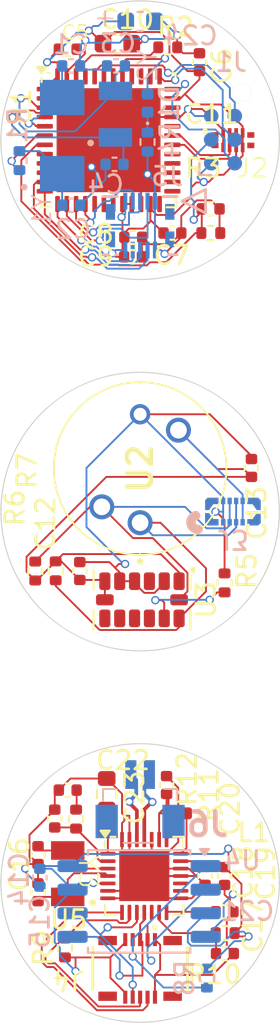
<source format=kicad_pcb>
(kicad_pcb (version 20240928) (generator "gerbview") (generator_version "9.0")
  (layers (0 F.Cu signal) (2 B.Cu signal) (1 F.Mask user) (3 B.Mask user) (5 F.SilkS user) (7 B.SilkS user) (13 F.Paste user) (15 B.Paste user) (25 Edge.Cuts user))
  (gr_arc (start 92.5 115) (mid 100 122.5) (end 107.5 115) (layer Edge.Cuts) (stroke (width 0.05)))
  (gr_arc (start 107.5 115) (mid 100 107.5) (end 92.5 115) (layer Edge.Cuts) (stroke (width 0.05)))
  (gr_arc (start 92.5 95) (mid 100 102.5) (end 107.5 95) (layer Edge.Cuts) (stroke (width 0.05)))
  (gr_arc (start 107.5 95) (mid 100 87.5) (end 92.5 95) (layer Edge.Cuts) (stroke (width 0.05)))
  (gr_arc (start 92.5 75) (mid 100 82.5) (end 107.5 75) (layer Edge.Cuts) (stroke (width 0.05)))
  (gr_arc (start 107.5 75) (mid 100 67.5) (end 92.5 75) (layer Edge.Cuts) (stroke (width 0.05)))
  (gr_line (start 96.48333 120.77518) (end 96.48333 120.0609) (layer F.SilkS) (stroke (width 0.15)))
  (gr_line (start 96.48333 120.0609) (end 96.53095 119.91804) (layer F.SilkS) (stroke (width 0.15)))
  (gr_line (start 96.53095 119.91804) (end 96.62619 119.8228) (layer F.SilkS) (stroke (width 0.15)))
  (gr_line (start 96.62619 119.8228) (end 96.76905 119.77518) (layer F.SilkS) (stroke (width 0.15)))
  (gr_line (start 96.76905 119.77518) (end 96.86429 119.77518) (layer F.SilkS) (stroke (width 0.15)))
  (gr_line (start 95.57857 120.44185) (end 95.57857 119.77518) (layer F.SilkS) (stroke (width 0.15)))
  (gr_line (start 95.81667 120.8228) (end 96.05476 120.10851) (layer F.SilkS) (stroke (width 0.15)))
  (gr_line (start 96.05476 120.10851) (end 95.43571 120.10851) (layer F.SilkS) (stroke (width 0.15)))
  (gr_line (start 95.3881 116.42982) (end 95.3881 117.23934) (layer F.SilkS) (stroke (width 0.15)))
  (gr_line (start 95.3881 117.23934) (end 95.43571 117.33458) (layer F.SilkS) (stroke (width 0.15)))
  (gr_line (start 95.43571 117.33458) (end 95.48333 117.3822) (layer F.SilkS) (stroke (width 0.15)))
  (gr_line (start 95.48333 117.3822) (end 95.57857 117.42982) (layer F.SilkS) (stroke (width 0.15)))
  (gr_line (start 95.57857 117.42982) (end 95.76905 117.42982) (layer F.SilkS) (stroke (width 0.15)))
  (gr_line (start 95.76905 117.42982) (end 95.86429 117.3822) (layer F.SilkS) (stroke (width 0.15)))
  (gr_line (start 95.86429 117.3822) (end 95.9119 117.33458) (layer F.SilkS) (stroke (width 0.15)))
  (gr_line (start 95.9119 117.33458) (end 95.95952 117.23934) (layer F.SilkS) (stroke (width 0.15)))
  (gr_line (start 95.95952 117.23934) (end 95.95952 116.42982) (layer F.SilkS) (stroke (width 0.15)))
  (gr_line (start 96.9119 116.42982) (end 96.43571 116.42982) (layer F.SilkS) (stroke (width 0.15)))
  (gr_line (start 96.43571 116.42982) (end 96.3881 116.90601) (layer F.SilkS) (stroke (width 0.15)))
  (gr_line (start 96.3881 116.90601) (end 96.43571 116.85839) (layer F.SilkS) (stroke (width 0.15)))
  (gr_line (start 96.43571 116.85839) (end 96.53095 116.81077) (layer F.SilkS) (stroke (width 0.15)))
  (gr_line (start 96.53095 116.81077) (end 96.76905 116.81077) (layer F.SilkS) (stroke (width 0.15)))
  (gr_line (start 96.76905 116.81077) (end 96.86429 116.85839) (layer F.SilkS) (stroke (width 0.15)))
  (gr_line (start 96.86429 116.85839) (end 96.9119 116.90601) (layer F.SilkS) (stroke (width 0.15)))
  (gr_line (start 96.9119 116.90601) (end 96.95952 117.00125) (layer F.SilkS) (stroke (width 0.15)))
  (gr_line (start 96.95952 117.00125) (end 96.95952 117.23934) (layer F.SilkS) (stroke (width 0.15)))
  (gr_line (start 96.95952 117.23934) (end 96.9119 117.33458) (layer F.SilkS) (stroke (width 0.15)))
  (gr_line (start 96.9119 117.33458) (end 96.86429 117.3822) (layer F.SilkS) (stroke (width 0.15)))
  (gr_line (start 96.86429 117.3822) (end 96.76905 117.42982) (layer F.SilkS) (stroke (width 0.15)))
  (gr_line (start 96.76905 117.42982) (end 96.53095 117.42982) (layer F.SilkS) (stroke (width 0.15)))
  (gr_line (start 96.53095 117.42982) (end 96.43571 117.3822) (layer F.SilkS) (stroke (width 0.15)))
  (gr_line (start 96.43571 117.3822) (end 96.3881 117.33458) (layer F.SilkS) (stroke (width 0.15)))
  (gr_line (start 107.10958 115.11786) (end 107.1572 115.16548) (layer F.SilkS) (stroke (width 0.15)))
  (gr_line (start 107.1572 115.16548) (end 107.20482 115.30833) (layer F.SilkS) (stroke (width 0.15)))
  (gr_line (start 107.20482 115.30833) (end 107.20482 115.40357) (layer F.SilkS) (stroke (width 0.15)))
  (gr_line (start 107.20482 115.40357) (end 107.1572 115.54643) (layer F.SilkS) (stroke (width 0.15)))
  (gr_line (start 107.1572 115.54643) (end 107.06196 115.64167) (layer F.SilkS) (stroke (width 0.15)))
  (gr_line (start 107.06196 115.64167) (end 106.96672 115.68929) (layer F.SilkS) (stroke (width 0.15)))
  (gr_line (start 106.96672 115.68929) (end 106.77625 115.7369) (layer F.SilkS) (stroke (width 0.15)))
  (gr_line (start 106.77625 115.7369) (end 106.63339 115.7369) (layer F.SilkS) (stroke (width 0.15)))
  (gr_line (start 106.63339 115.7369) (end 106.44291 115.68929) (layer F.SilkS) (stroke (width 0.15)))
  (gr_line (start 106.44291 115.68929) (end 106.34768 115.64167) (layer F.SilkS) (stroke (width 0.15)))
  (gr_line (start 106.34768 115.64167) (end 106.25244 115.54643) (layer F.SilkS) (stroke (width 0.15)))
  (gr_line (start 106.25244 115.54643) (end 106.20482 115.40357) (layer F.SilkS) (stroke (width 0.15)))
  (gr_line (start 106.20482 115.40357) (end 106.20482 115.30833) (layer F.SilkS) (stroke (width 0.15)))
  (gr_line (start 106.20482 115.30833) (end 106.25244 115.16548) (layer F.SilkS) (stroke (width 0.15)))
  (gr_line (start 106.25244 115.16548) (end 106.30006 115.11786) (layer F.SilkS) (stroke (width 0.15)))
  (gr_line (start 107.20482 114.16548) (end 107.20482 114.7369) (layer F.SilkS) (stroke (width 0.15)))
  (gr_line (start 107.20482 114.45119) (end 106.20482 114.45119) (layer F.SilkS) (stroke (width 0.15)))
  (gr_line (start 106.20482 114.45119) (end 106.34768 114.54643) (layer F.SilkS) (stroke (width 0.15)))
  (gr_line (start 106.34768 114.54643) (end 106.44291 114.64167) (layer F.SilkS) (stroke (width 0.15)))
  (gr_line (start 106.44291 114.64167) (end 106.49053 114.7369) (layer F.SilkS) (stroke (width 0.15)))
  (gr_line (start 107.20482 113.68929) (end 107.20482 113.49881) (layer F.SilkS) (stroke (width 0.15)))
  (gr_line (start 107.20482 113.49881) (end 107.1572 113.40357) (layer F.SilkS) (stroke (width 0.15)))
  (gr_line (start 107.1572 113.40357) (end 107.10958 113.35595) (layer F.SilkS) (stroke (width 0.15)))
  (gr_line (start 107.10958 113.35595) (end 106.96672 113.26071) (layer F.SilkS) (stroke (width 0.15)))
  (gr_line (start 106.96672 113.26071) (end 106.77625 113.2131) (layer F.SilkS) (stroke (width 0.15)))
  (gr_line (start 106.77625 113.2131) (end 106.3953 113.2131) (layer F.SilkS) (stroke (width 0.15)))
  (gr_line (start 106.3953 113.2131) (end 106.30006 113.26071) (layer F.SilkS) (stroke (width 0.15)))
  (gr_line (start 106.30006 113.26071) (end 106.25244 113.30833) (layer F.SilkS) (stroke (width 0.15)))
  (gr_line (start 106.25244 113.30833) (end 106.20482 113.40357) (layer F.SilkS) (stroke (width 0.15)))
  (gr_line (start 106.20482 113.40357) (end 106.20482 113.59405) (layer F.SilkS) (stroke (width 0.15)))
  (gr_line (start 106.20482 113.59405) (end 106.25244 113.68929) (layer F.SilkS) (stroke (width 0.15)))
  (gr_line (start 106.25244 113.68929) (end 106.30006 113.7369) (layer F.SilkS) (stroke (width 0.15)))
  (gr_line (start 106.30006 113.7369) (end 106.3953 113.78452) (layer F.SilkS) (stroke (width 0.15)))
  (gr_line (start 106.3953 113.78452) (end 106.63339 113.78452) (layer F.SilkS) (stroke (width 0.15)))
  (gr_line (start 106.63339 113.78452) (end 106.72863 113.7369) (layer F.SilkS) (stroke (width 0.15)))
  (gr_line (start 106.72863 113.7369) (end 106.77625 113.68929) (layer F.SilkS) (stroke (width 0.15)))
  (gr_line (start 106.77625 113.68929) (end 106.82387 113.59405) (layer F.SilkS) (stroke (width 0.15)))
  (gr_line (start 106.82387 113.59405) (end 106.82387 113.40357) (layer F.SilkS) (stroke (width 0.15)))
  (gr_line (start 106.82387 113.40357) (end 106.77625 113.30833) (layer F.SilkS) (stroke (width 0.15)))
  (gr_line (start 106.77625 113.30833) (end 106.72863 113.26071) (layer F.SilkS) (stroke (width 0.15)))
  (gr_line (start 106.72863 113.26071) (end 106.63339 113.2131) (layer F.SilkS) (stroke (width 0.15)))
  (gr_line (start 105.90958 115.06786) (end 105.9572 115.11548) (layer F.SilkS) (stroke (width 0.15)))
  (gr_line (start 105.9572 115.11548) (end 106.00482 115.25833) (layer F.SilkS) (stroke (width 0.15)))
  (gr_line (start 106.00482 115.25833) (end 106.00482 115.35357) (layer F.SilkS) (stroke (width 0.15)))
  (gr_line (start 106.00482 115.35357) (end 105.9572 115.49643) (layer F.SilkS) (stroke (width 0.15)))
  (gr_line (start 105.9572 115.49643) (end 105.86196 115.59167) (layer F.SilkS) (stroke (width 0.15)))
  (gr_line (start 105.86196 115.59167) (end 105.76672 115.63929) (layer F.SilkS) (stroke (width 0.15)))
  (gr_line (start 105.76672 115.63929) (end 105.57625 115.6869) (layer F.SilkS) (stroke (width 0.15)))
  (gr_line (start 105.57625 115.6869) (end 105.43339 115.6869) (layer F.SilkS) (stroke (width 0.15)))
  (gr_line (start 105.43339 115.6869) (end 105.24291 115.63929) (layer F.SilkS) (stroke (width 0.15)))
  (gr_line (start 105.24291 115.63929) (end 105.14768 115.59167) (layer F.SilkS) (stroke (width 0.15)))
  (gr_line (start 105.14768 115.59167) (end 105.05244 115.49643) (layer F.SilkS) (stroke (width 0.15)))
  (gr_line (start 105.05244 115.49643) (end 105.00482 115.35357) (layer F.SilkS) (stroke (width 0.15)))
  (gr_line (start 105.00482 115.35357) (end 105.00482 115.25833) (layer F.SilkS) (stroke (width 0.15)))
  (gr_line (start 105.00482 115.25833) (end 105.05244 115.11548) (layer F.SilkS) (stroke (width 0.15)))
  (gr_line (start 105.05244 115.11548) (end 105.10006 115.06786) (layer F.SilkS) (stroke (width 0.15)))
  (gr_line (start 106.00482 114.11548) (end 106.00482 114.6869) (layer F.SilkS) (stroke (width 0.15)))
  (gr_line (start 106.00482 114.40119) (end 105.00482 114.40119) (layer F.SilkS) (stroke (width 0.15)))
  (gr_line (start 105.00482 114.40119) (end 105.14768 114.49643) (layer F.SilkS) (stroke (width 0.15)))
  (gr_line (start 105.14768 114.49643) (end 105.24291 114.59167) (layer F.SilkS) (stroke (width 0.15)))
  (gr_line (start 105.24291 114.59167) (end 105.29053 114.6869) (layer F.SilkS) (stroke (width 0.15)))
  (gr_line (start 105.43339 113.54405) (end 105.38577 113.63929) (layer F.SilkS) (stroke (width 0.15)))
  (gr_line (start 105.38577 113.63929) (end 105.33815 113.6869) (layer F.SilkS) (stroke (width 0.15)))
  (gr_line (start 105.33815 113.6869) (end 105.24291 113.73452) (layer F.SilkS) (stroke (width 0.15)))
  (gr_line (start 105.24291 113.73452) (end 105.1953 113.73452) (layer F.SilkS) (stroke (width 0.15)))
  (gr_line (start 105.1953 113.73452) (end 105.10006 113.6869) (layer F.SilkS) (stroke (width 0.15)))
  (gr_line (start 105.10006 113.6869) (end 105.05244 113.63929) (layer F.SilkS) (stroke (width 0.15)))
  (gr_line (start 105.05244 113.63929) (end 105.00482 113.54405) (layer F.SilkS) (stroke (width 0.15)))
  (gr_line (start 105.00482 113.54405) (end 105.00482 113.35357) (layer F.SilkS) (stroke (width 0.15)))
  (gr_line (start 105.00482 113.35357) (end 105.05244 113.25833) (layer F.SilkS) (stroke (width 0.15)))
  (gr_line (start 105.05244 113.25833) (end 105.10006 113.21071) (layer F.SilkS) (stroke (width 0.15)))
  (gr_line (start 105.10006 113.21071) (end 105.1953 113.1631) (layer F.SilkS) (stroke (width 0.15)))
  (gr_line (start 105.1953 113.1631) (end 105.24291 113.1631) (layer F.SilkS) (stroke (width 0.15)))
  (gr_line (start 105.24291 113.1631) (end 105.33815 113.21071) (layer F.SilkS) (stroke (width 0.15)))
  (gr_line (start 105.33815 113.21071) (end 105.38577 113.25833) (layer F.SilkS) (stroke (width 0.15)))
  (gr_line (start 105.38577 113.25833) (end 105.43339 113.35357) (layer F.SilkS) (stroke (width 0.15)))
  (gr_line (start 105.43339 113.35357) (end 105.43339 113.54405) (layer F.SilkS) (stroke (width 0.15)))
  (gr_line (start 105.43339 113.54405) (end 105.48101 113.63929) (layer F.SilkS) (stroke (width 0.15)))
  (gr_line (start 105.48101 113.63929) (end 105.52863 113.6869) (layer F.SilkS) (stroke (width 0.15)))
  (gr_line (start 105.52863 113.6869) (end 105.62387 113.73452) (layer F.SilkS) (stroke (width 0.15)))
  (gr_line (start 105.62387 113.73452) (end 105.81434 113.73452) (layer F.SilkS) (stroke (width 0.15)))
  (gr_line (start 105.81434 113.73452) (end 105.90958 113.6869) (layer F.SilkS) (stroke (width 0.15)))
  (gr_line (start 105.90958 113.6869) (end 105.9572 113.63929) (layer F.SilkS) (stroke (width 0.15)))
  (gr_line (start 105.9572 113.63929) (end 106.00482 113.54405) (layer F.SilkS) (stroke (width 0.15)))
  (gr_line (start 106.00482 113.54405) (end 106.00482 113.35357) (layer F.SilkS) (stroke (width 0.15)))
  (gr_line (start 106.00482 113.35357) (end 105.9572 113.25833) (layer F.SilkS) (stroke (width 0.15)))
  (gr_line (start 105.9572 113.25833) (end 105.90958 113.21071) (layer F.SilkS) (stroke (width 0.15)))
  (gr_line (start 105.90958 113.21071) (end 105.81434 113.1631) (layer F.SilkS) (stroke (width 0.15)))
  (gr_line (start 105.81434 113.1631) (end 105.62387 113.1631) (layer F.SilkS) (stroke (width 0.15)))
  (gr_line (start 105.62387 113.1631) (end 105.52863 113.21071) (layer F.SilkS) (stroke (width 0.15)))
  (gr_line (start 105.52863 113.21071) (end 105.48101 113.25833) (layer F.SilkS) (stroke (width 0.15)))
  (gr_line (start 105.48101 113.25833) (end 105.43339 113.35357) (layer F.SilkS) (stroke (width 0.15)))
  (gr_line (start 106.64458 95.72286) (end 106.6922 95.77048) (layer F.SilkS) (stroke (width 0.15)))
  (gr_line (start 106.6922 95.77048) (end 106.73982 95.91333) (layer F.SilkS) (stroke (width 0.15)))
  (gr_line (start 106.73982 95.91333) (end 106.73982 96.00857) (layer F.SilkS) (stroke (width 0.15)))
  (gr_line (start 106.73982 96.00857) (end 106.6922 96.15143) (layer F.SilkS) (stroke (width 0.15)))
  (gr_line (start 106.6922 96.15143) (end 106.59696 96.24667) (layer F.SilkS) (stroke (width 0.15)))
  (gr_line (start 106.59696 96.24667) (end 106.50172 96.29429) (layer F.SilkS) (stroke (width 0.15)))
  (gr_line (start 106.50172 96.29429) (end 106.31125 96.34191) (layer F.SilkS) (stroke (width 0.15)))
  (gr_line (start 106.31125 96.34191) (end 106.16839 96.34191) (layer F.SilkS) (stroke (width 0.15)))
  (gr_line (start 106.16839 96.34191) (end 105.97791 96.29429) (layer F.SilkS) (stroke (width 0.15)))
  (gr_line (start 105.97791 96.29429) (end 105.88268 96.24667) (layer F.SilkS) (stroke (width 0.15)))
  (gr_line (start 105.88268 96.24667) (end 105.78744 96.15143) (layer F.SilkS) (stroke (width 0.15)))
  (gr_line (start 105.78744 96.15143) (end 105.73982 96.00857) (layer F.SilkS) (stroke (width 0.15)))
  (gr_line (start 105.73982 96.00857) (end 105.73982 95.91333) (layer F.SilkS) (stroke (width 0.15)))
  (gr_line (start 105.73982 95.91333) (end 105.78744 95.77048) (layer F.SilkS) (stroke (width 0.15)))
  (gr_line (start 105.78744 95.77048) (end 105.83506 95.72286) (layer F.SilkS) (stroke (width 0.15)))
  (gr_line (start 106.73982 94.77048) (end 106.73982 95.34191) (layer F.SilkS) (stroke (width 0.15)))
  (gr_line (start 106.73982 95.05619) (end 105.73982 95.05619) (layer F.SilkS) (stroke (width 0.15)))
  (gr_line (start 105.73982 95.05619) (end 105.88268 95.15143) (layer F.SilkS) (stroke (width 0.15)))
  (gr_line (start 105.88268 95.15143) (end 105.97791 95.24667) (layer F.SilkS) (stroke (width 0.15)))
  (gr_line (start 105.97791 95.24667) (end 106.02553 95.34191) (layer F.SilkS) (stroke (width 0.15)))
  (gr_line (start 105.73982 94.43714) (end 105.73982 93.8181) (layer F.SilkS) (stroke (width 0.15)))
  (gr_line (start 105.73982 93.8181) (end 106.12077 94.15143) (layer F.SilkS) (stroke (width 0.15)))
  (gr_line (start 106.12077 94.15143) (end 106.12077 94.00857) (layer F.SilkS) (stroke (width 0.15)))
  (gr_line (start 106.12077 94.00857) (end 106.16839 93.91333) (layer F.SilkS) (stroke (width 0.15)))
  (gr_line (start 106.16839 93.91333) (end 106.21601 93.86572) (layer F.SilkS) (stroke (width 0.15)))
  (gr_line (start 106.21601 93.86572) (end 106.31125 93.8181) (layer F.SilkS) (stroke (width 0.15)))
  (gr_line (start 106.31125 93.8181) (end 106.54934 93.8181) (layer F.SilkS) (stroke (width 0.15)))
  (gr_line (start 106.54934 93.8181) (end 106.64458 93.86572) (layer F.SilkS) (stroke (width 0.15)))
  (gr_line (start 106.64458 93.86572) (end 106.6922 93.91333) (layer F.SilkS) (stroke (width 0.15)))
  (gr_line (start 106.6922 93.91333) (end 106.73982 94.00857) (layer F.SilkS) (stroke (width 0.15)))
  (gr_line (start 106.73982 94.00857) (end 106.73982 94.29429) (layer F.SilkS) (stroke (width 0.15)))
  (gr_line (start 106.73982 94.29429) (end 106.6922 94.38952) (layer F.SilkS) (stroke (width 0.15)))
  (gr_line (start 106.6922 94.38952) (end 106.64458 94.43714) (layer F.SilkS) (stroke (width 0.15)))
  (gr_line (start 103.35714 120.37982) (end 103.02381 119.90363) (layer F.SilkS) (stroke (width 0.15)))
  (gr_line (start 102.78571 120.37982) (end 102.78571 119.37982) (layer F.SilkS) (stroke (width 0.15)))
  (gr_line (start 102.78571 119.37982) (end 103.16667 119.37982) (layer F.SilkS) (stroke (width 0.15)))
  (gr_line (start 103.16667 119.37982) (end 103.2619 119.42744) (layer F.SilkS) (stroke (width 0.15)))
  (gr_line (start 103.2619 119.42744) (end 103.30952 119.47506) (layer F.SilkS) (stroke (width 0.15)))
  (gr_line (start 103.30952 119.47506) (end 103.35714 119.5703) (layer F.SilkS) (stroke (width 0.15)))
  (gr_line (start 103.35714 119.5703) (end 103.35714 119.71315) (layer F.SilkS) (stroke (width 0.15)))
  (gr_line (start 103.35714 119.71315) (end 103.30952 119.80839) (layer F.SilkS) (stroke (width 0.15)))
  (gr_line (start 103.30952 119.80839) (end 103.2619 119.85601) (layer F.SilkS) (stroke (width 0.15)))
  (gr_line (start 103.2619 119.85601) (end 103.16667 119.90363) (layer F.SilkS) (stroke (width 0.15)))
  (gr_line (start 103.16667 119.90363) (end 102.78571 119.90363) (layer F.SilkS) (stroke (width 0.15)))
  (gr_line (start 104.30952 120.37982) (end 103.7381 120.37982) (layer F.SilkS) (stroke (width 0.15)))
  (gr_line (start 104.02381 120.37982) (end 104.02381 119.37982) (layer F.SilkS) (stroke (width 0.15)))
  (gr_line (start 104.02381 119.37982) (end 103.92857 119.52268) (layer F.SilkS) (stroke (width 0.15)))
  (gr_line (start 103.92857 119.52268) (end 103.83333 119.61791) (layer F.SilkS) (stroke (width 0.15)))
  (gr_line (start 103.83333 119.61791) (end 103.7381 119.66553) (layer F.SilkS) (stroke (width 0.15)))
  (gr_line (start 104.92857 119.37982) (end 105.02381 119.37982) (layer F.SilkS) (stroke (width 0.15)))
  (gr_line (start 105.02381 119.37982) (end 105.11905 119.42744) (layer F.SilkS) (stroke (width 0.15)))
  (gr_line (start 105.11905 119.42744) (end 105.16667 119.47506) (layer F.SilkS) (stroke (width 0.15)))
  (gr_line (start 105.16667 119.47506) (end 105.21429 119.5703) (layer F.SilkS) (stroke (width 0.15)))
  (gr_line (start 105.21429 119.5703) (end 105.2619 119.76077) (layer F.SilkS) (stroke (width 0.15)))
  (gr_line (start 105.2619 119.76077) (end 105.2619 119.99887) (layer F.SilkS) (stroke (width 0.15)))
  (gr_line (start 105.2619 119.99887) (end 105.21429 120.18934) (layer F.SilkS) (stroke (width 0.15)))
  (gr_line (start 105.21429 120.18934) (end 105.16667 120.28458) (layer F.SilkS) (stroke (width 0.15)))
  (gr_line (start 105.16667 120.28458) (end 105.11905 120.3322) (layer F.SilkS) (stroke (width 0.15)))
  (gr_line (start 105.11905 120.3322) (end 105.02381 120.37982) (layer F.SilkS) (stroke (width 0.15)))
  (gr_line (start 105.02381 120.37982) (end 104.92857 120.37982) (layer F.SilkS) (stroke (width 0.15)))
  (gr_line (start 104.92857 120.37982) (end 104.83333 120.3322) (layer F.SilkS) (stroke (width 0.15)))
  (gr_line (start 104.83333 120.3322) (end 104.78571 120.28458) (layer F.SilkS) (stroke (width 0.15)))
  (gr_line (start 104.78571 120.28458) (end 104.7381 120.18934) (layer F.SilkS) (stroke (width 0.15)))
  (gr_line (start 104.7381 120.18934) (end 104.69048 119.99887) (layer F.SilkS) (stroke (width 0.15)))
  (gr_line (start 104.69048 119.99887) (end 104.69048 119.76077) (layer F.SilkS) (stroke (width 0.15)))
  (gr_line (start 104.69048 119.76077) (end 104.7381 119.5703) (layer F.SilkS) (stroke (width 0.15)))
  (gr_line (start 104.7381 119.5703) (end 104.78571 119.47506) (layer F.SilkS) (stroke (width 0.15)))
  (gr_line (start 104.78571 119.47506) (end 104.83333 119.42744) (layer F.SilkS) (stroke (width 0.15)))
  (gr_line (start 104.83333 119.42744) (end 104.92857 119.37982) (layer F.SilkS) (stroke (width 0.15)))
  (gr_line (start 96.375 69.47066) (end 96.33929 69.50638) (layer F.SilkS) (stroke (width 0.09375)))
  (gr_line (start 96.33929 69.50638) (end 96.23214 69.54209) (layer F.SilkS) (stroke (width 0.09375)))
  (gr_line (start 96.23214 69.54209) (end 96.16071 69.54209) (layer F.SilkS) (stroke (width 0.09375)))
  (gr_line (start 96.16071 69.54209) (end 96.05357 69.50638) (layer F.SilkS) (stroke (width 0.09375)))
  (gr_line (start 96.05357 69.50638) (end 95.98214 69.43495) (layer F.SilkS) (stroke (width 0.09375)))
  (gr_line (start 95.98214 69.43495) (end 95.94643 69.36352) (layer F.SilkS) (stroke (width 0.09375)))
  (gr_line (start 95.94643 69.36352) (end 95.91071 69.22066) (layer F.SilkS) (stroke (width 0.09375)))
  (gr_line (start 95.91071 69.22066) (end 95.91071 69.11352) (layer F.SilkS) (stroke (width 0.09375)))
  (gr_line (start 95.91071 69.11352) (end 95.94643 68.97066) (layer F.SilkS) (stroke (width 0.09375)))
  (gr_line (start 95.94643 68.97066) (end 95.98214 68.89923) (layer F.SilkS) (stroke (width 0.09375)))
  (gr_line (start 95.98214 68.89923) (end 96.05357 68.8278) (layer F.SilkS) (stroke (width 0.09375)))
  (gr_line (start 96.05357 68.8278) (end 96.16071 68.79209) (layer F.SilkS) (stroke (width 0.09375)))
  (gr_line (start 96.16071 68.79209) (end 96.23214 68.79209) (layer F.SilkS) (stroke (width 0.09375)))
  (gr_line (start 96.23214 68.79209) (end 96.33929 68.8278) (layer F.SilkS) (stroke (width 0.09375)))
  (gr_line (start 96.33929 68.8278) (end 96.375 68.86352) (layer F.SilkS) (stroke (width 0.09375)))
  (gr_line (start 97.05357 68.79209) (end 96.69643 68.79209) (layer F.SilkS) (stroke (width 0.09375)))
  (gr_line (start 96.69643 68.79209) (end 96.66071 69.14923) (layer F.SilkS) (stroke (width 0.09375)))
  (gr_line (start 96.66071 69.14923) (end 96.69643 69.11352) (layer F.SilkS) (stroke (width 0.09375)))
  (gr_line (start 96.69643 69.11352) (end 96.76786 69.0778) (layer F.SilkS) (stroke (width 0.09375)))
  (gr_line (start 96.76786 69.0778) (end 96.94643 69.0778) (layer F.SilkS) (stroke (width 0.09375)))
  (gr_line (start 96.94643 69.0778) (end 97.01786 69.11352) (layer F.SilkS) (stroke (width 0.09375)))
  (gr_line (start 97.01786 69.11352) (end 97.05357 69.14923) (layer F.SilkS) (stroke (width 0.09375)))
  (gr_line (start 97.05357 69.14923) (end 97.08929 69.22066) (layer F.SilkS) (stroke (width 0.09375)))
  (gr_line (start 97.08929 69.22066) (end 97.08929 69.39923) (layer F.SilkS) (stroke (width 0.09375)))
  (gr_line (start 97.08929 69.39923) (end 97.05357 69.47066) (layer F.SilkS) (stroke (width 0.09375)))
  (gr_line (start 97.05357 69.47066) (end 97.01786 69.50638) (layer F.SilkS) (stroke (width 0.09375)))
  (gr_line (start 97.01786 69.50638) (end 96.94643 69.54209) (layer F.SilkS) (stroke (width 0.09375)))
  (gr_line (start 96.94643 69.54209) (end 96.76786 69.54209) (layer F.SilkS) (stroke (width 0.09375)))
  (gr_line (start 96.76786 69.54209) (end 96.69643 69.50638) (layer F.SilkS) (stroke (width 0.09375)))
  (gr_line (start 96.69643 69.50638) (end 96.66071 69.47066) (layer F.SilkS) (stroke (width 0.09375)))
  (gr_line (start 97.45333 81.63958) (end 97.40571 81.6872) (layer F.SilkS) (stroke (width 0.15)))
  (gr_line (start 97.40571 81.6872) (end 97.26286 81.73482) (layer F.SilkS) (stroke (width 0.15)))
  (gr_line (start 97.26286 81.73482) (end 97.16762 81.73482) (layer F.SilkS) (stroke (width 0.15)))
  (gr_line (start 97.16762 81.73482) (end 97.02476 81.6872) (layer F.SilkS) (stroke (width 0.15)))
  (gr_line (start 97.02476 81.6872) (end 96.92952 81.59196) (layer F.SilkS) (stroke (width 0.15)))
  (gr_line (start 96.92952 81.59196) (end 96.88191 81.49672) (layer F.SilkS) (stroke (width 0.15)))
  (gr_line (start 96.88191 81.49672) (end 96.83429 81.30625) (layer F.SilkS) (stroke (width 0.15)))
  (gr_line (start 96.83429 81.30625) (end 96.83429 81.16339) (layer F.SilkS) (stroke (width 0.15)))
  (gr_line (start 96.83429 81.16339) (end 96.88191 80.97291) (layer F.SilkS) (stroke (width 0.15)))
  (gr_line (start 96.88191 80.97291) (end 96.92952 80.87768) (layer F.SilkS) (stroke (width 0.15)))
  (gr_line (start 96.92952 80.87768) (end 97.02476 80.78244) (layer F.SilkS) (stroke (width 0.15)))
  (gr_line (start 97.02476 80.78244) (end 97.16762 80.73482) (layer F.SilkS) (stroke (width 0.15)))
  (gr_line (start 97.16762 80.73482) (end 97.26286 80.73482) (layer F.SilkS) (stroke (width 0.15)))
  (gr_line (start 97.26286 80.73482) (end 97.40571 80.78244) (layer F.SilkS) (stroke (width 0.15)))
  (gr_line (start 97.40571 80.78244) (end 97.45333 80.83006) (layer F.SilkS) (stroke (width 0.15)))
  (gr_line (start 97.92952 81.73482) (end 98.12 81.73482) (layer F.SilkS) (stroke (width 0.15)))
  (gr_line (start 98.12 81.73482) (end 98.21524 81.6872) (layer F.SilkS) (stroke (width 0.15)))
  (gr_line (start 98.21524 81.6872) (end 98.26286 81.63958) (layer F.SilkS) (stroke (width 0.15)))
  (gr_line (start 98.26286 81.63958) (end 98.3581 81.49672) (layer F.SilkS) (stroke (width 0.15)))
  (gr_line (start 98.3581 81.49672) (end 98.40571 81.30625) (layer F.SilkS) (stroke (width 0.15)))
  (gr_line (start 98.40571 81.30625) (end 98.40571 80.9253) (layer F.SilkS) (stroke (width 0.15)))
  (gr_line (start 98.40571 80.9253) (end 98.3581 80.83006) (layer F.SilkS) (stroke (width 0.15)))
  (gr_line (start 98.3581 80.83006) (end 98.31048 80.78244) (layer F.SilkS) (stroke (width 0.15)))
  (gr_line (start 98.31048 80.78244) (end 98.21524 80.73482) (layer F.SilkS) (stroke (width 0.15)))
  (gr_line (start 98.21524 80.73482) (end 98.02476 80.73482) (layer F.SilkS) (stroke (width 0.15)))
  (gr_line (start 98.02476 80.73482) (end 97.92952 80.78244) (layer F.SilkS) (stroke (width 0.15)))
  (gr_line (start 97.92952 80.78244) (end 97.88191 80.83006) (layer F.SilkS) (stroke (width 0.15)))
  (gr_line (start 97.88191 80.83006) (end 97.83429 80.9253) (layer F.SilkS) (stroke (width 0.15)))
  (gr_line (start 97.83429 80.9253) (end 97.83429 81.16339) (layer F.SilkS) (stroke (width 0.15)))
  (gr_line (start 97.83429 81.16339) (end 97.88191 81.25863) (layer F.SilkS) (stroke (width 0.15)))
  (gr_line (start 97.88191 81.25863) (end 97.92952 81.30625) (layer F.SilkS) (stroke (width 0.15)))
  (gr_line (start 97.92952 81.30625) (end 98.02476 81.35387) (layer F.SilkS) (stroke (width 0.15)))
  (gr_line (start 98.02476 81.35387) (end 98.21524 81.35387) (layer F.SilkS) (stroke (width 0.15)))
  (gr_line (start 98.21524 81.35387) (end 98.31048 81.30625) (layer F.SilkS) (stroke (width 0.15)))
  (gr_line (start 98.31048 81.30625) (end 98.3581 81.25863) (layer F.SilkS) (stroke (width 0.15)))
  (gr_line (start 98.3581 81.25863) (end 98.40571 81.16339) (layer F.SilkS) (stroke (width 0.15)))
  (gr_line (start 99.30432 93.64762) (end 100.33241 93.64762) (layer F.SilkS) (stroke (width 0.254)))
  (gr_line (start 100.33241 93.64762) (end 100.45337 93.58714) (layer F.SilkS) (stroke (width 0.254)))
  (gr_line (start 100.45337 93.58714) (end 100.51384 93.52667) (layer F.SilkS) (stroke (width 0.254)))
  (gr_line (start 100.51384 93.52667) (end 100.57432 93.40571) (layer F.SilkS) (stroke (width 0.254)))
  (gr_line (start 100.57432 93.40571) (end 100.57432 93.16381) (layer F.SilkS) (stroke (width 0.254)))
  (gr_line (start 100.57432 93.16381) (end 100.51384 93.04286) (layer F.SilkS) (stroke (width 0.254)))
  (gr_line (start 100.51384 93.04286) (end 100.45337 92.98238) (layer F.SilkS) (stroke (width 0.254)))
  (gr_line (start 100.45337 92.98238) (end 100.33241 92.9219) (layer F.SilkS) (stroke (width 0.254)))
  (gr_line (start 100.33241 92.9219) (end 99.30432 92.9219) (layer F.SilkS) (stroke (width 0.254)))
  (gr_line (start 99.42527 92.37762) (end 99.36479 92.31714) (layer F.SilkS) (stroke (width 0.254)))
  (gr_line (start 99.36479 92.31714) (end 99.30432 92.19619) (layer F.SilkS) (stroke (width 0.254)))
  (gr_line (start 99.30432 92.19619) (end 99.30432 91.89381) (layer F.SilkS) (stroke (width 0.254)))
  (gr_line (start 99.30432 91.89381) (end 99.36479 91.77286) (layer F.SilkS) (stroke (width 0.254)))
  (gr_line (start 99.36479 91.77286) (end 99.42527 91.71238) (layer F.SilkS) (stroke (width 0.254)))
  (gr_line (start 99.42527 91.71238) (end 99.54622 91.6519) (layer F.SilkS) (stroke (width 0.254)))
  (gr_line (start 99.54622 91.6519) (end 99.66718 91.6519) (layer F.SilkS) (stroke (width 0.254)))
  (gr_line (start 99.66718 91.6519) (end 99.8486 91.71238) (layer F.SilkS) (stroke (width 0.254)))
  (gr_line (start 99.8486 91.71238) (end 100.57432 92.4381) (layer F.SilkS) (stroke (width 0.254)))
  (gr_line (start 100.57432 92.4381) (end 100.57432 91.6519) (layer F.SilkS) (stroke (width 0.254)))
  (gr_line (start 105.20958 111.64286) (end 105.2572 111.69048) (layer F.SilkS) (stroke (width 0.15)))
  (gr_line (start 105.2572 111.69048) (end 105.30482 111.83333) (layer F.SilkS) (stroke (width 0.15)))
  (gr_line (start 105.30482 111.83333) (end 105.30482 111.92857) (layer F.SilkS) (stroke (width 0.15)))
  (gr_line (start 105.30482 111.92857) (end 105.2572 112.07143) (layer F.SilkS) (stroke (width 0.15)))
  (gr_line (start 105.2572 112.07143) (end 105.16196 112.16667) (layer F.SilkS) (stroke (width 0.15)))
  (gr_line (start 105.16196 112.16667) (end 105.06672 112.21429) (layer F.SilkS) (stroke (width 0.15)))
  (gr_line (start 105.06672 112.21429) (end 104.87625 112.2619) (layer F.SilkS) (stroke (width 0.15)))
  (gr_line (start 104.87625 112.2619) (end 104.73339 112.2619) (layer F.SilkS) (stroke (width 0.15)))
  (gr_line (start 104.73339 112.2619) (end 104.54291 112.21429) (layer F.SilkS) (stroke (width 0.15)))
  (gr_line (start 104.54291 112.21429) (end 104.44768 112.16667) (layer F.SilkS) (stroke (width 0.15)))
  (gr_line (start 104.44768 112.16667) (end 104.35244 112.07143) (layer F.SilkS) (stroke (width 0.15)))
  (gr_line (start 104.35244 112.07143) (end 104.30482 111.92857) (layer F.SilkS) (stroke (width 0.15)))
  (gr_line (start 104.30482 111.92857) (end 104.30482 111.83333) (layer F.SilkS) (stroke (width 0.15)))
  (gr_line (start 104.30482 111.83333) (end 104.35244 111.69048) (layer F.SilkS) (stroke (width 0.15)))
  (gr_line (start 104.35244 111.69048) (end 104.40006 111.64286) (layer F.SilkS) (stroke (width 0.15)))
  (gr_line (start 104.40006 111.2619) (end 104.35244 111.21429) (layer F.SilkS) (stroke (width 0.15)))
  (gr_line (start 104.35244 111.21429) (end 104.30482 111.11905) (layer F.SilkS) (stroke (width 0.15)))
  (gr_line (start 104.30482 111.11905) (end 104.30482 110.88095) (layer F.SilkS) (stroke (width 0.15)))
  (gr_line (start 104.30482 110.88095) (end 104.35244 110.78571) (layer F.SilkS) (stroke (width 0.15)))
  (gr_line (start 104.35244 110.78571) (end 104.40006 110.7381) (layer F.SilkS) (stroke (width 0.15)))
  (gr_line (start 104.40006 110.7381) (end 104.4953 110.69048) (layer F.SilkS) (stroke (width 0.15)))
  (gr_line (start 104.4953 110.69048) (end 104.59053 110.69048) (layer F.SilkS) (stroke (width 0.15)))
  (gr_line (start 104.59053 110.69048) (end 104.73339 110.7381) (layer F.SilkS) (stroke (width 0.15)))
  (gr_line (start 104.73339 110.7381) (end 105.30482 111.30952) (layer F.SilkS) (stroke (width 0.15)))
  (gr_line (start 105.30482 111.30952) (end 105.30482 110.69048) (layer F.SilkS) (stroke (width 0.15)))
  (gr_line (start 104.30482 110.07143) (end 104.30482 109.97619) (layer F.SilkS) (stroke (width 0.15)))
  (gr_line (start 104.30482 109.97619) (end 104.35244 109.88095) (layer F.SilkS) (stroke (width 0.15)))
  (gr_line (start 104.35244 109.88095) (end 104.40006 109.83333) (layer F.SilkS) (stroke (width 0.15)))
  (gr_line (start 104.40006 109.83333) (end 104.4953 109.78571) (layer F.SilkS) (stroke (width 0.15)))
  (gr_line (start 104.4953 109.78571) (end 104.68577 109.7381) (layer F.SilkS) (stroke (width 0.15)))
  (gr_line (start 104.68577 109.7381) (end 104.92387 109.7381) (layer F.SilkS) (stroke (width 0.15)))
  (gr_line (start 104.92387 109.7381) (end 105.11434 109.78571) (layer F.SilkS) (stroke (width 0.15)))
  (gr_line (start 105.11434 109.78571) (end 105.20958 109.83333) (layer F.SilkS) (stroke (width 0.15)))
  (gr_line (start 105.20958 109.83333) (end 105.2572 109.88095) (layer F.SilkS) (stroke (width 0.15)))
  (gr_line (start 105.2572 109.88095) (end 105.30482 109.97619) (layer F.SilkS) (stroke (width 0.15)))
  (gr_line (start 105.30482 109.97619) (end 105.30482 110.07143) (layer F.SilkS) (stroke (width 0.15)))
  (gr_line (start 105.30482 110.07143) (end 105.2572 110.16667) (layer F.SilkS) (stroke (width 0.15)))
  (gr_line (start 105.2572 110.16667) (end 105.20958 110.21429) (layer F.SilkS) (stroke (width 0.15)))
  (gr_line (start 105.20958 110.21429) (end 105.11434 110.2619) (layer F.SilkS) (stroke (width 0.15)))
  (gr_line (start 105.11434 110.2619) (end 104.92387 110.30952) (layer F.SilkS) (stroke (width 0.15)))
  (gr_line (start 104.92387 110.30952) (end 104.68577 110.30952) (layer F.SilkS) (stroke (width 0.15)))
  (gr_line (start 104.68577 110.30952) (end 104.4953 110.2619) (layer F.SilkS) (stroke (width 0.15)))
  (gr_line (start 104.4953 110.2619) (end 104.40006 110.21429) (layer F.SilkS) (stroke (width 0.15)))
  (gr_line (start 104.40006 110.21429) (end 104.35244 110.16667) (layer F.SilkS) (stroke (width 0.15)))
  (gr_line (start 104.35244 110.16667) (end 104.30482 110.07143) (layer F.SilkS) (stroke (width 0.15)))
  (gr_line (start 106.20482 98.36667) (end 105.72863 98.7) (layer F.SilkS) (stroke (width 0.15)))
  (gr_line (start 106.20482 98.93809) (end 105.20482 98.93809) (layer F.SilkS) (stroke (width 0.15)))
  (gr_line (start 105.20482 98.93809) (end 105.20482 98.55714) (layer F.SilkS) (stroke (width 0.15)))
  (gr_line (start 105.20482 98.55714) (end 105.25244 98.4619) (layer F.SilkS) (stroke (width 0.15)))
  (gr_line (start 105.25244 98.4619) (end 105.30006 98.41429) (layer F.SilkS) (stroke (width 0.15)))
  (gr_line (start 105.30006 98.41429) (end 105.3953 98.36667) (layer F.SilkS) (stroke (width 0.15)))
  (gr_line (start 105.3953 98.36667) (end 105.53815 98.36667) (layer F.SilkS) (stroke (width 0.15)))
  (gr_line (start 105.53815 98.36667) (end 105.63339 98.41429) (layer F.SilkS) (stroke (width 0.15)))
  (gr_line (start 105.63339 98.41429) (end 105.68101 98.4619) (layer F.SilkS) (stroke (width 0.15)))
  (gr_line (start 105.68101 98.4619) (end 105.72863 98.55714) (layer F.SilkS) (stroke (width 0.15)))
  (gr_line (start 105.72863 98.55714) (end 105.72863 98.93809) (layer F.SilkS) (stroke (width 0.15)))
  (gr_line (start 105.20482 97.4619) (end 105.20482 97.93809) (layer F.SilkS) (stroke (width 0.15)))
  (gr_line (start 105.20482 97.93809) (end 105.68101 97.98571) (layer F.SilkS) (stroke (width 0.15)))
  (gr_line (start 105.68101 97.98571) (end 105.63339 97.93809) (layer F.SilkS) (stroke (width 0.15)))
  (gr_line (start 105.63339 97.93809) (end 105.58577 97.84286) (layer F.SilkS) (stroke (width 0.15)))
  (gr_line (start 105.58577 97.84286) (end 105.58577 97.60476) (layer F.SilkS) (stroke (width 0.15)))
  (gr_line (start 105.58577 97.60476) (end 105.63339 97.50952) (layer F.SilkS) (stroke (width 0.15)))
  (gr_line (start 105.63339 97.50952) (end 105.68101 97.4619) (layer F.SilkS) (stroke (width 0.15)))
  (gr_line (start 105.68101 97.4619) (end 105.77625 97.41429) (layer F.SilkS) (stroke (width 0.15)))
  (gr_line (start 105.77625 97.41429) (end 106.01434 97.41429) (layer F.SilkS) (stroke (width 0.15)))
  (gr_line (start 106.01434 97.41429) (end 106.10958 97.4619) (layer F.SilkS) (stroke (width 0.15)))
  (gr_line (start 106.10958 97.4619) (end 106.1572 97.50952) (layer F.SilkS) (stroke (width 0.15)))
  (gr_line (start 106.1572 97.50952) (end 106.20482 97.60476) (layer F.SilkS) (stroke (width 0.15)))
  (gr_line (start 106.20482 97.60476) (end 106.20482 97.84286) (layer F.SilkS) (stroke (width 0.15)))
  (gr_line (start 106.20482 97.84286) (end 106.1572 97.93809) (layer F.SilkS) (stroke (width 0.15)))
  (gr_line (start 106.1572 97.93809) (end 106.10958 97.98571) (layer F.SilkS) (stroke (width 0.15)))
  (gr_line (start 106.43458 117.96286) (end 106.4822 118.01048) (layer F.SilkS) (stroke (width 0.15)))
  (gr_line (start 106.4822 118.01048) (end 106.52982 118.15333) (layer F.SilkS) (stroke (width 0.15)))
  (gr_line (start 106.52982 118.15333) (end 106.52982 118.24857) (layer F.SilkS) (stroke (width 0.15)))
  (gr_line (start 106.52982 118.24857) (end 106.4822 118.39143) (layer F.SilkS) (stroke (width 0.15)))
  (gr_line (start 106.4822 118.39143) (end 106.38696 118.48667) (layer F.SilkS) (stroke (width 0.15)))
  (gr_line (start 106.38696 118.48667) (end 106.29172 118.53429) (layer F.SilkS) (stroke (width 0.15)))
  (gr_line (start 106.29172 118.53429) (end 106.10125 118.5819) (layer F.SilkS) (stroke (width 0.15)))
  (gr_line (start 106.10125 118.5819) (end 105.95839 118.5819) (layer F.SilkS) (stroke (width 0.15)))
  (gr_line (start 105.95839 118.5819) (end 105.76791 118.53429) (layer F.SilkS) (stroke (width 0.15)))
  (gr_line (start 105.76791 118.53429) (end 105.67268 118.48667) (layer F.SilkS) (stroke (width 0.15)))
  (gr_line (start 105.67268 118.48667) (end 105.57744 118.39143) (layer F.SilkS) (stroke (width 0.15)))
  (gr_line (start 105.57744 118.39143) (end 105.52982 118.24857) (layer F.SilkS) (stroke (width 0.15)))
  (gr_line (start 105.52982 118.24857) (end 105.52982 118.15333) (layer F.SilkS) (stroke (width 0.15)))
  (gr_line (start 105.52982 118.15333) (end 105.57744 118.01048) (layer F.SilkS) (stroke (width 0.15)))
  (gr_line (start 105.57744 118.01048) (end 105.62506 117.96286) (layer F.SilkS) (stroke (width 0.15)))
  (gr_line (start 106.52982 117.01048) (end 106.52982 117.5819) (layer F.SilkS) (stroke (width 0.15)))
  (gr_line (start 106.52982 117.29619) (end 105.52982 117.29619) (layer F.SilkS) (stroke (width 0.15)))
  (gr_line (start 105.52982 117.29619) (end 105.67268 117.39143) (layer F.SilkS) (stroke (width 0.15)))
  (gr_line (start 105.67268 117.39143) (end 105.76791 117.48667) (layer F.SilkS) (stroke (width 0.15)))
  (gr_line (start 105.76791 117.48667) (end 105.81553 117.5819) (layer F.SilkS) (stroke (width 0.15)))
  (gr_line (start 105.52982 116.67714) (end 105.52982 116.01048) (layer F.SilkS) (stroke (width 0.15)))
  (gr_line (start 105.52982 116.01048) (end 106.52982 116.43905) (layer F.SilkS) (stroke (width 0.15)))
  (gr_line (start 100.05958 111.04286) (end 100.1072 111.09048) (layer F.SilkS) (stroke (width 0.15)))
  (gr_line (start 100.1072 111.09048) (end 100.15482 111.23333) (layer F.SilkS) (stroke (width 0.15)))
  (gr_line (start 100.15482 111.23333) (end 100.15482 111.32857) (layer F.SilkS) (stroke (width 0.15)))
  (gr_line (start 100.15482 111.32857) (end 100.1072 111.47143) (layer F.SilkS) (stroke (width 0.15)))
  (gr_line (start 100.1072 111.47143) (end 100.01196 111.56667) (layer F.SilkS) (stroke (width 0.15)))
  (gr_line (start 100.01196 111.56667) (end 99.91672 111.61429) (layer F.SilkS) (stroke (width 0.15)))
  (gr_line (start 99.91672 111.61429) (end 99.72625 111.6619) (layer F.SilkS) (stroke (width 0.15)))
  (gr_line (start 99.72625 111.6619) (end 99.58339 111.6619) (layer F.SilkS) (stroke (width 0.15)))
  (gr_line (start 99.58339 111.6619) (end 99.39291 111.61429) (layer F.SilkS) (stroke (width 0.15)))
  (gr_line (start 99.39291 111.61429) (end 99.29768 111.56667) (layer F.SilkS) (stroke (width 0.15)))
  (gr_line (start 99.29768 111.56667) (end 99.20244 111.47143) (layer F.SilkS) (stroke (width 0.15)))
  (gr_line (start 99.20244 111.47143) (end 99.15482 111.32857) (layer F.SilkS) (stroke (width 0.15)))
  (gr_line (start 99.15482 111.32857) (end 99.15482 111.23333) (layer F.SilkS) (stroke (width 0.15)))
  (gr_line (start 99.15482 111.23333) (end 99.20244 111.09048) (layer F.SilkS) (stroke (width 0.15)))
  (gr_line (start 99.20244 111.09048) (end 99.25006 111.04286) (layer F.SilkS) (stroke (width 0.15)))
  (gr_line (start 99.25006 110.6619) (end 99.20244 110.61429) (layer F.SilkS) (stroke (width 0.15)))
  (gr_line (start 99.20244 110.61429) (end 99.15482 110.51905) (layer F.SilkS) (stroke (width 0.15)))
  (gr_line (start 99.15482 110.51905) (end 99.15482 110.28095) (layer F.SilkS) (stroke (width 0.15)))
  (gr_line (start 99.15482 110.28095) (end 99.20244 110.18571) (layer F.SilkS) (stroke (width 0.15)))
  (gr_line (start 99.20244 110.18571) (end 99.25006 110.1381) (layer F.SilkS) (stroke (width 0.15)))
  (gr_line (start 99.25006 110.1381) (end 99.3453 110.09048) (layer F.SilkS) (stroke (width 0.15)))
  (gr_line (start 99.3453 110.09048) (end 99.44053 110.09048) (layer F.SilkS) (stroke (width 0.15)))
  (gr_line (start 99.44053 110.09048) (end 99.58339 110.1381) (layer F.SilkS) (stroke (width 0.15)))
  (gr_line (start 99.58339 110.1381) (end 100.15482 110.70952) (layer F.SilkS) (stroke (width 0.15)))
  (gr_line (start 100.15482 110.70952) (end 100.15482 110.09048) (layer F.SilkS) (stroke (width 0.15)))
  (gr_line (start 99.15482 109.75714) (end 99.15482 109.1381) (layer F.SilkS) (stroke (width 0.15)))
  (gr_line (start 99.15482 109.1381) (end 99.53577 109.47143) (layer F.SilkS) (stroke (width 0.15)))
  (gr_line (start 99.53577 109.47143) (end 99.53577 109.32857) (layer F.SilkS) (stroke (width 0.15)))
  (gr_line (start 99.53577 109.32857) (end 99.58339 109.23333) (layer F.SilkS) (stroke (width 0.15)))
  (gr_line (start 99.58339 109.23333) (end 99.63101 109.18571) (layer F.SilkS) (stroke (width 0.15)))
  (gr_line (start 99.63101 109.18571) (end 99.72625 109.1381) (layer F.SilkS) (stroke (width 0.15)))
  (gr_line (start 99.72625 109.1381) (end 99.96434 109.1381) (layer F.SilkS) (stroke (width 0.15)))
  (gr_line (start 99.96434 109.1381) (end 100.05958 109.18571) (layer F.SilkS) (stroke (width 0.15)))
  (gr_line (start 100.05958 109.18571) (end 100.1072 109.23333) (layer F.SilkS) (stroke (width 0.15)))
  (gr_line (start 100.1072 109.23333) (end 100.15482 109.32857) (layer F.SilkS) (stroke (width 0.15)))
  (gr_line (start 100.15482 109.32857) (end 100.15482 109.61429) (layer F.SilkS) (stroke (width 0.15)))
  (gr_line (start 100.15482 109.61429) (end 100.1072 109.70952) (layer F.SilkS) (stroke (width 0.15)))
  (gr_line (start 100.1072 109.70952) (end 100.05958 109.75714) (layer F.SilkS) (stroke (width 0.15)))
  (gr_line (start 95.25958 96.29286) (end 95.3072 96.34048) (layer F.SilkS) (stroke (width 0.15)))
  (gr_line (start 95.3072 96.34048) (end 95.35482 96.48333) (layer F.SilkS) (stroke (width 0.15)))
  (gr_line (start 95.35482 96.48333) (end 95.35482 96.57857) (layer F.SilkS) (stroke (width 0.15)))
  (gr_line (start 95.35482 96.57857) (end 95.3072 96.72143) (layer F.SilkS) (stroke (width 0.15)))
  (gr_line (start 95.3072 96.72143) (end 95.21196 96.81667) (layer F.SilkS) (stroke (width 0.15)))
  (gr_line (start 95.21196 96.81667) (end 95.11672 96.86429) (layer F.SilkS) (stroke (width 0.15)))
  (gr_line (start 95.11672 96.86429) (end 94.92625 96.9119) (layer F.SilkS) (stroke (width 0.15)))
  (gr_line (start 94.92625 96.9119) (end 94.78339 96.9119) (layer F.SilkS) (stroke (width 0.15)))
  (gr_line (start 94.78339 96.9119) (end 94.59291 96.86429) (layer F.SilkS) (stroke (width 0.15)))
  (gr_line (start 94.59291 96.86429) (end 94.49768 96.81667) (layer F.SilkS) (stroke (width 0.15)))
  (gr_line (start 94.49768 96.81667) (end 94.40244 96.72143) (layer F.SilkS) (stroke (width 0.15)))
  (gr_line (start 94.40244 96.72143) (end 94.35482 96.57857) (layer F.SilkS) (stroke (width 0.15)))
  (gr_line (start 94.35482 96.57857) (end 94.35482 96.48333) (layer F.SilkS) (stroke (width 0.15)))
  (gr_line (start 94.35482 96.48333) (end 94.40244 96.34048) (layer F.SilkS) (stroke (width 0.15)))
  (gr_line (start 94.40244 96.34048) (end 94.45006 96.29286) (layer F.SilkS) (stroke (width 0.15)))
  (gr_line (start 95.35482 95.34048) (end 95.35482 95.9119) (layer F.SilkS) (stroke (width 0.15)))
  (gr_line (start 95.35482 95.62619) (end 94.35482 95.62619) (layer F.SilkS) (stroke (width 0.15)))
  (gr_line (start 94.35482 95.62619) (end 94.49768 95.72143) (layer F.SilkS) (stroke (width 0.15)))
  (gr_line (start 94.49768 95.72143) (end 94.59291 95.81667) (layer F.SilkS) (stroke (width 0.15)))
  (gr_line (start 94.59291 95.81667) (end 94.64053 95.9119) (layer F.SilkS) (stroke (width 0.15)))
  (gr_line (start 94.45006 94.95952) (end 94.40244 94.9119) (layer F.SilkS) (stroke (width 0.15)))
  (gr_line (start 94.40244 94.9119) (end 94.35482 94.81667) (layer F.SilkS) (stroke (width 0.15)))
  (gr_line (start 94.35482 94.81667) (end 94.35482 94.57857) (layer F.SilkS) (stroke (width 0.15)))
  (gr_line (start 94.35482 94.57857) (end 94.40244 94.48333) (layer F.SilkS) (stroke (width 0.15)))
  (gr_line (start 94.40244 94.48333) (end 94.45006 94.43571) (layer F.SilkS) (stroke (width 0.15)))
  (gr_line (start 94.45006 94.43571) (end 94.5453 94.3881) (layer F.SilkS) (stroke (width 0.15)))
  (gr_line (start 94.5453 94.3881) (end 94.64053 94.3881) (layer F.SilkS) (stroke (width 0.15)))
  (gr_line (start 94.64053 94.3881) (end 94.78339 94.43571) (layer F.SilkS) (stroke (width 0.15)))
  (gr_line (start 94.78339 94.43571) (end 95.35482 95.00714) (layer F.SilkS) (stroke (width 0.15)))
  (gr_line (start 95.35482 95.00714) (end 95.35482 94.3881) (layer F.SilkS) (stroke (width 0.15)))
  (gr_line (start 98.65714 68.85958) (end 98.60952 68.9072) (layer F.SilkS) (stroke (width 0.15)))
  (gr_line (start 98.60952 68.9072) (end 98.46667 68.95482) (layer F.SilkS) (stroke (width 0.15)))
  (gr_line (start 98.46667 68.95482) (end 98.37143 68.95482) (layer F.SilkS) (stroke (width 0.15)))
  (gr_line (start 98.37143 68.95482) (end 98.22857 68.9072) (layer F.SilkS) (stroke (width 0.15)))
  (gr_line (start 98.22857 68.9072) (end 98.13333 68.81196) (layer F.SilkS) (stroke (width 0.15)))
  (gr_line (start 98.13333 68.81196) (end 98.08571 68.71672) (layer F.SilkS) (stroke (width 0.15)))
  (gr_line (start 98.08571 68.71672) (end 98.0381 68.52625) (layer F.SilkS) (stroke (width 0.15)))
  (gr_line (start 98.0381 68.52625) (end 98.0381 68.38339) (layer F.SilkS) (stroke (width 0.15)))
  (gr_line (start 98.0381 68.38339) (end 98.08571 68.19291) (layer F.SilkS) (stroke (width 0.15)))
  (gr_line (start 98.08571 68.19291) (end 98.13333 68.09768) (layer F.SilkS) (stroke (width 0.15)))
  (gr_line (start 98.13333 68.09768) (end 98.22857 68.00244) (layer F.SilkS) (stroke (width 0.15)))
  (gr_line (start 98.22857 68.00244) (end 98.37143 67.95482) (layer F.SilkS) (stroke (width 0.15)))
  (gr_line (start 98.37143 67.95482) (end 98.46667 67.95482) (layer F.SilkS) (stroke (width 0.15)))
  (gr_line (start 98.46667 67.95482) (end 98.60952 68.00244) (layer F.SilkS) (stroke (width 0.15)))
  (gr_line (start 98.60952 68.00244) (end 98.65714 68.05006) (layer F.SilkS) (stroke (width 0.15)))
  (gr_line (start 99.60952 68.95482) (end 99.0381 68.95482) (layer F.SilkS) (stroke (width 0.15)))
  (gr_line (start 99.32381 68.95482) (end 99.32381 67.95482) (layer F.SilkS) (stroke (width 0.15)))
  (gr_line (start 99.32381 67.95482) (end 99.22857 68.09768) (layer F.SilkS) (stroke (width 0.15)))
  (gr_line (start 99.22857 68.09768) (end 99.13333 68.19291) (layer F.SilkS) (stroke (width 0.15)))
  (gr_line (start 99.13333 68.19291) (end 99.0381 68.24053) (layer F.SilkS) (stroke (width 0.15)))
  (gr_line (start 100.22857 67.95482) (end 100.32381 67.95482) (layer F.SilkS) (stroke (width 0.15)))
  (gr_line (start 100.32381 67.95482) (end 100.41905 68.00244) (layer F.SilkS) (stroke (width 0.15)))
  (gr_line (start 100.41905 68.00244) (end 100.46667 68.05006) (layer F.SilkS) (stroke (width 0.15)))
  (gr_line (start 100.46667 68.05006) (end 100.51429 68.1453) (layer F.SilkS) (stroke (width 0.15)))
  (gr_line (start 100.51429 68.1453) (end 100.5619 68.33577) (layer F.SilkS) (stroke (width 0.15)))
  (gr_line (start 100.5619 68.33577) (end 100.5619 68.57387) (layer F.SilkS) (stroke (width 0.15)))
  (gr_line (start 100.5619 68.57387) (end 100.51429 68.76434) (layer F.SilkS) (stroke (width 0.15)))
  (gr_line (start 100.51429 68.76434) (end 100.46667 68.85958) (layer F.SilkS) (stroke (width 0.15)))
  (gr_line (start 100.46667 68.85958) (end 100.41905 68.9072) (layer F.SilkS) (stroke (width 0.15)))
  (gr_line (start 100.41905 68.9072) (end 100.32381 68.95482) (layer F.SilkS) (stroke (width 0.15)))
  (gr_line (start 100.32381 68.95482) (end 100.22857 68.95482) (layer F.SilkS) (stroke (width 0.15)))
  (gr_line (start 100.22857 68.95482) (end 100.13333 68.9072) (layer F.SilkS) (stroke (width 0.15)))
  (gr_line (start 100.13333 68.9072) (end 100.08571 68.85958) (layer F.SilkS) (stroke (width 0.15)))
  (gr_line (start 100.08571 68.85958) (end 100.0381 68.76434) (layer F.SilkS) (stroke (width 0.15)))
  (gr_line (start 100.0381 68.76434) (end 99.99048 68.57387) (layer F.SilkS) (stroke (width 0.15)))
  (gr_line (start 99.99048 68.57387) (end 99.99048 68.33577) (layer F.SilkS) (stroke (width 0.15)))
  (gr_line (start 99.99048 68.33577) (end 100.0381 68.1453) (layer F.SilkS) (stroke (width 0.15)))
  (gr_line (start 100.0381 68.1453) (end 100.08571 68.05006) (layer F.SilkS) (stroke (width 0.15)))
  (gr_line (start 100.08571 68.05006) (end 100.13333 68.00244) (layer F.SilkS) (stroke (width 0.15)))
  (gr_line (start 100.13333 68.00244) (end 100.22857 67.95482) (layer F.SilkS) (stroke (width 0.15)))
  (gr_line (start 98.43214 108.75958) (end 98.38452 108.8072) (layer F.SilkS) (stroke (width 0.15)))
  (gr_line (start 98.38452 108.8072) (end 98.24167 108.85482) (layer F.SilkS) (stroke (width 0.15)))
  (gr_line (start 98.24167 108.85482) (end 98.14643 108.85482) (layer F.SilkS) (stroke (width 0.15)))
  (gr_line (start 98.14643 108.85482) (end 98.00357 108.8072) (layer F.SilkS) (stroke (width 0.15)))
  (gr_line (start 98.00357 108.8072) (end 97.90833 108.71196) (layer F.SilkS) (stroke (width 0.15)))
  (gr_line (start 97.90833 108.71196) (end 97.86071 108.61672) (layer F.SilkS) (stroke (width 0.15)))
  (gr_line (start 97.86071 108.61672) (end 97.8131 108.42625) (layer F.SilkS) (stroke (width 0.15)))
  (gr_line (start 97.8131 108.42625) (end 97.8131 108.28339) (layer F.SilkS) (stroke (width 0.15)))
  (gr_line (start 97.8131 108.28339) (end 97.86071 108.09291) (layer F.SilkS) (stroke (width 0.15)))
  (gr_line (start 97.86071 108.09291) (end 97.90833 107.99768) (layer F.SilkS) (stroke (width 0.15)))
  (gr_line (start 97.90833 107.99768) (end 98.00357 107.90244) (layer F.SilkS) (stroke (width 0.15)))
  (gr_line (start 98.00357 107.90244) (end 98.14643 107.85482) (layer F.SilkS) (stroke (width 0.15)))
  (gr_line (start 98.14643 107.85482) (end 98.24167 107.85482) (layer F.SilkS) (stroke (width 0.15)))
  (gr_line (start 98.24167 107.85482) (end 98.38452 107.90244) (layer F.SilkS) (stroke (width 0.15)))
  (gr_line (start 98.38452 107.90244) (end 98.43214 107.95006) (layer F.SilkS) (stroke (width 0.15)))
  (gr_line (start 98.8131 107.95006) (end 98.86071 107.90244) (layer F.SilkS) (stroke (width 0.15)))
  (gr_line (start 98.86071 107.90244) (end 98.95595 107.85482) (layer F.SilkS) (stroke (width 0.15)))
  (gr_line (start 98.95595 107.85482) (end 99.19405 107.85482) (layer F.SilkS) (stroke (width 0.15)))
  (gr_line (start 99.19405 107.85482) (end 99.28929 107.90244) (layer F.SilkS) (stroke (width 0.15)))
  (gr_line (start 99.28929 107.90244) (end 99.3369 107.95006) (layer F.SilkS) (stroke (width 0.15)))
  (gr_line (start 99.3369 107.95006) (end 99.38452 108.0453) (layer F.SilkS) (stroke (width 0.15)))
  (gr_line (start 99.38452 108.0453) (end 99.38452 108.14053) (layer F.SilkS) (stroke (width 0.15)))
  (gr_line (start 99.38452 108.14053) (end 99.3369 108.28339) (layer F.SilkS) (stroke (width 0.15)))
  (gr_line (start 99.3369 108.28339) (end 98.76548 108.85482) (layer F.SilkS) (stroke (width 0.15)))
  (gr_line (start 98.76548 108.85482) (end 99.38452 108.85482) (layer F.SilkS) (stroke (width 0.15)))
  (gr_line (start 99.76548 107.95006) (end 99.8131 107.90244) (layer F.SilkS) (stroke (width 0.15)))
  (gr_line (start 99.8131 107.90244) (end 99.90833 107.85482) (layer F.SilkS) (stroke (width 0.15)))
  (gr_line (start 99.90833 107.85482) (end 100.14643 107.85482) (layer F.SilkS) (stroke (width 0.15)))
  (gr_line (start 100.14643 107.85482) (end 100.24167 107.90244) (layer F.SilkS) (stroke (width 0.15)))
  (gr_line (start 100.24167 107.90244) (end 100.28929 107.95006) (layer F.SilkS) (stroke (width 0.15)))
  (gr_line (start 100.28929 107.95006) (end 100.3369 108.0453) (layer F.SilkS) (stroke (width 0.15)))
  (gr_line (start 100.3369 108.0453) (end 100.3369 108.14053) (layer F.SilkS) (stroke (width 0.15)))
  (gr_line (start 100.3369 108.14053) (end 100.28929 108.28339) (layer F.SilkS) (stroke (width 0.15)))
  (gr_line (start 100.28929 108.28339) (end 99.71786 108.85482) (layer F.SilkS) (stroke (width 0.15)))
  (gr_line (start 99.71786 108.85482) (end 100.3369 108.85482) (layer F.SilkS) (stroke (width 0.15)))
  (gr_line (start 97.44333 80.40958) (end 97.39571 80.4572) (layer F.SilkS) (stroke (width 0.15)))
  (gr_line (start 97.39571 80.4572) (end 97.25286 80.50482) (layer F.SilkS) (stroke (width 0.15)))
  (gr_line (start 97.25286 80.50482) (end 97.15762 80.50482) (layer F.SilkS) (stroke (width 0.15)))
  (gr_line (start 97.15762 80.50482) (end 97.01476 80.4572) (layer F.SilkS) (stroke (width 0.15)))
  (gr_line (start 97.01476 80.4572) (end 96.91952 80.36196) (layer F.SilkS) (stroke (width 0.15)))
  (gr_line (start 96.91952 80.36196) (end 96.87191 80.26672) (layer F.SilkS) (stroke (width 0.15)))
  (gr_line (start 96.87191 80.26672) (end 96.82429 80.07625) (layer F.SilkS) (stroke (width 0.15)))
  (gr_line (start 96.82429 80.07625) (end 96.82429 79.93339) (layer F.SilkS) (stroke (width 0.15)))
  (gr_line (start 96.82429 79.93339) (end 96.87191 79.74291) (layer F.SilkS) (stroke (width 0.15)))
  (gr_line (start 96.87191 79.74291) (end 96.91952 79.64768) (layer F.SilkS) (stroke (width 0.15)))
  (gr_line (start 96.91952 79.64768) (end 97.01476 79.55244) (layer F.SilkS) (stroke (width 0.15)))
  (gr_line (start 97.01476 79.55244) (end 97.15762 79.50482) (layer F.SilkS) (stroke (width 0.15)))
  (gr_line (start 97.15762 79.50482) (end 97.25286 79.50482) (layer F.SilkS) (stroke (width 0.15)))
  (gr_line (start 97.25286 79.50482) (end 97.39571 79.55244) (layer F.SilkS) (stroke (width 0.15)))
  (gr_line (start 97.39571 79.55244) (end 97.44333 79.60006) (layer F.SilkS) (stroke (width 0.15)))
  (gr_line (start 98.01476 79.93339) (end 97.91952 79.88577) (layer F.SilkS) (stroke (width 0.15)))
  (gr_line (start 97.91952 79.88577) (end 97.87191 79.83815) (layer F.SilkS) (stroke (width 0.15)))
  (gr_line (start 97.87191 79.83815) (end 97.82429 79.74291) (layer F.SilkS) (stroke (width 0.15)))
  (gr_line (start 97.82429 79.74291) (end 97.82429 79.6953) (layer F.SilkS) (stroke (width 0.15)))
  (gr_line (start 97.82429 79.6953) (end 97.87191 79.60006) (layer F.SilkS) (stroke (width 0.15)))
  (gr_line (start 97.87191 79.60006) (end 97.91952 79.55244) (layer F.SilkS) (stroke (width 0.15)))
  (gr_line (start 97.91952 79.55244) (end 98.01476 79.50482) (layer F.SilkS) (stroke (width 0.15)))
  (gr_line (start 98.01476 79.50482) (end 98.20524 79.50482) (layer F.SilkS) (stroke (width 0.15)))
  (gr_line (start 98.20524 79.50482) (end 98.30048 79.55244) (layer F.SilkS) (stroke (width 0.15)))
  (gr_line (start 98.30048 79.55244) (end 98.3481 79.60006) (layer F.SilkS) (stroke (width 0.15)))
  (gr_line (start 98.3481 79.60006) (end 98.39571 79.6953) (layer F.SilkS) (stroke (width 0.15)))
  (gr_line (start 98.39571 79.6953) (end 98.39571 79.74291) (layer F.SilkS) (stroke (width 0.15)))
  (gr_line (start 98.39571 79.74291) (end 98.3481 79.83815) (layer F.SilkS) (stroke (width 0.15)))
  (gr_line (start 98.3481 79.83815) (end 98.30048 79.88577) (layer F.SilkS) (stroke (width 0.15)))
  (gr_line (start 98.30048 79.88577) (end 98.20524 79.93339) (layer F.SilkS) (stroke (width 0.15)))
  (gr_line (start 98.20524 79.93339) (end 98.01476 79.93339) (layer F.SilkS) (stroke (width 0.15)))
  (gr_line (start 98.01476 79.93339) (end 97.91952 79.98101) (layer F.SilkS) (stroke (width 0.15)))
  (gr_line (start 97.91952 79.98101) (end 97.87191 80.02863) (layer F.SilkS) (stroke (width 0.15)))
  (gr_line (start 97.87191 80.02863) (end 97.82429 80.12387) (layer F.SilkS) (stroke (width 0.15)))
  (gr_line (start 97.82429 80.12387) (end 97.82429 80.31434) (layer F.SilkS) (stroke (width 0.15)))
  (gr_line (start 97.82429 80.31434) (end 97.87191 80.40958) (layer F.SilkS) (stroke (width 0.15)))
  (gr_line (start 97.87191 80.40958) (end 97.91952 80.4572) (layer F.SilkS) (stroke (width 0.15)))
  (gr_line (start 97.91952 80.4572) (end 98.01476 80.50482) (layer F.SilkS) (stroke (width 0.15)))
  (gr_line (start 98.01476 80.50482) (end 98.20524 80.50482) (layer F.SilkS) (stroke (width 0.15)))
  (gr_line (start 98.20524 80.50482) (end 98.30048 80.4572) (layer F.SilkS) (stroke (width 0.15)))
  (gr_line (start 98.30048 80.4572) (end 98.3481 80.40958) (layer F.SilkS) (stroke (width 0.15)))
  (gr_line (start 98.3481 80.40958) (end 98.39571 80.31434) (layer F.SilkS) (stroke (width 0.15)))
  (gr_line (start 98.39571 80.31434) (end 98.39571 80.12387) (layer F.SilkS) (stroke (width 0.15)))
  (gr_line (start 98.39571 80.12387) (end 98.3481 80.02863) (layer F.SilkS) (stroke (width 0.15)))
  (gr_line (start 98.3481 80.02863) (end 98.30048 79.98101) (layer F.SilkS) (stroke (width 0.15)))
  (gr_line (start 98.30048 79.98101) (end 98.20524 79.93339) (layer F.SilkS) (stroke (width 0.15)))
  (gr_line (start 103.20714 73.95958) (end 103.15952 74.0072) (layer F.SilkS) (stroke (width 0.15)))
  (gr_line (start 103.15952 74.0072) (end 103.01667 74.05482) (layer F.SilkS) (stroke (width 0.15)))
  (gr_line (start 103.01667 74.05482) (end 102.92143 74.05482) (layer F.SilkS) (stroke (width 0.15)))
  (gr_line (start 102.92143 74.05482) (end 102.77857 74.0072) (layer F.SilkS) (stroke (width 0.15)))
  (gr_line (start 102.77857 74.0072) (end 102.68333 73.91196) (layer F.SilkS) (stroke (width 0.15)))
  (gr_line (start 102.68333 73.91196) (end 102.63571 73.81672) (layer F.SilkS) (stroke (width 0.15)))
  (gr_line (start 102.63571 73.81672) (end 102.5881 73.62625) (layer F.SilkS) (stroke (width 0.15)))
  (gr_line (start 102.5881 73.62625) (end 102.5881 73.48339) (layer F.SilkS) (stroke (width 0.15)))
  (gr_line (start 102.5881 73.48339) (end 102.63571 73.29291) (layer F.SilkS) (stroke (width 0.15)))
  (gr_line (start 102.63571 73.29291) (end 102.68333 73.19768) (layer F.SilkS) (stroke (width 0.15)))
  (gr_line (start 102.68333 73.19768) (end 102.77857 73.10244) (layer F.SilkS) (stroke (width 0.15)))
  (gr_line (start 102.77857 73.10244) (end 102.92143 73.05482) (layer F.SilkS) (stroke (width 0.15)))
  (gr_line (start 102.92143 73.05482) (end 103.01667 73.05482) (layer F.SilkS) (stroke (width 0.15)))
  (gr_line (start 103.01667 73.05482) (end 103.15952 73.10244) (layer F.SilkS) (stroke (width 0.15)))
  (gr_line (start 103.15952 73.10244) (end 103.20714 73.15006) (layer F.SilkS) (stroke (width 0.15)))
  (gr_line (start 104.15952 74.05482) (end 103.5881 74.05482) (layer F.SilkS) (stroke (width 0.15)))
  (gr_line (start 103.87381 74.05482) (end 103.87381 73.05482) (layer F.SilkS) (stroke (width 0.15)))
  (gr_line (start 103.87381 73.05482) (end 103.77857 73.19768) (layer F.SilkS) (stroke (width 0.15)))
  (gr_line (start 103.77857 73.19768) (end 103.68333 73.29291) (layer F.SilkS) (stroke (width 0.15)))
  (gr_line (start 103.68333 73.29291) (end 103.5881 73.34053) (layer F.SilkS) (stroke (width 0.15)))
  (gr_line (start 105.1119 74.05482) (end 104.54048 74.05482) (layer F.SilkS) (stroke (width 0.15)))
  (gr_line (start 104.82619 74.05482) (end 104.82619 73.05482) (layer F.SilkS) (stroke (width 0.15)))
  (gr_line (start 104.82619 73.05482) (end 104.73095 73.19768) (layer F.SilkS) (stroke (width 0.15)))
  (gr_line (start 104.73095 73.19768) (end 104.63571 73.29291) (layer F.SilkS) (stroke (width 0.15)))
  (gr_line (start 104.63571 73.29291) (end 104.54048 73.34053) (layer F.SilkS) (stroke (width 0.15)))
  (gr_line (start 104.15482 110.91786) (end 103.67863 111.25119) (layer F.SilkS) (stroke (width 0.15)))
  (gr_line (start 104.15482 111.48929) (end 103.15482 111.48929) (layer F.SilkS) (stroke (width 0.15)))
  (gr_line (start 103.15482 111.48929) (end 103.15482 111.10833) (layer F.SilkS) (stroke (width 0.15)))
  (gr_line (start 103.15482 111.10833) (end 103.20244 111.0131) (layer F.SilkS) (stroke (width 0.15)))
  (gr_line (start 103.20244 111.0131) (end 103.25006 110.96548) (layer F.SilkS) (stroke (width 0.15)))
  (gr_line (start 103.25006 110.96548) (end 103.3453 110.91786) (layer F.SilkS) (stroke (width 0.15)))
  (gr_line (start 103.3453 110.91786) (end 103.48815 110.91786) (layer F.SilkS) (stroke (width 0.15)))
  (gr_line (start 103.48815 110.91786) (end 103.58339 110.96548) (layer F.SilkS) (stroke (width 0.15)))
  (gr_line (start 103.58339 110.96548) (end 103.63101 111.0131) (layer F.SilkS) (stroke (width 0.15)))
  (gr_line (start 103.63101 111.0131) (end 103.67863 111.10833) (layer F.SilkS) (stroke (width 0.15)))
  (gr_line (start 103.67863 111.10833) (end 103.67863 111.48929) (layer F.SilkS) (stroke (width 0.15)))
  (gr_line (start 104.15482 109.96548) (end 104.15482 110.5369) (layer F.SilkS) (stroke (width 0.15)))
  (gr_line (start 104.15482 110.25119) (end 103.15482 110.25119) (layer F.SilkS) (stroke (width 0.15)))
  (gr_line (start 103.15482 110.25119) (end 103.29768 110.34643) (layer F.SilkS) (stroke (width 0.15)))
  (gr_line (start 103.29768 110.34643) (end 103.39291 110.44167) (layer F.SilkS) (stroke (width 0.15)))
  (gr_line (start 103.39291 110.44167) (end 103.44053 110.5369) (layer F.SilkS) (stroke (width 0.15)))
  (gr_line (start 104.15482 109.0131) (end 104.15482 109.58452) (layer F.SilkS) (stroke (width 0.15)))
  (gr_line (start 104.15482 109.29881) (end 103.15482 109.29881) (layer F.SilkS) (stroke (width 0.15)))
  (gr_line (start 103.15482 109.29881) (end 103.29768 109.39405) (layer F.SilkS) (stroke (width 0.15)))
  (gr_line (start 103.29768 109.39405) (end 103.39291 109.48929) (layer F.SilkS) (stroke (width 0.15)))
  (gr_line (start 103.39291 109.48929) (end 103.44053 109.58452) (layer F.SilkS) (stroke (width 0.15)))
  (gr_line (start 94.35482 92.96667) (end 93.87863 93.3) (layer F.SilkS) (stroke (width 0.15)))
  (gr_line (start 94.35482 93.53809) (end 93.35482 93.53809) (layer F.SilkS) (stroke (width 0.15)))
  (gr_line (start 93.35482 93.53809) (end 93.35482 93.15714) (layer F.SilkS) (stroke (width 0.15)))
  (gr_line (start 93.35482 93.15714) (end 93.40244 93.0619) (layer F.SilkS) (stroke (width 0.15)))
  (gr_line (start 93.40244 93.0619) (end 93.45006 93.01429) (layer F.SilkS) (stroke (width 0.15)))
  (gr_line (start 93.45006 93.01429) (end 93.5453 92.96667) (layer F.SilkS) (stroke (width 0.15)))
  (gr_line (start 93.5453 92.96667) (end 93.68815 92.96667) (layer F.SilkS) (stroke (width 0.15)))
  (gr_line (start 93.68815 92.96667) (end 93.78339 93.01429) (layer F.SilkS) (stroke (width 0.15)))
  (gr_line (start 93.78339 93.01429) (end 93.83101 93.0619) (layer F.SilkS) (stroke (width 0.15)))
  (gr_line (start 93.83101 93.0619) (end 93.87863 93.15714) (layer F.SilkS) (stroke (width 0.15)))
  (gr_line (start 93.87863 93.15714) (end 93.87863 93.53809) (layer F.SilkS) (stroke (width 0.15)))
  (gr_line (start 93.35482 92.63333) (end 93.35482 91.96667) (layer F.SilkS) (stroke (width 0.15)))
  (gr_line (start 93.35482 91.96667) (end 94.35482 92.39524) (layer F.SilkS) (stroke (width 0.15)))
  (gr_line (start 104.75958 71.16667) (end 104.8072 71.21429) (layer F.SilkS) (stroke (width 0.15)))
  (gr_line (start 104.8072 71.21429) (end 104.85482 71.35714) (layer F.SilkS) (stroke (width 0.15)))
  (gr_line (start 104.85482 71.35714) (end 104.85482 71.45238) (layer F.SilkS) (stroke (width 0.15)))
  (gr_line (start 104.85482 71.45238) (end 104.8072 71.59524) (layer F.SilkS) (stroke (width 0.15)))
  (gr_line (start 104.8072 71.59524) (end 104.71196 71.69048) (layer F.SilkS) (stroke (width 0.15)))
  (gr_line (start 104.71196 71.69048) (end 104.61672 71.73809) (layer F.SilkS) (stroke (width 0.15)))
  (gr_line (start 104.61672 71.73809) (end 104.42625 71.78571) (layer F.SilkS) (stroke (width 0.15)))
  (gr_line (start 104.42625 71.78571) (end 104.28339 71.78571) (layer F.SilkS) (stroke (width 0.15)))
  (gr_line (start 104.28339 71.78571) (end 104.09291 71.73809) (layer F.SilkS) (stroke (width 0.15)))
  (gr_line (start 104.09291 71.73809) (end 103.99768 71.69048) (layer F.SilkS) (stroke (width 0.15)))
  (gr_line (start 103.99768 71.69048) (end 103.90244 71.59524) (layer F.SilkS) (stroke (width 0.15)))
  (gr_line (start 103.90244 71.59524) (end 103.85482 71.45238) (layer F.SilkS) (stroke (width 0.15)))
  (gr_line (start 103.85482 71.45238) (end 103.85482 71.35714) (layer F.SilkS) (stroke (width 0.15)))
  (gr_line (start 103.85482 71.35714) (end 103.90244 71.21429) (layer F.SilkS) (stroke (width 0.15)))
  (gr_line (start 103.90244 71.21429) (end 103.95006 71.16667) (layer F.SilkS) (stroke (width 0.15)))
  (gr_line (start 103.85482 70.30952) (end 103.85482 70.5) (layer F.SilkS) (stroke (width 0.15)))
  (gr_line (start 103.85482 70.5) (end 103.90244 70.59524) (layer F.SilkS) (stroke (width 0.15)))
  (gr_line (start 103.90244 70.59524) (end 103.95006 70.64286) (layer F.SilkS) (stroke (width 0.15)))
  (gr_line (start 103.95006 70.64286) (end 104.09291 70.73809) (layer F.SilkS) (stroke (width 0.15)))
  (gr_line (start 104.09291 70.73809) (end 104.28339 70.78571) (layer F.SilkS) (stroke (width 0.15)))
  (gr_line (start 104.28339 70.78571) (end 104.66434 70.78571) (layer F.SilkS) (stroke (width 0.15)))
  (gr_line (start 104.66434 70.78571) (end 104.75958 70.73809) (layer F.SilkS) (stroke (width 0.15)))
  (gr_line (start 104.75958 70.73809) (end 104.8072 70.69048) (layer F.SilkS) (stroke (width 0.15)))
  (gr_line (start 104.8072 70.69048) (end 104.85482 70.59524) (layer F.SilkS) (stroke (width 0.15)))
  (gr_line (start 104.85482 70.59524) (end 104.85482 70.40476) (layer F.SilkS) (stroke (width 0.15)))
  (gr_line (start 104.85482 70.40476) (end 104.8072 70.30952) (layer F.SilkS) (stroke (width 0.15)))
  (gr_line (start 104.8072 70.30952) (end 104.75958 70.2619) (layer F.SilkS) (stroke (width 0.15)))
  (gr_line (start 104.75958 70.2619) (end 104.66434 70.21429) (layer F.SilkS) (stroke (width 0.15)))
  (gr_line (start 104.66434 70.21429) (end 104.42625 70.21429) (layer F.SilkS) (stroke (width 0.15)))
  (gr_line (start 104.42625 70.21429) (end 104.33101 70.2619) (layer F.SilkS) (stroke (width 0.15)))
  (gr_line (start 104.33101 70.2619) (end 104.28339 70.30952) (layer F.SilkS) (stroke (width 0.15)))
  (gr_line (start 104.28339 70.30952) (end 104.23577 70.40476) (layer F.SilkS) (stroke (width 0.15)))
  (gr_line (start 104.23577 70.40476) (end 104.23577 70.59524) (layer F.SilkS) (stroke (width 0.15)))
  (gr_line (start 104.23577 70.59524) (end 104.28339 70.69048) (layer F.SilkS) (stroke (width 0.15)))
  (gr_line (start 104.28339 70.69048) (end 104.33101 70.73809) (layer F.SilkS) (stroke (width 0.15)))
  (gr_line (start 104.33101 70.73809) (end 104.42625 70.78571) (layer F.SilkS) (stroke (width 0.15)))
  (gr_line (start 101.53333 81.55958) (end 101.48571 81.6072) (layer F.SilkS) (stroke (width 0.15)))
  (gr_line (start 101.48571 81.6072) (end 101.34286 81.65482) (layer F.SilkS) (stroke (width 0.15)))
  (gr_line (start 101.34286 81.65482) (end 101.24762 81.65482) (layer F.SilkS) (stroke (width 0.15)))
  (gr_line (start 101.24762 81.65482) (end 101.10476 81.6072) (layer F.SilkS) (stroke (width 0.15)))
  (gr_line (start 101.10476 81.6072) (end 101.00952 81.51196) (layer F.SilkS) (stroke (width 0.15)))
  (gr_line (start 101.00952 81.51196) (end 100.96191 81.41672) (layer F.SilkS) (stroke (width 0.15)))
  (gr_line (start 100.96191 81.41672) (end 100.91429 81.22625) (layer F.SilkS) (stroke (width 0.15)))
  (gr_line (start 100.91429 81.22625) (end 100.91429 81.08339) (layer F.SilkS) (stroke (width 0.15)))
  (gr_line (start 100.91429 81.08339) (end 100.96191 80.89291) (layer F.SilkS) (stroke (width 0.15)))
  (gr_line (start 100.96191 80.89291) (end 101.00952 80.79768) (layer F.SilkS) (stroke (width 0.15)))
  (gr_line (start 101.00952 80.79768) (end 101.10476 80.70244) (layer F.SilkS) (stroke (width 0.15)))
  (gr_line (start 101.10476 80.70244) (end 101.24762 80.65482) (layer F.SilkS) (stroke (width 0.15)))
  (gr_line (start 101.24762 80.65482) (end 101.34286 80.65482) (layer F.SilkS) (stroke (width 0.15)))
  (gr_line (start 101.34286 80.65482) (end 101.48571 80.70244) (layer F.SilkS) (stroke (width 0.15)))
  (gr_line (start 101.48571 80.70244) (end 101.53333 80.75006) (layer F.SilkS) (stroke (width 0.15)))
  (gr_line (start 101.86667 80.65482) (end 102.53333 80.65482) (layer F.SilkS) (stroke (width 0.15)))
  (gr_line (start 102.53333 80.65482) (end 102.10476 81.65482) (layer F.SilkS) (stroke (width 0.15)))
  (gr_line (start 93.70482 94.96667) (end 93.22863 95.3) (layer F.SilkS) (stroke (width 0.15)))
  (gr_line (start 93.70482 95.53809) (end 92.70482 95.53809) (layer F.SilkS) (stroke (width 0.15)))
  (gr_line (start 92.70482 95.53809) (end 92.70482 95.15714) (layer F.SilkS) (stroke (width 0.15)))
  (gr_line (start 92.70482 95.15714) (end 92.75244 95.0619) (layer F.SilkS) (stroke (width 0.15)))
  (gr_line (start 92.75244 95.0619) (end 92.80006 95.01429) (layer F.SilkS) (stroke (width 0.15)))
  (gr_line (start 92.80006 95.01429) (end 92.8953 94.96667) (layer F.SilkS) (stroke (width 0.15)))
  (gr_line (start 92.8953 94.96667) (end 93.03815 94.96667) (layer F.SilkS) (stroke (width 0.15)))
  (gr_line (start 93.03815 94.96667) (end 93.13339 95.01429) (layer F.SilkS) (stroke (width 0.15)))
  (gr_line (start 93.13339 95.01429) (end 93.18101 95.0619) (layer F.SilkS) (stroke (width 0.15)))
  (gr_line (start 93.18101 95.0619) (end 93.22863 95.15714) (layer F.SilkS) (stroke (width 0.15)))
  (gr_line (start 93.22863 95.15714) (end 93.22863 95.53809) (layer F.SilkS) (stroke (width 0.15)))
  (gr_line (start 92.70482 94.10952) (end 92.70482 94.3) (layer F.SilkS) (stroke (width 0.15)))
  (gr_line (start 92.70482 94.3) (end 92.75244 94.39524) (layer F.SilkS) (stroke (width 0.15)))
  (gr_line (start 92.75244 94.39524) (end 92.80006 94.44286) (layer F.SilkS) (stroke (width 0.15)))
  (gr_line (start 92.80006 94.44286) (end 92.94291 94.53809) (layer F.SilkS) (stroke (width 0.15)))
  (gr_line (start 92.94291 94.53809) (end 93.13339 94.58571) (layer F.SilkS) (stroke (width 0.15)))
  (gr_line (start 93.13339 94.58571) (end 93.51434 94.58571) (layer F.SilkS) (stroke (width 0.15)))
  (gr_line (start 93.51434 94.58571) (end 93.60958 94.53809) (layer F.SilkS) (stroke (width 0.15)))
  (gr_line (start 93.60958 94.53809) (end 93.6572 94.49048) (layer F.SilkS) (stroke (width 0.15)))
  (gr_line (start 93.6572 94.49048) (end 93.70482 94.39524) (layer F.SilkS) (stroke (width 0.15)))
  (gr_line (start 93.70482 94.39524) (end 93.70482 94.20476) (layer F.SilkS) (stroke (width 0.15)))
  (gr_line (start 93.70482 94.20476) (end 93.6572 94.10952) (layer F.SilkS) (stroke (width 0.15)))
  (gr_line (start 93.6572 94.10952) (end 93.60958 94.0619) (layer F.SilkS) (stroke (width 0.15)))
  (gr_line (start 93.60958 94.0619) (end 93.51434 94.01429) (layer F.SilkS) (stroke (width 0.15)))
  (gr_line (start 93.51434 94.01429) (end 93.27625 94.01429) (layer F.SilkS) (stroke (width 0.15)))
  (gr_line (start 93.27625 94.01429) (end 93.18101 94.0619) (layer F.SilkS) (stroke (width 0.15)))
  (gr_line (start 93.18101 94.0619) (end 93.13339 94.10952) (layer F.SilkS) (stroke (width 0.15)))
  (gr_line (start 93.13339 94.10952) (end 93.08577 94.20476) (layer F.SilkS) (stroke (width 0.15)))
  (gr_line (start 93.08577 94.20476) (end 93.08577 94.39524) (layer F.SilkS) (stroke (width 0.15)))
  (gr_line (start 93.08577 94.39524) (end 93.13339 94.49048) (layer F.SilkS) (stroke (width 0.15)))
  (gr_line (start 93.13339 94.49048) (end 93.18101 94.53809) (layer F.SilkS) (stroke (width 0.15)))
  (gr_line (start 93.18101 94.53809) (end 93.27625 94.58571) (layer F.SilkS) (stroke (width 0.15)))
  (gr_line (start 95.23482 118.66667) (end 94.75863 119) (layer F.SilkS) (stroke (width 0.15)))
  (gr_line (start 95.23482 119.23809) (end 94.23482 119.23809) (layer F.SilkS) (stroke (width 0.15)))
  (gr_line (start 94.23482 119.23809) (end 94.23482 118.85714) (layer F.SilkS) (stroke (width 0.15)))
  (gr_line (start 94.23482 118.85714) (end 94.28244 118.7619) (layer F.SilkS) (stroke (width 0.15)))
  (gr_line (start 94.28244 118.7619) (end 94.33006 118.71429) (layer F.SilkS) (stroke (width 0.15)))
  (gr_line (start 94.33006 118.71429) (end 94.4253 118.66667) (layer F.SilkS) (stroke (width 0.15)))
  (gr_line (start 94.4253 118.66667) (end 94.56815 118.66667) (layer F.SilkS) (stroke (width 0.15)))
  (gr_line (start 94.56815 118.66667) (end 94.66339 118.71429) (layer F.SilkS) (stroke (width 0.15)))
  (gr_line (start 94.66339 118.71429) (end 94.71101 118.7619) (layer F.SilkS) (stroke (width 0.15)))
  (gr_line (start 94.71101 118.7619) (end 94.75863 118.85714) (layer F.SilkS) (stroke (width 0.15)))
  (gr_line (start 94.75863 118.85714) (end 94.75863 119.23809) (layer F.SilkS) (stroke (width 0.15)))
  (gr_line (start 95.23482 118.19048) (end 95.23482 118) (layer F.SilkS) (stroke (width 0.15)))
  (gr_line (start 95.23482 118) (end 95.1872 117.90476) (layer F.SilkS) (stroke (width 0.15)))
  (gr_line (start 95.1872 117.90476) (end 95.13958 117.85714) (layer F.SilkS) (stroke (width 0.15)))
  (gr_line (start 95.13958 117.85714) (end 94.99672 117.7619) (layer F.SilkS) (stroke (width 0.15)))
  (gr_line (start 94.99672 117.7619) (end 94.80625 117.71429) (layer F.SilkS) (stroke (width 0.15)))
  (gr_line (start 94.80625 117.71429) (end 94.4253 117.71429) (layer F.SilkS) (stroke (width 0.15)))
  (gr_line (start 94.4253 117.71429) (end 94.33006 117.7619) (layer F.SilkS) (stroke (width 0.15)))
  (gr_line (start 94.33006 117.7619) (end 94.28244 117.80952) (layer F.SilkS) (stroke (width 0.15)))
  (gr_line (start 94.28244 117.80952) (end 94.23482 117.90476) (layer F.SilkS) (stroke (width 0.15)))
  (gr_line (start 94.23482 117.90476) (end 94.23482 118.09524) (layer F.SilkS) (stroke (width 0.15)))
  (gr_line (start 94.23482 118.09524) (end 94.28244 118.19048) (layer F.SilkS) (stroke (width 0.15)))
  (gr_line (start 94.28244 118.19048) (end 94.33006 118.23809) (layer F.SilkS) (stroke (width 0.15)))
  (gr_line (start 94.33006 118.23809) (end 94.4253 118.28571) (layer F.SilkS) (stroke (width 0.15)))
  (gr_line (start 94.4253 118.28571) (end 94.66339 118.28571) (layer F.SilkS) (stroke (width 0.15)))
  (gr_line (start 94.66339 118.28571) (end 94.75863 118.23809) (layer F.SilkS) (stroke (width 0.15)))
  (gr_line (start 94.75863 118.23809) (end 94.80625 118.19048) (layer F.SilkS) (stroke (width 0.15)))
  (gr_line (start 94.80625 118.19048) (end 94.85387 118.09524) (layer F.SilkS) (stroke (width 0.15)))
  (gr_line (start 94.85387 118.09524) (end 94.85387 117.90476) (layer F.SilkS) (stroke (width 0.15)))
  (gr_line (start 94.85387 117.90476) (end 94.80625 117.80952) (layer F.SilkS) (stroke (width 0.15)))
  (gr_line (start 94.80625 117.80952) (end 94.75863 117.7619) (layer F.SilkS) (stroke (width 0.15)))
  (gr_line (start 94.75863 117.7619) (end 94.66339 117.71429) (layer F.SilkS) (stroke (width 0.15)))
  (gr_line (start 103.23333 76.95482) (end 102.9 76.47863) (layer F.SilkS) (stroke (width 0.15)))
  (gr_line (start 102.66191 76.95482) (end 102.66191 75.95482) (layer F.SilkS) (stroke (width 0.15)))
  (gr_line (start 102.66191 75.95482) (end 103.04286 75.95482) (layer F.SilkS) (stroke (width 0.15)))
  (gr_line (start 103.04286 75.95482) (end 103.1381 76.00244) (layer F.SilkS) (stroke (width 0.15)))
  (gr_line (start 103.1381 76.00244) (end 103.18571 76.05006) (layer F.SilkS) (stroke (width 0.15)))
  (gr_line (start 103.18571 76.05006) (end 103.23333 76.1453) (layer F.SilkS) (stroke (width 0.15)))
  (gr_line (start 103.23333 76.1453) (end 103.23333 76.28815) (layer F.SilkS) (stroke (width 0.15)))
  (gr_line (start 103.23333 76.28815) (end 103.18571 76.38339) (layer F.SilkS) (stroke (width 0.15)))
  (gr_line (start 103.18571 76.38339) (end 103.1381 76.43101) (layer F.SilkS) (stroke (width 0.15)))
  (gr_line (start 103.1381 76.43101) (end 103.04286 76.47863) (layer F.SilkS) (stroke (width 0.15)))
  (gr_line (start 103.04286 76.47863) (end 102.66191 76.47863) (layer F.SilkS) (stroke (width 0.15)))
  (gr_line (start 103.56667 75.95482) (end 104.18571 75.95482) (layer F.SilkS) (stroke (width 0.15)))
  (gr_line (start 104.18571 75.95482) (end 103.85238 76.33577) (layer F.SilkS) (stroke (width 0.15)))
  (gr_line (start 103.85238 76.33577) (end 103.99524 76.33577) (layer F.SilkS) (stroke (width 0.15)))
  (gr_line (start 103.99524 76.33577) (end 104.09048 76.38339) (layer F.SilkS) (stroke (width 0.15)))
  (gr_line (start 104.09048 76.38339) (end 104.1381 76.43101) (layer F.SilkS) (stroke (width 0.15)))
  (gr_line (start 104.1381 76.43101) (end 104.18571 76.52625) (layer F.SilkS) (stroke (width 0.15)))
  (gr_line (start 104.18571 76.52625) (end 104.18571 76.76434) (layer F.SilkS) (stroke (width 0.15)))
  (gr_line (start 104.18571 76.76434) (end 104.1381 76.85958) (layer F.SilkS) (stroke (width 0.15)))
  (gr_line (start 104.1381 76.85958) (end 104.09048 76.9072) (layer F.SilkS) (stroke (width 0.15)))
  (gr_line (start 104.09048 76.9072) (end 103.99524 76.95482) (layer F.SilkS) (stroke (width 0.15)))
  (gr_line (start 103.99524 76.95482) (end 103.70952 76.95482) (layer F.SilkS) (stroke (width 0.15)))
  (gr_line (start 103.70952 76.95482) (end 103.61429 76.9072) (layer F.SilkS) (stroke (width 0.15)))
  (gr_line (start 103.61429 76.9072) (end 103.56667 76.85958) (layer F.SilkS) (stroke (width 0.15)))
  (gr_line (start 105.71667 75.95742) (end 105.71667 76.6717) (layer F.SilkS) (stroke (width 0.1)))
  (gr_line (start 105.71667 76.6717) (end 105.66905 76.81456) (layer F.SilkS) (stroke (width 0.1)))
  (gr_line (start 105.66905 76.81456) (end 105.57381 76.9098) (layer F.SilkS) (stroke (width 0.1)))
  (gr_line (start 105.57381 76.9098) (end 105.43095 76.95742) (layer F.SilkS) (stroke (width 0.1)))
  (gr_line (start 105.43095 76.95742) (end 105.33571 76.95742) (layer F.SilkS) (stroke (width 0.1)))
  (gr_line (start 106.14524 76.05266) (end 106.19286 76.00504) (layer F.SilkS) (stroke (width 0.1)))
  (gr_line (start 106.19286 76.00504) (end 106.2881 75.95742) (layer F.SilkS) (stroke (width 0.1)))
  (gr_line (start 106.2881 75.95742) (end 106.52619 75.95742) (layer F.SilkS) (stroke (width 0.1)))
  (gr_line (start 106.52619 75.95742) (end 106.62143 76.00504) (layer F.SilkS) (stroke (width 0.1)))
  (gr_line (start 106.62143 76.00504) (end 106.66905 76.05266) (layer F.SilkS) (stroke (width 0.1)))
  (gr_line (start 106.66905 76.05266) (end 106.71667 76.1479) (layer F.SilkS) (stroke (width 0.1)))
  (gr_line (start 106.71667 76.1479) (end 106.71667 76.24313) (layer F.SilkS) (stroke (width 0.1)))
  (gr_line (start 106.71667 76.24313) (end 106.66905 76.38599) (layer F.SilkS) (stroke (width 0.1)))
  (gr_line (start 106.66905 76.38599) (end 106.09762 76.95742) (layer F.SilkS) (stroke (width 0.1)))
  (gr_line (start 106.09762 76.95742) (end 106.71667 76.95742) (layer F.SilkS) (stroke (width 0.1)))
  (gr_line (start 102.97982 110.04286) (end 102.50363 110.37619) (layer F.SilkS) (stroke (width 0.15)))
  (gr_line (start 102.97982 110.61429) (end 101.97982 110.61429) (layer F.SilkS) (stroke (width 0.15)))
  (gr_line (start 101.97982 110.61429) (end 101.97982 110.23333) (layer F.SilkS) (stroke (width 0.15)))
  (gr_line (start 101.97982 110.23333) (end 102.02744 110.1381) (layer F.SilkS) (stroke (width 0.15)))
  (gr_line (start 102.02744 110.1381) (end 102.07506 110.09048) (layer F.SilkS) (stroke (width 0.15)))
  (gr_line (start 102.07506 110.09048) (end 102.1703 110.04286) (layer F.SilkS) (stroke (width 0.15)))
  (gr_line (start 102.1703 110.04286) (end 102.31315 110.04286) (layer F.SilkS) (stroke (width 0.15)))
  (gr_line (start 102.31315 110.04286) (end 102.40839 110.09048) (layer F.SilkS) (stroke (width 0.15)))
  (gr_line (start 102.40839 110.09048) (end 102.45601 110.1381) (layer F.SilkS) (stroke (width 0.15)))
  (gr_line (start 102.45601 110.1381) (end 102.50363 110.23333) (layer F.SilkS) (stroke (width 0.15)))
  (gr_line (start 102.50363 110.23333) (end 102.50363 110.61429) (layer F.SilkS) (stroke (width 0.15)))
  (gr_line (start 102.97982 109.09048) (end 102.97982 109.6619) (layer F.SilkS) (stroke (width 0.15)))
  (gr_line (start 102.97982 109.37619) (end 101.97982 109.37619) (layer F.SilkS) (stroke (width 0.15)))
  (gr_line (start 101.97982 109.37619) (end 102.12268 109.47143) (layer F.SilkS) (stroke (width 0.15)))
  (gr_line (start 102.12268 109.47143) (end 102.21791 109.56667) (layer F.SilkS) (stroke (width 0.15)))
  (gr_line (start 102.21791 109.56667) (end 102.26553 109.6619) (layer F.SilkS) (stroke (width 0.15)))
  (gr_line (start 102.07506 108.70952) (end 102.02744 108.6619) (layer F.SilkS) (stroke (width 0.15)))
  (gr_line (start 102.02744 108.6619) (end 101.97982 108.56667) (layer F.SilkS) (stroke (width 0.15)))
  (gr_line (start 101.97982 108.56667) (end 101.97982 108.32857) (layer F.SilkS) (stroke (width 0.15)))
  (gr_line (start 101.97982 108.32857) (end 102.02744 108.23333) (layer F.SilkS) (stroke (width 0.15)))
  (gr_line (start 102.02744 108.23333) (end 102.07506 108.18571) (layer F.SilkS) (stroke (width 0.15)))
  (gr_line (start 102.07506 108.18571) (end 102.1703 108.1381) (layer F.SilkS) (stroke (width 0.15)))
  (gr_line (start 102.1703 108.1381) (end 102.26553 108.1381) (layer F.SilkS) (stroke (width 0.15)))
  (gr_line (start 102.26553 108.1381) (end 102.40839 108.18571) (layer F.SilkS) (stroke (width 0.15)))
  (gr_line (start 102.40839 108.18571) (end 102.97982 108.75714) (layer F.SilkS) (stroke (width 0.15)))
  (gr_line (start 102.97982 108.75714) (end 102.97982 108.1381) (layer F.SilkS) (stroke (width 0.15)))
  (gr_line (start 93.05482 73.9619) (end 93.86434 73.9619) (layer F.SilkS) (stroke (width 0.15)))
  (gr_line (start 93.86434 73.9619) (end 93.95958 73.91429) (layer F.SilkS) (stroke (width 0.15)))
  (gr_line (start 93.95958 73.91429) (end 94.0072 73.86667) (layer F.SilkS) (stroke (width 0.15)))
  (gr_line (start 94.0072 73.86667) (end 94.05482 73.77143) (layer F.SilkS) (stroke (width 0.15)))
  (gr_line (start 94.05482 73.77143) (end 94.05482 73.58095) (layer F.SilkS) (stroke (width 0.15)))
  (gr_line (start 94.05482 73.58095) (end 94.0072 73.48571) (layer F.SilkS) (stroke (width 0.15)))
  (gr_line (start 94.0072 73.48571) (end 93.95958 73.4381) (layer F.SilkS) (stroke (width 0.15)))
  (gr_line (start 93.95958 73.4381) (end 93.86434 73.39048) (layer F.SilkS) (stroke (width 0.15)))
  (gr_line (start 93.86434 73.39048) (end 93.05482 73.39048) (layer F.SilkS) (stroke (width 0.15)))
  (gr_line (start 94.05482 72.39048) (end 94.05482 72.9619) (layer F.SilkS) (stroke (width 0.15)))
  (gr_line (start 94.05482 72.67619) (end 93.05482 72.67619) (layer F.SilkS) (stroke (width 0.15)))
  (gr_line (start 93.05482 72.67619) (end 93.19768 72.77143) (layer F.SilkS) (stroke (width 0.15)))
  (gr_line (start 93.19768 72.77143) (end 93.29291 72.86667) (layer F.SilkS) (stroke (width 0.15)))
  (gr_line (start 93.29291 72.86667) (end 93.34053 72.9619) (layer F.SilkS) (stroke (width 0.15)))
  (gr_line (start 93.85958 114.64286) (end 93.9072 114.69048) (layer F.SilkS) (stroke (width 0.15)))
  (gr_line (start 93.9072 114.69048) (end 93.95482 114.83333) (layer F.SilkS) (stroke (width 0.15)))
  (gr_line (start 93.95482 114.83333) (end 93.95482 114.92857) (layer F.SilkS) (stroke (width 0.15)))
  (gr_line (start 93.95482 114.92857) (end 93.9072 115.07143) (layer F.SilkS) (stroke (width 0.15)))
  (gr_line (start 93.9072 115.07143) (end 93.81196 115.16667) (layer F.SilkS) (stroke (width 0.15)))
  (gr_line (start 93.81196 115.16667) (end 93.71672 115.21429) (layer F.SilkS) (stroke (width 0.15)))
  (gr_line (start 93.71672 115.21429) (end 93.52625 115.2619) (layer F.SilkS) (stroke (width 0.15)))
  (gr_line (start 93.52625 115.2619) (end 93.38339 115.2619) (layer F.SilkS) (stroke (width 0.15)))
  (gr_line (start 93.38339 115.2619) (end 93.19291 115.21429) (layer F.SilkS) (stroke (width 0.15)))
  (gr_line (start 93.19291 115.21429) (end 93.09768 115.16667) (layer F.SilkS) (stroke (width 0.15)))
  (gr_line (start 93.09768 115.16667) (end 93.00244 115.07143) (layer F.SilkS) (stroke (width 0.15)))
  (gr_line (start 93.00244 115.07143) (end 92.95482 114.92857) (layer F.SilkS) (stroke (width 0.15)))
  (gr_line (start 92.95482 114.92857) (end 92.95482 114.83333) (layer F.SilkS) (stroke (width 0.15)))
  (gr_line (start 92.95482 114.83333) (end 93.00244 114.69048) (layer F.SilkS) (stroke (width 0.15)))
  (gr_line (start 93.00244 114.69048) (end 93.05006 114.64286) (layer F.SilkS) (stroke (width 0.15)))
  (gr_line (start 93.95482 113.69048) (end 93.95482 114.2619) (layer F.SilkS) (stroke (width 0.15)))
  (gr_line (start 93.95482 113.97619) (end 92.95482 113.97619) (layer F.SilkS) (stroke (width 0.15)))
  (gr_line (start 92.95482 113.97619) (end 93.09768 114.07143) (layer F.SilkS) (stroke (width 0.15)))
  (gr_line (start 93.09768 114.07143) (end 93.19291 114.16667) (layer F.SilkS) (stroke (width 0.15)))
  (gr_line (start 93.19291 114.16667) (end 93.24053 114.2619) (layer F.SilkS) (stroke (width 0.15)))
  (gr_line (start 92.95482 112.83333) (end 92.95482 113.02381) (layer F.SilkS) (stroke (width 0.15)))
  (gr_line (start 92.95482 113.02381) (end 93.00244 113.11905) (layer F.SilkS) (stroke (width 0.15)))
  (gr_line (start 93.00244 113.11905) (end 93.05006 113.16667) (layer F.SilkS) (stroke (width 0.15)))
  (gr_line (start 93.05006 113.16667) (end 93.19291 113.2619) (layer F.SilkS) (stroke (width 0.15)))
  (gr_line (start 93.19291 113.2619) (end 93.38339 113.30952) (layer F.SilkS) (stroke (width 0.15)))
  (gr_line (start 93.38339 113.30952) (end 93.76434 113.30952) (layer F.SilkS) (stroke (width 0.15)))
  (gr_line (start 93.76434 113.30952) (end 93.85958 113.2619) (layer F.SilkS) (stroke (width 0.15)))
  (gr_line (start 93.85958 113.2619) (end 93.9072 113.21429) (layer F.SilkS) (stroke (width 0.15)))
  (gr_line (start 93.9072 113.21429) (end 93.95482 113.11905) (layer F.SilkS) (stroke (width 0.15)))
  (gr_line (start 93.95482 113.11905) (end 93.95482 112.92857) (layer F.SilkS) (stroke (width 0.15)))
  (gr_line (start 93.95482 112.92857) (end 93.9072 112.83333) (layer F.SilkS) (stroke (width 0.15)))
  (gr_line (start 93.9072 112.83333) (end 93.85958 112.78571) (layer F.SilkS) (stroke (width 0.15)))
  (gr_line (start 93.85958 112.78571) (end 93.76434 112.7381) (layer F.SilkS) (stroke (width 0.15)))
  (gr_line (start 93.76434 112.7381) (end 93.52625 112.7381) (layer F.SilkS) (stroke (width 0.15)))
  (gr_line (start 93.52625 112.7381) (end 93.43101 112.78571) (layer F.SilkS) (stroke (width 0.15)))
  (gr_line (start 93.43101 112.78571) (end 93.38339 112.83333) (layer F.SilkS) (stroke (width 0.15)))
  (gr_line (start 93.38339 112.83333) (end 93.33577 112.92857) (layer F.SilkS) (stroke (width 0.15)))
  (gr_line (start 93.33577 112.92857) (end 93.33577 113.11905) (layer F.SilkS) (stroke (width 0.15)))
  (gr_line (start 93.33577 113.11905) (end 93.38339 113.21429) (layer F.SilkS) (stroke (width 0.15)))
  (gr_line (start 93.38339 113.21429) (end 93.43101 113.2619) (layer F.SilkS) (stroke (width 0.15)))
  (gr_line (start 93.43101 113.2619) (end 93.52625 113.30952) (layer F.SilkS) (stroke (width 0.15)))
  (gr_line (start 97.21877 113.92381) (end 96.74258 113.92381) (layer F.SilkS) (stroke (width 0.1)))
  (gr_line (start 97.74258 113.59048) (end 97.21877 113.92381) (layer F.SilkS) (stroke (width 0.1)))
  (gr_line (start 97.21877 113.92381) (end 97.74258 114.25714) (layer F.SilkS) (stroke (width 0.1)))
  (gr_line (start 97.74258 114.49524) (end 97.74258 115.11429) (layer F.SilkS) (stroke (width 0.1)))
  (gr_line (start 97.74258 115.11429) (end 97.36163 114.78095) (layer F.SilkS) (stroke (width 0.1)))
  (gr_line (start 97.36163 114.78095) (end 97.36163 114.92381) (layer F.SilkS) (stroke (width 0.1)))
  (gr_line (start 97.36163 114.92381) (end 97.31401 115.01905) (layer F.SilkS) (stroke (width 0.1)))
  (gr_line (start 97.31401 115.01905) (end 97.26639 115.06667) (layer F.SilkS) (stroke (width 0.1)))
  (gr_line (start 97.26639 115.06667) (end 97.17115 115.11429) (layer F.SilkS) (stroke (width 0.1)))
  (gr_line (start 97.17115 115.11429) (end 96.93306 115.11429) (layer F.SilkS) (stroke (width 0.1)))
  (gr_line (start 96.93306 115.11429) (end 96.83782 115.06667) (layer F.SilkS) (stroke (width 0.1)))
  (gr_line (start 96.83782 115.06667) (end 96.7902 115.01905) (layer F.SilkS) (stroke (width 0.1)))
  (gr_line (start 96.7902 115.01905) (end 96.74258 114.92381) (layer F.SilkS) (stroke (width 0.1)))
  (gr_line (start 96.74258 114.92381) (end 96.74258 114.6381) (layer F.SilkS) (stroke (width 0.1)))
  (gr_line (start 96.74258 114.6381) (end 96.7902 114.54286) (layer F.SilkS) (stroke (width 0.1)))
  (gr_line (start 96.7902 114.54286) (end 96.83782 114.49524) (layer F.SilkS) (stroke (width 0.1)))
  (gr_line (start 103.00482 100.5119) (end 103.81434 100.5119) (layer F.SilkS) (stroke (width 0.15)))
  (gr_line (start 103.81434 100.5119) (end 103.90958 100.46429) (layer F.SilkS) (stroke (width 0.15)))
  (gr_line (start 103.90958 100.46429) (end 103.9572 100.41667) (layer F.SilkS) (stroke (width 0.15)))
  (gr_line (start 103.9572 100.41667) (end 104.00482 100.32143) (layer F.SilkS) (stroke (width 0.15)))
  (gr_line (start 104.00482 100.32143) (end 104.00482 100.13095) (layer F.SilkS) (stroke (width 0.15)))
  (gr_line (start 104.00482 100.13095) (end 103.9572 100.03571) (layer F.SilkS) (stroke (width 0.15)))
  (gr_line (start 103.9572 100.03571) (end 103.90958 99.9881) (layer F.SilkS) (stroke (width 0.15)))
  (gr_line (start 103.90958 99.9881) (end 103.81434 99.94048) (layer F.SilkS) (stroke (width 0.15)))
  (gr_line (start 103.81434 99.94048) (end 103.00482 99.94048) (layer F.SilkS) (stroke (width 0.15)))
  (gr_line (start 103.00482 99.55952) (end 103.00482 98.94048) (layer F.SilkS) (stroke (width 0.15)))
  (gr_line (start 103.00482 98.94048) (end 103.38577 99.27381) (layer F.SilkS) (stroke (width 0.15)))
  (gr_line (start 103.38577 99.27381) (end 103.38577 99.13095) (layer F.SilkS) (stroke (width 0.15)))
  (gr_line (start 103.38577 99.13095) (end 103.43339 99.03571) (layer F.SilkS) (stroke (width 0.15)))
  (gr_line (start 103.43339 99.03571) (end 103.48101 98.9881) (layer F.SilkS) (stroke (width 0.15)))
  (gr_line (start 103.48101 98.9881) (end 103.57625 98.94048) (layer F.SilkS) (stroke (width 0.15)))
  (gr_line (start 103.57625 98.94048) (end 103.81434 98.94048) (layer F.SilkS) (stroke (width 0.15)))
  (gr_line (start 103.81434 98.94048) (end 103.90958 98.9881) (layer F.SilkS) (stroke (width 0.15)))
  (gr_line (start 103.90958 98.9881) (end 103.9572 99.03571) (layer F.SilkS) (stroke (width 0.15)))
  (gr_line (start 103.9572 99.03571) (end 104.00482 99.13095) (layer F.SilkS) (stroke (width 0.15)))
  (gr_line (start 104.00482 99.13095) (end 104.00482 99.41667) (layer F.SilkS) (stroke (width 0.15)))
  (gr_line (start 104.00482 99.41667) (end 103.9572 99.5119) (layer F.SilkS) (stroke (width 0.15)))
  (gr_line (start 103.9572 99.5119) (end 103.90958 99.55952) (layer F.SilkS) (stroke (width 0.15)))
  (gr_line (start 101.73333 69.35482) (end 101.4 68.87863) (layer F.SilkS) (stroke (width 0.15)))
  (gr_line (start 101.16191 69.35482) (end 101.16191 68.35482) (layer F.SilkS) (stroke (width 0.15)))
  (gr_line (start 101.16191 68.35482) (end 101.54286 68.35482) (layer F.SilkS) (stroke (width 0.15)))
  (gr_line (start 101.54286 68.35482) (end 101.6381 68.40244) (layer F.SilkS) (stroke (width 0.15)))
  (gr_line (start 101.6381 68.40244) (end 101.68571 68.45006) (layer F.SilkS) (stroke (width 0.15)))
  (gr_line (start 101.68571 68.45006) (end 101.73333 68.5453) (layer F.SilkS) (stroke (width 0.15)))
  (gr_line (start 101.73333 68.5453) (end 101.73333 68.68815) (layer F.SilkS) (stroke (width 0.15)))
  (gr_line (start 101.73333 68.68815) (end 101.68571 68.78339) (layer F.SilkS) (stroke (width 0.15)))
  (gr_line (start 101.68571 68.78339) (end 101.6381 68.83101) (layer F.SilkS) (stroke (width 0.15)))
  (gr_line (start 101.6381 68.83101) (end 101.54286 68.87863) (layer F.SilkS) (stroke (width 0.15)))
  (gr_line (start 101.54286 68.87863) (end 101.16191 68.87863) (layer F.SilkS) (stroke (width 0.15)))
  (gr_line (start 102.11429 68.45006) (end 102.16191 68.40244) (layer F.SilkS) (stroke (width 0.15)))
  (gr_line (start 102.16191 68.40244) (end 102.25714 68.35482) (layer F.SilkS) (stroke (width 0.15)))
  (gr_line (start 102.25714 68.35482) (end 102.49524 68.35482) (layer F.SilkS) (stroke (width 0.15)))
  (gr_line (start 102.49524 68.35482) (end 102.59048 68.40244) (layer F.SilkS) (stroke (width 0.15)))
  (gr_line (start 102.59048 68.40244) (end 102.6381 68.45006) (layer F.SilkS) (stroke (width 0.15)))
  (gr_line (start 102.6381 68.45006) (end 102.68571 68.5453) (layer F.SilkS) (stroke (width 0.15)))
  (gr_line (start 102.68571 68.5453) (end 102.68571 68.64053) (layer F.SilkS) (stroke (width 0.15)))
  (gr_line (start 102.68571 68.64053) (end 102.6381 68.78339) (layer F.SilkS) (stroke (width 0.15)))
  (gr_line (start 102.6381 68.78339) (end 102.06667 69.35482) (layer F.SilkS) (stroke (width 0.15)))
  (gr_line (start 102.06667 69.35482) (end 102.68571 69.35482) (layer F.SilkS) (stroke (width 0.15)))
  (gr_line (start 105.95833 112.72982) (end 105.48214 112.72982) (layer F.SilkS) (stroke (width 0.15)))
  (gr_line (start 105.48214 112.72982) (end 105.48214 111.72982) (layer F.SilkS) (stroke (width 0.15)))
  (gr_line (start 106.81548 112.72982) (end 106.24405 112.72982) (layer F.SilkS) (stroke (width 0.15)))
  (gr_line (start 106.52976 112.72982) (end 106.52976 111.72982) (layer F.SilkS) (stroke (width 0.15)))
  (gr_line (start 106.52976 111.72982) (end 106.43452 111.87268) (layer F.SilkS) (stroke (width 0.15)))
  (gr_line (start 106.43452 111.87268) (end 106.33929 111.96791) (layer F.SilkS) (stroke (width 0.15)))
  (gr_line (start 106.33929 111.96791) (end 106.24405 112.01553) (layer F.SilkS) (stroke (width 0.15)))
  (gr_line (start 102.55 120.73893) (end 102.55 118.46107) (layer F.SilkS) (stroke (width 0.1524)))
  (gr_line (start 97.45001 118.46107) (end 97.45001 120.73893) (layer F.SilkS) (stroke (width 0.1524)))
  (gr_arc (start 100.69534 117.39156) (mid 100.79534 117.49156) (end 100.89534 117.39156) (layer F.SilkS) (stroke (width 0.1)))
  (gr_arc (start 100.89534 117.39156) (mid 100.79534 117.29156) (end 100.69534 117.39156) (layer F.SilkS) (stroke (width 0.1)))
  (gr_line (start 98.115 112.515) (end 97.875 112.185) (layer F.SilkS) (stroke (width 0.12)))
  (gr_line (start 97.875 112.185) (end 98.355 112.185) (layer F.SilkS) (stroke (width 0.12)))
  (gr_line (start 98.355 112.185) (end 98.115 112.515) (layer F.SilkS) (stroke (width 0.12)))
  (gr_poly (pts (xy 98.115 112.515) (xy 97.875 112.185) (xy 98.355 112.185)) (fill yes) (layer F.SilkS))
  (gr_line (start 102.335 116.735) (end 102.335 116.185) (layer F.SilkS) (stroke (width 0.12)))
  (gr_line (start 102.335 112.515) (end 102.335 113.065) (layer F.SilkS) (stroke (width 0.12)))
  (gr_line (start 101.785 116.735) (end 102.335 116.735) (layer F.SilkS) (stroke (width 0.12)))
  (gr_line (start 101.785 112.515) (end 102.335 112.515) (layer F.SilkS) (stroke (width 0.12)))
  (gr_line (start 98.665 116.735) (end 98.115 116.735) (layer F.SilkS) (stroke (width 0.12)))
  (gr_line (start 98.665 112.515) (end 98.415 112.515) (layer F.SilkS) (stroke (width 0.12)))
  (gr_line (start 98.115 116.735) (end 98.115 116.185) (layer F.SilkS) (stroke (width 0.12)))
  (gr_line (start 98.115 113.065) (end 98.115 112.755) (layer F.SilkS) (stroke (width 0.12)))
  (gr_line (start 104.19 114.51716) (end 104.19 114.73284) (layer F.SilkS) (stroke (width 0.12)))
  (gr_line (start 104.91 114.51716) (end 104.91 114.73284) (layer F.SilkS) (stroke (width 0.12)))
  (gr_line (start 103.14 114.51216) (end 103.14 114.72784) (layer F.SilkS) (stroke (width 0.12)))
  (gr_line (start 103.86 114.51216) (end 103.86 114.72784) (layer F.SilkS) (stroke (width 0.12)))
  (gr_line (start 105.64 92.75784) (end 105.64 92.54216) (layer F.SilkS) (stroke (width 0.12)))
  (gr_line (start 106.36 92.75784) (end 106.36 92.54216) (layer F.SilkS) (stroke (width 0.12)))
  (gr_line (start 104.73364 117.32) (end 104.42636 117.32) (layer F.SilkS) (stroke (width 0.12)))
  (gr_line (start 104.73364 118.08) (end 104.42636 118.08) (layer F.SilkS) (stroke (width 0.12)))
  (gr_line (start 95.99216 69.74) (end 96.20784 69.74) (layer F.SilkS) (stroke (width 0.12)))
  (gr_line (start 95.99216 70.46) (end 96.20784 70.46) (layer F.SilkS) (stroke (width 0.12)))
  (gr_line (start 99.51216 80.92) (end 99.72784 80.92) (layer F.SilkS) (stroke (width 0.12)))
  (gr_line (start 99.51216 81.64) (end 99.72784 81.64) (layer F.SilkS) (stroke (width 0.12)))
  (gr_line (start 100 88.08) (end 100 88.08) (layer F.SilkS) (stroke (width 0.1)))
  (gr_line (start 100 97.28) (end 100 97.28) (layer F.SilkS) (stroke (width 0.1)))
  (gr_arc (start 95.35 92.68) (mid 100 97.33) (end 104.65 92.68) (layer F.SilkS) (stroke (width 0.1)))
  (gr_arc (start 104.65 92.68) (mid 100 88.03) (end 95.35 92.68) (layer F.SilkS) (stroke (width 0.1)))
  (gr_arc (start 99.92 97.68) (mid 100 97.76) (end 100.08 97.68) (layer F.SilkS) (stroke (width 0.2)))
  (gr_arc (start 100.08 97.68) (mid 100 97.6) (end 99.92 97.68) (layer F.SilkS) (stroke (width 0.2)))
  (gr_line (start 101.065 109.83284) (end 101.065 109.61716) (layer F.SilkS) (stroke (width 0.12)))
  (gr_line (start 101.785 109.83284) (end 101.785 109.61716) (layer F.SilkS) (stroke (width 0.12)))
  (gr_line (start 104.17 98.68636) (end 104.17 98.99364) (layer F.SilkS) (stroke (width 0.12)))
  (gr_line (start 104.93 98.68636) (end 104.93 98.99364) (layer F.SilkS) (stroke (width 0.12)))
  (gr_line (start 104.46216 118.44) (end 104.67784 118.44) (layer F.SilkS) (stroke (width 0.12)))
  (gr_line (start 104.46216 119.16) (end 104.67784 119.16) (layer F.SilkS) (stroke (width 0.12)))
  (gr_line (start 95.04 111.63784) (end 95.04 111.42216) (layer F.SilkS) (stroke (width 0.12)))
  (gr_line (start 95.76 111.63784) (end 95.76 111.42216) (layer F.SilkS) (stroke (width 0.12)))
  (gr_line (start 96.39 98.30784) (end 96.39 98.09216) (layer F.SilkS) (stroke (width 0.12)))
  (gr_line (start 97.11 98.30784) (end 97.11 98.09216) (layer F.SilkS) (stroke (width 0.12)))
  (gr_line (start 98.63442 69.29) (end 98.91558 69.29) (layer F.SilkS) (stroke (width 0.12)))
  (gr_line (start 98.63442 70.31) (end 98.91558 70.31) (layer F.SilkS) (stroke (width 0.12)))
  (gr_line (start 96.20784 109.64) (end 95.99216 109.64) (layer F.SilkS) (stroke (width 0.12)))
  (gr_line (start 96.20784 110.36) (end 95.99216 110.36) (layer F.SilkS) (stroke (width 0.12)))
  (gr_line (start 99.52216 79.87) (end 99.73784 79.87) (layer F.SilkS) (stroke (width 0.12)))
  (gr_line (start 99.52216 80.59) (end 99.73784 80.59) (layer F.SilkS) (stroke (width 0.12)))
  (gr_line (start 104.44216 116.19) (end 104.65784 116.19) (layer F.SilkS) (stroke (width 0.12)))
  (gr_line (start 104.44216 116.91) (end 104.65784 116.91) (layer F.SilkS) (stroke (width 0.12)))
  (gr_line (start 103.69216 78.34) (end 103.90784 78.34) (layer F.SilkS) (stroke (width 0.12)))
  (gr_line (start 103.69216 79.06) (end 103.90784 79.06) (layer F.SilkS) (stroke (width 0.12)))
  (gr_line (start 94.14 115.60784) (end 94.14 115.39216) (layer F.SilkS) (stroke (width 0.12)))
  (gr_line (start 94.86 115.60784) (end 94.86 115.39216) (layer F.SilkS) (stroke (width 0.12)))
  (gr_line (start 97.6775 110.43726) (end 97.6775 109.96274) (layer F.SilkS) (stroke (width 0.12)))
  (gr_line (start 98.7225 110.43726) (end 98.7225 109.96274) (layer F.SilkS) (stroke (width 0.12)))
  (gr_line (start 95.07 98.03636) (end 95.07 98.34364) (layer F.SilkS) (stroke (width 0.12)))
  (gr_line (start 95.83 98.03636) (end 95.83 98.34364) (layer F.SilkS) (stroke (width 0.12)))
  (gr_line (start 102.84 70.90784) (end 102.84 70.69216) (layer F.SilkS) (stroke (width 0.12)))
  (gr_line (start 103.56 70.90784) (end 103.56 70.69216) (layer F.SilkS) (stroke (width 0.12)))
  (gr_line (start 101.63216 79.64) (end 101.84784 79.64) (layer F.SilkS) (stroke (width 0.12)))
  (gr_line (start 101.63216 80.36) (end 101.84784 80.36) (layer F.SilkS) (stroke (width 0.12)))
  (gr_line (start 93.97 98.35364) (end 93.97 98.04636) (layer F.SilkS) (stroke (width 0.12)))
  (gr_line (start 94.73 98.35364) (end 94.73 98.04636) (layer F.SilkS) (stroke (width 0.12)))
  (gr_line (start 95.57 118.65364) (end 95.57 118.34636) (layer F.SilkS) (stroke (width 0.12)))
  (gr_line (start 96.33 118.65364) (end 96.33 118.34636) (layer F.SilkS) (stroke (width 0.12)))
  (gr_line (start 103.65636 79.62) (end 103.96364 79.62) (layer F.SilkS) (stroke (width 0.12)))
  (gr_line (start 103.65636 80.38) (end 103.96364 80.38) (layer F.SilkS) (stroke (width 0.12)))
  (gr_arc (start 103.4 74.5) (mid 103.5 74.6) (end 103.6 74.5) (layer F.SilkS) (stroke (width 0.1)))
  (gr_arc (start 103.6 74.5) (mid 103.5 74.4) (end 103.4 74.5) (layer F.SilkS) (stroke (width 0.1)))
  (gr_line (start 96.17 111.71364) (end 96.17 111.40636) (layer F.SilkS) (stroke (width 0.12)))
  (gr_line (start 96.93 111.71364) (end 96.93 111.40636) (layer F.SilkS) (stroke (width 0.12)))
  (gr_line (start 94.69 71.865) (end 94.69 71.63) (layer F.SilkS) (stroke (width 0.12)))
  (gr_line (start 94.69 78.61) (end 94.69 78.135) (layer F.SilkS) (stroke (width 0.12)))
  (gr_line (start 95.165 71.39) (end 94.99 71.39) (layer F.SilkS) (stroke (width 0.12)))
  (gr_line (start 95.165 78.61) (end 94.69 78.61) (layer F.SilkS) (stroke (width 0.12)))
  (gr_line (start 101.435 71.39) (end 101.91 71.39) (layer F.SilkS) (stroke (width 0.12)))
  (gr_line (start 101.435 78.61) (end 101.91 78.61) (layer F.SilkS) (stroke (width 0.12)))
  (gr_line (start 101.91 71.39) (end 101.91 71.865) (layer F.SilkS) (stroke (width 0.12)))
  (gr_line (start 101.91 78.61) (end 101.91 78.135) (layer F.SilkS) (stroke (width 0.12)))
  (gr_line (start 94.69 71.39) (end 94.45 71.06) (layer F.SilkS) (stroke (width 0.12)))
  (gr_line (start 94.45 71.06) (end 94.93 71.06) (layer F.SilkS) (stroke (width 0.12)))
  (gr_line (start 94.93 71.06) (end 94.69 71.39) (layer F.SilkS) (stroke (width 0.12)))
  (gr_poly (pts (xy 94.69 71.39) (xy 94.45 71.06) (xy 94.93 71.06)) (fill yes) (layer F.SilkS))
  (gr_line (start 94.14 113.39216) (end 94.14 113.60784) (layer F.SilkS) (stroke (width 0.12)))
  (gr_line (start 94.86 113.39216) (end 94.86 113.60784) (layer F.SilkS) (stroke (width 0.12)))
  (gr_arc (start 97.35854 116.04987) (mid 97.43854 116.12987) (end 97.51854 116.04987) (layer F.SilkS) (stroke (width 0.2)))
  (gr_arc (start 97.51854 116.04987) (mid 97.43854 115.96987) (end 97.35854 116.04987) (layer F.SilkS) (stroke (width 0.2)))
  (gr_line (start 97.49 99.19) (end 97.49 98.14) (layer F.SilkS) (stroke (width 0.12)))
  (gr_line (start 97.49 100.31) (end 97.49 101.36) (layer F.SilkS) (stroke (width 0.12)))
  (gr_line (start 102.71 99.19) (end 102.71 98.44) (layer F.SilkS) (stroke (width 0.12)))
  (gr_line (start 102.71 100.31) (end 102.71 101.36) (layer F.SilkS) (stroke (width 0.12)))
  (gr_line (start 102.9 98.28) (end 102.71 98.14) (layer F.SilkS) (stroke (width 0.12)))
  (gr_line (start 102.71 98.14) (end 102.9 98) (layer F.SilkS) (stroke (width 0.12)))
  (gr_line (start 102.9 98) (end 102.9 98.28) (layer F.SilkS) (stroke (width 0.12)))
  (gr_poly (pts (xy 102.9 98.28) (xy 102.71 98.14) (xy 102.9 98)) (fill yes) (layer F.SilkS))
  (gr_line (start 101.33636 69.62) (end 101.64364 69.62) (layer F.SilkS) (stroke (width 0.12)))
  (gr_line (start 101.33636 70.38) (end 101.64364 70.38) (layer F.SilkS) (stroke (width 0.12)))
  (gr_arc (start 92.5 115) (mid 100 122.5) (end 107.5 115) (layer F.SilkS) (stroke (width 0.05)))
  (gr_arc (start 107.5 115) (mid 100 107.5) (end 92.5 115) (layer F.SilkS) (stroke (width 0.05)))
  (gr_arc (start 92.5 95) (mid 100 102.5) (end 107.5 95) (layer F.SilkS) (stroke (width 0.05)))
  (gr_arc (start 107.5 95) (mid 100 87.5) (end 92.5 95) (layer F.SilkS) (stroke (width 0.05)))
  (gr_arc (start 92.5 75) (mid 100 82.5) (end 107.5 75) (layer F.SilkS) (stroke (width 0.05)))
  (gr_arc (start 107.5 75) (mid 100 67.5) (end 92.5 75) (layer F.SilkS) (stroke (width 0.05)))
  (gr_line (start 98.49612 68.44147) (end 97.73421 68.44147) (layer B.SilkS) (stroke (width 0.1)))
  (gr_line (start 98.11516 68.82242) (end 98.11516 68.06051) (layer B.SilkS) (stroke (width 0.1)))
  (gr_line (start 106.41786 116.88458) (end 106.46548 116.9322) (layer B.SilkS) (stroke (width 0.15)))
  (gr_line (start 106.46548 116.9322) (end 106.60833 116.97982) (layer B.SilkS) (stroke (width 0.15)))
  (gr_line (start 106.60833 116.97982) (end 106.70357 116.97982) (layer B.SilkS) (stroke (width 0.15)))
  (gr_line (start 106.70357 116.97982) (end 106.84643 116.9322) (layer B.SilkS) (stroke (width 0.15)))
  (gr_line (start 106.84643 116.9322) (end 106.94167 116.83696) (layer B.SilkS) (stroke (width 0.15)))
  (gr_line (start 106.94167 116.83696) (end 106.98929 116.74172) (layer B.SilkS) (stroke (width 0.15)))
  (gr_line (start 106.98929 116.74172) (end 107.0369 116.55125) (layer B.SilkS) (stroke (width 0.15)))
  (gr_line (start 107.0369 116.55125) (end 107.0369 116.40839) (layer B.SilkS) (stroke (width 0.15)))
  (gr_line (start 107.0369 116.40839) (end 106.98929 116.21791) (layer B.SilkS) (stroke (width 0.15)))
  (gr_line (start 106.98929 116.21791) (end 106.94167 116.12268) (layer B.SilkS) (stroke (width 0.15)))
  (gr_line (start 106.94167 116.12268) (end 106.84643 116.02744) (layer B.SilkS) (stroke (width 0.15)))
  (gr_line (start 106.84643 116.02744) (end 106.70357 115.97982) (layer B.SilkS) (stroke (width 0.15)))
  (gr_line (start 106.70357 115.97982) (end 106.60833 115.97982) (layer B.SilkS) (stroke (width 0.15)))
  (gr_line (start 106.60833 115.97982) (end 106.46548 116.02744) (layer B.SilkS) (stroke (width 0.15)))
  (gr_line (start 106.46548 116.02744) (end 106.41786 116.07506) (layer B.SilkS) (stroke (width 0.15)))
  (gr_line (start 106.0369 116.07506) (end 105.98929 116.02744) (layer B.SilkS) (stroke (width 0.15)))
  (gr_line (start 105.98929 116.02744) (end 105.89405 115.97982) (layer B.SilkS) (stroke (width 0.15)))
  (gr_line (start 105.89405 115.97982) (end 105.65595 115.97982) (layer B.SilkS) (stroke (width 0.15)))
  (gr_line (start 105.65595 115.97982) (end 105.56071 116.02744) (layer B.SilkS) (stroke (width 0.15)))
  (gr_line (start 105.56071 116.02744) (end 105.5131 116.07506) (layer B.SilkS) (stroke (width 0.15)))
  (gr_line (start 105.5131 116.07506) (end 105.46548 116.1703) (layer B.SilkS) (stroke (width 0.15)))
  (gr_line (start 105.46548 116.1703) (end 105.46548 116.26553) (layer B.SilkS) (stroke (width 0.15)))
  (gr_line (start 105.46548 116.26553) (end 105.5131 116.40839) (layer B.SilkS) (stroke (width 0.15)))
  (gr_line (start 105.5131 116.40839) (end 106.08452 116.97982) (layer B.SilkS) (stroke (width 0.15)))
  (gr_line (start 106.08452 116.97982) (end 105.46548 116.97982) (layer B.SilkS) (stroke (width 0.15)))
  (gr_line (start 104.5131 116.97982) (end 105.08452 116.97982) (layer B.SilkS) (stroke (width 0.15)))
  (gr_line (start 104.79881 116.97982) (end 104.79881 115.97982) (layer B.SilkS) (stroke (width 0.15)))
  (gr_line (start 104.79881 115.97982) (end 104.89405 116.12268) (layer B.SilkS) (stroke (width 0.15)))
  (gr_line (start 104.89405 116.12268) (end 104.98929 116.21791) (layer B.SilkS) (stroke (width 0.15)))
  (gr_line (start 104.98929 116.21791) (end 105.08452 116.26553) (layer B.SilkS) (stroke (width 0.15)))
  (gr_line (start 94.95958 116.43714) (end 95.0072 116.38952) (layer B.SilkS) (stroke (width 0.15)))
  (gr_line (start 95.0072 116.38952) (end 95.05482 116.24667) (layer B.SilkS) (stroke (width 0.15)))
  (gr_line (start 95.05482 116.24667) (end 95.05482 116.15143) (layer B.SilkS) (stroke (width 0.15)))
  (gr_line (start 95.05482 116.15143) (end 95.0072 116.00857) (layer B.SilkS) (stroke (width 0.15)))
  (gr_line (start 95.0072 116.00857) (end 94.91196 115.91333) (layer B.SilkS) (stroke (width 0.15)))
  (gr_line (start 94.91196 115.91333) (end 94.81672 115.86571) (layer B.SilkS) (stroke (width 0.15)))
  (gr_line (start 94.81672 115.86571) (end 94.62625 115.8181) (layer B.SilkS) (stroke (width 0.15)))
  (gr_line (start 94.62625 115.8181) (end 94.48339 115.8181) (layer B.SilkS) (stroke (width 0.15)))
  (gr_line (start 94.48339 115.8181) (end 94.29291 115.86571) (layer B.SilkS) (stroke (width 0.15)))
  (gr_line (start 94.29291 115.86571) (end 94.19768 115.91333) (layer B.SilkS) (stroke (width 0.15)))
  (gr_line (start 94.19768 115.91333) (end 94.10244 116.00857) (layer B.SilkS) (stroke (width 0.15)))
  (gr_line (start 94.10244 116.00857) (end 94.05482 116.15143) (layer B.SilkS) (stroke (width 0.15)))
  (gr_line (start 94.05482 116.15143) (end 94.05482 116.24667) (layer B.SilkS) (stroke (width 0.15)))
  (gr_line (start 94.05482 116.24667) (end 94.10244 116.38952) (layer B.SilkS) (stroke (width 0.15)))
  (gr_line (start 94.10244 116.38952) (end 94.15006 116.43714) (layer B.SilkS) (stroke (width 0.15)))
  (gr_line (start 95.05482 117.38952) (end 95.05482 116.8181) (layer B.SilkS) (stroke (width 0.15)))
  (gr_line (start 95.05482 117.10381) (end 94.05482 117.10381) (layer B.SilkS) (stroke (width 0.15)))
  (gr_line (start 94.05482 117.10381) (end 94.19768 117.00857) (layer B.SilkS) (stroke (width 0.15)))
  (gr_line (start 94.19768 117.00857) (end 94.29291 116.91333) (layer B.SilkS) (stroke (width 0.15)))
  (gr_line (start 94.29291 116.91333) (end 94.34053 116.8181) (layer B.SilkS) (stroke (width 0.15)))
  (gr_line (start 94.05482 118.29429) (end 94.05482 117.8181) (layer B.SilkS) (stroke (width 0.15)))
  (gr_line (start 94.05482 117.8181) (end 94.53101 117.77048) (layer B.SilkS) (stroke (width 0.15)))
  (gr_line (start 94.53101 117.77048) (end 94.48339 117.8181) (layer B.SilkS) (stroke (width 0.15)))
  (gr_line (start 94.48339 117.8181) (end 94.43577 117.91333) (layer B.SilkS) (stroke (width 0.15)))
  (gr_line (start 94.43577 117.91333) (end 94.43577 118.15143) (layer B.SilkS) (stroke (width 0.15)))
  (gr_line (start 94.43577 118.15143) (end 94.48339 118.24667) (layer B.SilkS) (stroke (width 0.15)))
  (gr_line (start 94.48339 118.24667) (end 94.53101 118.29429) (layer B.SilkS) (stroke (width 0.15)))
  (gr_line (start 94.53101 118.29429) (end 94.62625 118.3419) (layer B.SilkS) (stroke (width 0.15)))
  (gr_line (start 94.62625 118.3419) (end 94.86434 118.3419) (layer B.SilkS) (stroke (width 0.15)))
  (gr_line (start 94.86434 118.3419) (end 94.95958 118.29429) (layer B.SilkS) (stroke (width 0.15)))
  (gr_line (start 94.95958 118.29429) (end 95.0072 118.24667) (layer B.SilkS) (stroke (width 0.15)))
  (gr_line (start 95.0072 118.24667) (end 95.05482 118.15143) (layer B.SilkS) (stroke (width 0.15)))
  (gr_line (start 95.05482 118.15143) (end 95.05482 117.91333) (layer B.SilkS) (stroke (width 0.15)))
  (gr_line (start 95.05482 117.91333) (end 95.0072 117.8181) (layer B.SilkS) (stroke (width 0.15)))
  (gr_line (start 95.0072 117.8181) (end 94.95958 117.77048) (layer B.SilkS) (stroke (width 0.15)))
  (gr_line (start 94.68123 78.32381) (end 95.15742 78.32381) (layer B.SilkS) (stroke (width 0.1)))
  (gr_line (start 94.15742 77.99048) (end 94.68123 78.32381) (layer B.SilkS) (stroke (width 0.1)))
  (gr_line (start 94.68123 78.32381) (end 94.15742 78.65714) (layer B.SilkS) (stroke (width 0.1)))
  (gr_line (start 95.15742 79.51429) (end 95.15742 78.94286) (layer B.SilkS) (stroke (width 0.1)))
  (gr_line (start 95.15742 79.22857) (end 94.15742 79.22857) (layer B.SilkS) (stroke (width 0.1)))
  (gr_line (start 94.15742 79.22857) (end 94.30028 79.13333) (layer B.SilkS) (stroke (width 0.1)))
  (gr_line (start 94.30028 79.13333) (end 94.39551 79.0381) (layer B.SilkS) (stroke (width 0.1)))
  (gr_line (start 94.39551 79.0381) (end 94.44313 78.94286) (layer B.SilkS) (stroke (width 0.1)))
  (gr_line (start 101.79333 76.40482) (end 101.79333 77.1191) (layer B.SilkS) (stroke (width 0.15)))
  (gr_line (start 101.79333 77.1191) (end 101.84095 77.26196) (layer B.SilkS) (stroke (width 0.15)))
  (gr_line (start 101.84095 77.26196) (end 101.93619 77.3572) (layer B.SilkS) (stroke (width 0.15)))
  (gr_line (start 101.93619 77.3572) (end 102.07905 77.40482) (layer B.SilkS) (stroke (width 0.15)))
  (gr_line (start 102.07905 77.40482) (end 102.17429 77.40482) (layer B.SilkS) (stroke (width 0.15)))
  (gr_line (start 100.84095 76.40482) (end 101.31714 76.40482) (layer B.SilkS) (stroke (width 0.15)))
  (gr_line (start 101.31714 76.40482) (end 101.36476 76.88101) (layer B.SilkS) (stroke (width 0.15)))
  (gr_line (start 101.36476 76.88101) (end 101.31714 76.83339) (layer B.SilkS) (stroke (width 0.15)))
  (gr_line (start 101.31714 76.83339) (end 101.2219 76.78577) (layer B.SilkS) (stroke (width 0.15)))
  (gr_line (start 101.2219 76.78577) (end 100.98381 76.78577) (layer B.SilkS) (stroke (width 0.15)))
  (gr_line (start 100.98381 76.78577) (end 100.88857 76.83339) (layer B.SilkS) (stroke (width 0.15)))
  (gr_line (start 100.88857 76.83339) (end 100.84095 76.88101) (layer B.SilkS) (stroke (width 0.15)))
  (gr_line (start 100.84095 76.88101) (end 100.79333 76.97625) (layer B.SilkS) (stroke (width 0.15)))
  (gr_line (start 100.79333 76.97625) (end 100.79333 77.21434) (layer B.SilkS) (stroke (width 0.15)))
  (gr_line (start 100.79333 77.21434) (end 100.84095 77.30958) (layer B.SilkS) (stroke (width 0.15)))
  (gr_line (start 100.84095 77.30958) (end 100.88857 77.3572) (layer B.SilkS) (stroke (width 0.15)))
  (gr_line (start 100.88857 77.3572) (end 100.98381 77.40482) (layer B.SilkS) (stroke (width 0.15)))
  (gr_line (start 100.98381 77.40482) (end 101.2219 77.40482) (layer B.SilkS) (stroke (width 0.15)))
  (gr_line (start 101.2219 77.40482) (end 101.31714 77.3572) (layer B.SilkS) (stroke (width 0.15)))
  (gr_line (start 101.31714 77.3572) (end 101.36476 77.30958) (layer B.SilkS) (stroke (width 0.15)))
  (gr_line (start 105.23333 70.25482) (end 105.23333 70.9691) (layer B.SilkS) (stroke (width 0.15)))
  (gr_line (start 105.23333 70.9691) (end 105.28095 71.11196) (layer B.SilkS) (stroke (width 0.15)))
  (gr_line (start 105.28095 71.11196) (end 105.37619 71.2072) (layer B.SilkS) (stroke (width 0.15)))
  (gr_line (start 105.37619 71.2072) (end 105.51905 71.25482) (layer B.SilkS) (stroke (width 0.15)))
  (gr_line (start 105.51905 71.25482) (end 105.61429 71.25482) (layer B.SilkS) (stroke (width 0.15)))
  (gr_line (start 104.23333 71.25482) (end 104.80476 71.25482) (layer B.SilkS) (stroke (width 0.15)))
  (gr_line (start 104.51905 71.25482) (end 104.51905 70.25482) (layer B.SilkS) (stroke (width 0.15)))
  (gr_line (start 104.51905 70.25482) (end 104.61429 70.39768) (layer B.SilkS) (stroke (width 0.15)))
  (gr_line (start 104.61429 70.39768) (end 104.70952 70.49291) (layer B.SilkS) (stroke (width 0.15)))
  (gr_line (start 104.70952 70.49291) (end 104.80476 70.54053) (layer B.SilkS) (stroke (width 0.15)))
  (gr_line (start 104.05333 111.14432) (end 104.05333 112.05146) (layer B.SilkS) (stroke (width 0.254)))
  (gr_line (start 104.05333 112.05146) (end 104.11381 112.23289) (layer B.SilkS) (stroke (width 0.254)))
  (gr_line (start 104.11381 112.23289) (end 104.23476 112.35384) (layer B.SilkS) (stroke (width 0.254)))
  (gr_line (start 104.23476 112.35384) (end 104.41619 112.41432) (layer B.SilkS) (stroke (width 0.254)))
  (gr_line (start 104.41619 112.41432) (end 104.53714 112.41432) (layer B.SilkS) (stroke (width 0.254)))
  (gr_line (start 102.90429 111.14432) (end 103.14619 111.14432) (layer B.SilkS) (stroke (width 0.254)))
  (gr_line (start 103.14619 111.14432) (end 103.26714 111.20479) (layer B.SilkS) (stroke (width 0.254)))
  (gr_line (start 103.26714 111.20479) (end 103.32762 111.26527) (layer B.SilkS) (stroke (width 0.254)))
  (gr_line (start 103.32762 111.26527) (end 103.44857 111.4467) (layer B.SilkS) (stroke (width 0.254)))
  (gr_line (start 103.44857 111.4467) (end 103.50905 111.6886) (layer B.SilkS) (stroke (width 0.254)))
  (gr_line (start 103.50905 111.6886) (end 103.50905 112.17241) (layer B.SilkS) (stroke (width 0.254)))
  (gr_line (start 103.50905 112.17241) (end 103.44857 112.29337) (layer B.SilkS) (stroke (width 0.254)))
  (gr_line (start 103.44857 112.29337) (end 103.38809 112.35384) (layer B.SilkS) (stroke (width 0.254)))
  (gr_line (start 103.38809 112.35384) (end 103.26714 112.41432) (layer B.SilkS) (stroke (width 0.254)))
  (gr_line (start 103.26714 112.41432) (end 103.02524 112.41432) (layer B.SilkS) (stroke (width 0.254)))
  (gr_line (start 103.02524 112.41432) (end 102.90429 112.35384) (layer B.SilkS) (stroke (width 0.254)))
  (gr_line (start 102.90429 112.35384) (end 102.84381 112.29337) (layer B.SilkS) (stroke (width 0.254)))
  (gr_line (start 102.84381 112.29337) (end 102.78333 112.17241) (layer B.SilkS) (stroke (width 0.254)))
  (gr_line (start 102.78333 112.17241) (end 102.78333 111.87003) (layer B.SilkS) (stroke (width 0.254)))
  (gr_line (start 102.78333 111.87003) (end 102.84381 111.74908) (layer B.SilkS) (stroke (width 0.254)))
  (gr_line (start 102.84381 111.74908) (end 102.90429 111.6886) (layer B.SilkS) (stroke (width 0.254)))
  (gr_line (start 102.90429 111.6886) (end 103.02524 111.62813) (layer B.SilkS) (stroke (width 0.254)))
  (gr_line (start 103.02524 111.62813) (end 103.26714 111.62813) (layer B.SilkS) (stroke (width 0.254)))
  (gr_line (start 103.26714 111.62813) (end 103.38809 111.6886) (layer B.SilkS) (stroke (width 0.254)))
  (gr_line (start 103.38809 111.6886) (end 103.44857 111.74908) (layer B.SilkS) (stroke (width 0.254)))
  (gr_line (start 103.44857 111.74908) (end 103.50905 111.87003) (layer B.SilkS) (stroke (width 0.254)))
  (gr_line (start 102.05482 74.83333) (end 101.57863 74.5) (layer B.SilkS) (stroke (width 0.15)))
  (gr_line (start 102.05482 74.26191) (end 101.05482 74.26191) (layer B.SilkS) (stroke (width 0.15)))
  (gr_line (start 101.05482 74.26191) (end 101.05482 74.64286) (layer B.SilkS) (stroke (width 0.15)))
  (gr_line (start 101.05482 74.64286) (end 101.10244 74.7381) (layer B.SilkS) (stroke (width 0.15)))
  (gr_line (start 101.10244 74.7381) (end 101.15006 74.78571) (layer B.SilkS) (stroke (width 0.15)))
  (gr_line (start 101.15006 74.78571) (end 101.2453 74.83333) (layer B.SilkS) (stroke (width 0.15)))
  (gr_line (start 101.2453 74.83333) (end 101.38815 74.83333) (layer B.SilkS) (stroke (width 0.15)))
  (gr_line (start 101.38815 74.83333) (end 101.48339 74.78571) (layer B.SilkS) (stroke (width 0.15)))
  (gr_line (start 101.48339 74.78571) (end 101.53101 74.7381) (layer B.SilkS) (stroke (width 0.15)))
  (gr_line (start 101.53101 74.7381) (end 101.57863 74.64286) (layer B.SilkS) (stroke (width 0.15)))
  (gr_line (start 101.57863 74.64286) (end 101.57863 74.26191) (layer B.SilkS) (stroke (width 0.15)))
  (gr_line (start 101.38815 75.69048) (end 102.05482 75.69048) (layer B.SilkS) (stroke (width 0.15)))
  (gr_line (start 101.0072 75.45238) (end 101.72149 75.21429) (layer B.SilkS) (stroke (width 0.15)))
  (gr_line (start 101.72149 75.21429) (end 101.72149 75.83333) (layer B.SilkS) (stroke (width 0.15)))
  (gr_line (start 96.5545 80.15958) (end 96.60212 80.2072) (layer B.SilkS) (stroke (width 0.15)))
  (gr_line (start 96.60212 80.2072) (end 96.74498 80.25482) (layer B.SilkS) (stroke (width 0.15)))
  (gr_line (start 96.74498 80.25482) (end 96.84022 80.25482) (layer B.SilkS) (stroke (width 0.15)))
  (gr_line (start 96.84022 80.25482) (end 96.98307 80.2072) (layer B.SilkS) (stroke (width 0.15)))
  (gr_line (start 96.98307 80.2072) (end 97.07831 80.11196) (layer B.SilkS) (stroke (width 0.15)))
  (gr_line (start 97.07831 80.11196) (end 97.12593 80.01672) (layer B.SilkS) (stroke (width 0.15)))
  (gr_line (start 97.12593 80.01672) (end 97.17355 79.82625) (layer B.SilkS) (stroke (width 0.15)))
  (gr_line (start 97.17355 79.82625) (end 97.17355 79.68339) (layer B.SilkS) (stroke (width 0.15)))
  (gr_line (start 97.17355 79.68339) (end 97.12593 79.49291) (layer B.SilkS) (stroke (width 0.15)))
  (gr_line (start 97.12593 79.49291) (end 97.07831 79.39768) (layer B.SilkS) (stroke (width 0.15)))
  (gr_line (start 97.07831 79.39768) (end 96.98307 79.30244) (layer B.SilkS) (stroke (width 0.15)))
  (gr_line (start 96.98307 79.30244) (end 96.84022 79.25482) (layer B.SilkS) (stroke (width 0.15)))
  (gr_line (start 96.84022 79.25482) (end 96.74498 79.25482) (layer B.SilkS) (stroke (width 0.15)))
  (gr_line (start 96.74498 79.25482) (end 96.60212 79.30244) (layer B.SilkS) (stroke (width 0.15)))
  (gr_line (start 96.60212 79.30244) (end 96.5545 79.35006) (layer B.SilkS) (stroke (width 0.15)))
  (gr_line (start 96.17355 79.35006) (end 96.12593 79.30244) (layer B.SilkS) (stroke (width 0.15)))
  (gr_line (start 96.12593 79.30244) (end 96.03069 79.25482) (layer B.SilkS) (stroke (width 0.15)))
  (gr_line (start 96.03069 79.25482) (end 95.7926 79.25482) (layer B.SilkS) (stroke (width 0.15)))
  (gr_line (start 95.7926 79.25482) (end 95.69736 79.30244) (layer B.SilkS) (stroke (width 0.15)))
  (gr_line (start 95.69736 79.30244) (end 95.64974 79.35006) (layer B.SilkS) (stroke (width 0.15)))
  (gr_line (start 95.64974 79.35006) (end 95.60212 79.4453) (layer B.SilkS) (stroke (width 0.15)))
  (gr_line (start 95.60212 79.4453) (end 95.60212 79.54053) (layer B.SilkS) (stroke (width 0.15)))
  (gr_line (start 95.60212 79.54053) (end 95.64974 79.68339) (layer B.SilkS) (stroke (width 0.15)))
  (gr_line (start 95.64974 79.68339) (end 96.22117 80.25482) (layer B.SilkS) (stroke (width 0.15)))
  (gr_line (start 96.22117 80.25482) (end 95.60212 80.25482) (layer B.SilkS) (stroke (width 0.15)))
  (gr_line (start 102.85482 119.95333) (end 102.37863 119.62) (layer B.SilkS) (stroke (width 0.15)))
  (gr_line (start 102.85482 119.38191) (end 101.85482 119.38191) (layer B.SilkS) (stroke (width 0.15)))
  (gr_line (start 101.85482 119.38191) (end 101.85482 119.76286) (layer B.SilkS) (stroke (width 0.15)))
  (gr_line (start 101.85482 119.76286) (end 101.90244 119.8581) (layer B.SilkS) (stroke (width 0.15)))
  (gr_line (start 101.90244 119.8581) (end 101.95006 119.90571) (layer B.SilkS) (stroke (width 0.15)))
  (gr_line (start 101.95006 119.90571) (end 102.0453 119.95333) (layer B.SilkS) (stroke (width 0.15)))
  (gr_line (start 102.0453 119.95333) (end 102.18815 119.95333) (layer B.SilkS) (stroke (width 0.15)))
  (gr_line (start 102.18815 119.95333) (end 102.28339 119.90571) (layer B.SilkS) (stroke (width 0.15)))
  (gr_line (start 102.28339 119.90571) (end 102.33101 119.8581) (layer B.SilkS) (stroke (width 0.15)))
  (gr_line (start 102.33101 119.8581) (end 102.37863 119.76286) (layer B.SilkS) (stroke (width 0.15)))
  (gr_line (start 102.37863 119.76286) (end 102.37863 119.38191) (layer B.SilkS) (stroke (width 0.15)))
  (gr_line (start 102.28339 120.52476) (end 102.23577 120.42952) (layer B.SilkS) (stroke (width 0.15)))
  (gr_line (start 102.23577 120.42952) (end 102.18815 120.38191) (layer B.SilkS) (stroke (width 0.15)))
  (gr_line (start 102.18815 120.38191) (end 102.09291 120.33429) (layer B.SilkS) (stroke (width 0.15)))
  (gr_line (start 102.09291 120.33429) (end 102.0453 120.33429) (layer B.SilkS) (stroke (width 0.15)))
  (gr_line (start 102.0453 120.33429) (end 101.95006 120.38191) (layer B.SilkS) (stroke (width 0.15)))
  (gr_line (start 101.95006 120.38191) (end 101.90244 120.42952) (layer B.SilkS) (stroke (width 0.15)))
  (gr_line (start 101.90244 120.42952) (end 101.85482 120.52476) (layer B.SilkS) (stroke (width 0.15)))
  (gr_line (start 101.85482 120.52476) (end 101.85482 120.71524) (layer B.SilkS) (stroke (width 0.15)))
  (gr_line (start 101.85482 120.71524) (end 101.90244 120.81048) (layer B.SilkS) (stroke (width 0.15)))
  (gr_line (start 101.90244 120.81048) (end 101.95006 120.8581) (layer B.SilkS) (stroke (width 0.15)))
  (gr_line (start 101.95006 120.8581) (end 102.0453 120.90571) (layer B.SilkS) (stroke (width 0.15)))
  (gr_line (start 102.0453 120.90571) (end 102.09291 120.90571) (layer B.SilkS) (stroke (width 0.15)))
  (gr_line (start 102.09291 120.90571) (end 102.18815 120.8581) (layer B.SilkS) (stroke (width 0.15)))
  (gr_line (start 102.18815 120.8581) (end 102.23577 120.81048) (layer B.SilkS) (stroke (width 0.15)))
  (gr_line (start 102.23577 120.81048) (end 102.28339 120.71524) (layer B.SilkS) (stroke (width 0.15)))
  (gr_line (start 102.28339 120.71524) (end 102.28339 120.52476) (layer B.SilkS) (stroke (width 0.15)))
  (gr_line (start 102.28339 120.52476) (end 102.33101 120.42952) (layer B.SilkS) (stroke (width 0.15)))
  (gr_line (start 102.33101 120.42952) (end 102.37863 120.38191) (layer B.SilkS) (stroke (width 0.15)))
  (gr_line (start 102.37863 120.38191) (end 102.47387 120.33429) (layer B.SilkS) (stroke (width 0.15)))
  (gr_line (start 102.47387 120.33429) (end 102.66434 120.33429) (layer B.SilkS) (stroke (width 0.15)))
  (gr_line (start 102.66434 120.33429) (end 102.75958 120.38191) (layer B.SilkS) (stroke (width 0.15)))
  (gr_line (start 102.75958 120.38191) (end 102.8072 120.42952) (layer B.SilkS) (stroke (width 0.15)))
  (gr_line (start 102.8072 120.42952) (end 102.85482 120.52476) (layer B.SilkS) (stroke (width 0.15)))
  (gr_line (start 102.85482 120.52476) (end 102.85482 120.71524) (layer B.SilkS) (stroke (width 0.15)))
  (gr_line (start 102.85482 120.71524) (end 102.8072 120.81048) (layer B.SilkS) (stroke (width 0.15)))
  (gr_line (start 102.8072 120.81048) (end 102.75958 120.8581) (layer B.SilkS) (stroke (width 0.15)))
  (gr_line (start 102.75958 120.8581) (end 102.66434 120.90571) (layer B.SilkS) (stroke (width 0.15)))
  (gr_line (start 102.66434 120.90571) (end 102.47387 120.90571) (layer B.SilkS) (stroke (width 0.15)))
  (gr_line (start 102.47387 120.90571) (end 102.37863 120.8581) (layer B.SilkS) (stroke (width 0.15)))
  (gr_line (start 102.37863 120.8581) (end 102.33101 120.81048) (layer B.SilkS) (stroke (width 0.15)))
  (gr_line (start 102.33101 120.81048) (end 102.28339 120.71524) (layer B.SilkS) (stroke (width 0.15)))
  (gr_line (start 103.36786 69.73458) (end 103.41548 69.7822) (layer B.SilkS) (stroke (width 0.15)))
  (gr_line (start 103.41548 69.7822) (end 103.55833 69.82982) (layer B.SilkS) (stroke (width 0.15)))
  (gr_line (start 103.55833 69.82982) (end 103.65357 69.82982) (layer B.SilkS) (stroke (width 0.15)))
  (gr_line (start 103.65357 69.82982) (end 103.79643 69.7822) (layer B.SilkS) (stroke (width 0.15)))
  (gr_line (start 103.79643 69.7822) (end 103.89167 69.68696) (layer B.SilkS) (stroke (width 0.15)))
  (gr_line (start 103.89167 69.68696) (end 103.93929 69.59172) (layer B.SilkS) (stroke (width 0.15)))
  (gr_line (start 103.93929 69.59172) (end 103.9869 69.40125) (layer B.SilkS) (stroke (width 0.15)))
  (gr_line (start 103.9869 69.40125) (end 103.9869 69.25839) (layer B.SilkS) (stroke (width 0.15)))
  (gr_line (start 103.9869 69.25839) (end 103.93929 69.06791) (layer B.SilkS) (stroke (width 0.15)))
  (gr_line (start 103.93929 69.06791) (end 103.89167 68.97268) (layer B.SilkS) (stroke (width 0.15)))
  (gr_line (start 103.89167 68.97268) (end 103.79643 68.87744) (layer B.SilkS) (stroke (width 0.15)))
  (gr_line (start 103.79643 68.87744) (end 103.65357 68.82982) (layer B.SilkS) (stroke (width 0.15)))
  (gr_line (start 103.65357 68.82982) (end 103.55833 68.82982) (layer B.SilkS) (stroke (width 0.15)))
  (gr_line (start 103.55833 68.82982) (end 103.41548 68.87744) (layer B.SilkS) (stroke (width 0.15)))
  (gr_line (start 103.41548 68.87744) (end 103.36786 68.92506) (layer B.SilkS) (stroke (width 0.15)))
  (gr_line (start 102.9869 68.92506) (end 102.93929 68.87744) (layer B.SilkS) (stroke (width 0.15)))
  (gr_line (start 102.93929 68.87744) (end 102.84405 68.82982) (layer B.SilkS) (stroke (width 0.15)))
  (gr_line (start 102.84405 68.82982) (end 102.60595 68.82982) (layer B.SilkS) (stroke (width 0.15)))
  (gr_line (start 102.60595 68.82982) (end 102.51071 68.87744) (layer B.SilkS) (stroke (width 0.15)))
  (gr_line (start 102.51071 68.87744) (end 102.4631 68.92506) (layer B.SilkS) (stroke (width 0.15)))
  (gr_line (start 102.4631 68.92506) (end 102.41548 69.0203) (layer B.SilkS) (stroke (width 0.15)))
  (gr_line (start 102.41548 69.0203) (end 102.41548 69.11553) (layer B.SilkS) (stroke (width 0.15)))
  (gr_line (start 102.41548 69.11553) (end 102.4631 69.25839) (layer B.SilkS) (stroke (width 0.15)))
  (gr_line (start 102.4631 69.25839) (end 103.03452 69.82982) (layer B.SilkS) (stroke (width 0.15)))
  (gr_line (start 103.03452 69.82982) (end 102.41548 69.82982) (layer B.SilkS) (stroke (width 0.15)))
  (gr_line (start 101.55833 69.16315) (end 101.55833 69.82982) (layer B.SilkS) (stroke (width 0.15)))
  (gr_line (start 101.79643 68.7822) (end 102.03452 69.49649) (layer B.SilkS) (stroke (width 0.15)))
  (gr_line (start 102.03452 69.49649) (end 101.41548 69.49649) (layer B.SilkS) (stroke (width 0.15)))
  (gr_line (start 98.31667 77.74958) (end 98.36429 77.7972) (layer B.SilkS) (stroke (width 0.15)))
  (gr_line (start 98.36429 77.7972) (end 98.50714 77.84482) (layer B.SilkS) (stroke (width 0.15)))
  (gr_line (start 98.50714 77.84482) (end 98.60238 77.84482) (layer B.SilkS) (stroke (width 0.15)))
  (gr_line (start 98.60238 77.84482) (end 98.74524 77.7972) (layer B.SilkS) (stroke (width 0.15)))
  (gr_line (start 98.74524 77.7972) (end 98.84048 77.70196) (layer B.SilkS) (stroke (width 0.15)))
  (gr_line (start 98.84048 77.70196) (end 98.88809 77.60672) (layer B.SilkS) (stroke (width 0.15)))
  (gr_line (start 98.88809 77.60672) (end 98.93571 77.41625) (layer B.SilkS) (stroke (width 0.15)))
  (gr_line (start 98.93571 77.41625) (end 98.93571 77.27339) (layer B.SilkS) (stroke (width 0.15)))
  (gr_line (start 98.93571 77.27339) (end 98.88809 77.08291) (layer B.SilkS) (stroke (width 0.15)))
  (gr_line (start 98.88809 77.08291) (end 98.84048 76.98768) (layer B.SilkS) (stroke (width 0.15)))
  (gr_line (start 98.84048 76.98768) (end 98.74524 76.89244) (layer B.SilkS) (stroke (width 0.15)))
  (gr_line (start 98.74524 76.89244) (end 98.60238 76.84482) (layer B.SilkS) (stroke (width 0.15)))
  (gr_line (start 98.60238 76.84482) (end 98.50714 76.84482) (layer B.SilkS) (stroke (width 0.15)))
  (gr_line (start 98.50714 76.84482) (end 98.36429 76.89244) (layer B.SilkS) (stroke (width 0.15)))
  (gr_line (start 98.36429 76.89244) (end 98.31667 76.94006) (layer B.SilkS) (stroke (width 0.15)))
  (gr_line (start 97.45952 77.17815) (end 97.45952 77.84482) (layer B.SilkS) (stroke (width 0.15)))
  (gr_line (start 97.69762 76.7972) (end 97.93571 77.51149) (layer B.SilkS) (stroke (width 0.15)))
  (gr_line (start 97.93571 77.51149) (end 97.31667 77.51149) (layer B.SilkS) (stroke (width 0.15)))
  (gr_line (start 102.02482 72.26191) (end 101.02482 72.26191) (layer B.SilkS) (stroke (width 0.15)))
  (gr_line (start 101.02482 72.26191) (end 101.02482 72.5) (layer B.SilkS) (stroke (width 0.15)))
  (gr_line (start 101.02482 72.5) (end 101.07244 72.64286) (layer B.SilkS) (stroke (width 0.15)))
  (gr_line (start 101.07244 72.64286) (end 101.16768 72.7381) (layer B.SilkS) (stroke (width 0.15)))
  (gr_line (start 101.16768 72.7381) (end 101.26291 72.78571) (layer B.SilkS) (stroke (width 0.15)))
  (gr_line (start 101.26291 72.78571) (end 101.45339 72.83333) (layer B.SilkS) (stroke (width 0.15)))
  (gr_line (start 101.45339 72.83333) (end 101.59625 72.83333) (layer B.SilkS) (stroke (width 0.15)))
  (gr_line (start 101.59625 72.83333) (end 101.78672 72.78571) (layer B.SilkS) (stroke (width 0.15)))
  (gr_line (start 101.78672 72.78571) (end 101.88196 72.7381) (layer B.SilkS) (stroke (width 0.15)))
  (gr_line (start 101.88196 72.7381) (end 101.9772 72.64286) (layer B.SilkS) (stroke (width 0.15)))
  (gr_line (start 101.9772 72.64286) (end 102.02482 72.5) (layer B.SilkS) (stroke (width 0.15)))
  (gr_line (start 102.02482 72.5) (end 102.02482 72.26191) (layer B.SilkS) (stroke (width 0.15)))
  (gr_line (start 102.02482 73.78571) (end 102.02482 73.21429) (layer B.SilkS) (stroke (width 0.15)))
  (gr_line (start 102.02482 73.5) (end 101.02482 73.5) (layer B.SilkS) (stroke (width 0.15)))
  (gr_line (start 101.02482 73.5) (end 101.16768 73.40476) (layer B.SilkS) (stroke (width 0.15)))
  (gr_line (start 101.16768 73.40476) (end 101.26291 73.30952) (layer B.SilkS) (stroke (width 0.15)))
  (gr_line (start 101.26291 73.30952) (end 101.31053 73.21429) (layer B.SilkS) (stroke (width 0.15)))
  (gr_line (start 93.85482 74.03333) (end 93.37863 73.7) (layer B.SilkS) (stroke (width 0.15)))
  (gr_line (start 93.85482 73.46191) (end 92.85482 73.46191) (layer B.SilkS) (stroke (width 0.15)))
  (gr_line (start 92.85482 73.46191) (end 92.85482 73.84286) (layer B.SilkS) (stroke (width 0.15)))
  (gr_line (start 92.85482 73.84286) (end 92.90244 73.9381) (layer B.SilkS) (stroke (width 0.15)))
  (gr_line (start 92.90244 73.9381) (end 92.95006 73.98571) (layer B.SilkS) (stroke (width 0.15)))
  (gr_line (start 92.95006 73.98571) (end 93.0453 74.03333) (layer B.SilkS) (stroke (width 0.15)))
  (gr_line (start 93.0453 74.03333) (end 93.18815 74.03333) (layer B.SilkS) (stroke (width 0.15)))
  (gr_line (start 93.18815 74.03333) (end 93.28339 73.98571) (layer B.SilkS) (stroke (width 0.15)))
  (gr_line (start 93.28339 73.98571) (end 93.33101 73.9381) (layer B.SilkS) (stroke (width 0.15)))
  (gr_line (start 93.33101 73.9381) (end 93.37863 73.84286) (layer B.SilkS) (stroke (width 0.15)))
  (gr_line (start 93.37863 73.84286) (end 93.37863 73.46191) (layer B.SilkS) (stroke (width 0.15)))
  (gr_line (start 93.85482 74.98571) (end 93.85482 74.41429) (layer B.SilkS) (stroke (width 0.15)))
  (gr_line (start 93.85482 74.7) (end 92.85482 74.7) (layer B.SilkS) (stroke (width 0.15)))
  (gr_line (start 92.85482 74.7) (end 92.99768 74.60476) (layer B.SilkS) (stroke (width 0.15)))
  (gr_line (start 92.99768 74.60476) (end 93.09291 74.50952) (layer B.SilkS) (stroke (width 0.15)))
  (gr_line (start 93.09291 74.50952) (end 93.14053 74.41429) (layer B.SilkS) (stroke (width 0.15)))
  (gr_line (start 93.83958 114.15714) (end 93.8872 114.10952) (layer B.SilkS) (stroke (width 0.15)))
  (gr_line (start 93.8872 114.10952) (end 93.93482 113.96667) (layer B.SilkS) (stroke (width 0.15)))
  (gr_line (start 93.93482 113.96667) (end 93.93482 113.87143) (layer B.SilkS) (stroke (width 0.15)))
  (gr_line (start 93.93482 113.87143) (end 93.8872 113.72857) (layer B.SilkS) (stroke (width 0.15)))
  (gr_line (start 93.8872 113.72857) (end 93.79196 113.63333) (layer B.SilkS) (stroke (width 0.15)))
  (gr_line (start 93.79196 113.63333) (end 93.69672 113.58571) (layer B.SilkS) (stroke (width 0.15)))
  (gr_line (start 93.69672 113.58571) (end 93.50625 113.5381) (layer B.SilkS) (stroke (width 0.15)))
  (gr_line (start 93.50625 113.5381) (end 93.36339 113.5381) (layer B.SilkS) (stroke (width 0.15)))
  (gr_line (start 93.36339 113.5381) (end 93.17291 113.58571) (layer B.SilkS) (stroke (width 0.15)))
  (gr_line (start 93.17291 113.58571) (end 93.07768 113.63333) (layer B.SilkS) (stroke (width 0.15)))
  (gr_line (start 93.07768 113.63333) (end 92.98244 113.72857) (layer B.SilkS) (stroke (width 0.15)))
  (gr_line (start 92.98244 113.72857) (end 92.93482 113.87143) (layer B.SilkS) (stroke (width 0.15)))
  (gr_line (start 92.93482 113.87143) (end 92.93482 113.96667) (layer B.SilkS) (stroke (width 0.15)))
  (gr_line (start 92.93482 113.96667) (end 92.98244 114.10952) (layer B.SilkS) (stroke (width 0.15)))
  (gr_line (start 92.98244 114.10952) (end 93.03006 114.15714) (layer B.SilkS) (stroke (width 0.15)))
  (gr_line (start 93.93482 115.10952) (end 93.93482 114.5381) (layer B.SilkS) (stroke (width 0.15)))
  (gr_line (start 93.93482 114.82381) (end 92.93482 114.82381) (layer B.SilkS) (stroke (width 0.15)))
  (gr_line (start 92.93482 114.82381) (end 93.07768 114.72857) (layer B.SilkS) (stroke (width 0.15)))
  (gr_line (start 93.07768 114.72857) (end 93.17291 114.63333) (layer B.SilkS) (stroke (width 0.15)))
  (gr_line (start 93.17291 114.63333) (end 93.22053 114.5381) (layer B.SilkS) (stroke (width 0.15)))
  (gr_line (start 93.26815 115.96667) (end 93.93482 115.96667) (layer B.SilkS) (stroke (width 0.15)))
  (gr_line (start 92.8872 115.72857) (end 93.60149 115.49048) (layer B.SilkS) (stroke (width 0.15)))
  (gr_line (start 93.60149 115.49048) (end 93.60149 116.10952) (layer B.SilkS) (stroke (width 0.15)))
  (gr_line (start 106.2594 113.24982) (end 106.2594 114.05934) (layer B.SilkS) (stroke (width 0.15)))
  (gr_line (start 106.2594 114.05934) (end 106.21179 114.15458) (layer B.SilkS) (stroke (width 0.15)))
  (gr_line (start 106.21179 114.15458) (end 106.16417 114.2022) (layer B.SilkS) (stroke (width 0.15)))
  (gr_line (start 106.16417 114.2022) (end 106.06893 114.24982) (layer B.SilkS) (stroke (width 0.15)))
  (gr_line (start 106.06893 114.24982) (end 105.87845 114.24982) (layer B.SilkS) (stroke (width 0.15)))
  (gr_line (start 105.87845 114.24982) (end 105.78321 114.2022) (layer B.SilkS) (stroke (width 0.15)))
  (gr_line (start 105.78321 114.2022) (end 105.7356 114.15458) (layer B.SilkS) (stroke (width 0.15)))
  (gr_line (start 105.7356 114.15458) (end 105.68798 114.05934) (layer B.SilkS) (stroke (width 0.15)))
  (gr_line (start 105.68798 114.05934) (end 105.68798 113.24982) (layer B.SilkS) (stroke (width 0.15)))
  (gr_line (start 104.78321 113.58315) (end 104.78321 114.24982) (layer B.SilkS) (stroke (width 0.15)))
  (gr_line (start 105.02131 113.2022) (end 105.2594 113.91649) (layer B.SilkS) (stroke (width 0.15)))
  (gr_line (start 105.2594 113.91649) (end 104.64036 113.91649) (layer B.SilkS) (stroke (width 0.15)))
  (gr_line (start 104.66667 97.04518) (end 104.66667 96.3309) (layer B.SilkS) (stroke (width 0.15)))
  (gr_line (start 104.66667 96.3309) (end 104.61905 96.18804) (layer B.SilkS) (stroke (width 0.15)))
  (gr_line (start 104.61905 96.18804) (end 104.52381 96.0928) (layer B.SilkS) (stroke (width 0.15)))
  (gr_line (start 104.52381 96.0928) (end 104.38095 96.04518) (layer B.SilkS) (stroke (width 0.15)))
  (gr_line (start 104.38095 96.04518) (end 104.28571 96.04518) (layer B.SilkS) (stroke (width 0.15)))
  (gr_line (start 105.04762 97.04518) (end 105.66667 97.04518) (layer B.SilkS) (stroke (width 0.15)))
  (gr_line (start 105.66667 97.04518) (end 105.33333 96.66423) (layer B.SilkS) (stroke (width 0.15)))
  (gr_line (start 105.33333 96.66423) (end 105.47619 96.66423) (layer B.SilkS) (stroke (width 0.15)))
  (gr_line (start 105.47619 96.66423) (end 105.57143 96.61661) (layer B.SilkS) (stroke (width 0.15)))
  (gr_line (start 105.57143 96.61661) (end 105.61905 96.56899) (layer B.SilkS) (stroke (width 0.15)))
  (gr_line (start 105.61905 96.56899) (end 105.66667 96.47375) (layer B.SilkS) (stroke (width 0.15)))
  (gr_line (start 105.66667 96.47375) (end 105.66667 96.23566) (layer B.SilkS) (stroke (width 0.15)))
  (gr_line (start 105.66667 96.23566) (end 105.61905 96.14042) (layer B.SilkS) (stroke (width 0.15)))
  (gr_line (start 105.61905 96.14042) (end 105.57143 96.0928) (layer B.SilkS) (stroke (width 0.15)))
  (gr_line (start 105.57143 96.0928) (end 105.47619 96.04518) (layer B.SilkS) (stroke (width 0.15)))
  (gr_line (start 105.47619 96.04518) (end 105.19048 96.04518) (layer B.SilkS) (stroke (width 0.15)))
  (gr_line (start 105.19048 96.04518) (end 105.09524 96.0928) (layer B.SilkS) (stroke (width 0.15)))
  (gr_line (start 105.09524 96.0928) (end 105.04762 96.14042) (layer B.SilkS) (stroke (width 0.15)))
  (gr_line (start 96.44667 70.19958) (end 96.49429 70.2472) (layer B.SilkS) (stroke (width 0.15)))
  (gr_line (start 96.49429 70.2472) (end 96.63714 70.29482) (layer B.SilkS) (stroke (width 0.15)))
  (gr_line (start 96.63714 70.29482) (end 96.73238 70.29482) (layer B.SilkS) (stroke (width 0.15)))
  (gr_line (start 96.73238 70.29482) (end 96.87524 70.2472) (layer B.SilkS) (stroke (width 0.15)))
  (gr_line (start 96.87524 70.2472) (end 96.97048 70.15196) (layer B.SilkS) (stroke (width 0.15)))
  (gr_line (start 96.97048 70.15196) (end 97.01809 70.05672) (layer B.SilkS) (stroke (width 0.15)))
  (gr_line (start 97.01809 70.05672) (end 97.06571 69.86625) (layer B.SilkS) (stroke (width 0.15)))
  (gr_line (start 97.06571 69.86625) (end 97.06571 69.72339) (layer B.SilkS) (stroke (width 0.15)))
  (gr_line (start 97.06571 69.72339) (end 97.01809 69.53291) (layer B.SilkS) (stroke (width 0.15)))
  (gr_line (start 97.01809 69.53291) (end 96.97048 69.43768) (layer B.SilkS) (stroke (width 0.15)))
  (gr_line (start 96.97048 69.43768) (end 96.87524 69.34244) (layer B.SilkS) (stroke (width 0.15)))
  (gr_line (start 96.87524 69.34244) (end 96.73238 69.29482) (layer B.SilkS) (stroke (width 0.15)))
  (gr_line (start 96.73238 69.29482) (end 96.63714 69.29482) (layer B.SilkS) (stroke (width 0.15)))
  (gr_line (start 96.63714 69.29482) (end 96.49429 69.34244) (layer B.SilkS) (stroke (width 0.15)))
  (gr_line (start 96.49429 69.34244) (end 96.44667 69.39006) (layer B.SilkS) (stroke (width 0.15)))
  (gr_line (start 95.49429 70.29482) (end 96.06571 70.29482) (layer B.SilkS) (stroke (width 0.15)))
  (gr_line (start 95.78 70.29482) (end 95.78 69.29482) (layer B.SilkS) (stroke (width 0.15)))
  (gr_line (start 95.78 69.29482) (end 95.87524 69.43768) (layer B.SilkS) (stroke (width 0.15)))
  (gr_line (start 95.87524 69.43768) (end 95.97048 69.53291) (layer B.SilkS) (stroke (width 0.15)))
  (gr_line (start 95.97048 69.53291) (end 96.06571 69.58053) (layer B.SilkS) (stroke (width 0.15)))
  (gr_line (start 98.96667 70.15958) (end 99.01429 70.2072) (layer B.SilkS) (stroke (width 0.15)))
  (gr_line (start 99.01429 70.2072) (end 99.15714 70.25482) (layer B.SilkS) (stroke (width 0.15)))
  (gr_line (start 99.15714 70.25482) (end 99.25238 70.25482) (layer B.SilkS) (stroke (width 0.15)))
  (gr_line (start 99.25238 70.25482) (end 99.39524 70.2072) (layer B.SilkS) (stroke (width 0.15)))
  (gr_line (start 99.39524 70.2072) (end 99.49048 70.11196) (layer B.SilkS) (stroke (width 0.15)))
  (gr_line (start 99.49048 70.11196) (end 99.53809 70.01672) (layer B.SilkS) (stroke (width 0.15)))
  (gr_line (start 99.53809 70.01672) (end 99.58571 69.82625) (layer B.SilkS) (stroke (width 0.15)))
  (gr_line (start 99.58571 69.82625) (end 99.58571 69.68339) (layer B.SilkS) (stroke (width 0.15)))
  (gr_line (start 99.58571 69.68339) (end 99.53809 69.49291) (layer B.SilkS) (stroke (width 0.15)))
  (gr_line (start 99.53809 69.49291) (end 99.49048 69.39768) (layer B.SilkS) (stroke (width 0.15)))
  (gr_line (start 99.49048 69.39768) (end 99.39524 69.30244) (layer B.SilkS) (stroke (width 0.15)))
  (gr_line (start 99.39524 69.30244) (end 99.25238 69.25482) (layer B.SilkS) (stroke (width 0.15)))
  (gr_line (start 99.25238 69.25482) (end 99.15714 69.25482) (layer B.SilkS) (stroke (width 0.15)))
  (gr_line (start 99.15714 69.25482) (end 99.01429 69.30244) (layer B.SilkS) (stroke (width 0.15)))
  (gr_line (start 99.01429 69.30244) (end 98.96667 69.35006) (layer B.SilkS) (stroke (width 0.15)))
  (gr_line (start 98.63333 69.25482) (end 98.01429 69.25482) (layer B.SilkS) (stroke (width 0.15)))
  (gr_line (start 98.01429 69.25482) (end 98.34762 69.63577) (layer B.SilkS) (stroke (width 0.15)))
  (gr_line (start 98.34762 69.63577) (end 98.20476 69.63577) (layer B.SilkS) (stroke (width 0.15)))
  (gr_line (start 98.20476 69.63577) (end 98.10952 69.68339) (layer B.SilkS) (stroke (width 0.15)))
  (gr_line (start 98.10952 69.68339) (end 98.0619 69.73101) (layer B.SilkS) (stroke (width 0.15)))
  (gr_line (start 98.0619 69.73101) (end 98.01429 69.82625) (layer B.SilkS) (stroke (width 0.15)))
  (gr_line (start 98.01429 69.82625) (end 98.01429 70.06434) (layer B.SilkS) (stroke (width 0.15)))
  (gr_line (start 98.01429 70.06434) (end 98.0619 70.15958) (layer B.SilkS) (stroke (width 0.15)))
  (gr_line (start 98.0619 70.15958) (end 98.10952 70.2072) (layer B.SilkS) (stroke (width 0.15)))
  (gr_line (start 98.10952 70.2072) (end 98.20476 70.25482) (layer B.SilkS) (stroke (width 0.15)))
  (gr_line (start 98.20476 70.25482) (end 98.49048 70.25482) (layer B.SilkS) (stroke (width 0.15)))
  (gr_line (start 98.49048 70.25482) (end 98.58571 70.2072) (layer B.SilkS) (stroke (width 0.15)))
  (gr_line (start 98.58571 70.2072) (end 98.63333 70.15958) (layer B.SilkS) (stroke (width 0.15)))
  (gr_line (start 100.38123 70.52381) (end 100.85742 70.52381) (layer B.SilkS) (stroke (width 0.1)))
  (gr_line (start 99.85742 70.19048) (end 100.38123 70.52381) (layer B.SilkS) (stroke (width 0.1)))
  (gr_line (start 100.38123 70.52381) (end 99.85742 70.85714) (layer B.SilkS) (stroke (width 0.1)))
  (gr_line (start 99.95266 71.14286) (end 99.90504 71.19048) (layer B.SilkS) (stroke (width 0.1)))
  (gr_line (start 99.90504 71.19048) (end 99.85742 71.28571) (layer B.SilkS) (stroke (width 0.1)))
  (gr_line (start 99.85742 71.28571) (end 99.85742 71.52381) (layer B.SilkS) (stroke (width 0.1)))
  (gr_line (start 99.85742 71.52381) (end 99.90504 71.61905) (layer B.SilkS) (stroke (width 0.1)))
  (gr_line (start 99.90504 71.61905) (end 99.95266 71.66667) (layer B.SilkS) (stroke (width 0.1)))
  (gr_line (start 99.95266 71.66667) (end 100.0479 71.71429) (layer B.SilkS) (stroke (width 0.1)))
  (gr_line (start 100.0479 71.71429) (end 100.14313 71.71429) (layer B.SilkS) (stroke (width 0.1)))
  (gr_line (start 100.14313 71.71429) (end 100.28599 71.66667) (layer B.SilkS) (stroke (width 0.1)))
  (gr_line (start 100.28599 71.66667) (end 100.85742 71.09524) (layer B.SilkS) (stroke (width 0.1)))
  (gr_line (start 100.85742 71.09524) (end 100.85742 71.71429) (layer B.SilkS) (stroke (width 0.1)))
  (gr_arc (start 93.67775 77.5326) (mid 93.75775 77.6126) (end 93.83775 77.5326) (layer B.SilkS) (stroke (width 0.2)))
  (gr_arc (start 93.83775 77.5326) (mid 93.75775 77.4526) (end 93.67775 77.5326) (layer B.SilkS) (stroke (width 0.2)))
  (gr_line (start 98 78.035) (end 98.76996 78.035) (layer B.SilkS) (stroke (width 0.1524)))
  (gr_line (start 98.76996 81.165) (end 98 81.165) (layer B.SilkS) (stroke (width 0.1524)))
  (gr_line (start 101.23004 78.035) (end 102 78.035) (layer B.SilkS) (stroke (width 0.1524)))
  (gr_line (start 102 81.165) (end 101.23004 81.165) (layer B.SilkS) (stroke (width 0.1524)))
  (gr_line (start 102.254 78.285) (end 103.524 77.65) (layer B.SilkS) (stroke (width 0.1524)))
  (gr_line (start 103.524 77.65) (end 103.524 78.92) (layer B.SilkS) (stroke (width 0.1524)))
  (gr_line (start 103.524 78.92) (end 102.254 78.285) (layer B.SilkS) (stroke (width 0.1524)))
  (gr_line (start 103.195 76.24) (end 103.195 76.875) (layer B.SilkS) (stroke (width 0.12)))
  (gr_line (start 103.195 76.875) (end 103.83 76.875) (layer B.SilkS) (stroke (width 0.12)))
  (gr_line (start 98 109.938) (end 98 110.563) (layer B.SilkS) (stroke (width 0.1)))
  (gr_line (start 98.7 109.938) (end 98 109.938) (layer B.SilkS) (stroke (width 0.1)))
  (gr_line (start 100.7 112.838) (end 99.1 112.838) (layer B.SilkS) (stroke (width 0.1)))
  (gr_line (start 101.3 109.938) (end 102 109.938) (layer B.SilkS) (stroke (width 0.1)))
  (gr_line (start 102 109.938) (end 102 110.563) (layer B.SilkS) (stroke (width 0.1)))
  (gr_line (start 100.02 74.94636) (end 100.02 75.25364) (layer B.SilkS) (stroke (width 0.12)))
  (gr_line (start 100.78 74.94636) (end 100.78 75.25364) (layer B.SilkS) (stroke (width 0.12)))
  (gr_line (start 96.38784 78.14) (end 96.17216 78.14) (layer B.SilkS) (stroke (width 0.12)))
  (gr_line (start 96.38784 78.86) (end 96.17216 78.86) (layer B.SilkS) (stroke (width 0.12)))
  (gr_line (start 103.2175 119.96636) (end 103.2175 120.27364) (layer B.SilkS) (stroke (width 0.12)))
  (gr_line (start 103.9775 119.96636) (end 103.9775 120.27364) (layer B.SilkS) (stroke (width 0.12)))
  (gr_line (start 99.85942 68.09) (end 100.14058 68.09) (layer B.SilkS) (stroke (width 0.12)))
  (gr_line (start 99.85942 69.11) (end 100.14058 69.11) (layer B.SilkS) (stroke (width 0.12)))
  (gr_line (start 98.51216 75.94) (end 98.72784 75.94) (layer B.SilkS) (stroke (width 0.12)))
  (gr_line (start 98.51216 76.66) (end 98.72784 76.66) (layer B.SilkS) (stroke (width 0.12)))
  (gr_arc (start 100.35 74.09) (mid 100.4 74.14) (end 100.45 74.09) (layer B.SilkS) (stroke (width 0.1)))
  (gr_arc (start 100.45 74.09) (mid 100.4 74.04) (end 100.35 74.09) (layer B.SilkS) (stroke (width 0.1)))
  (gr_line (start 93.12 75.94636) (end 93.12 76.25364) (layer B.SilkS) (stroke (width 0.12)))
  (gr_line (start 93.88 75.94636) (end 93.88 76.25364) (layer B.SilkS) (stroke (width 0.12)))
  (gr_line (start 94.2375 114.60716) (end 94.2375 114.82284) (layer B.SilkS) (stroke (width 0.12)))
  (gr_line (start 94.9575 114.60716) (end 94.9575 114.82284) (layer B.SilkS) (stroke (width 0.12)))
  (gr_line (start 97.1875 113.235) (end 97.1875 113.505) (layer B.SilkS) (stroke (width 0.12)))
  (gr_line (start 97.1875 118.755) (end 97.1875 118.485) (layer B.SilkS) (stroke (width 0.12)))
  (gr_line (start 99.9475 113.235) (end 97.1875 113.235) (layer B.SilkS) (stroke (width 0.12)))
  (gr_line (start 99.9475 113.235) (end 102.7075 113.235) (layer B.SilkS) (stroke (width 0.12)))
  (gr_line (start 99.9475 118.755) (end 97.1875 118.755) (layer B.SilkS) (stroke (width 0.12)))
  (gr_line (start 99.9475 118.755) (end 102.7075 118.755) (layer B.SilkS) (stroke (width 0.12)))
  (gr_line (start 102.7075 113.235) (end 102.7075 113.505) (layer B.SilkS) (stroke (width 0.12)))
  (gr_line (start 102.7075 118.755) (end 102.7075 118.485) (layer B.SilkS) (stroke (width 0.12)))
  (gr_line (start 103.4725 113.505) (end 103.2325 113.175) (layer B.SilkS) (stroke (width 0.12)))
  (gr_line (start 103.2325 113.175) (end 103.7125 113.175) (layer B.SilkS) (stroke (width 0.12)))
  (gr_line (start 103.7125 113.175) (end 103.4725 113.505) (layer B.SilkS) (stroke (width 0.12)))
  (gr_poly (pts (xy 103.4725 113.505) (xy 103.2325 113.175) (xy 103.7125 113.175)) (fill yes) (layer B.SilkS))
  (gr_arc (start 102.98946 95.21721) (mid 102.74562 95.64354) (end 103.12457 95.95598) (layer B.SilkS) (stroke (width 0.508)))
  (gr_line (start 96.38784 70.64) (end 96.17216 70.64) (layer B.SilkS) (stroke (width 0.12)))
  (gr_line (start 96.38784 71.36) (end 96.17216 71.36) (layer B.SilkS) (stroke (width 0.12)))
  (gr_line (start 98.59216 70.64) (end 98.80784 70.64) (layer B.SilkS) (stroke (width 0.12)))
  (gr_line (start 98.59216 71.36) (end 98.80784 71.36) (layer B.SilkS) (stroke (width 0.12)))
  (gr_arc (start 97.25323 75.14987) (mid 97.33323 75.22987) (end 97.41323 75.14987) (layer B.SilkS) (stroke (width 0.2)))
  (gr_arc (start 97.41323 75.14987) (mid 97.33323 75.06987) (end 97.25323 75.14987) (layer B.SilkS) (stroke (width 0.2)))
  (gr_arc (start 92.5 115) (mid 100 122.5) (end 107.5 115) (layer B.SilkS) (stroke (width 0.05)))
  (gr_arc (start 107.5 115) (mid 100 107.5) (end 92.5 115) (layer B.SilkS) (stroke (width 0.05)))
  (gr_arc (start 92.5 95) (mid 100 102.5) (end 107.5 95) (layer B.SilkS) (stroke (width 0.05)))
  (gr_arc (start 107.5 95) (mid 100 87.5) (end 92.5 95) (layer B.SilkS) (stroke (width 0.05)))
  (gr_arc (start 92.5 75) (mid 100 82.5) (end 107.5 75) (layer B.SilkS) (stroke (width 0.05)))
  (gr_arc (start 107.5 75) (mid 100 67.5) (end 92.5 75) (layer B.SilkS) (stroke (width 0.05)))
  (gr_poly (pts (xy 100.91 117.7) (xy 100.69 117.7) (xy 100.69 118.4) (xy 100.91 118.4)) (fill yes) (layer F.Cu))
  (gr_poly (pts (xy 100.51 117.7) (xy 100.29 117.7) (xy 100.29 118.4) (xy 100.51 118.4)) (fill yes) (layer F.Cu))
  (gr_poly (pts (xy 100.11 117.7) (xy 99.89 117.7) (xy 99.89 118.4) (xy 100.11 118.4)) (fill yes) (layer F.Cu))
  (gr_poly (pts (xy 99.71 117.7) (xy 99.49 117.7) (xy 99.49 118.4) (xy 99.71 118.4)) (fill yes) (layer F.Cu))
  (gr_poly (pts (xy 99.31 117.7) (xy 99.09 117.7) (xy 99.09 118.4) (xy 99.31 118.4)) (fill yes) (layer F.Cu))
  (gr_poly (pts (xy 100.91 120.8) (xy 100.69 120.8) (xy 100.69 121.5) (xy 100.91 121.5)) (fill yes) (layer F.Cu))
  (gr_poly (pts (xy 100.51 120.8) (xy 100.29 120.8) (xy 100.29 121.5) (xy 100.51 121.5)) (fill yes) (layer F.Cu))
  (gr_poly (pts (xy 100.11 120.8) (xy 99.89 120.8) (xy 99.89 121.5) (xy 100.11 121.5)) (fill yes) (layer F.Cu))
  (gr_poly (pts (xy 99.71 120.8) (xy 99.49 120.8) (xy 99.49 121.5) (xy 99.71 121.5)) (fill yes) (layer F.Cu))
  (gr_poly (pts (xy 99.31 120.8) (xy 99.09 120.8) (xy 99.09 121.5) (xy 99.31 121.5)) (fill yes) (layer F.Cu))
  (gr_poly (pts (xy 102.25 117.85) (xy 101.25 117.85) (xy 101.25 118.35) (xy 102.25 118.35)) (fill yes) (layer F.Cu))
  (gr_poly (pts (xy 98.75 117.85) (xy 97.75 117.85) (xy 97.75 118.35) (xy 98.75 118.35)) (fill yes) (layer F.Cu))
  (gr_poly (pts (xy 102.25 120.85) (xy 101.25 120.85) (xy 101.25 121.35) (xy 102.25 121.35)) (fill yes) (layer F.Cu))
  (gr_poly (pts (xy 98.75 120.85) (xy 97.75 120.85) (xy 97.75 121.35) (xy 98.75 121.35)) (fill yes) (layer F.Cu))
  (gr_poly (pts (xy 101.575 113.275) (xy 98.875 113.275) (xy 98.875 115.975) (xy 101.575 115.975)) (fill yes) (layer F.Cu))
  (gr_poly (pts (xy 99.0799 113.07476) (xy 99.08475 113.07404) (xy 99.08951 113.07285) (xy 99.09413 113.07119) (xy 99.09857 113.0691) (xy 99.10278 113.06657) (xy 99.10672 113.06365) (xy 99.11036 113.06036) (xy 99.11365 113.05672) (xy 99.11657 113.05278) (xy 99.1191 113.04857) (xy 99.12119 113.04413) (xy 99.12285 113.03951) (xy 99.12404 113.03475) (xy 99.12476 113.0299) (xy 99.125 113.025) (xy 99.125 112.3) (xy 99.12476 112.2951) (xy 99.12404 112.29025) (xy 99.12285 112.28549) (xy 99.12119 112.28087) (xy 99.1191 112.27643) (xy 99.11657 112.27222) (xy 99.11365 112.26828) (xy 99.11036 112.26464) (xy 99.10672 112.26135) (xy 99.10278 112.25843) (xy 99.09857 112.2559) (xy 99.09413 112.25381) (xy 99.08951 112.25215) (xy 99.08475 112.25096) (xy 99.0799 112.25024) (xy 99.075 112.25) (xy 98.975 112.25) (xy 98.9701 112.25024) (xy 98.96525 112.25096) (xy 98.96049 112.25215) (xy 98.95587 112.25381) (xy 98.95143 112.2559) (xy 98.94722 112.25843) (xy 98.94328 112.26135) (xy 98.93964 112.26464) (xy 98.93635 112.26828) (xy 98.93343 112.27222) (xy 98.9309 112.27643) (xy 98.92881 112.28087) (xy 98.92715 112.28549) (xy 98.92596 112.29025) (xy 98.92524 112.2951) (xy 98.925 112.3) (xy 98.925 113.025) (xy 98.92524 113.0299) (xy 98.92596 113.03475) (xy 98.92715 113.03951) (xy 98.92881 113.04413) (xy 98.9309 113.04857) (xy 98.93343 113.05278) (xy 98.93635 113.05672) (xy 98.93964 113.06036) (xy 98.94328 113.06365) (xy 98.94722 113.06657) (xy 98.95143 113.0691) (xy 98.95587 113.07119) (xy 98.96049 113.07285) (xy 98.96525 113.07404) (xy 98.9701 113.07476) (xy 98.975 113.075) (xy 99.075 113.075)) (fill yes) (layer F.Cu))
  (gr_poly (pts (xy 99.4799 113.07476) (xy 99.48475 113.07404) (xy 99.48951 113.07285) (xy 99.49413 113.07119) (xy 99.49857 113.0691) (xy 99.50278 113.06657) (xy 99.50672 113.06365) (xy 99.51036 113.06036) (xy 99.51365 113.05672) (xy 99.51657 113.05278) (xy 99.5191 113.04857) (xy 99.52119 113.04413) (xy 99.52285 113.03951) (xy 99.52404 113.03475) (xy 99.52476 113.0299) (xy 99.525 113.025) (xy 99.525 112.3) (xy 99.52476 112.2951) (xy 99.52404 112.29025) (xy 99.52285 112.28549) (xy 99.52119 112.28087) (xy 99.5191 112.27643) (xy 99.51657 112.27222) (xy 99.51365 112.26828) (xy 99.51036 112.26464) (xy 99.50672 112.26135) (xy 99.50278 112.25843) (xy 99.49857 112.2559) (xy 99.49413 112.25381) (xy 99.48951 112.25215) (xy 99.48475 112.25096) (xy 99.4799 112.25024) (xy 99.475 112.25) (xy 99.375 112.25) (xy 99.3701 112.25024) (xy 99.36525 112.25096) (xy 99.36049 112.25215) (xy 99.35587 112.25381) (xy 99.35143 112.2559) (xy 99.34722 112.25843) (xy 99.34328 112.26135) (xy 99.33964 112.26464) (xy 99.33635 112.26828) (xy 99.33343 112.27222) (xy 99.3309 112.27643) (xy 99.32881 112.28087) (xy 99.32715 112.28549) (xy 99.32596 112.29025) (xy 99.32524 112.2951) (xy 99.325 112.3) (xy 99.325 113.025) (xy 99.32524 113.0299) (xy 99.32596 113.03475) (xy 99.32715 113.03951) (xy 99.32881 113.04413) (xy 99.3309 113.04857) (xy 99.33343 113.05278) (xy 99.33635 113.05672) (xy 99.33964 113.06036) (xy 99.34328 113.06365) (xy 99.34722 113.06657) (xy 99.35143 113.0691) (xy 99.35587 113.07119) (xy 99.36049 113.07285) (xy 99.36525 113.07404) (xy 99.3701 113.07476) (xy 99.375 113.075) (xy 99.475 113.075)) (fill yes) (layer F.Cu))
  (gr_poly (pts (xy 99.8799 113.07476) (xy 99.88475 113.07404) (xy 99.88951 113.07285) (xy 99.89413 113.07119) (xy 99.89857 113.0691) (xy 99.90278 113.06657) (xy 99.90672 113.06365) (xy 99.91036 113.06036) (xy 99.91365 113.05672) (xy 99.91657 113.05278) (xy 99.9191 113.04857) (xy 99.92119 113.04413) (xy 99.92285 113.03951) (xy 99.92404 113.03475) (xy 99.92476 113.0299) (xy 99.925 113.025) (xy 99.925 112.3) (xy 99.92476 112.2951) (xy 99.92404 112.29025) (xy 99.92285 112.28549) (xy 99.92119 112.28087) (xy 99.9191 112.27643) (xy 99.91657 112.27222) (xy 99.91365 112.26828) (xy 99.91036 112.26464) (xy 99.90672 112.26135) (xy 99.90278 112.25843) (xy 99.89857 112.2559) (xy 99.89413 112.25381) (xy 99.88951 112.25215) (xy 99.88475 112.25096) (xy 99.8799 112.25024) (xy 99.875 112.25) (xy 99.775 112.25) (xy 99.7701 112.25024) (xy 99.76525 112.25096) (xy 99.76049 112.25215) (xy 99.75587 112.25381) (xy 99.75143 112.2559) (xy 99.74722 112.25843) (xy 99.74328 112.26135) (xy 99.73964 112.26464) (xy 99.73635 112.26828) (xy 99.73343 112.27222) (xy 99.7309 112.27643) (xy 99.72881 112.28087) (xy 99.72715 112.28549) (xy 99.72596 112.29025) (xy 99.72524 112.2951) (xy 99.725 112.3) (xy 99.725 113.025) (xy 99.72524 113.0299) (xy 99.72596 113.03475) (xy 99.72715 113.03951) (xy 99.72881 113.04413) (xy 99.7309 113.04857) (xy 99.73343 113.05278) (xy 99.73635 113.05672) (xy 99.73964 113.06036) (xy 99.74328 113.06365) (xy 99.74722 113.06657) (xy 99.75143 113.0691) (xy 99.75587 113.07119) (xy 99.76049 113.07285) (xy 99.76525 113.07404) (xy 99.7701 113.07476) (xy 99.775 113.075) (xy 99.875 113.075)) (fill yes) (layer F.Cu))
  (gr_poly (pts (xy 100.2799 113.07476) (xy 100.28475 113.07404) (xy 100.28951 113.07285) (xy 100.29413 113.07119) (xy 100.29857 113.0691) (xy 100.30278 113.06657) (xy 100.30672 113.06365) (xy 100.31036 113.06036) (xy 100.31365 113.05672) (xy 100.31657 113.05278) (xy 100.3191 113.04857) (xy 100.32119 113.04413) (xy 100.32285 113.03951) (xy 100.32404 113.03475) (xy 100.32476 113.0299) (xy 100.325 113.025) (xy 100.325 112.3) (xy 100.32476 112.2951) (xy 100.32404 112.29025) (xy 100.32285 112.28549) (xy 100.32119 112.28087) (xy 100.3191 112.27643) (xy 100.31657 112.27222) (xy 100.31365 112.26828) (xy 100.31036 112.26464) (xy 100.30672 112.26135) (xy 100.30278 112.25843) (xy 100.29857 112.2559) (xy 100.29413 112.25381) (xy 100.28951 112.25215) (xy 100.28475 112.25096) (xy 100.2799 112.25024) (xy 100.275 112.25) (xy 100.175 112.25) (xy 100.1701 112.25024) (xy 100.16525 112.25096) (xy 100.16049 112.25215) (xy 100.15587 112.25381) (xy 100.15143 112.2559) (xy 100.14722 112.25843) (xy 100.14328 112.26135) (xy 100.13964 112.26464) (xy 100.13635 112.26828) (xy 100.13343 112.27222) (xy 100.1309 112.27643) (xy 100.12881 112.28087) (xy 100.12715 112.28549) (xy 100.12596 112.29025) (xy 100.12524 112.2951) (xy 100.125 112.3) (xy 100.125 113.025) (xy 100.12524 113.0299) (xy 100.12596 113.03475) (xy 100.12715 113.03951) (xy 100.12881 113.04413) (xy 100.1309 113.04857) (xy 100.13343 113.05278) (xy 100.13635 113.05672) (xy 100.13964 113.06036) (xy 100.14328 113.06365) (xy 100.14722 113.06657) (xy 100.15143 113.0691) (xy 100.15587 113.07119) (xy 100.16049 113.07285) (xy 100.16525 113.07404) (xy 100.1701 113.07476) (xy 100.175 113.075) (xy 100.275 113.075)) (fill yes) (layer F.Cu))
  (gr_poly (pts (xy 100.6799 113.07476) (xy 100.68475 113.07404) (xy 100.68951 113.07285) (xy 100.69413 113.07119) (xy 100.69857 113.0691) (xy 100.70278 113.06657) (xy 100.70672 113.06365) (xy 100.71036 113.06036) (xy 100.71365 113.05672) (xy 100.71657 113.05278) (xy 100.7191 113.04857) (xy 100.72119 113.04413) (xy 100.72285 113.03951) (xy 100.72404 113.03475) (xy 100.72476 113.0299) (xy 100.725 113.025) (xy 100.725 112.3) (xy 100.72476 112.2951) (xy 100.72404 112.29025) (xy 100.72285 112.28549) (xy 100.72119 112.28087) (xy 100.7191 112.27643) (xy 100.71657 112.27222) (xy 100.71365 112.26828) (xy 100.71036 112.26464) (xy 100.70672 112.26135) (xy 100.70278 112.25843) (xy 100.69857 112.2559) (xy 100.69413 112.25381) (xy 100.68951 112.25215) (xy 100.68475 112.25096) (xy 100.6799 112.25024) (xy 100.675 112.25) (xy 100.575 112.25) (xy 100.5701 112.25024) (xy 100.56525 112.25096) (xy 100.56049 112.25215) (xy 100.55587 112.25381) (xy 100.55143 112.2559) (xy 100.54722 112.25843) (xy 100.54328 112.26135) (xy 100.53964 112.26464) (xy 100.53635 112.26828) (xy 100.53343 112.27222) (xy 100.5309 112.27643) (xy 100.52881 112.28087) (xy 100.52715 112.28549) (xy 100.52596 112.29025) (xy 100.52524 112.2951) (xy 100.525 112.3) (xy 100.525 113.025) (xy 100.52524 113.0299) (xy 100.52596 113.03475) (xy 100.52715 113.03951) (xy 100.52881 113.04413) (xy 100.5309 113.04857) (xy 100.53343 113.05278) (xy 100.53635 113.05672) (xy 100.53964 113.06036) (xy 100.54328 113.06365) (xy 100.54722 113.06657) (xy 100.55143 113.0691) (xy 100.55587 113.07119) (xy 100.56049 113.07285) (xy 100.56525 113.07404) (xy 100.5701 113.07476) (xy 100.575 113.075) (xy 100.675 113.075)) (fill yes) (layer F.Cu))
  (gr_poly (pts (xy 101.0799 113.07476) (xy 101.08475 113.07404) (xy 101.08951 113.07285) (xy 101.09413 113.07119) (xy 101.09857 113.0691) (xy 101.10278 113.06657) (xy 101.10672 113.06365) (xy 101.11036 113.06036) (xy 101.11365 113.05672) (xy 101.11657 113.05278) (xy 101.1191 113.04857) (xy 101.12119 113.04413) (xy 101.12285 113.03951) (xy 101.12404 113.03475) (xy 101.12476 113.0299) (xy 101.125 113.025) (xy 101.125 112.3) (xy 101.12476 112.2951) (xy 101.12404 112.29025) (xy 101.12285 112.28549) (xy 101.12119 112.28087) (xy 101.1191 112.27643) (xy 101.11657 112.27222) (xy 101.11365 112.26828) (xy 101.11036 112.26464) (xy 101.10672 112.26135) (xy 101.10278 112.25843) (xy 101.09857 112.2559) (xy 101.09413 112.25381) (xy 101.08951 112.25215) (xy 101.08475 112.25096) (xy 101.0799 112.25024) (xy 101.075 112.25) (xy 100.975 112.25) (xy 100.9701 112.25024) (xy 100.96525 112.25096) (xy 100.96049 112.25215) (xy 100.95587 112.25381) (xy 100.95143 112.2559) (xy 100.94722 112.25843) (xy 100.94328 112.26135) (xy 100.93964 112.26464) (xy 100.93635 112.26828) (xy 100.93343 112.27222) (xy 100.9309 112.27643) (xy 100.92881 112.28087) (xy 100.92715 112.28549) (xy 100.92596 112.29025) (xy 100.92524 112.2951) (xy 100.925 112.3) (xy 100.925 113.025) (xy 100.92524 113.0299) (xy 100.92596 113.03475) (xy 100.92715 113.03951) (xy 100.92881 113.04413) (xy 100.9309 113.04857) (xy 100.93343 113.05278) (xy 100.93635 113.05672) (xy 100.93964 113.06036) (xy 100.94328 113.06365) (xy 100.94722 113.06657) (xy 100.95143 113.0691) (xy 100.95587 113.07119) (xy 100.96049 113.07285) (xy 100.96525 113.07404) (xy 100.9701 113.07476) (xy 100.975 113.075) (xy 101.075 113.075)) (fill yes) (layer F.Cu))
  (gr_poly (pts (xy 101.4799 113.07476) (xy 101.48475 113.07404) (xy 101.48951 113.07285) (xy 101.49413 113.07119) (xy 101.49857 113.0691) (xy 101.50278 113.06657) (xy 101.50672 113.06365) (xy 101.51036 113.06036) (xy 101.51365 113.05672) (xy 101.51657 113.05278) (xy 101.5191 113.04857) (xy 101.52119 113.04413) (xy 101.52285 113.03951) (xy 101.52404 113.03475) (xy 101.52476 113.0299) (xy 101.525 113.025) (xy 101.525 112.3) (xy 101.52476 112.2951) (xy 101.52404 112.29025) (xy 101.52285 112.28549) (xy 101.52119 112.28087) (xy 101.5191 112.27643) (xy 101.51657 112.27222) (xy 101.51365 112.26828) (xy 101.51036 112.26464) (xy 101.50672 112.26135) (xy 101.50278 112.25843) (xy 101.49857 112.2559) (xy 101.49413 112.25381) (xy 101.48951 112.25215) (xy 101.48475 112.25096) (xy 101.4799 112.25024) (xy 101.475 112.25) (xy 101.375 112.25) (xy 101.3701 112.25024) (xy 101.36525 112.25096) (xy 101.36049 112.25215) (xy 101.35587 112.25381) (xy 101.35143 112.2559) (xy 101.34722 112.25843) (xy 101.34328 112.26135) (xy 101.33964 112.26464) (xy 101.33635 112.26828) (xy 101.33343 112.27222) (xy 101.3309 112.27643) (xy 101.32881 112.28087) (xy 101.32715 112.28549) (xy 101.32596 112.29025) (xy 101.32524 112.2951) (xy 101.325 112.3) (xy 101.325 113.025) (xy 101.32524 113.0299) (xy 101.32596 113.03475) (xy 101.32715 113.03951) (xy 101.32881 113.04413) (xy 101.3309 113.04857) (xy 101.33343 113.05278) (xy 101.33635 113.05672) (xy 101.33964 113.06036) (xy 101.34328 113.06365) (xy 101.34722 113.06657) (xy 101.35143 113.0691) (xy 101.35587 113.07119) (xy 101.36049 113.07285) (xy 101.36525 113.07404) (xy 101.3701 113.07476) (xy 101.375 113.075) (xy 101.475 113.075)) (fill yes) (layer F.Cu))
  (gr_poly (pts (xy 102.5549 113.52476) (xy 102.55975 113.52404) (xy 102.56451 113.52285) (xy 102.56913 113.52119) (xy 102.57357 113.5191) (xy 102.57778 113.51657) (xy 102.58172 113.51365) (xy 102.58536 113.51036) (xy 102.58865 113.50672) (xy 102.59157 113.50278) (xy 102.5941 113.49857) (xy 102.59619 113.49413) (xy 102.59785 113.48951) (xy 102.59904 113.48475) (xy 102.59976 113.4799) (xy 102.6 113.475) (xy 102.6 113.375) (xy 102.59976 113.3701) (xy 102.59904 113.36525) (xy 102.59785 113.36049) (xy 102.59619 113.35587) (xy 102.5941 113.35143) (xy 102.59157 113.34722) (xy 102.58865 113.34328) (xy 102.58536 113.33964) (xy 102.58172 113.33635) (xy 102.57778 113.33343) (xy 102.57357 113.3309) (xy 102.56913 113.32881) (xy 102.56451 113.32715) (xy 102.55975 113.32596) (xy 102.5549 113.32524) (xy 102.55 113.325) (xy 101.825 113.325) (xy 101.8201 113.32524) (xy 101.81525 113.32596) (xy 101.81049 113.32715) (xy 101.80587 113.32881) (xy 101.80143 113.3309) (xy 101.79722 113.33343) (xy 101.79328 113.33635) (xy 101.78964 113.33964) (xy 101.78635 113.34328) (xy 101.78343 113.34722) (xy 101.7809 113.35143) (xy 101.77881 113.35587) (xy 101.77715 113.36049) (xy 101.77596 113.36525) (xy 101.77524 113.3701) (xy 101.775 113.375) (xy 101.775 113.475) (xy 101.77524 113.4799) (xy 101.77596 113.48475) (xy 101.77715 113.48951) (xy 101.77881 113.49413) (xy 101.7809 113.49857) (xy 101.78343 113.50278) (xy 101.78635 113.50672) (xy 101.78964 113.51036) (xy 101.79328 113.51365) (xy 101.79722 113.51657) (xy 101.80143 113.5191) (xy 101.80587 113.52119) (xy 101.81049 113.52285) (xy 101.81525 113.52404) (xy 101.8201 113.52476) (xy 101.825 113.525) (xy 102.55 113.525)) (fill yes) (layer F.Cu))
  (gr_poly (pts (xy 102.5549 113.92476) (xy 102.55975 113.92404) (xy 102.56451 113.92285) (xy 102.56913 113.92119) (xy 102.57357 113.9191) (xy 102.57778 113.91657) (xy 102.58172 113.91365) (xy 102.58536 113.91036) (xy 102.58865 113.90672) (xy 102.59157 113.90278) (xy 102.5941 113.89857) (xy 102.59619 113.89413) (xy 102.59785 113.88951) (xy 102.59904 113.88475) (xy 102.59976 113.8799) (xy 102.6 113.875) (xy 102.6 113.775) (xy 102.59976 113.7701) (xy 102.59904 113.76525) (xy 102.59785 113.76049) (xy 102.59619 113.75587) (xy 102.5941 113.75143) (xy 102.59157 113.74722) (xy 102.58865 113.74328) (xy 102.58536 113.73964) (xy 102.58172 113.73635) (xy 102.57778 113.73343) (xy 102.57357 113.7309) (xy 102.56913 113.72881) (xy 102.56451 113.72715) (xy 102.55975 113.72596) (xy 102.5549 113.72524) (xy 102.55 113.725) (xy 101.825 113.725) (xy 101.8201 113.72524) (xy 101.81525 113.72596) (xy 101.81049 113.72715) (xy 101.80587 113.72881) (xy 101.80143 113.7309) (xy 101.79722 113.73343) (xy 101.79328 113.73635) (xy 101.78964 113.73964) (xy 101.78635 113.74328) (xy 101.78343 113.74722) (xy 101.7809 113.75143) (xy 101.77881 113.75587) (xy 101.77715 113.76049) (xy 101.77596 113.76525) (xy 101.77524 113.7701) (xy 101.775 113.775) (xy 101.775 113.875) (xy 101.77524 113.8799) (xy 101.77596 113.88475) (xy 101.77715 113.88951) (xy 101.77881 113.89413) (xy 101.7809 113.89857) (xy 101.78343 113.90278) (xy 101.78635 113.90672) (xy 101.78964 113.91036) (xy 101.79328 113.91365) (xy 101.79722 113.91657) (xy 101.80143 113.9191) (xy 101.80587 113.92119) (xy 101.81049 113.92285) (xy 101.81525 113.92404) (xy 101.8201 113.92476) (xy 101.825 113.925) (xy 102.55 113.925)) (fill yes) (layer F.Cu))
  (gr_poly (pts (xy 102.5549 114.32476) (xy 102.55975 114.32404) (xy 102.56451 114.32285) (xy 102.56913 114.32119) (xy 102.57357 114.3191) (xy 102.57778 114.31657) (xy 102.58172 114.31365) (xy 102.58536 114.31036) (xy 102.58865 114.30672) (xy 102.59157 114.30278) (xy 102.5941 114.29857) (xy 102.59619 114.29413) (xy 102.59785 114.28951) (xy 102.59904 114.28475) (xy 102.59976 114.2799) (xy 102.6 114.275) (xy 102.6 114.175) (xy 102.59976 114.1701) (xy 102.59904 114.16525) (xy 102.59785 114.16049) (xy 102.59619 114.15587) (xy 102.5941 114.15143) (xy 102.59157 114.14722) (xy 102.58865 114.14328) (xy 102.58536 114.13964) (xy 102.58172 114.13635) (xy 102.57778 114.13343) (xy 102.57357 114.1309) (xy 102.56913 114.12881) (xy 102.56451 114.12715) (xy 102.55975 114.12596) (xy 102.5549 114.12524) (xy 102.55 114.125) (xy 101.825 114.125) (xy 101.8201 114.12524) (xy 101.81525 114.12596) (xy 101.81049 114.12715) (xy 101.80587 114.12881) (xy 101.80143 114.1309) (xy 101.79722 114.13343) (xy 101.79328 114.13635) (xy 101.78964 114.13964) (xy 101.78635 114.14328) (xy 101.78343 114.14722) (xy 101.7809 114.15143) (xy 101.77881 114.15587) (xy 101.77715 114.16049) (xy 101.77596 114.16525) (xy 101.77524 114.1701) (xy 101.775 114.175) (xy 101.775 114.275) (xy 101.77524 114.2799) (xy 101.77596 114.28475) (xy 101.77715 114.28951) (xy 101.77881 114.29413) (xy 101.7809 114.29857) (xy 101.78343 114.30278) (xy 101.78635 114.30672) (xy 101.78964 114.31036) (xy 101.79328 114.31365) (xy 101.79722 114.31657) (xy 101.80143 114.3191) (xy 101.80587 114.32119) (xy 101.81049 114.32285) (xy 101.81525 114.32404) (xy 101.8201 114.32476) (xy 101.825 114.325) (xy 102.55 114.325)) (fill yes) (layer F.Cu))
  (gr_poly (pts (xy 102.5549 114.72476) (xy 102.55975 114.72404) (xy 102.56451 114.72285) (xy 102.56913 114.72119) (xy 102.57357 114.7191) (xy 102.57778 114.71657) (xy 102.58172 114.71365) (xy 102.58536 114.71036) (xy 102.58865 114.70672) (xy 102.59157 114.70278) (xy 102.5941 114.69857) (xy 102.59619 114.69413) (xy 102.59785 114.68951) (xy 102.59904 114.68475) (xy 102.59976 114.6799) (xy 102.6 114.675) (xy 102.6 114.575) (xy 102.59976 114.5701) (xy 102.59904 114.56525) (xy 102.59785 114.56049) (xy 102.59619 114.55587) (xy 102.5941 114.55143) (xy 102.59157 114.54722) (xy 102.58865 114.54328) (xy 102.58536 114.53964) (xy 102.58172 114.53635) (xy 102.57778 114.53343) (xy 102.57357 114.5309) (xy 102.56913 114.52881) (xy 102.56451 114.52715) (xy 102.55975 114.52596) (xy 102.5549 114.52524) (xy 102.55 114.525) (xy 101.825 114.525) (xy 101.8201 114.52524) (xy 101.81525 114.52596) (xy 101.81049 114.52715) (xy 101.80587 114.52881) (xy 101.80143 114.5309) (xy 101.79722 114.53343) (xy 101.79328 114.53635) (xy 101.78964 114.53964) (xy 101.78635 114.54328) (xy 101.78343 114.54722) (xy 101.7809 114.55143) (xy 101.77881 114.55587) (xy 101.77715 114.56049) (xy 101.77596 114.56525) (xy 101.77524 114.5701) (xy 101.775 114.575) (xy 101.775 114.675) (xy 101.77524 114.6799) (xy 101.77596 114.68475) (xy 101.77715 114.68951) (xy 101.77881 114.69413) (xy 101.7809 114.69857) (xy 101.78343 114.70278) (xy 101.78635 114.70672) (xy 101.78964 114.71036) (xy 101.79328 114.71365) (xy 101.79722 114.71657) (xy 101.80143 114.7191) (xy 101.80587 114.72119) (xy 101.81049 114.72285) (xy 101.81525 114.72404) (xy 101.8201 114.72476) (xy 101.825 114.725) (xy 102.55 114.725)) (fill yes) (layer F.Cu))
  (gr_poly (pts (xy 102.5549 115.12476) (xy 102.55975 115.12404) (xy 102.56451 115.12285) (xy 102.56913 115.12119) (xy 102.57357 115.1191) (xy 102.57778 115.11657) (xy 102.58172 115.11365) (xy 102.58536 115.11036) (xy 102.58865 115.10672) (xy 102.59157 115.10278) (xy 102.5941 115.09857) (xy 102.59619 115.09413) (xy 102.59785 115.08951) (xy 102.59904 115.08475) (xy 102.59976 115.0799) (xy 102.6 115.075) (xy 102.6 114.975) (xy 102.59976 114.9701) (xy 102.59904 114.96525) (xy 102.59785 114.96049) (xy 102.59619 114.95587) (xy 102.5941 114.95143) (xy 102.59157 114.94722) (xy 102.58865 114.94328) (xy 102.58536 114.93964) (xy 102.58172 114.93635) (xy 102.57778 114.93343) (xy 102.57357 114.9309) (xy 102.56913 114.92881) (xy 102.56451 114.92715) (xy 102.55975 114.92596) (xy 102.5549 114.92524) (xy 102.55 114.925) (xy 101.825 114.925) (xy 101.8201 114.92524) (xy 101.81525 114.92596) (xy 101.81049 114.92715) (xy 101.80587 114.92881) (xy 101.80143 114.9309) (xy 101.79722 114.93343) (xy 101.79328 114.93635) (xy 101.78964 114.93964) (xy 101.78635 114.94328) (xy 101.78343 114.94722) (xy 101.7809 114.95143) (xy 101.77881 114.95587) (xy 101.77715 114.96049) (xy 101.77596 114.96525) (xy 101.77524 114.9701) (xy 101.775 114.975) (xy 101.775 115.075) (xy 101.77524 115.0799) (xy 101.77596 115.08475) (xy 101.77715 115.08951) (xy 101.77881 115.09413) (xy 101.7809 115.09857) (xy 101.78343 115.10278) (xy 101.78635 115.10672) (xy 101.78964 115.11036) (xy 101.79328 115.11365) (xy 101.79722 115.11657) (xy 101.80143 115.1191) (xy 101.80587 115.12119) (xy 101.81049 115.12285) (xy 101.81525 115.12404) (xy 101.8201 115.12476) (xy 101.825 115.125) (xy 102.55 115.125)) (fill yes) (layer F.Cu))
  (gr_poly (pts (xy 102.5549 115.52476) (xy 102.55975 115.52404) (xy 102.56451 115.52285) (xy 102.56913 115.52119) (xy 102.57357 115.5191) (xy 102.57778 115.51657) (xy 102.58172 115.51365) (xy 102.58536 115.51036) (xy 102.58865 115.50672) (xy 102.59157 115.50278) (xy 102.5941 115.49857) (xy 102.59619 115.49413) (xy 102.59785 115.48951) (xy 102.59904 115.48475) (xy 102.59976 115.4799) (xy 102.6 115.475) (xy 102.6 115.375) (xy 102.59976 115.3701) (xy 102.59904 115.36525) (xy 102.59785 115.36049) (xy 102.59619 115.35587) (xy 102.5941 115.35143) (xy 102.59157 115.34722) (xy 102.58865 115.34328) (xy 102.58536 115.33964) (xy 102.58172 115.33635) (xy 102.57778 115.33343) (xy 102.57357 115.3309) (xy 102.56913 115.32881) (xy 102.56451 115.32715) (xy 102.55975 115.32596) (xy 102.5549 115.32524) (xy 102.55 115.325) (xy 101.825 115.325) (xy 101.8201 115.32524) (xy 101.81525 115.32596) (xy 101.81049 115.32715) (xy 101.80587 115.32881) (xy 101.80143 115.3309) (xy 101.79722 115.33343) (xy 101.79328 115.33635) (xy 101.78964 115.33964) (xy 101.78635 115.34328) (xy 101.78343 115.34722) (xy 101.7809 115.35143) (xy 101.77881 115.35587) (xy 101.77715 115.36049) (xy 101.77596 115.36525) (xy 101.77524 115.3701) (xy 101.775 115.375) (xy 101.775 115.475) (xy 101.77524 115.4799) (xy 101.77596 115.48475) (xy 101.77715 115.48951) (xy 101.77881 115.49413) (xy 101.7809 115.49857) (xy 101.78343 115.50278) (xy 101.78635 115.50672) (xy 101.78964 115.51036) (xy 101.79328 115.51365) (xy 101.79722 115.51657) (xy 101.80143 115.5191) (xy 101.80587 115.52119) (xy 101.81049 115.52285) (xy 101.81525 115.52404) (xy 101.8201 115.52476) (xy 101.825 115.525) (xy 102.55 115.525)) (fill yes) (layer F.Cu))
  (gr_poly (pts (xy 102.5549 115.92476) (xy 102.55975 115.92404) (xy 102.56451 115.92285) (xy 102.56913 115.92119) (xy 102.57357 115.9191) (xy 102.57778 115.91657) (xy 102.58172 115.91365) (xy 102.58536 115.91036) (xy 102.58865 115.90672) (xy 102.59157 115.90278) (xy 102.5941 115.89857) (xy 102.59619 115.89413) (xy 102.59785 115.88951) (xy 102.59904 115.88475) (xy 102.59976 115.8799) (xy 102.6 115.875) (xy 102.6 115.775) (xy 102.59976 115.7701) (xy 102.59904 115.76525) (xy 102.59785 115.76049) (xy 102.59619 115.75587) (xy 102.5941 115.75143) (xy 102.59157 115.74722) (xy 102.58865 115.74328) (xy 102.58536 115.73964) (xy 102.58172 115.73635) (xy 102.57778 115.73343) (xy 102.57357 115.7309) (xy 102.56913 115.72881) (xy 102.56451 115.72715) (xy 102.55975 115.72596) (xy 102.5549 115.72524) (xy 102.55 115.725) (xy 101.825 115.725) (xy 101.8201 115.72524) (xy 101.81525 115.72596) (xy 101.81049 115.72715) (xy 101.80587 115.72881) (xy 101.80143 115.7309) (xy 101.79722 115.73343) (xy 101.79328 115.73635) (xy 101.78964 115.73964) (xy 101.78635 115.74328) (xy 101.78343 115.74722) (xy 101.7809 115.75143) (xy 101.77881 115.75587) (xy 101.77715 115.76049) (xy 101.77596 115.76525) (xy 101.77524 115.7701) (xy 101.775 115.775) (xy 101.775 115.875) (xy 101.77524 115.8799) (xy 101.77596 115.88475) (xy 101.77715 115.88951) (xy 101.77881 115.89413) (xy 101.7809 115.89857) (xy 101.78343 115.90278) (xy 101.78635 115.90672) (xy 101.78964 115.91036) (xy 101.79328 115.91365) (xy 101.79722 115.91657) (xy 101.80143 115.9191) (xy 101.80587 115.92119) (xy 101.81049 115.92285) (xy 101.81525 115.92404) (xy 101.8201 115.92476) (xy 101.825 115.925) (xy 102.55 115.925)) (fill yes) (layer F.Cu))
  (gr_poly (pts (xy 101.4799 116.99976) (xy 101.48475 116.99904) (xy 101.48951 116.99785) (xy 101.49413 116.99619) (xy 101.49857 116.9941) (xy 101.50278 116.99157) (xy 101.50672 116.98865) (xy 101.51036 116.98536) (xy 101.51365 116.98172) (xy 101.51657 116.97778) (xy 101.5191 116.97357) (xy 101.52119 116.96913) (xy 101.52285 116.96451) (xy 101.52404 116.95975) (xy 101.52476 116.9549) (xy 101.525 116.95) (xy 101.525 116.225) (xy 101.52476 116.2201) (xy 101.52404 116.21525) (xy 101.52285 116.21049) (xy 101.52119 116.20587) (xy 101.5191 116.20143) (xy 101.51657 116.19722) (xy 101.51365 116.19328) (xy 101.51036 116.18964) (xy 101.50672 116.18635) (xy 101.50278 116.18343) (xy 101.49857 116.1809) (xy 101.49413 116.17881) (xy 101.48951 116.17715) (xy 101.48475 116.17596) (xy 101.4799 116.17524) (xy 101.475 116.175) (xy 101.375 116.175) (xy 101.3701 116.17524) (xy 101.36525 116.17596) (xy 101.36049 116.17715) (xy 101.35587 116.17881) (xy 101.35143 116.1809) (xy 101.34722 116.18343) (xy 101.34328 116.18635) (xy 101.33964 116.18964) (xy 101.33635 116.19328) (xy 101.33343 116.19722) (xy 101.3309 116.20143) (xy 101.32881 116.20587) (xy 101.32715 116.21049) (xy 101.32596 116.21525) (xy 101.32524 116.2201) (xy 101.325 116.225) (xy 101.325 116.95) (xy 101.32524 116.9549) (xy 101.32596 116.95975) (xy 101.32715 116.96451) (xy 101.32881 116.96913) (xy 101.3309 116.97357) (xy 101.33343 116.97778) (xy 101.33635 116.98172) (xy 101.33964 116.98536) (xy 101.34328 116.98865) (xy 101.34722 116.99157) (xy 101.35143 116.9941) (xy 101.35587 116.99619) (xy 101.36049 116.99785) (xy 101.36525 116.99904) (xy 101.3701 116.99976) (xy 101.375 117) (xy 101.475 117)) (fill yes) (layer F.Cu))
  (gr_poly (pts (xy 101.0799 116.99976) (xy 101.08475 116.99904) (xy 101.08951 116.99785) (xy 101.09413 116.99619) (xy 101.09857 116.9941) (xy 101.10278 116.99157) (xy 101.10672 116.98865) (xy 101.11036 116.98536) (xy 101.11365 116.98172) (xy 101.11657 116.97778) (xy 101.1191 116.97357) (xy 101.12119 116.96913) (xy 101.12285 116.96451) (xy 101.12404 116.95975) (xy 101.12476 116.9549) (xy 101.125 116.95) (xy 101.125 116.225) (xy 101.12476 116.2201) (xy 101.12404 116.21525) (xy 101.12285 116.21049) (xy 101.12119 116.20587) (xy 101.1191 116.20143) (xy 101.11657 116.19722) (xy 101.11365 116.19328) (xy 101.11036 116.18964) (xy 101.10672 116.18635) (xy 101.10278 116.18343) (xy 101.09857 116.1809) (xy 101.09413 116.17881) (xy 101.08951 116.17715) (xy 101.08475 116.17596) (xy 101.0799 116.17524) (xy 101.075 116.175) (xy 100.975 116.175) (xy 100.9701 116.17524) (xy 100.96525 116.17596) (xy 100.96049 116.17715) (xy 100.95587 116.17881) (xy 100.95143 116.1809) (xy 100.94722 116.18343) (xy 100.94328 116.18635) (xy 100.93964 116.18964) (xy 100.93635 116.19328) (xy 100.93343 116.19722) (xy 100.9309 116.20143) (xy 100.92881 116.20587) (xy 100.92715 116.21049) (xy 100.92596 116.21525) (xy 100.92524 116.2201) (xy 100.925 116.225) (xy 100.925 116.95) (xy 100.92524 116.9549) (xy 100.92596 116.95975) (xy 100.92715 116.96451) (xy 100.92881 116.96913) (xy 100.9309 116.97357) (xy 100.93343 116.97778) (xy 100.93635 116.98172) (xy 100.93964 116.98536) (xy 100.94328 116.98865) (xy 100.94722 116.99157) (xy 100.95143 116.9941) (xy 100.95587 116.99619) (xy 100.96049 116.99785) (xy 100.96525 116.99904) (xy 100.9701 116.99976) (xy 100.975 117) (xy 101.075 117)) (fill yes) (layer F.Cu))
  (gr_poly (pts (xy 100.6799 116.99976) (xy 100.68475 116.99904) (xy 100.68951 116.99785) (xy 100.69413 116.99619) (xy 100.69857 116.9941) (xy 100.70278 116.99157) (xy 100.70672 116.98865) (xy 100.71036 116.98536) (xy 100.71365 116.98172) (xy 100.71657 116.97778) (xy 100.7191 116.97357) (xy 100.72119 116.96913) (xy 100.72285 116.96451) (xy 100.72404 116.95975) (xy 100.72476 116.9549) (xy 100.725 116.95) (xy 100.725 116.225) (xy 100.72476 116.2201) (xy 100.72404 116.21525) (xy 100.72285 116.21049) (xy 100.72119 116.20587) (xy 100.7191 116.20143) (xy 100.71657 116.19722) (xy 100.71365 116.19328) (xy 100.71036 116.18964) (xy 100.70672 116.18635) (xy 100.70278 116.18343) (xy 100.69857 116.1809) (xy 100.69413 116.17881) (xy 100.68951 116.17715) (xy 100.68475 116.17596) (xy 100.6799 116.17524) (xy 100.675 116.175) (xy 100.575 116.175) (xy 100.5701 116.17524) (xy 100.56525 116.17596) (xy 100.56049 116.17715) (xy 100.55587 116.17881) (xy 100.55143 116.1809) (xy 100.54722 116.18343) (xy 100.54328 116.18635) (xy 100.53964 116.18964) (xy 100.53635 116.19328) (xy 100.53343 116.19722) (xy 100.5309 116.20143) (xy 100.52881 116.20587) (xy 100.52715 116.21049) (xy 100.52596 116.21525) (xy 100.52524 116.2201) (xy 100.525 116.225) (xy 100.525 116.95) (xy 100.52524 116.9549) (xy 100.52596 116.95975) (xy 100.52715 116.96451) (xy 100.52881 116.96913) (xy 100.5309 116.97357) (xy 100.53343 116.97778) (xy 100.53635 116.98172) (xy 100.53964 116.98536) (xy 100.54328 116.98865) (xy 100.54722 116.99157) (xy 100.55143 116.9941) (xy 100.55587 116.99619) (xy 100.56049 116.99785) (xy 100.56525 116.99904) (xy 100.5701 116.99976) (xy 100.575 117) (xy 100.675 117)) (fill yes) (layer F.Cu))
  (gr_poly (pts (xy 100.2799 116.99976) (xy 100.28475 116.99904) (xy 100.28951 116.99785) (xy 100.29413 116.99619) (xy 100.29857 116.9941) (xy 100.30278 116.99157) (xy 100.30672 116.98865) (xy 100.31036 116.98536) (xy 100.31365 116.98172) (xy 100.31657 116.97778) (xy 100.3191 116.97357) (xy 100.32119 116.96913) (xy 100.32285 116.96451) (xy 100.32404 116.95975) (xy 100.32476 116.9549) (xy 100.325 116.95) (xy 100.325 116.225) (xy 100.32476 116.2201) (xy 100.32404 116.21525) (xy 100.32285 116.21049) (xy 100.32119 116.20587) (xy 100.3191 116.20143) (xy 100.31657 116.19722) (xy 100.31365 116.19328) (xy 100.31036 116.18964) (xy 100.30672 116.18635) (xy 100.30278 116.18343) (xy 100.29857 116.1809) (xy 100.29413 116.17881) (xy 100.28951 116.17715) (xy 100.28475 116.17596) (xy 100.2799 116.17524) (xy 100.275 116.175) (xy 100.175 116.175) (xy 100.1701 116.17524) (xy 100.16525 116.17596) (xy 100.16049 116.17715) (xy 100.15587 116.17881) (xy 100.15143 116.1809) (xy 100.14722 116.18343) (xy 100.14328 116.18635) (xy 100.13964 116.18964) (xy 100.13635 116.19328) (xy 100.13343 116.19722) (xy 100.1309 116.20143) (xy 100.12881 116.20587) (xy 100.12715 116.21049) (xy 100.12596 116.21525) (xy 100.12524 116.2201) (xy 100.125 116.225) (xy 100.125 116.95) (xy 100.12524 116.9549) (xy 100.12596 116.95975) (xy 100.12715 116.96451) (xy 100.12881 116.96913) (xy 100.1309 116.97357) (xy 100.13343 116.97778) (xy 100.13635 116.98172) (xy 100.13964 116.98536) (xy 100.14328 116.98865) (xy 100.14722 116.99157) (xy 100.15143 116.9941) (xy 100.15587 116.99619) (xy 100.16049 116.99785) (xy 100.16525 116.99904) (xy 100.1701 116.99976) (xy 100.175 117) (xy 100.275 117)) (fill yes) (layer F.Cu))
  (gr_poly (pts (xy 99.8799 116.99976) (xy 99.88475 116.99904) (xy 99.88951 116.99785) (xy 99.89413 116.99619) (xy 99.89857 116.9941) (xy 99.90278 116.99157) (xy 99.90672 116.98865) (xy 99.91036 116.98536) (xy 99.91365 116.98172) (xy 99.91657 116.97778) (xy 99.9191 116.97357) (xy 99.92119 116.96913) (xy 99.92285 116.96451) (xy 99.92404 116.95975) (xy 99.92476 116.9549) (xy 99.925 116.95) (xy 99.925 116.225) (xy 99.92476 116.2201) (xy 99.92404 116.21525) (xy 99.92285 116.21049) (xy 99.92119 116.20587) (xy 99.9191 116.20143) (xy 99.91657 116.19722) (xy 99.91365 116.19328) (xy 99.91036 116.18964) (xy 99.90672 116.18635) (xy 99.90278 116.18343) (xy 99.89857 116.1809) (xy 99.89413 116.17881) (xy 99.88951 116.17715) (xy 99.88475 116.17596) (xy 99.8799 116.17524) (xy 99.875 116.175) (xy 99.775 116.175) (xy 99.7701 116.17524) (xy 99.76525 116.17596) (xy 99.76049 116.17715) (xy 99.75587 116.17881) (xy 99.75143 116.1809) (xy 99.74722 116.18343) (xy 99.74328 116.18635) (xy 99.73964 116.18964) (xy 99.73635 116.19328) (xy 99.73343 116.19722) (xy 99.7309 116.20143) (xy 99.72881 116.20587) (xy 99.72715 116.21049) (xy 99.72596 116.21525) (xy 99.72524 116.2201) (xy 99.725 116.225) (xy 99.725 116.95) (xy 99.72524 116.9549) (xy 99.72596 116.95975) (xy 99.72715 116.96451) (xy 99.72881 116.96913) (xy 99.7309 116.97357) (xy 99.73343 116.97778) (xy 99.73635 116.98172) (xy 99.73964 116.98536) (xy 99.74328 116.98865) (xy 99.74722 116.99157) (xy 99.75143 116.9941) (xy 99.75587 116.99619) (xy 99.76049 116.99785) (xy 99.76525 116.99904) (xy 99.7701 116.99976) (xy 99.775 117) (xy 99.875 117)) (fill yes) (layer F.Cu))
  (gr_poly (pts (xy 99.4799 116.99976) (xy 99.48475 116.99904) (xy 99.48951 116.99785) (xy 99.49413 116.99619) (xy 99.49857 116.9941) (xy 99.50278 116.99157) (xy 99.50672 116.98865) (xy 99.51036 116.98536) (xy 99.51365 116.98172) (xy 99.51657 116.97778) (xy 99.5191 116.97357) (xy 99.52119 116.96913) (xy 99.52285 116.96451) (xy 99.52404 116.95975) (xy 99.52476 116.9549) (xy 99.525 116.95) (xy 99.525 116.225) (xy 99.52476 116.2201) (xy 99.52404 116.21525) (xy 99.52285 116.21049) (xy 99.52119 116.20587) (xy 99.5191 116.20143) (xy 99.51657 116.19722) (xy 99.51365 116.19328) (xy 99.51036 116.18964) (xy 99.50672 116.18635) (xy 99.50278 116.18343) (xy 99.49857 116.1809) (xy 99.49413 116.17881) (xy 99.48951 116.17715) (xy 99.48475 116.17596) (xy 99.4799 116.17524) (xy 99.475 116.175) (xy 99.375 116.175) (xy 99.3701 116.17524) (xy 99.36525 116.17596) (xy 99.36049 116.17715) (xy 99.35587 116.17881) (xy 99.35143 116.1809) (xy 99.34722 116.18343) (xy 99.34328 116.18635) (xy 99.33964 116.18964) (xy 99.33635 116.19328) (xy 99.33343 116.19722) (xy 99.3309 116.20143) (xy 99.32881 116.20587) (xy 99.32715 116.21049) (xy 99.32596 116.21525) (xy 99.32524 116.2201) (xy 99.325 116.225) (xy 99.325 116.95) (xy 99.32524 116.9549) (xy 99.32596 116.95975) (xy 99.32715 116.96451) (xy 99.32881 116.96913) (xy 99.3309 116.97357) (xy 99.33343 116.97778) (xy 99.33635 116.98172) (xy 99.33964 116.98536) (xy 99.34328 116.98865) (xy 99.34722 116.99157) (xy 99.35143 116.9941) (xy 99.35587 116.99619) (xy 99.36049 116.99785) (xy 99.36525 116.99904) (xy 99.3701 116.99976) (xy 99.375 117) (xy 99.475 117)) (fill yes) (layer F.Cu))
  (gr_poly (pts (xy 99.0799 116.99976) (xy 99.08475 116.99904) (xy 99.08951 116.99785) (xy 99.09413 116.99619) (xy 99.09857 116.9941) (xy 99.10278 116.99157) (xy 99.10672 116.98865) (xy 99.11036 116.98536) (xy 99.11365 116.98172) (xy 99.11657 116.97778) (xy 99.1191 116.97357) (xy 99.12119 116.96913) (xy 99.12285 116.96451) (xy 99.12404 116.95975) (xy 99.12476 116.9549) (xy 99.125 116.95) (xy 99.125 116.225) (xy 99.12476 116.2201) (xy 99.12404 116.21525) (xy 99.12285 116.21049) (xy 99.12119 116.20587) (xy 99.1191 116.20143) (xy 99.11657 116.19722) (xy 99.11365 116.19328) (xy 99.11036 116.18964) (xy 99.10672 116.18635) (xy 99.10278 116.18343) (xy 99.09857 116.1809) (xy 99.09413 116.17881) (xy 99.08951 116.17715) (xy 99.08475 116.17596) (xy 99.0799 116.17524) (xy 99.075 116.175) (xy 98.975 116.175) (xy 98.9701 116.17524) (xy 98.96525 116.17596) (xy 98.96049 116.17715) (xy 98.95587 116.17881) (xy 98.95143 116.1809) (xy 98.94722 116.18343) (xy 98.94328 116.18635) (xy 98.93964 116.18964) (xy 98.93635 116.19328) (xy 98.93343 116.19722) (xy 98.9309 116.20143) (xy 98.92881 116.20587) (xy 98.92715 116.21049) (xy 98.92596 116.21525) (xy 98.92524 116.2201) (xy 98.925 116.225) (xy 98.925 116.95) (xy 98.92524 116.9549) (xy 98.92596 116.95975) (xy 98.92715 116.96451) (xy 98.92881 116.96913) (xy 98.9309 116.97357) (xy 98.93343 116.97778) (xy 98.93635 116.98172) (xy 98.93964 116.98536) (xy 98.94328 116.98865) (xy 98.94722 116.99157) (xy 98.95143 116.9941) (xy 98.95587 116.99619) (xy 98.96049 116.99785) (xy 98.96525 116.99904) (xy 98.9701 116.99976) (xy 98.975 117) (xy 99.075 117)) (fill yes) (layer F.Cu))
  (gr_poly (pts (xy 98.6299 115.92476) (xy 98.63475 115.92404) (xy 98.63951 115.92285) (xy 98.64413 115.92119) (xy 98.64857 115.9191) (xy 98.65278 115.91657) (xy 98.65672 115.91365) (xy 98.66036 115.91036) (xy 98.66365 115.90672) (xy 98.66657 115.90278) (xy 98.6691 115.89857) (xy 98.67119 115.89413) (xy 98.67285 115.88951) (xy 98.67404 115.88475) (xy 98.67476 115.8799) (xy 98.675 115.875) (xy 98.675 115.775) (xy 98.67476 115.7701) (xy 98.67404 115.76525) (xy 98.67285 115.76049) (xy 98.67119 115.75587) (xy 98.6691 115.75143) (xy 98.66657 115.74722) (xy 98.66365 115.74328) (xy 98.66036 115.73964) (xy 98.65672 115.73635) (xy 98.65278 115.73343) (xy 98.64857 115.7309) (xy 98.64413 115.72881) (xy 98.63951 115.72715) (xy 98.63475 115.72596) (xy 98.6299 115.72524) (xy 98.625 115.725) (xy 97.9 115.725) (xy 97.8951 115.72524) (xy 97.89025 115.72596) (xy 97.88549 115.72715) (xy 97.88087 115.72881) (xy 97.87643 115.7309) (xy 97.87222 115.73343) (xy 97.86828 115.73635) (xy 97.86464 115.73964) (xy 97.86135 115.74328) (xy 97.85843 115.74722) (xy 97.8559 115.75143) (xy 97.85381 115.75587) (xy 97.85215 115.76049) (xy 97.85096 115.76525) (xy 97.85024 115.7701) (xy 97.85 115.775) (xy 97.85 115.875) (xy 97.85024 115.8799) (xy 97.85096 115.88475) (xy 97.85215 115.88951) (xy 97.85381 115.89413) (xy 97.8559 115.89857) (xy 97.85843 115.90278) (xy 97.86135 115.90672) (xy 97.86464 115.91036) (xy 97.86828 115.91365) (xy 97.87222 115.91657) (xy 97.87643 115.9191) (xy 97.88087 115.92119) (xy 97.88549 115.92285) (xy 97.89025 115.92404) (xy 97.8951 115.92476) (xy 97.9 115.925) (xy 98.625 115.925)) (fill yes) (layer F.Cu))
  (gr_poly (pts (xy 98.6299 115.52476) (xy 98.63475 115.52404) (xy 98.63951 115.52285) (xy 98.64413 115.52119) (xy 98.64857 115.5191) (xy 98.65278 115.51657) (xy 98.65672 115.51365) (xy 98.66036 115.51036) (xy 98.66365 115.50672) (xy 98.66657 115.50278) (xy 98.6691 115.49857) (xy 98.67119 115.49413) (xy 98.67285 115.48951) (xy 98.67404 115.48475) (xy 98.67476 115.4799) (xy 98.675 115.475) (xy 98.675 115.375) (xy 98.67476 115.3701) (xy 98.67404 115.36525) (xy 98.67285 115.36049) (xy 98.67119 115.35587) (xy 98.6691 115.35143) (xy 98.66657 115.34722) (xy 98.66365 115.34328) (xy 98.66036 115.33964) (xy 98.65672 115.33635) (xy 98.65278 115.33343) (xy 98.64857 115.3309) (xy 98.64413 115.32881) (xy 98.63951 115.32715) (xy 98.63475 115.32596) (xy 98.6299 115.32524) (xy 98.625 115.325) (xy 97.9 115.325) (xy 97.8951 115.32524) (xy 97.89025 115.32596) (xy 97.88549 115.32715) (xy 97.88087 115.32881) (xy 97.87643 115.3309) (xy 97.87222 115.33343) (xy 97.86828 115.33635) (xy 97.86464 115.33964) (xy 97.86135 115.34328) (xy 97.85843 115.34722) (xy 97.8559 115.35143) (xy 97.85381 115.35587) (xy 97.85215 115.36049) (xy 97.85096 115.36525) (xy 97.85024 115.3701) (xy 97.85 115.375) (xy 97.85 115.475) (xy 97.85024 115.4799) (xy 97.85096 115.48475) (xy 97.85215 115.48951) (xy 97.85381 115.49413) (xy 97.8559 115.49857) (xy 97.85843 115.50278) (xy 97.86135 115.50672) (xy 97.86464 115.51036) (xy 97.86828 115.51365) (xy 97.87222 115.51657) (xy 97.87643 115.5191) (xy 97.88087 115.52119) (xy 97.88549 115.52285) (xy 97.89025 115.52404) (xy 97.8951 115.52476) (xy 97.9 115.525) (xy 98.625 115.525)) (fill yes) (layer F.Cu))
  (gr_poly (pts (xy 98.6299 115.12476) (xy 98.63475 115.12404) (xy 98.63951 115.12285) (xy 98.64413 115.12119) (xy 98.64857 115.1191) (xy 98.65278 115.11657) (xy 98.65672 115.11365) (xy 98.66036 115.11036) (xy 98.66365 115.10672) (xy 98.66657 115.10278) (xy 98.6691 115.09857) (xy 98.67119 115.09413) (xy 98.67285 115.08951) (xy 98.67404 115.08475) (xy 98.67476 115.0799) (xy 98.675 115.075) (xy 98.675 114.975) (xy 98.67476 114.9701) (xy 98.67404 114.96525) (xy 98.67285 114.96049) (xy 98.67119 114.95587) (xy 98.6691 114.95143) (xy 98.66657 114.94722) (xy 98.66365 114.94328) (xy 98.66036 114.93964) (xy 98.65672 114.93635) (xy 98.65278 114.93343) (xy 98.64857 114.9309) (xy 98.64413 114.92881) (xy 98.63951 114.92715) (xy 98.63475 114.92596) (xy 98.6299 114.92524) (xy 98.625 114.925) (xy 97.9 114.925) (xy 97.8951 114.92524) (xy 97.89025 114.92596) (xy 97.88549 114.92715) (xy 97.88087 114.92881) (xy 97.87643 114.9309) (xy 97.87222 114.93343) (xy 97.86828 114.93635) (xy 97.86464 114.93964) (xy 97.86135 114.94328) (xy 97.85843 114.94722) (xy 97.8559 114.95143) (xy 97.85381 114.95587) (xy 97.85215 114.96049) (xy 97.85096 114.96525) (xy 97.85024 114.9701) (xy 97.85 114.975) (xy 97.85 115.075) (xy 97.85024 115.0799) (xy 97.85096 115.08475) (xy 97.85215 115.08951) (xy 97.85381 115.09413) (xy 97.8559 115.09857) (xy 97.85843 115.10278) (xy 97.86135 115.10672) (xy 97.86464 115.11036) (xy 97.86828 115.11365) (xy 97.87222 115.11657) (xy 97.87643 115.1191) (xy 97.88087 115.12119) (xy 97.88549 115.12285) (xy 97.89025 115.12404) (xy 97.8951 115.12476) (xy 97.9 115.125) (xy 98.625 115.125)) (fill yes) (layer F.Cu))
  (gr_poly (pts (xy 98.6299 114.72476) (xy 98.63475 114.72404) (xy 98.63951 114.72285) (xy 98.64413 114.72119) (xy 98.64857 114.7191) (xy 98.65278 114.71657) (xy 98.65672 114.71365) (xy 98.66036 114.71036) (xy 98.66365 114.70672) (xy 98.66657 114.70278) (xy 98.6691 114.69857) (xy 98.67119 114.69413) (xy 98.67285 114.68951) (xy 98.67404 114.68475) (xy 98.67476 114.6799) (xy 98.675 114.675) (xy 98.675 114.575) (xy 98.67476 114.5701) (xy 98.67404 114.56525) (xy 98.67285 114.56049) (xy 98.67119 114.55587) (xy 98.6691 114.55143) (xy 98.66657 114.54722) (xy 98.66365 114.54328) (xy 98.66036 114.53964) (xy 98.65672 114.53635) (xy 98.65278 114.53343) (xy 98.64857 114.5309) (xy 98.64413 114.52881) (xy 98.63951 114.52715) (xy 98.63475 114.52596) (xy 98.6299 114.52524) (xy 98.625 114.525) (xy 97.9 114.525) (xy 97.8951 114.52524) (xy 97.89025 114.52596) (xy 97.88549 114.52715) (xy 97.88087 114.52881) (xy 97.87643 114.5309) (xy 97.87222 114.53343) (xy 97.86828 114.53635) (xy 97.86464 114.53964) (xy 97.86135 114.54328) (xy 97.85843 114.54722) (xy 97.8559 114.55143) (xy 97.85381 114.55587) (xy 97.85215 114.56049) (xy 97.85096 114.56525) (xy 97.85024 114.5701) (xy 97.85 114.575) (xy 97.85 114.675) (xy 97.85024 114.6799) (xy 97.85096 114.68475) (xy 97.85215 114.68951) (xy 97.85381 114.69413) (xy 97.8559 114.69857) (xy 97.85843 114.70278) (xy 97.86135 114.70672) (xy 97.86464 114.71036) (xy 97.86828 114.71365) (xy 97.87222 114.71657) (xy 97.87643 114.7191) (xy 97.88087 114.72119) (xy 97.88549 114.72285) (xy 97.89025 114.72404) (xy 97.8951 114.72476) (xy 97.9 114.725) (xy 98.625 114.725)) (fill yes) (layer F.Cu))
  (gr_poly (pts (xy 98.6299 114.32476) (xy 98.63475 114.32404) (xy 98.63951 114.32285) (xy 98.64413 114.32119) (xy 98.64857 114.3191) (xy 98.65278 114.31657) (xy 98.65672 114.31365) (xy 98.66036 114.31036) (xy 98.66365 114.30672) (xy 98.66657 114.30278) (xy 98.6691 114.29857) (xy 98.67119 114.29413) (xy 98.67285 114.28951) (xy 98.67404 114.28475) (xy 98.67476 114.2799) (xy 98.675 114.275) (xy 98.675 114.175) (xy 98.67476 114.1701) (xy 98.67404 114.16525) (xy 98.67285 114.16049) (xy 98.67119 114.15587) (xy 98.6691 114.15143) (xy 98.66657 114.14722) (xy 98.66365 114.14328) (xy 98.66036 114.13964) (xy 98.65672 114.13635) (xy 98.65278 114.13343) (xy 98.64857 114.1309) (xy 98.64413 114.12881) (xy 98.63951 114.12715) (xy 98.63475 114.12596) (xy 98.6299 114.12524) (xy 98.625 114.125) (xy 97.9 114.125) (xy 97.8951 114.12524) (xy 97.89025 114.12596) (xy 97.88549 114.12715) (xy 97.88087 114.12881) (xy 97.87643 114.1309) (xy 97.87222 114.13343) (xy 97.86828 114.13635) (xy 97.86464 114.13964) (xy 97.86135 114.14328) (xy 97.85843 114.14722) (xy 97.8559 114.15143) (xy 97.85381 114.15587) (xy 97.85215 114.16049) (xy 97.85096 114.16525) (xy 97.85024 114.1701) (xy 97.85 114.175) (xy 97.85 114.275) (xy 97.85024 114.2799) (xy 97.85096 114.28475) (xy 97.85215 114.28951) (xy 97.85381 114.29413) (xy 97.8559 114.29857) (xy 97.85843 114.30278) (xy 97.86135 114.30672) (xy 97.86464 114.31036) (xy 97.86828 114.31365) (xy 97.87222 114.31657) (xy 97.87643 114.3191) (xy 97.88087 114.32119) (xy 97.88549 114.32285) (xy 97.89025 114.32404) (xy 97.8951 114.32476) (xy 97.9 114.325) (xy 98.625 114.325)) (fill yes) (layer F.Cu))
  (gr_poly (pts (xy 98.6299 113.92476) (xy 98.63475 113.92404) (xy 98.63951 113.92285) (xy 98.64413 113.92119) (xy 98.64857 113.9191) (xy 98.65278 113.91657) (xy 98.65672 113.91365) (xy 98.66036 113.91036) (xy 98.66365 113.90672) (xy 98.66657 113.90278) (xy 98.6691 113.89857) (xy 98.67119 113.89413) (xy 98.67285 113.88951) (xy 98.67404 113.88475) (xy 98.67476 113.8799) (xy 98.675 113.875) (xy 98.675 113.775) (xy 98.67476 113.7701) (xy 98.67404 113.76525) (xy 98.67285 113.76049) (xy 98.67119 113.75587) (xy 98.6691 113.75143) (xy 98.66657 113.74722) (xy 98.66365 113.74328) (xy 98.66036 113.73964) (xy 98.65672 113.73635) (xy 98.65278 113.73343) (xy 98.64857 113.7309) (xy 98.64413 113.72881) (xy 98.63951 113.72715) (xy 98.63475 113.72596) (xy 98.6299 113.72524) (xy 98.625 113.725) (xy 97.9 113.725) (xy 97.8951 113.72524) (xy 97.89025 113.72596) (xy 97.88549 113.72715) (xy 97.88087 113.72881) (xy 97.87643 113.7309) (xy 97.87222 113.73343) (xy 97.86828 113.73635) (xy 97.86464 113.73964) (xy 97.86135 113.74328) (xy 97.85843 113.74722) (xy 97.8559 113.75143) (xy 97.85381 113.75587) (xy 97.85215 113.76049) (xy 97.85096 113.76525) (xy 97.85024 113.7701) (xy 97.85 113.775) (xy 97.85 113.875) (xy 97.85024 113.8799) (xy 97.85096 113.88475) (xy 97.85215 113.88951) (xy 97.85381 113.89413) (xy 97.8559 113.89857) (xy 97.85843 113.90278) (xy 97.86135 113.90672) (xy 97.86464 113.91036) (xy 97.86828 113.91365) (xy 97.87222 113.91657) (xy 97.87643 113.9191) (xy 97.88087 113.92119) (xy 97.88549 113.92285) (xy 97.89025 113.92404) (xy 97.8951 113.92476) (xy 97.9 113.925) (xy 98.625 113.925)) (fill yes) (layer F.Cu))
  (gr_poly (pts (xy 98.6299 113.52476) (xy 98.63475 113.52404) (xy 98.63951 113.52285) (xy 98.64413 113.52119) (xy 98.64857 113.5191) (xy 98.65278 113.51657) (xy 98.65672 113.51365) (xy 98.66036 113.51036) (xy 98.66365 113.50672) (xy 98.66657 113.50278) (xy 98.6691 113.49857) (xy 98.67119 113.49413) (xy 98.67285 113.48951) (xy 98.67404 113.48475) (xy 98.67476 113.4799) (xy 98.675 113.475) (xy 98.675 113.375) (xy 98.67476 113.3701) (xy 98.67404 113.36525) (xy 98.67285 113.36049) (xy 98.67119 113.35587) (xy 98.6691 113.35143) (xy 98.66657 113.34722) (xy 98.66365 113.34328) (xy 98.66036 113.33964) (xy 98.65672 113.33635) (xy 98.65278 113.33343) (xy 98.64857 113.3309) (xy 98.64413 113.32881) (xy 98.63951 113.32715) (xy 98.63475 113.32596) (xy 98.6299 113.32524) (xy 98.625 113.325) (xy 97.9 113.325) (xy 97.8951 113.32524) (xy 97.89025 113.32596) (xy 97.88549 113.32715) (xy 97.88087 113.32881) (xy 97.87643 113.3309) (xy 97.87222 113.33343) (xy 97.86828 113.33635) (xy 97.86464 113.33964) (xy 97.86135 113.34328) (xy 97.85843 113.34722) (xy 97.8559 113.35143) (xy 97.85381 113.35587) (xy 97.85215 113.36049) (xy 97.85096 113.36525) (xy 97.85024 113.3701) (xy 97.85 113.375) (xy 97.85 113.475) (xy 97.85024 113.4799) (xy 97.85096 113.48475) (xy 97.85215 113.48951) (xy 97.85381 113.49413) (xy 97.8559 113.49857) (xy 97.85843 113.50278) (xy 97.86135 113.50672) (xy 97.86464 113.51036) (xy 97.86828 113.51365) (xy 97.87222 113.51657) (xy 97.87643 113.5191) (xy 97.88087 113.52119) (xy 97.88549 113.52285) (xy 97.89025 113.52404) (xy 97.8951 113.52476) (xy 97.9 113.525) (xy 98.625 113.525)) (fill yes) (layer F.Cu))
  (gr_poly (pts (xy 104.73372 114.42433) (xy 104.74731 114.42231) (xy 104.76064 114.41897) (xy 104.77358 114.41434) (xy 104.786 114.40847) (xy 104.79778 114.40141) (xy 104.80882 114.39322) (xy 104.81899 114.38399) (xy 104.82822 114.37382) (xy 104.83641 114.36278) (xy 104.84347 114.351) (xy 104.84934 114.33858) (xy 104.85397 114.32564) (xy 104.85731 114.31231) (xy 104.85933 114.29872) (xy 104.86 114.285) (xy 104.86 114.005) (xy 104.85933 113.99128) (xy 104.85731 113.97769) (xy 104.85397 113.96436) (xy 104.84934 113.95142) (xy 104.84347 113.939) (xy 104.83641 113.92722) (xy 104.82822 113.91618) (xy 104.81899 113.90601) (xy 104.80882 113.89678) (xy 104.79778 113.88859) (xy 104.786 113.88153) (xy 104.77358 113.87566) (xy 104.76064 113.87103) (xy 104.74731 113.86769) (xy 104.73372 113.86567) (xy 104.72 113.865) (xy 104.38 113.865) (xy 104.36628 113.86567) (xy 104.35269 113.86769) (xy 104.33936 113.87103) (xy 104.32642 113.87566) (xy 104.314 113.88153) (xy 104.30222 113.88859) (xy 104.29118 113.89678) (xy 104.28101 113.90601) (xy 104.27178 113.91618) (xy 104.26359 113.92722) (xy 104.25653 113.939) (xy 104.25066 113.95142) (xy 104.24603 113.96436) (xy 104.24269 113.97769) (xy 104.24067 113.99128) (xy 104.24 114.005) (xy 104.24 114.285) (xy 104.24067 114.29872) (xy 104.24269 114.31231) (xy 104.24603 114.32564) (xy 104.25066 114.33858) (xy 104.25653 114.351) (xy 104.26359 114.36278) (xy 104.27178 114.37382) (xy 104.28101 114.38399) (xy 104.29118 114.39322) (xy 104.30222 114.40141) (xy 104.314 114.40847) (xy 104.32642 114.41434) (xy 104.33936 114.41897) (xy 104.35269 114.42231) (xy 104.36628 114.42433) (xy 104.38 114.425) (xy 104.72 114.425)) (fill yes) (layer F.Cu))
  (gr_poly (pts (xy 104.73372 115.38433) (xy 104.74731 115.38231) (xy 104.76064 115.37897) (xy 104.77358 115.37434) (xy 104.786 115.36847) (xy 104.79778 115.36141) (xy 104.80882 115.35322) (xy 104.81899 115.34399) (xy 104.82822 115.33382) (xy 104.83641 115.32278) (xy 104.84347 115.311) (xy 104.84934 115.29858) (xy 104.85397 115.28564) (xy 104.85731 115.27231) (xy 104.85933 115.25872) (xy 104.86 115.245) (xy 104.86 114.965) (xy 104.85933 114.95128) (xy 104.85731 114.93769) (xy 104.85397 114.92436) (xy 104.84934 114.91142) (xy 104.84347 114.899) (xy 104.83641 114.88722) (xy 104.82822 114.87618) (xy 104.81899 114.86601) (xy 104.80882 114.85678) (xy 104.79778 114.84859) (xy 104.786 114.84153) (xy 104.77358 114.83566) (xy 104.76064 114.83103) (xy 104.74731 114.82769) (xy 104.73372 114.82567) (xy 104.72 114.825) (xy 104.38 114.825) (xy 104.36628 114.82567) (xy 104.35269 114.82769) (xy 104.33936 114.83103) (xy 104.32642 114.83566) (xy 104.314 114.84153) (xy 104.30222 114.84859) (xy 104.29118 114.85678) (xy 104.28101 114.86601) (xy 104.27178 114.87618) (xy 104.26359 114.88722) (xy 104.25653 114.899) (xy 104.25066 114.91142) (xy 104.24603 114.92436) (xy 104.24269 114.93769) (xy 104.24067 114.95128) (xy 104.24 114.965) (xy 104.24 115.245) (xy 104.24067 115.25872) (xy 104.24269 115.27231) (xy 104.24603 115.28564) (xy 104.25066 115.29858) (xy 104.25653 115.311) (xy 104.26359 115.32278) (xy 104.27178 115.33382) (xy 104.28101 115.34399) (xy 104.29118 115.35322) (xy 104.30222 115.36141) (xy 104.314 115.36847) (xy 104.32642 115.37434) (xy 104.33936 115.37897) (xy 104.35269 115.38231) (xy 104.36628 115.38433) (xy 104.38 115.385) (xy 104.72 115.385)) (fill yes) (layer F.Cu))
  (gr_poly (pts (xy 103.68372 114.41933) (xy 103.69731 114.41731) (xy 103.71064 114.41397) (xy 103.72358 114.40934) (xy 103.736 114.40347) (xy 103.74778 114.39641) (xy 103.75882 114.38822) (xy 103.76899 114.37899) (xy 103.77822 114.36882) (xy 103.78641 114.35778) (xy 103.79347 114.346) (xy 103.79934 114.33358) (xy 103.80397 114.32064) (xy 103.80731 114.30731) (xy 103.80933 114.29372) (xy 103.81 114.28) (xy 103.81 114) (xy 103.80933 113.98628) (xy 103.80731 113.97269) (xy 103.80397 113.95936) (xy 103.79934 113.94642) (xy 103.79347 113.934) (xy 103.78641 113.92222) (xy 103.77822 113.91118) (xy 103.76899 113.90101) (xy 103.75882 113.89178) (xy 103.74778 113.88359) (xy 103.736 113.87653) (xy 103.72358 113.87066) (xy 103.71064 113.86603) (xy 103.69731 113.86269) (xy 103.68372 113.86067) (xy 103.67 113.86) (xy 103.33 113.86) (xy 103.31628 113.86067) (xy 103.30269 113.86269) (xy 103.28936 113.86603) (xy 103.27642 113.87066) (xy 103.264 113.87653) (xy 103.25222 113.88359) (xy 103.24118 113.89178) (xy 103.23101 113.90101) (xy 103.22178 113.91118) (xy 103.21359 113.92222) (xy 103.20653 113.934) (xy 103.20066 113.94642) (xy 103.19603 113.95936) (xy 103.19269 113.97269) (xy 103.19067 113.98628) (xy 103.19 114) (xy 103.19 114.28) (xy 103.19067 114.29372) (xy 103.19269 114.30731) (xy 103.19603 114.32064) (xy 103.20066 114.33358) (xy 103.20653 114.346) (xy 103.21359 114.35778) (xy 103.22178 114.36882) (xy 103.23101 114.37899) (xy 103.24118 114.38822) (xy 103.25222 114.39641) (xy 103.264 114.40347) (xy 103.27642 114.40934) (xy 103.28936 114.41397) (xy 103.30269 114.41731) (xy 103.31628 114.41933) (xy 103.33 114.42) (xy 103.67 114.42)) (fill yes) (layer F.Cu))
  (gr_poly (pts (xy 103.68372 115.37933) (xy 103.69731 115.37731) (xy 103.71064 115.37397) (xy 103.72358 115.36934) (xy 103.736 115.36347) (xy 103.74778 115.35641) (xy 103.75882 115.34822) (xy 103.76899 115.33899) (xy 103.77822 115.32882) (xy 103.78641 115.31778) (xy 103.79347 115.306) (xy 103.79934 115.29358) (xy 103.80397 115.28064) (xy 103.80731 115.26731) (xy 103.80933 115.25372) (xy 103.81 115.24) (xy 103.81 114.96) (xy 103.80933 114.94628) (xy 103.80731 114.93269) (xy 103.80397 114.91936) (xy 103.79934 114.90642) (xy 103.79347 114.894) (xy 103.78641 114.88222) (xy 103.77822 114.87118) (xy 103.76899 114.86101) (xy 103.75882 114.85178) (xy 103.74778 114.84359) (xy 103.736 114.83653) (xy 103.72358 114.83066) (xy 103.71064 114.82603) (xy 103.69731 114.82269) (xy 103.68372 114.82067) (xy 103.67 114.82) (xy 103.33 114.82) (xy 103.31628 114.82067) (xy 103.30269 114.82269) (xy 103.28936 114.82603) (xy 103.27642 114.83066) (xy 103.264 114.83653) (xy 103.25222 114.84359) (xy 103.24118 114.85178) (xy 103.23101 114.86101) (xy 103.22178 114.87118) (xy 103.21359 114.88222) (xy 103.20653 114.894) (xy 103.20066 114.90642) (xy 103.19603 114.91936) (xy 103.19269 114.93269) (xy 103.19067 114.94628) (xy 103.19 114.96) (xy 103.19 115.24) (xy 103.19067 115.25372) (xy 103.19269 115.26731) (xy 103.19603 115.28064) (xy 103.20066 115.29358) (xy 103.20653 115.306) (xy 103.21359 115.31778) (xy 103.22178 115.32882) (xy 103.23101 115.33899) (xy 103.24118 115.34822) (xy 103.25222 115.35641) (xy 103.264 115.36347) (xy 103.27642 115.36934) (xy 103.28936 115.37397) (xy 103.30269 115.37731) (xy 103.31628 115.37933) (xy 103.33 115.38) (xy 103.67 115.38)) (fill yes) (layer F.Cu))
  (gr_poly (pts (xy 106.18372 93.40933) (xy 106.19731 93.40731) (xy 106.21064 93.40397) (xy 106.22358 93.39934) (xy 106.236 93.39347) (xy 106.24778 93.38641) (xy 106.25882 93.37822) (xy 106.26899 93.36899) (xy 106.27822 93.35882) (xy 106.28641 93.34778) (xy 106.29347 93.336) (xy 106.29934 93.32358) (xy 106.30397 93.31064) (xy 106.30731 93.29731) (xy 106.30933 93.28372) (xy 106.31 93.27) (xy 106.31 92.99) (xy 106.30933 92.97628) (xy 106.30731 92.96269) (xy 106.30397 92.94936) (xy 106.29934 92.93642) (xy 106.29347 92.924) (xy 106.28641 92.91222) (xy 106.27822 92.90118) (xy 106.26899 92.89101) (xy 106.25882 92.88178) (xy 106.24778 92.87359) (xy 106.236 92.86653) (xy 106.22358 92.86066) (xy 106.21064 92.85603) (xy 106.19731 92.85269) (xy 106.18372 92.85067) (xy 106.17 92.85) (xy 105.83 92.85) (xy 105.81628 92.85067) (xy 105.80269 92.85269) (xy 105.78936 92.85603) (xy 105.77642 92.86066) (xy 105.764 92.86653) (xy 105.75222 92.87359) (xy 105.74118 92.88178) (xy 105.73101 92.89101) (xy 105.72178 92.90118) (xy 105.71359 92.91222) (xy 105.70653 92.924) (xy 105.70066 92.93642) (xy 105.69603 92.94936) (xy 105.69269 92.96269) (xy 105.69067 92.97628) (xy 105.69 92.99) (xy 105.69 93.27) (xy 105.69067 93.28372) (xy 105.69269 93.29731) (xy 105.69603 93.31064) (xy 105.70066 93.32358) (xy 105.70653 93.336) (xy 105.71359 93.34778) (xy 105.72178 93.35882) (xy 105.73101 93.36899) (xy 105.74118 93.37822) (xy 105.75222 93.38641) (xy 105.764 93.39347) (xy 105.77642 93.39934) (xy 105.78936 93.40397) (xy 105.80269 93.40731) (xy 105.81628 93.40933) (xy 105.83 93.41) (xy 106.17 93.41)) (fill yes) (layer F.Cu))
  (gr_poly (pts (xy 106.18372 92.44933) (xy 106.19731 92.44731) (xy 106.21064 92.44397) (xy 106.22358 92.43934) (xy 106.236 92.43347) (xy 106.24778 92.42641) (xy 106.25882 92.41822) (xy 106.26899 92.40899) (xy 106.27822 92.39882) (xy 106.28641 92.38778) (xy 106.29347 92.376) (xy 106.29934 92.36358) (xy 106.30397 92.35064) (xy 106.30731 92.33731) (xy 106.30933 92.32372) (xy 106.31 92.31) (xy 106.31 92.03) (xy 106.30933 92.01628) (xy 106.30731 92.00269) (xy 106.30397 91.98936) (xy 106.29934 91.97642) (xy 106.29347 91.964) (xy 106.28641 91.95222) (xy 106.27822 91.94118) (xy 106.26899 91.93101) (xy 106.25882 91.92178) (xy 106.24778 91.91359) (xy 106.236 91.90653) (xy 106.22358 91.90066) (xy 106.21064 91.89603) (xy 106.19731 91.89269) (xy 106.18372 91.89067) (xy 106.17 91.89) (xy 105.83 91.89) (xy 105.81628 91.89067) (xy 105.80269 91.89269) (xy 105.78936 91.89603) (xy 105.77642 91.90066) (xy 105.764 91.90653) (xy 105.75222 91.91359) (xy 105.74118 91.92178) (xy 105.73101 91.93101) (xy 105.72178 91.94118) (xy 105.71359 91.95222) (xy 105.70653 91.964) (xy 105.70066 91.97642) (xy 105.69603 91.98936) (xy 105.69269 92.00269) (xy 105.69067 92.01628) (xy 105.69 92.03) (xy 105.69 92.31) (xy 105.69067 92.32372) (xy 105.69269 92.33731) (xy 105.69603 92.35064) (xy 105.70066 92.36358) (xy 105.70653 92.376) (xy 105.71359 92.38778) (xy 105.72178 92.39882) (xy 105.73101 92.40899) (xy 105.74118 92.41822) (xy 105.75222 92.42641) (xy 105.764 92.43347) (xy 105.77642 92.43934) (xy 105.78936 92.44397) (xy 105.80269 92.44731) (xy 105.81628 92.44933) (xy 105.83 92.45) (xy 106.17 92.45)) (fill yes) (layer F.Cu))
  (gr_poly (pts (xy 105.23823 118.01935) (xy 105.25134 118.01741) (xy 105.26419 118.01419) (xy 105.27666 118.00972) (xy 105.28864 118.00406) (xy 105.3 117.99725) (xy 105.31064 117.98936) (xy 105.32046 117.98046) (xy 105.32936 117.97064) (xy 105.33725 117.96) (xy 105.34406 117.94864) (xy 105.34972 117.93666) (xy 105.35419 117.92419) (xy 105.35741 117.91134) (xy 105.35935 117.89823) (xy 105.36 117.885) (xy 105.36 117.515) (xy 105.35935 117.50177) (xy 105.35741 117.48866) (xy 105.35419 117.47581) (xy 105.34972 117.46334) (xy 105.34406 117.45136) (xy 105.33725 117.44) (xy 105.32936 117.42936) (xy 105.32046 117.41954) (xy 105.31064 117.41064) (xy 105.3 117.40275) (xy 105.28864 117.39594) (xy 105.27666 117.39028) (xy 105.26419 117.38581) (xy 105.25134 117.38259) (xy 105.23823 117.38065) (xy 105.225 117.38) (xy 104.955 117.38) (xy 104.94177 117.38065) (xy 104.92866 117.38259) (xy 104.91581 117.38581) (xy 104.90334 117.39028) (xy 104.89136 117.39594) (xy 104.88 117.40275) (xy 104.86936 117.41064) (xy 104.85954 117.41954) (xy 104.85064 117.42936) (xy 104.84275 117.44) (xy 104.83594 117.45136) (xy 104.83028 117.46334) (xy 104.82581 117.47581) (xy 104.82259 117.48866) (xy 104.82065 117.50177) (xy 104.82 117.515) (xy 104.82 117.885) (xy 104.82065 117.89823) (xy 104.82259 117.91134) (xy 104.82581 117.92419) (xy 104.83028 117.93666) (xy 104.83594 117.94864) (xy 104.84275 117.96) (xy 104.85064 117.97064) (xy 104.85954 117.98046) (xy 104.86936 117.98936) (xy 104.88 117.99725) (xy 104.89136 118.00406) (xy 104.90334 118.00972) (xy 104.91581 118.01419) (xy 104.92866 118.01741) (xy 104.94177 118.01935) (xy 104.955 118.02) (xy 105.225 118.02)) (fill yes) (layer F.Cu))
  (gr_poly (pts (xy 104.21823 118.01935) (xy 104.23134 118.01741) (xy 104.24419 118.01419) (xy 104.25666 118.00972) (xy 104.26864 118.00406) (xy 104.28 117.99725) (xy 104.29064 117.98936) (xy 104.30046 117.98046) (xy 104.30936 117.97064) (xy 104.31725 117.96) (xy 104.32406 117.94864) (xy 104.32972 117.93666) (xy 104.33419 117.92419) (xy 104.33741 117.91134) (xy 104.33935 117.89823) (xy 104.34 117.885) (xy 104.34 117.515) (xy 104.33935 117.50177) (xy 104.33741 117.48866) (xy 104.33419 117.47581) (xy 104.32972 117.46334) (xy 104.32406 117.45136) (xy 104.31725 117.44) (xy 104.30936 117.42936) (xy 104.30046 117.41954) (xy 104.29064 117.41064) (xy 104.28 117.40275) (xy 104.26864 117.39594) (xy 104.25666 117.39028) (xy 104.24419 117.38581) (xy 104.23134 117.38259) (xy 104.21823 117.38065) (xy 104.205 117.38) (xy 103.935 117.38) (xy 103.92177 117.38065) (xy 103.90866 117.38259) (xy 103.89581 117.38581) (xy 103.88334 117.39028) (xy 103.87136 117.39594) (xy 103.86 117.40275) (xy 103.84936 117.41064) (xy 103.83954 117.41954) (xy 103.83064 117.42936) (xy 103.82275 117.44) (xy 103.81594 117.45136) (xy 103.81028 117.46334) (xy 103.80581 117.47581) (xy 103.80259 117.48866) (xy 103.80065 117.50177) (xy 103.8 117.515) (xy 103.8 117.885) (xy 103.80065 117.89823) (xy 103.80259 117.91134) (xy 103.80581 117.92419) (xy 103.81028 117.93666) (xy 103.81594 117.94864) (xy 103.82275 117.96) (xy 103.83064 117.97064) (xy 103.83954 117.98046) (xy 103.84936 117.98936) (xy 103.86 117.99725) (xy 103.87136 118.00406) (xy 103.88334 118.00972) (xy 103.89581 118.01419) (xy 103.90866 118.01741) (xy 103.92177 118.01935) (xy 103.935 118.02) (xy 104.205 118.02)) (fill yes) (layer F.Cu))
  (gr_poly (pts (xy 95.77372 70.40933) (xy 95.78731 70.40731) (xy 95.80064 70.40397) (xy 95.81358 70.39934) (xy 95.826 70.39347) (xy 95.83778 70.38641) (xy 95.84882 70.37822) (xy 95.85899 70.36899) (xy 95.86822 70.35882) (xy 95.87641 70.34778) (xy 95.88347 70.336) (xy 95.88934 70.32358) (xy 95.89397 70.31064) (xy 95.89731 70.29731) (xy 95.89933 70.28372) (xy 95.9 70.27) (xy 95.9 69.93) (xy 95.89933 69.91628) (xy 95.89731 69.90269) (xy 95.89397 69.88936) (xy 95.88934 69.87642) (xy 95.88347 69.864) (xy 95.87641 69.85222) (xy 95.86822 69.84118) (xy 95.85899 69.83101) (xy 95.84882 69.82178) (xy 95.83778 69.81359) (xy 95.826 69.80653) (xy 95.81358 69.80066) (xy 95.80064 69.79603) (xy 95.78731 69.79269) (xy 95.77372 69.79067) (xy 95.76 69.79) (xy 95.48 69.79) (xy 95.46628 69.79067) (xy 95.45269 69.79269) (xy 95.43936 69.79603) (xy 95.42642 69.80066) (xy 95.414 69.80653) (xy 95.40222 69.81359) (xy 95.39118 69.82178) (xy 95.38101 69.83101) (xy 95.37178 69.84118) (xy 95.36359 69.85222) (xy 95.35653 69.864) (xy 95.35066 69.87642) (xy 95.34603 69.88936) (xy 95.34269 69.90269) (xy 95.34067 69.91628) (xy 95.34 69.93) (xy 95.34 70.27) (xy 95.34067 70.28372) (xy 95.34269 70.29731) (xy 95.34603 70.31064) (xy 95.35066 70.32358) (xy 95.35653 70.336) (xy 95.36359 70.34778) (xy 95.37178 70.35882) (xy 95.38101 70.36899) (xy 95.39118 70.37822) (xy 95.40222 70.38641) (xy 95.414 70.39347) (xy 95.42642 70.39934) (xy 95.43936 70.40397) (xy 95.45269 70.40731) (xy 95.46628 70.40933) (xy 95.48 70.41) (xy 95.76 70.41)) (fill yes) (layer F.Cu))
  (gr_poly (pts (xy 96.73372 70.40933) (xy 96.74731 70.40731) (xy 96.76064 70.40397) (xy 96.77358 70.39934) (xy 96.786 70.39347) (xy 96.79778 70.38641) (xy 96.80882 70.37822) (xy 96.81899 70.36899) (xy 96.82822 70.35882) (xy 96.83641 70.34778) (xy 96.84347 70.336) (xy 96.84934 70.32358) (xy 96.85397 70.31064) (xy 96.85731 70.29731) (xy 96.85933 70.28372) (xy 96.86 70.27) (xy 96.86 69.93) (xy 96.85933 69.91628) (xy 96.85731 69.90269) (xy 96.85397 69.88936) (xy 96.84934 69.87642) (xy 96.84347 69.864) (xy 96.83641 69.85222) (xy 96.82822 69.84118) (xy 96.81899 69.83101) (xy 96.80882 69.82178) (xy 96.79778 69.81359) (xy 96.786 69.80653) (xy 96.77358 69.80066) (xy 96.76064 69.79603) (xy 96.74731 69.79269) (xy 96.73372 69.79067) (xy 96.72 69.79) (xy 96.44 69.79) (xy 96.42628 69.79067) (xy 96.41269 69.79269) (xy 96.39936 69.79603) (xy 96.38642 69.80066) (xy 96.374 69.80653) (xy 96.36222 69.81359) (xy 96.35118 69.82178) (xy 96.34101 69.83101) (xy 96.33178 69.84118) (xy 96.32359 69.85222) (xy 96.31653 69.864) (xy 96.31066 69.87642) (xy 96.30603 69.88936) (xy 96.30269 69.90269) (xy 96.30067 69.91628) (xy 96.3 69.93) (xy 96.3 70.27) (xy 96.30067 70.28372) (xy 96.30269 70.29731) (xy 96.30603 70.31064) (xy 96.31066 70.32358) (xy 96.31653 70.336) (xy 96.32359 70.34778) (xy 96.33178 70.35882) (xy 96.34101 70.36899) (xy 96.35118 70.37822) (xy 96.36222 70.38641) (xy 96.374 70.39347) (xy 96.38642 70.39934) (xy 96.39936 70.40397) (xy 96.41269 70.40731) (xy 96.42628 70.40933) (xy 96.44 70.41) (xy 96.72 70.41)) (fill yes) (layer F.Cu))
  (gr_poly (pts (xy 99.29372 81.58933) (xy 99.30731 81.58731) (xy 99.32064 81.58397) (xy 99.33358 81.57934) (xy 99.346 81.57347) (xy 99.35778 81.56641) (xy 99.36882 81.55822) (xy 99.37899 81.54899) (xy 99.38822 81.53882) (xy 99.39641 81.52778) (xy 99.40347 81.516) (xy 99.40934 81.50358) (xy 99.41397 81.49064) (xy 99.41731 81.47731) (xy 99.41933 81.46372) (xy 99.42 81.45) (xy 99.42 81.11) (xy 99.41933 81.09628) (xy 99.41731 81.08269) (xy 99.41397 81.06936) (xy 99.40934 81.05642) (xy 99.40347 81.044) (xy 99.39641 81.03222) (xy 99.38822 81.02118) (xy 99.37899 81.01101) (xy 99.36882 81.00178) (xy 99.35778 80.99359) (xy 99.346 80.98653) (xy 99.33358 80.98066) (xy 99.32064 80.97603) (xy 99.30731 80.97269) (xy 99.29372 80.97067) (xy 99.28 80.97) (xy 99 80.97) (xy 98.98628 80.97067) (xy 98.97269 80.97269) (xy 98.95936 80.97603) (xy 98.94642 80.98066) (xy 98.934 80.98653) (xy 98.92222 80.99359) (xy 98.91118 81.00178) (xy 98.90101 81.01101) (xy 98.89178 81.02118) (xy 98.88359 81.03222) (xy 98.87653 81.044) (xy 98.87066 81.05642) (xy 98.86603 81.06936) (xy 98.86269 81.08269) (xy 98.86067 81.09628) (xy 98.86 81.11) (xy 98.86 81.45) (xy 98.86067 81.46372) (xy 98.86269 81.47731) (xy 98.86603 81.49064) (xy 98.87066 81.50358) (xy 98.87653 81.516) (xy 98.88359 81.52778) (xy 98.89178 81.53882) (xy 98.90101 81.54899) (xy 98.91118 81.55822) (xy 98.92222 81.56641) (xy 98.934 81.57347) (xy 98.94642 81.57934) (xy 98.95936 81.58397) (xy 98.97269 81.58731) (xy 98.98628 81.58933) (xy 99 81.59) (xy 99.28 81.59)) (fill yes) (layer F.Cu))
  (gr_poly (pts (xy 100.25372 81.58933) (xy 100.26731 81.58731) (xy 100.28064 81.58397) (xy 100.29358 81.57934) (xy 100.306 81.57347) (xy 100.31778 81.56641) (xy 100.32882 81.55822) (xy 100.33899 81.54899) (xy 100.34822 81.53882) (xy 100.35641 81.52778) (xy 100.36347 81.516) (xy 100.36934 81.50358) (xy 100.37397 81.49064) (xy 100.37731 81.47731) (xy 100.37933 81.46372) (xy 100.38 81.45) (xy 100.38 81.11) (xy 100.37933 81.09628) (xy 100.37731 81.08269) (xy 100.37397 81.06936) (xy 100.36934 81.05642) (xy 100.36347 81.044) (xy 100.35641 81.03222) (xy 100.34822 81.02118) (xy 100.33899 81.01101) (xy 100.32882 81.00178) (xy 100.31778 80.99359) (xy 100.306 80.98653) (xy 100.29358 80.98066) (xy 100.28064 80.97603) (xy 100.26731 80.97269) (xy 100.25372 80.97067) (xy 100.24 80.97) (xy 99.96 80.97) (xy 99.94628 80.97067) (xy 99.93269 80.97269) (xy 99.91936 80.97603) (xy 99.90642 80.98066) (xy 99.894 80.98653) (xy 99.88222 80.99359) (xy 99.87118 81.00178) (xy 99.86101 81.01101) (xy 99.85178 81.02118) (xy 99.84359 81.03222) (xy 99.83653 81.044) (xy 99.83066 81.05642) (xy 99.82603 81.06936) (xy 99.82269 81.08269) (xy 99.82067 81.09628) (xy 99.82 81.11) (xy 99.82 81.45) (xy 99.82067 81.46372) (xy 99.82269 81.47731) (xy 99.82603 81.49064) (xy 99.83066 81.50358) (xy 99.83653 81.516) (xy 99.84359 81.52778) (xy 99.85178 81.53882) (xy 99.86101 81.54899) (xy 99.87118 81.55822) (xy 99.88222 81.56641) (xy 99.894 81.57347) (xy 99.90642 81.57934) (xy 99.91936 81.58397) (xy 99.93269 81.58731) (xy 99.94628 81.58933) (xy 99.96 81.59) (xy 100.24 81.59)) (fill yes) (layer F.Cu))
  (gr_poly (pts (xy 101.60872 110.48433) (xy 101.62231 110.48231) (xy 101.63564 110.47897) (xy 101.64858 110.47434) (xy 101.661 110.46847) (xy 101.67278 110.46141) (xy 101.68382 110.45322) (xy 101.69399 110.44399) (xy 101.70322 110.43382) (xy 101.71141 110.42278) (xy 101.71847 110.411) (xy 101.72434 110.39858) (xy 101.72897 110.38564) (xy 101.73231 110.37231) (xy 101.73433 110.35872) (xy 101.735 110.345) (xy 101.735 110.065) (xy 101.73433 110.05128) (xy 101.73231 110.03769) (xy 101.72897 110.02436) (xy 101.72434 110.01142) (xy 101.71847 109.999) (xy 101.71141 109.98722) (xy 101.70322 109.97618) (xy 101.69399 109.96601) (xy 101.68382 109.95678) (xy 101.67278 109.94859) (xy 101.661 109.94153) (xy 101.64858 109.93566) (xy 101.63564 109.93103) (xy 101.62231 109.92769) (xy 101.60872 109.92567) (xy 101.595 109.925) (xy 101.255 109.925) (xy 101.24128 109.92567) (xy 101.22769 109.92769) (xy 101.21436 109.93103) (xy 101.20142 109.93566) (xy 101.189 109.94153) (xy 101.17722 109.94859) (xy 101.16618 109.95678) (xy 101.15601 109.96601) (xy 101.14678 109.97618) (xy 101.13859 109.98722) (xy 101.13153 109.999) (xy 101.12566 110.01142) (xy 101.12103 110.02436) (xy 101.11769 110.03769) (xy 101.11567 110.05128) (xy 101.115 110.065) (xy 101.115 110.345) (xy 101.11567 110.35872) (xy 101.11769 110.37231) (xy 101.12103 110.38564) (xy 101.12566 110.39858) (xy 101.13153 110.411) (xy 101.13859 110.42278) (xy 101.14678 110.43382) (xy 101.15601 110.44399) (xy 101.16618 110.45322) (xy 101.17722 110.46141) (xy 101.189 110.46847) (xy 101.20142 110.47434) (xy 101.21436 110.47897) (xy 101.22769 110.48231) (xy 101.24128 110.48433) (xy 101.255 110.485) (xy 101.595 110.485)) (fill yes) (layer F.Cu))
  (gr_poly (pts (xy 101.60872 109.52433) (xy 101.62231 109.52231) (xy 101.63564 109.51897) (xy 101.64858 109.51434) (xy 101.661 109.50847) (xy 101.67278 109.50141) (xy 101.68382 109.49322) (xy 101.69399 109.48399) (xy 101.70322 109.47382) (xy 101.71141 109.46278) (xy 101.71847 109.451) (xy 101.72434 109.43858) (xy 101.72897 109.42564) (xy 101.73231 109.41231) (xy 101.73433 109.39872) (xy 101.735 109.385) (xy 101.735 109.105) (xy 101.73433 109.09128) (xy 101.73231 109.07769) (xy 101.72897 109.06436) (xy 101.72434 109.05142) (xy 101.71847 109.039) (xy 101.71141 109.02722) (xy 101.70322 109.01618) (xy 101.69399 109.00601) (xy 101.68382 108.99678) (xy 101.67278 108.98859) (xy 101.661 108.98153) (xy 101.64858 108.97566) (xy 101.63564 108.97103) (xy 101.62231 108.96769) (xy 101.60872 108.96567) (xy 101.595 108.965) (xy 101.255 108.965) (xy 101.24128 108.96567) (xy 101.22769 108.96769) (xy 101.21436 108.97103) (xy 101.20142 108.97566) (xy 101.189 108.98153) (xy 101.17722 108.98859) (xy 101.16618 108.99678) (xy 101.15601 109.00601) (xy 101.14678 109.01618) (xy 101.13859 109.02722) (xy 101.13153 109.039) (xy 101.12566 109.05142) (xy 101.12103 109.06436) (xy 101.11769 109.07769) (xy 101.11567 109.09128) (xy 101.115 109.105) (xy 101.115 109.385) (xy 101.11567 109.39872) (xy 101.11769 109.41231) (xy 101.12103 109.42564) (xy 101.12566 109.43858) (xy 101.13153 109.451) (xy 101.13859 109.46278) (xy 101.14678 109.47382) (xy 101.15601 109.48399) (xy 101.16618 109.49322) (xy 101.17722 109.50141) (xy 101.189 109.50847) (xy 101.20142 109.51434) (xy 101.21436 109.51897) (xy 101.22769 109.52231) (xy 101.24128 109.52433) (xy 101.255 109.525) (xy 101.595 109.525)) (fill yes) (layer F.Cu))
  (gr_poly (pts (xy 104.74823 98.59935) (xy 104.76134 98.59741) (xy 104.77419 98.59419) (xy 104.78666 98.58972) (xy 104.79864 98.58406) (xy 104.81 98.57725) (xy 104.82064 98.56936) (xy 104.83046 98.56046) (xy 104.83936 98.55064) (xy 104.84725 98.54) (xy 104.85406 98.52864) (xy 104.85972 98.51666) (xy 104.86419 98.50419) (xy 104.86741 98.49134) (xy 104.86935 98.47823) (xy 104.87 98.465) (xy 104.87 98.195) (xy 104.86935 98.18177) (xy 104.86741 98.16866) (xy 104.86419 98.15581) (xy 104.85972 98.14334) (xy 104.85406 98.13136) (xy 104.84725 98.12) (xy 104.83936 98.10936) (xy 104.83046 98.09954) (xy 104.82064 98.09064) (xy 104.81 98.08275) (xy 104.79864 98.07594) (xy 104.78666 98.07028) (xy 104.77419 98.06581) (xy 104.76134 98.06259) (xy 104.74823 98.06065) (xy 104.735 98.06) (xy 104.365 98.06) (xy 104.35177 98.06065) (xy 104.33866 98.06259) (xy 104.32581 98.06581) (xy 104.31334 98.07028) (xy 104.30136 98.07594) (xy 104.29 98.08275) (xy 104.27936 98.09064) (xy 104.26954 98.09954) (xy 104.26064 98.10936) (xy 104.25275 98.12) (xy 104.24594 98.13136) (xy 104.24028 98.14334) (xy 104.23581 98.15581) (xy 104.23259 98.16866) (xy 104.23065 98.18177) (xy 104.23 98.195) (xy 104.23 98.465) (xy 104.23065 98.47823) (xy 104.23259 98.49134) (xy 104.23581 98.50419) (xy 104.24028 98.51666) (xy 104.24594 98.52864) (xy 104.25275 98.54) (xy 104.26064 98.55064) (xy 104.26954 98.56046) (xy 104.27936 98.56936) (xy 104.29 98.57725) (xy 104.30136 98.58406) (xy 104.31334 98.58972) (xy 104.32581 98.59419) (xy 104.33866 98.59741) (xy 104.35177 98.59935) (xy 104.365 98.6) (xy 104.735 98.6)) (fill yes) (layer F.Cu))
  (gr_poly (pts (xy 104.74823 99.61935) (xy 104.76134 99.61741) (xy 104.77419 99.61419) (xy 104.78666 99.60972) (xy 104.79864 99.60406) (xy 104.81 99.59725) (xy 104.82064 99.58936) (xy 104.83046 99.58046) (xy 104.83936 99.57064) (xy 104.84725 99.56) (xy 104.85406 99.54864) (xy 104.85972 99.53666) (xy 104.86419 99.52419) (xy 104.86741 99.51134) (xy 104.86935 99.49823) (xy 104.87 99.485) (xy 104.87 99.215) (xy 104.86935 99.20177) (xy 104.86741 99.18866) (xy 104.86419 99.17581) (xy 104.85972 99.16334) (xy 104.85406 99.15136) (xy 104.84725 99.14) (xy 104.83936 99.12936) (xy 104.83046 99.11954) (xy 104.82064 99.11064) (xy 104.81 99.10275) (xy 104.79864 99.09594) (xy 104.78666 99.09028) (xy 104.77419 99.08581) (xy 104.76134 99.08259) (xy 104.74823 99.08065) (xy 104.735 99.08) (xy 104.365 99.08) (xy 104.35177 99.08065) (xy 104.33866 99.08259) (xy 104.32581 99.08581) (xy 104.31334 99.09028) (xy 104.30136 99.09594) (xy 104.29 99.10275) (xy 104.27936 99.11064) (xy 104.26954 99.11954) (xy 104.26064 99.12936) (xy 104.25275 99.14) (xy 104.24594 99.15136) (xy 104.24028 99.16334) (xy 104.23581 99.17581) (xy 104.23259 99.18866) (xy 104.23065 99.20177) (xy 104.23 99.215) (xy 104.23 99.485) (xy 104.23065 99.49823) (xy 104.23259 99.51134) (xy 104.23581 99.52419) (xy 104.24028 99.53666) (xy 104.24594 99.54864) (xy 104.25275 99.56) (xy 104.26064 99.57064) (xy 104.26954 99.58046) (xy 104.27936 99.58936) (xy 104.29 99.59725) (xy 104.30136 99.60406) (xy 104.31334 99.60972) (xy 104.32581 99.61419) (xy 104.33866 99.61741) (xy 104.35177 99.61935) (xy 104.365 99.62) (xy 104.735 99.62)) (fill yes) (layer F.Cu))
  (gr_poly (pts (xy 104.24372 119.10933) (xy 104.25731 119.10731) (xy 104.27064 119.10397) (xy 104.28358 119.09934) (xy 104.296 119.09347) (xy 104.30778 119.08641) (xy 104.31882 119.07822) (xy 104.32899 119.06899) (xy 104.33822 119.05882) (xy 104.34641 119.04778) (xy 104.35347 119.036) (xy 104.35934 119.02358) (xy 104.36397 119.01064) (xy 104.36731 118.99731) (xy 104.36933 118.98372) (xy 104.37 118.97) (xy 104.37 118.63) (xy 104.36933 118.61628) (xy 104.36731 118.60269) (xy 104.36397 118.58936) (xy 104.35934 118.57642) (xy 104.35347 118.564) (xy 104.34641 118.55222) (xy 104.33822 118.54118) (xy 104.32899 118.53101) (xy 104.31882 118.52178) (xy 104.30778 118.51359) (xy 104.296 118.50653) (xy 104.28358 118.50066) (xy 104.27064 118.49603) (xy 104.25731 118.49269) (xy 104.24372 118.49067) (xy 104.23 118.49) (xy 103.95 118.49) (xy 103.93628 118.49067) (xy 103.92269 118.49269) (xy 103.90936 118.49603) (xy 103.89642 118.50066) (xy 103.884 118.50653) (xy 103.87222 118.51359) (xy 103.86118 118.52178) (xy 103.85101 118.53101) (xy 103.84178 118.54118) (xy 103.83359 118.55222) (xy 103.82653 118.564) (xy 103.82066 118.57642) (xy 103.81603 118.58936) (xy 103.81269 118.60269) (xy 103.81067 118.61628) (xy 103.81 118.63) (xy 103.81 118.97) (xy 103.81067 118.98372) (xy 103.81269 118.99731) (xy 103.81603 119.01064) (xy 103.82066 119.02358) (xy 103.82653 119.036) (xy 103.83359 119.04778) (xy 103.84178 119.05882) (xy 103.85101 119.06899) (xy 103.86118 119.07822) (xy 103.87222 119.08641) (xy 103.884 119.09347) (xy 103.89642 119.09934) (xy 103.90936 119.10397) (xy 103.92269 119.10731) (xy 103.93628 119.10933) (xy 103.95 119.11) (xy 104.23 119.11)) (fill yes) (layer F.Cu))
  (gr_poly (pts (xy 105.20372 119.10933) (xy 105.21731 119.10731) (xy 105.23064 119.10397) (xy 105.24358 119.09934) (xy 105.256 119.09347) (xy 105.26778 119.08641) (xy 105.27882 119.07822) (xy 105.28899 119.06899) (xy 105.29822 119.05882) (xy 105.30641 119.04778) (xy 105.31347 119.036) (xy 105.31934 119.02358) (xy 105.32397 119.01064) (xy 105.32731 118.99731) (xy 105.32933 118.98372) (xy 105.33 118.97) (xy 105.33 118.63) (xy 105.32933 118.61628) (xy 105.32731 118.60269) (xy 105.32397 118.58936) (xy 105.31934 118.57642) (xy 105.31347 118.564) (xy 105.30641 118.55222) (xy 105.29822 118.54118) (xy 105.28899 118.53101) (xy 105.27882 118.52178) (xy 105.26778 118.51359) (xy 105.256 118.50653) (xy 105.24358 118.50066) (xy 105.23064 118.49603) (xy 105.21731 118.49269) (xy 105.20372 118.49067) (xy 105.19 118.49) (xy 104.91 118.49) (xy 104.89628 118.49067) (xy 104.88269 118.49269) (xy 104.86936 118.49603) (xy 104.85642 118.50066) (xy 104.844 118.50653) (xy 104.83222 118.51359) (xy 104.82118 118.52178) (xy 104.81101 118.53101) (xy 104.80178 118.54118) (xy 104.79359 118.55222) (xy 104.78653 118.564) (xy 104.78066 118.57642) (xy 104.77603 118.58936) (xy 104.77269 118.60269) (xy 104.77067 118.61628) (xy 104.77 118.63) (xy 104.77 118.97) (xy 104.77067 118.98372) (xy 104.77269 118.99731) (xy 104.77603 119.01064) (xy 104.78066 119.02358) (xy 104.78653 119.036) (xy 104.79359 119.04778) (xy 104.80178 119.05882) (xy 104.81101 119.06899) (xy 104.82118 119.07822) (xy 104.83222 119.08641) (xy 104.844 119.09347) (xy 104.85642 119.09934) (xy 104.86936 119.10397) (xy 104.88269 119.10731) (xy 104.89628 119.10933) (xy 104.91 119.11) (xy 105.19 119.11)) (fill yes) (layer F.Cu))
  (gr_poly (pts (xy 95.58372 112.28933) (xy 95.59731 112.28731) (xy 95.61064 112.28397) (xy 95.62358 112.27934) (xy 95.636 112.27347) (xy 95.64778 112.26641) (xy 95.65882 112.25822) (xy 95.66899 112.24899) (xy 95.67822 112.23882) (xy 95.68641 112.22778) (xy 95.69347 112.216) (xy 95.69934 112.20358) (xy 95.70397 112.19064) (xy 95.70731 112.17731) (xy 95.70933 112.16372) (xy 95.71 112.15) (xy 95.71 111.87) (xy 95.70933 111.85628) (xy 95.70731 111.84269) (xy 95.70397 111.82936) (xy 95.69934 111.81642) (xy 95.69347 111.804) (xy 95.68641 111.79222) (xy 95.67822 111.78118) (xy 95.66899 111.77101) (xy 95.65882 111.76178) (xy 95.64778 111.75359) (xy 95.636 111.74653) (xy 95.62358 111.74066) (xy 95.61064 111.73603) (xy 95.59731 111.73269) (xy 95.58372 111.73067) (xy 95.57 111.73) (xy 95.23 111.73) (xy 95.21628 111.73067) (xy 95.20269 111.73269) (xy 95.18936 111.73603) (xy 95.17642 111.74066) (xy 95.164 111.74653) (xy 95.15222 111.75359) (xy 95.14118 111.76178) (xy 95.13101 111.77101) (xy 95.12178 111.78118) (xy 95.11359 111.79222) (xy 95.10653 111.804) (xy 95.10066 111.81642) (xy 95.09603 111.82936) (xy 95.09269 111.84269) (xy 95.09067 111.85628) (xy 95.09 111.87) (xy 95.09 112.15) (xy 95.09067 112.16372) (xy 95.09269 112.17731) (xy 95.09603 112.19064) (xy 95.10066 112.20358) (xy 95.10653 112.216) (xy 95.11359 112.22778) (xy 95.12178 112.23882) (xy 95.13101 112.24899) (xy 95.14118 112.25822) (xy 95.15222 112.26641) (xy 95.164 112.27347) (xy 95.17642 112.27934) (xy 95.18936 112.28397) (xy 95.20269 112.28731) (xy 95.21628 112.28933) (xy 95.23 112.29) (xy 95.57 112.29)) (fill yes) (layer F.Cu))
  (gr_poly (pts (xy 95.58372 111.32933) (xy 95.59731 111.32731) (xy 95.61064 111.32397) (xy 95.62358 111.31934) (xy 95.636 111.31347) (xy 95.64778 111.30641) (xy 95.65882 111.29822) (xy 95.66899 111.28899) (xy 95.67822 111.27882) (xy 95.68641 111.26778) (xy 95.69347 111.256) (xy 95.69934 111.24358) (xy 95.70397 111.23064) (xy 95.70731 111.21731) (xy 95.70933 111.20372) (xy 95.71 111.19) (xy 95.71 110.91) (xy 95.70933 110.89628) (xy 95.70731 110.88269) (xy 95.70397 110.86936) (xy 95.69934 110.85642) (xy 95.69347 110.844) (xy 95.68641 110.83222) (xy 95.67822 110.82118) (xy 95.66899 110.81101) (xy 95.65882 110.80178) (xy 95.64778 110.79359) (xy 95.636 110.78653) (xy 95.62358 110.78066) (xy 95.61064 110.77603) (xy 95.59731 110.77269) (xy 95.58372 110.77067) (xy 95.57 110.77) (xy 95.23 110.77) (xy 95.21628 110.77067) (xy 95.20269 110.77269) (xy 95.18936 110.77603) (xy 95.17642 110.78066) (xy 95.164 110.78653) (xy 95.15222 110.79359) (xy 95.14118 110.80178) (xy 95.13101 110.81101) (xy 95.12178 110.82118) (xy 95.11359 110.83222) (xy 95.10653 110.844) (xy 95.10066 110.85642) (xy 95.09603 110.86936) (xy 95.09269 110.88269) (xy 95.09067 110.89628) (xy 95.09 110.91) (xy 95.09 111.19) (xy 95.09067 111.20372) (xy 95.09269 111.21731) (xy 95.09603 111.23064) (xy 95.10066 111.24358) (xy 95.10653 111.256) (xy 95.11359 111.26778) (xy 95.12178 111.27882) (xy 95.13101 111.28899) (xy 95.14118 111.29822) (xy 95.15222 111.30641) (xy 95.164 111.31347) (xy 95.17642 111.31934) (xy 95.18936 111.32397) (xy 95.20269 111.32731) (xy 95.21628 111.32933) (xy 95.23 111.33) (xy 95.57 111.33)) (fill yes) (layer F.Cu))
  (gr_poly (pts (xy 96.93372 98.95933) (xy 96.94731 98.95731) (xy 96.96064 98.95397) (xy 96.97358 98.94934) (xy 96.986 98.94347) (xy 96.99778 98.93641) (xy 97.00882 98.92822) (xy 97.01899 98.91899) (xy 97.02822 98.90882) (xy 97.03641 98.89778) (xy 97.04347 98.886) (xy 97.04934 98.87358) (xy 97.05397 98.86064) (xy 97.05731 98.84731) (xy 97.05933 98.83372) (xy 97.06 98.82) (xy 97.06 98.54) (xy 97.05933 98.52628) (xy 97.05731 98.51269) (xy 97.05397 98.49936) (xy 97.04934 98.48642) (xy 97.04347 98.474) (xy 97.03641 98.46222) (xy 97.02822 98.45118) (xy 97.01899 98.44101) (xy 97.00882 98.43178) (xy 96.99778 98.42359) (xy 96.986 98.41653) (xy 96.97358 98.41066) (xy 96.96064 98.40603) (xy 96.94731 98.40269) (xy 96.93372 98.40067) (xy 96.92 98.4) (xy 96.58 98.4) (xy 96.56628 98.40067) (xy 96.55269 98.40269) (xy 96.53936 98.40603) (xy 96.52642 98.41066) (xy 96.514 98.41653) (xy 96.50222 98.42359) (xy 96.49118 98.43178) (xy 96.48101 98.44101) (xy 96.47178 98.45118) (xy 96.46359 98.46222) (xy 96.45653 98.474) (xy 96.45066 98.48642) (xy 96.44603 98.49936) (xy 96.44269 98.51269) (xy 96.44067 98.52628) (xy 96.44 98.54) (xy 96.44 98.82) (xy 96.44067 98.83372) (xy 96.44269 98.84731) (xy 96.44603 98.86064) (xy 96.45066 98.87358) (xy 96.45653 98.886) (xy 96.46359 98.89778) (xy 96.47178 98.90882) (xy 96.48101 98.91899) (xy 96.49118 98.92822) (xy 96.50222 98.93641) (xy 96.514 98.94347) (xy 96.52642 98.94934) (xy 96.53936 98.95397) (xy 96.55269 98.95731) (xy 96.56628 98.95933) (xy 96.58 98.96) (xy 96.92 98.96)) (fill yes) (layer F.Cu))
  (gr_poly (pts (xy 96.93372 97.99933) (xy 96.94731 97.99731) (xy 96.96064 97.99397) (xy 96.97358 97.98934) (xy 96.986 97.98347) (xy 96.99778 97.97641) (xy 97.00882 97.96822) (xy 97.01899 97.95899) (xy 97.02822 97.94882) (xy 97.03641 97.93778) (xy 97.04347 97.926) (xy 97.04934 97.91358) (xy 97.05397 97.90064) (xy 97.05731 97.88731) (xy 97.05933 97.87372) (xy 97.06 97.86) (xy 97.06 97.58) (xy 97.05933 97.56628) (xy 97.05731 97.55269) (xy 97.05397 97.53936) (xy 97.04934 97.52642) (xy 97.04347 97.514) (xy 97.03641 97.50222) (xy 97.02822 97.49118) (xy 97.01899 97.48101) (xy 97.00882 97.47178) (xy 96.99778 97.46359) (xy 96.986 97.45653) (xy 96.97358 97.45066) (xy 96.96064 97.44603) (xy 96.94731 97.44269) (xy 96.93372 97.44067) (xy 96.92 97.44) (xy 96.58 97.44) (xy 96.56628 97.44067) (xy 96.55269 97.44269) (xy 96.53936 97.44603) (xy 96.52642 97.45066) (xy 96.514 97.45653) (xy 96.50222 97.46359) (xy 96.49118 97.47178) (xy 96.48101 97.48101) (xy 96.47178 97.49118) (xy 96.46359 97.50222) (xy 96.45653 97.514) (xy 96.45066 97.52642) (xy 96.44603 97.53936) (xy 96.44269 97.55269) (xy 96.44067 97.56628) (xy 96.44 97.58) (xy 96.44 97.86) (xy 96.44067 97.87372) (xy 96.44269 97.88731) (xy 96.44603 97.90064) (xy 96.45066 97.91358) (xy 96.45653 97.926) (xy 96.46359 97.93778) (xy 96.47178 97.94882) (xy 96.48101 97.95899) (xy 96.49118 97.96822) (xy 96.50222 97.97641) (xy 96.514 97.98347) (xy 96.52642 97.98934) (xy 96.53936 97.99397) (xy 96.55269 97.99731) (xy 96.56628 97.99933) (xy 96.58 98) (xy 96.92 98)) (fill yes) (layer F.Cu))
  (gr_poly (pts (xy 98.24705 70.27392) (xy 98.2689 70.27068) (xy 98.29031 70.26531) (xy 98.3111 70.25787) (xy 98.33106 70.24843) (xy 98.35 70.23708) (xy 98.36774 70.22393) (xy 98.3841 70.2091) (xy 98.39893 70.19274) (xy 98.41208 70.175) (xy 98.42343 70.15606) (xy 98.43287 70.1361) (xy 98.44031 70.11531) (xy 98.44568 70.0939) (xy 98.44892 70.07205) (xy 98.45 70.05) (xy 98.45 69.55) (xy 98.44892 69.52795) (xy 98.44568 69.5061) (xy 98.44031 69.48469) (xy 98.43287 69.4639) (xy 98.42343 69.44394) (xy 98.41208 69.425) (xy 98.39893 69.40726) (xy 98.3841 69.3909) (xy 98.36774 69.37607) (xy 98.35 69.36292) (xy 98.33106 69.35157) (xy 98.3111 69.34213) (xy 98.29031 69.33469) (xy 98.2689 69.32932) (xy 98.24705 69.32608) (xy 98.225 69.325) (xy 97.775 69.325) (xy 97.75295 69.32608) (xy 97.7311 69.32932) (xy 97.70969 69.33469) (xy 97.6889 69.34213) (xy 97.66894 69.35157) (xy 97.65 69.36292) (xy 97.63226 69.37607) (xy 97.6159 69.3909) (xy 97.60107 69.40726) (xy 97.58792 69.425) (xy 97.57657 69.44394) (xy 97.56713 69.4639) (xy 97.55969 69.48469) (xy 97.55432 69.5061) (xy 97.55108 69.52795) (xy 97.55 69.55) (xy 97.55 70.05) (xy 97.55108 70.07205) (xy 97.55432 70.0939) (xy 97.55969 70.11531) (xy 97.56713 70.1361) (xy 97.57657 70.15606) (xy 97.58792 70.175) (xy 97.60107 70.19274) (xy 97.6159 70.2091) (xy 97.63226 70.22393) (xy 97.65 70.23708) (xy 97.66894 70.24843) (xy 97.6889 70.25787) (xy 97.70969 70.26531) (xy 97.7311 70.27068) (xy 97.75295 70.27392) (xy 97.775 70.275) (xy 98.225 70.275)) (fill yes) (layer F.Cu))
  (gr_poly (pts (xy 99.79705 70.27392) (xy 99.8189 70.27068) (xy 99.84031 70.26531) (xy 99.8611 70.25787) (xy 99.88106 70.24843) (xy 99.9 70.23708) (xy 99.91774 70.22393) (xy 99.9341 70.2091) (xy 99.94893 70.19274) (xy 99.96208 70.175) (xy 99.97343 70.15606) (xy 99.98287 70.1361) (xy 99.99031 70.11531) (xy 99.99568 70.0939) (xy 99.99892 70.07205) (xy 100 70.05) (xy 100 69.55) (xy 99.99892 69.52795) (xy 99.99568 69.5061) (xy 99.99031 69.48469) (xy 99.98287 69.4639) (xy 99.97343 69.44394) (xy 99.96208 69.425) (xy 99.94893 69.40726) (xy 99.9341 69.3909) (xy 99.91774 69.37607) (xy 99.9 69.36292) (xy 99.88106 69.35157) (xy 99.8611 69.34213) (xy 99.84031 69.33469) (xy 99.8189 69.32932) (xy 99.79705 69.32608) (xy 99.775 69.325) (xy 99.325 69.325) (xy 99.30295 69.32608) (xy 99.2811 69.32932) (xy 99.25969 69.33469) (xy 99.2389 69.34213) (xy 99.21894 69.35157) (xy 99.2 69.36292) (xy 99.18226 69.37607) (xy 99.1659 69.3909) (xy 99.15107 69.40726) (xy 99.13792 69.425) (xy 99.12657 69.44394) (xy 99.11713 69.4639) (xy 99.10969 69.48469) (xy 99.10432 69.5061) (xy 99.10108 69.52795) (xy 99.1 69.55) (xy 99.1 70.05) (xy 99.10108 70.07205) (xy 99.10432 70.0939) (xy 99.10969 70.11531) (xy 99.11713 70.1361) (xy 99.12657 70.15606) (xy 99.13792 70.175) (xy 99.15107 70.19274) (xy 99.1659 70.2091) (xy 99.18226 70.22393) (xy 99.2 70.23708) (xy 99.21894 70.24843) (xy 99.2389 70.25787) (xy 99.25969 70.26531) (xy 99.2811 70.27068) (xy 99.30295 70.27392) (xy 99.325 70.275) (xy 99.775 70.275)) (fill yes) (layer F.Cu))
  (gr_poly (pts (xy 96.73372 110.30933) (xy 96.74731 110.30731) (xy 96.76064 110.30397) (xy 96.77358 110.29934) (xy 96.786 110.29347) (xy 96.79778 110.28641) (xy 96.80882 110.27822) (xy 96.81899 110.26899) (xy 96.82822 110.25882) (xy 96.83641 110.24778) (xy 96.84347 110.236) (xy 96.84934 110.22358) (xy 96.85397 110.21064) (xy 96.85731 110.19731) (xy 96.85933 110.18372) (xy 96.86 110.17) (xy 96.86 109.83) (xy 96.85933 109.81628) (xy 96.85731 109.80269) (xy 96.85397 109.78936) (xy 96.84934 109.77642) (xy 96.84347 109.764) (xy 96.83641 109.75222) (xy 96.82822 109.74118) (xy 96.81899 109.73101) (xy 96.80882 109.72178) (xy 96.79778 109.71359) (xy 96.786 109.70653) (xy 96.77358 109.70066) (xy 96.76064 109.69603) (xy 96.74731 109.69269) (xy 96.73372 109.69067) (xy 96.72 109.69) (xy 96.44 109.69) (xy 96.42628 109.69067) (xy 96.41269 109.69269) (xy 96.39936 109.69603) (xy 96.38642 109.70066) (xy 96.374 109.70653) (xy 96.36222 109.71359) (xy 96.35118 109.72178) (xy 96.34101 109.73101) (xy 96.33178 109.74118) (xy 96.32359 109.75222) (xy 96.31653 109.764) (xy 96.31066 109.77642) (xy 96.30603 109.78936) (xy 96.30269 109.80269) (xy 96.30067 109.81628) (xy 96.3 109.83) (xy 96.3 110.17) (xy 96.30067 110.18372) (xy 96.30269 110.19731) (xy 96.30603 110.21064) (xy 96.31066 110.22358) (xy 96.31653 110.236) (xy 96.32359 110.24778) (xy 96.33178 110.25882) (xy 96.34101 110.26899) (xy 96.35118 110.27822) (xy 96.36222 110.28641) (xy 96.374 110.29347) (xy 96.38642 110.29934) (xy 96.39936 110.30397) (xy 96.41269 110.30731) (xy 96.42628 110.30933) (xy 96.44 110.31) (xy 96.72 110.31)) (fill yes) (layer F.Cu))
  (gr_poly (pts (xy 95.77372 110.30933) (xy 95.78731 110.30731) (xy 95.80064 110.30397) (xy 95.81358 110.29934) (xy 95.826 110.29347) (xy 95.83778 110.28641) (xy 95.84882 110.27822) (xy 95.85899 110.26899) (xy 95.86822 110.25882) (xy 95.87641 110.24778) (xy 95.88347 110.236) (xy 95.88934 110.22358) (xy 95.89397 110.21064) (xy 95.89731 110.19731) (xy 95.89933 110.18372) (xy 95.9 110.17) (xy 95.9 109.83) (xy 95.89933 109.81628) (xy 95.89731 109.80269) (xy 95.89397 109.78936) (xy 95.88934 109.77642) (xy 95.88347 109.764) (xy 95.87641 109.75222) (xy 95.86822 109.74118) (xy 95.85899 109.73101) (xy 95.84882 109.72178) (xy 95.83778 109.71359) (xy 95.826 109.70653) (xy 95.81358 109.70066) (xy 95.80064 109.69603) (xy 95.78731 109.69269) (xy 95.77372 109.69067) (xy 95.76 109.69) (xy 95.48 109.69) (xy 95.46628 109.69067) (xy 95.45269 109.69269) (xy 95.43936 109.69603) (xy 95.42642 109.70066) (xy 95.414 109.70653) (xy 95.40222 109.71359) (xy 95.39118 109.72178) (xy 95.38101 109.73101) (xy 95.37178 109.74118) (xy 95.36359 109.75222) (xy 95.35653 109.764) (xy 95.35066 109.77642) (xy 95.34603 109.78936) (xy 95.34269 109.80269) (xy 95.34067 109.81628) (xy 95.34 109.83) (xy 95.34 110.17) (xy 95.34067 110.18372) (xy 95.34269 110.19731) (xy 95.34603 110.21064) (xy 95.35066 110.22358) (xy 95.35653 110.236) (xy 95.36359 110.24778) (xy 95.37178 110.25882) (xy 95.38101 110.26899) (xy 95.39118 110.27822) (xy 95.40222 110.28641) (xy 95.414 110.29347) (xy 95.42642 110.29934) (xy 95.43936 110.30397) (xy 95.45269 110.30731) (xy 95.46628 110.30933) (xy 95.48 110.31) (xy 95.76 110.31)) (fill yes) (layer F.Cu))
  (gr_poly (pts (xy 99.30372 80.53933) (xy 99.31731 80.53731) (xy 99.33064 80.53397) (xy 99.34358 80.52934) (xy 99.356 80.52347) (xy 99.36778 80.51641) (xy 99.37882 80.50822) (xy 99.38899 80.49899) (xy 99.39822 80.48882) (xy 99.40641 80.47778) (xy 99.41347 80.466) (xy 99.41934 80.45358) (xy 99.42397 80.44064) (xy 99.42731 80.42731) (xy 99.42933 80.41372) (xy 99.43 80.4) (xy 99.43 80.06) (xy 99.42933 80.04628) (xy 99.42731 80.03269) (xy 99.42397 80.01936) (xy 99.41934 80.00642) (xy 99.41347 79.994) (xy 99.40641 79.98222) (xy 99.39822 79.97118) (xy 99.38899 79.96101) (xy 99.37882 79.95178) (xy 99.36778 79.94359) (xy 99.356 79.93653) (xy 99.34358 79.93066) (xy 99.33064 79.92603) (xy 99.31731 79.92269) (xy 99.30372 79.92067) (xy 99.29 79.92) (xy 99.01 79.92) (xy 98.99628 79.92067) (xy 98.98269 79.92269) (xy 98.96936 79.92603) (xy 98.95642 79.93066) (xy 98.944 79.93653) (xy 98.93222 79.94359) (xy 98.92118 79.95178) (xy 98.91101 79.96101) (xy 98.90178 79.97118) (xy 98.89359 79.98222) (xy 98.88653 79.994) (xy 98.88066 80.00642) (xy 98.87603 80.01936) (xy 98.87269 80.03269) (xy 98.87067 80.04628) (xy 98.87 80.06) (xy 98.87 80.4) (xy 98.87067 80.41372) (xy 98.87269 80.42731) (xy 98.87603 80.44064) (xy 98.88066 80.45358) (xy 98.88653 80.466) (xy 98.89359 80.47778) (xy 98.90178 80.48882) (xy 98.91101 80.49899) (xy 98.92118 80.50822) (xy 98.93222 80.51641) (xy 98.944 80.52347) (xy 98.95642 80.52934) (xy 98.96936 80.53397) (xy 98.98269 80.53731) (xy 98.99628 80.53933) (xy 99.01 80.54) (xy 99.29 80.54)) (fill yes) (layer F.Cu))
  (gr_poly (pts (xy 100.26372 80.53933) (xy 100.27731 80.53731) (xy 100.29064 80.53397) (xy 100.30358 80.52934) (xy 100.316 80.52347) (xy 100.32778 80.51641) (xy 100.33882 80.50822) (xy 100.34899 80.49899) (xy 100.35822 80.48882) (xy 100.36641 80.47778) (xy 100.37347 80.466) (xy 100.37934 80.45358) (xy 100.38397 80.44064) (xy 100.38731 80.42731) (xy 100.38933 80.41372) (xy 100.39 80.4) (xy 100.39 80.06) (xy 100.38933 80.04628) (xy 100.38731 80.03269) (xy 100.38397 80.01936) (xy 100.37934 80.00642) (xy 100.37347 79.994) (xy 100.36641 79.98222) (xy 100.35822 79.97118) (xy 100.34899 79.96101) (xy 100.33882 79.95178) (xy 100.32778 79.94359) (xy 100.316 79.93653) (xy 100.30358 79.93066) (xy 100.29064 79.92603) (xy 100.27731 79.92269) (xy 100.26372 79.92067) (xy 100.25 79.92) (xy 99.97 79.92) (xy 99.95628 79.92067) (xy 99.94269 79.92269) (xy 99.92936 79.92603) (xy 99.91642 79.93066) (xy 99.904 79.93653) (xy 99.89222 79.94359) (xy 99.88118 79.95178) (xy 99.87101 79.96101) (xy 99.86178 79.97118) (xy 99.85359 79.98222) (xy 99.84653 79.994) (xy 99.84066 80.00642) (xy 99.83603 80.01936) (xy 99.83269 80.03269) (xy 99.83067 80.04628) (xy 99.83 80.06) (xy 99.83 80.4) (xy 99.83067 80.41372) (xy 99.83269 80.42731) (xy 99.83603 80.44064) (xy 99.84066 80.45358) (xy 99.84653 80.466) (xy 99.85359 80.47778) (xy 99.86178 80.48882) (xy 99.87101 80.49899) (xy 99.88118 80.50822) (xy 99.89222 80.51641) (xy 99.904 80.52347) (xy 99.91642 80.52934) (xy 99.92936 80.53397) (xy 99.94269 80.53731) (xy 99.95628 80.53933) (xy 99.97 80.54) (xy 100.25 80.54)) (fill yes) (layer F.Cu))
  (gr_poly (pts (xy 104.22372 116.85933) (xy 104.23731 116.85731) (xy 104.25064 116.85397) (xy 104.26358 116.84934) (xy 104.276 116.84347) (xy 104.28778 116.83641) (xy 104.29882 116.82822) (xy 104.30899 116.81899) (xy 104.31822 116.80882) (xy 104.32641 116.79778) (xy 104.33347 116.786) (xy 104.33934 116.77358) (xy 104.34397 116.76064) (xy 104.34731 116.74731) (xy 104.34933 116.73372) (xy 104.35 116.72) (xy 104.35 116.38) (xy 104.34933 116.36628) (xy 104.34731 116.35269) (xy 104.34397 116.33936) (xy 104.33934 116.32642) (xy 104.33347 116.314) (xy 104.32641 116.30222) (xy 104.31822 116.29118) (xy 104.30899 116.28101) (xy 104.29882 116.27178) (xy 104.28778 116.26359) (xy 104.276 116.25653) (xy 104.26358 116.25066) (xy 104.25064 116.24603) (xy 104.23731 116.24269) (xy 104.22372 116.24067) (xy 104.21 116.24) (xy 103.93 116.24) (xy 103.91628 116.24067) (xy 103.90269 116.24269) (xy 103.88936 116.24603) (xy 103.87642 116.25066) (xy 103.864 116.25653) (xy 103.85222 116.26359) (xy 103.84118 116.27178) (xy 103.83101 116.28101) (xy 103.82178 116.29118) (xy 103.81359 116.30222) (xy 103.80653 116.314) (xy 103.80066 116.32642) (xy 103.79603 116.33936) (xy 103.79269 116.35269) (xy 103.79067 116.36628) (xy 103.79 116.38) (xy 103.79 116.72) (xy 103.79067 116.73372) (xy 103.79269 116.74731) (xy 103.79603 116.76064) (xy 103.80066 116.77358) (xy 103.80653 116.786) (xy 103.81359 116.79778) (xy 103.82178 116.80882) (xy 103.83101 116.81899) (xy 103.84118 116.82822) (xy 103.85222 116.83641) (xy 103.864 116.84347) (xy 103.87642 116.84934) (xy 103.88936 116.85397) (xy 103.90269 116.85731) (xy 103.91628 116.85933) (xy 103.93 116.86) (xy 104.21 116.86)) (fill yes) (layer F.Cu))
  (gr_poly (pts (xy 105.18372 116.85933) (xy 105.19731 116.85731) (xy 105.21064 116.85397) (xy 105.22358 116.84934) (xy 105.236 116.84347) (xy 105.24778 116.83641) (xy 105.25882 116.82822) (xy 105.26899 116.81899) (xy 105.27822 116.80882) (xy 105.28641 116.79778) (xy 105.29347 116.786) (xy 105.29934 116.77358) (xy 105.30397 116.76064) (xy 105.30731 116.74731) (xy 105.30933 116.73372) (xy 105.31 116.72) (xy 105.31 116.38) (xy 105.30933 116.36628) (xy 105.30731 116.35269) (xy 105.30397 116.33936) (xy 105.29934 116.32642) (xy 105.29347 116.314) (xy 105.28641 116.30222) (xy 105.27822 116.29118) (xy 105.26899 116.28101) (xy 105.25882 116.27178) (xy 105.24778 116.26359) (xy 105.236 116.25653) (xy 105.22358 116.25066) (xy 105.21064 116.24603) (xy 105.19731 116.24269) (xy 105.18372 116.24067) (xy 105.17 116.24) (xy 104.89 116.24) (xy 104.87628 116.24067) (xy 104.86269 116.24269) (xy 104.84936 116.24603) (xy 104.83642 116.25066) (xy 104.824 116.25653) (xy 104.81222 116.26359) (xy 104.80118 116.27178) (xy 104.79101 116.28101) (xy 104.78178 116.29118) (xy 104.77359 116.30222) (xy 104.76653 116.314) (xy 104.76066 116.32642) (xy 104.75603 116.33936) (xy 104.75269 116.35269) (xy 104.75067 116.36628) (xy 104.75 116.38) (xy 104.75 116.72) (xy 104.75067 116.73372) (xy 104.75269 116.74731) (xy 104.75603 116.76064) (xy 104.76066 116.77358) (xy 104.76653 116.786) (xy 104.77359 116.79778) (xy 104.78178 116.80882) (xy 104.79101 116.81899) (xy 104.80118 116.82822) (xy 104.81222 116.83641) (xy 104.824 116.84347) (xy 104.83642 116.84934) (xy 104.84936 116.85397) (xy 104.86269 116.85731) (xy 104.87628 116.85933) (xy 104.89 116.86) (xy 105.17 116.86)) (fill yes) (layer F.Cu))
  (gr_poly (pts (xy 103.47372 79.00933) (xy 103.48731 79.00731) (xy 103.50064 79.00397) (xy 103.51358 78.99934) (xy 103.526 78.99347) (xy 103.53778 78.98641) (xy 103.54882 78.97822) (xy 103.55899 78.96899) (xy 103.56822 78.95882) (xy 103.57641 78.94778) (xy 103.58347 78.936) (xy 103.58934 78.92358) (xy 103.59397 78.91064) (xy 103.59731 78.89731) (xy 103.59933 78.88372) (xy 103.6 78.87) (xy 103.6 78.53) (xy 103.59933 78.51628) (xy 103.59731 78.50269) (xy 103.59397 78.48936) (xy 103.58934 78.47642) (xy 103.58347 78.464) (xy 103.57641 78.45222) (xy 103.56822 78.44118) (xy 103.55899 78.43101) (xy 103.54882 78.42178) (xy 103.53778 78.41359) (xy 103.526 78.40653) (xy 103.51358 78.40066) (xy 103.50064 78.39603) (xy 103.48731 78.39269) (xy 103.47372 78.39067) (xy 103.46 78.39) (xy 103.18 78.39) (xy 103.16628 78.39067) (xy 103.15269 78.39269) (xy 103.13936 78.39603) (xy 103.12642 78.40066) (xy 103.114 78.40653) (xy 103.10222 78.41359) (xy 103.09118 78.42178) (xy 103.08101 78.43101) (xy 103.07178 78.44118) (xy 103.06359 78.45222) (xy 103.05653 78.464) (xy 103.05066 78.47642) (xy 103.04603 78.48936) (xy 103.04269 78.50269) (xy 103.04067 78.51628) (xy 103.04 78.53) (xy 103.04 78.87) (xy 103.04067 78.88372) (xy 103.04269 78.89731) (xy 103.04603 78.91064) (xy 103.05066 78.92358) (xy 103.05653 78.936) (xy 103.06359 78.94778) (xy 103.07178 78.95882) (xy 103.08101 78.96899) (xy 103.09118 78.97822) (xy 103.10222 78.98641) (xy 103.114 78.99347) (xy 103.12642 78.99934) (xy 103.13936 79.00397) (xy 103.15269 79.00731) (xy 103.16628 79.00933) (xy 103.18 79.01) (xy 103.46 79.01)) (fill yes) (layer F.Cu))
  (gr_poly (pts (xy 104.43372 79.00933) (xy 104.44731 79.00731) (xy 104.46064 79.00397) (xy 104.47358 78.99934) (xy 104.486 78.99347) (xy 104.49778 78.98641) (xy 104.50882 78.97822) (xy 104.51899 78.96899) (xy 104.52822 78.95882) (xy 104.53641 78.94778) (xy 104.54347 78.936) (xy 104.54934 78.92358) (xy 104.55397 78.91064) (xy 104.55731 78.89731) (xy 104.55933 78.88372) (xy 104.56 78.87) (xy 104.56 78.53) (xy 104.55933 78.51628) (xy 104.55731 78.50269) (xy 104.55397 78.48936) (xy 104.54934 78.47642) (xy 104.54347 78.464) (xy 104.53641 78.45222) (xy 104.52822 78.44118) (xy 104.51899 78.43101) (xy 104.50882 78.42178) (xy 104.49778 78.41359) (xy 104.486 78.40653) (xy 104.47358 78.40066) (xy 104.46064 78.39603) (xy 104.44731 78.39269) (xy 104.43372 78.39067) (xy 104.42 78.39) (xy 104.14 78.39) (xy 104.12628 78.39067) (xy 104.11269 78.39269) (xy 104.09936 78.39603) (xy 104.08642 78.40066) (xy 104.074 78.40653) (xy 104.06222 78.41359) (xy 104.05118 78.42178) (xy 104.04101 78.43101) (xy 104.03178 78.44118) (xy 104.02359 78.45222) (xy 104.01653 78.464) (xy 104.01066 78.47642) (xy 104.00603 78.48936) (xy 104.00269 78.50269) (xy 104.00067 78.51628) (xy 104 78.53) (xy 104 78.87) (xy 104.00067 78.88372) (xy 104.00269 78.89731) (xy 104.00603 78.91064) (xy 104.01066 78.92358) (xy 104.01653 78.936) (xy 104.02359 78.94778) (xy 104.03178 78.95882) (xy 104.04101 78.96899) (xy 104.05118 78.97822) (xy 104.06222 78.98641) (xy 104.074 78.99347) (xy 104.08642 78.99934) (xy 104.09936 79.00397) (xy 104.11269 79.00731) (xy 104.12628 79.00933) (xy 104.14 79.01) (xy 104.42 79.01)) (fill yes) (layer F.Cu))
  (gr_poly (pts (xy 94.68372 116.25933) (xy 94.69731 116.25731) (xy 94.71064 116.25397) (xy 94.72358 116.24934) (xy 94.736 116.24347) (xy 94.74778 116.23641) (xy 94.75882 116.22822) (xy 94.76899 116.21899) (xy 94.77822 116.20882) (xy 94.78641 116.19778) (xy 94.79347 116.186) (xy 94.79934 116.17358) (xy 94.80397 116.16064) (xy 94.80731 116.14731) (xy 94.80933 116.13372) (xy 94.81 116.12) (xy 94.81 115.84) (xy 94.80933 115.82628) (xy 94.80731 115.81269) (xy 94.80397 115.79936) (xy 94.79934 115.78642) (xy 94.79347 115.774) (xy 94.78641 115.76222) (xy 94.77822 115.75118) (xy 94.76899 115.74101) (xy 94.75882 115.73178) (xy 94.74778 115.72359) (xy 94.736 115.71653) (xy 94.72358 115.71066) (xy 94.71064 115.70603) (xy 94.69731 115.70269) (xy 94.68372 115.70067) (xy 94.67 115.7) (xy 94.33 115.7) (xy 94.31628 115.70067) (xy 94.30269 115.70269) (xy 94.28936 115.70603) (xy 94.27642 115.71066) (xy 94.264 115.71653) (xy 94.25222 115.72359) (xy 94.24118 115.73178) (xy 94.23101 115.74101) (xy 94.22178 115.75118) (xy 94.21359 115.76222) (xy 94.20653 115.774) (xy 94.20066 115.78642) (xy 94.19603 115.79936) (xy 94.19269 115.81269) (xy 94.19067 115.82628) (xy 94.19 115.84) (xy 94.19 116.12) (xy 94.19067 116.13372) (xy 94.19269 116.14731) (xy 94.19603 116.16064) (xy 94.20066 116.17358) (xy 94.20653 116.186) (xy 94.21359 116.19778) (xy 94.22178 116.20882) (xy 94.23101 116.21899) (xy 94.24118 116.22822) (xy 94.25222 116.23641) (xy 94.264 116.24347) (xy 94.27642 116.24934) (xy 94.28936 116.25397) (xy 94.30269 116.25731) (xy 94.31628 116.25933) (xy 94.33 116.26) (xy 94.67 116.26)) (fill yes) (layer F.Cu))
  (gr_poly (pts (xy 94.68372 115.29933) (xy 94.69731 115.29731) (xy 94.71064 115.29397) (xy 94.72358 115.28934) (xy 94.736 115.28347) (xy 94.74778 115.27641) (xy 94.75882 115.26822) (xy 94.76899 115.25899) (xy 94.77822 115.24882) (xy 94.78641 115.23778) (xy 94.79347 115.226) (xy 94.79934 115.21358) (xy 94.80397 115.20064) (xy 94.80731 115.18731) (xy 94.80933 115.17372) (xy 94.81 115.16) (xy 94.81 114.88) (xy 94.80933 114.86628) (xy 94.80731 114.85269) (xy 94.80397 114.83936) (xy 94.79934 114.82642) (xy 94.79347 114.814) (xy 94.78641 114.80222) (xy 94.77822 114.79118) (xy 94.76899 114.78101) (xy 94.75882 114.77178) (xy 94.74778 114.76359) (xy 94.736 114.75653) (xy 94.72358 114.75066) (xy 94.71064 114.74603) (xy 94.69731 114.74269) (xy 94.68372 114.74067) (xy 94.67 114.74) (xy 94.33 114.74) (xy 94.31628 114.74067) (xy 94.30269 114.74269) (xy 94.28936 114.74603) (xy 94.27642 114.75066) (xy 94.264 114.75653) (xy 94.25222 114.76359) (xy 94.24118 114.77178) (xy 94.23101 114.78101) (xy 94.22178 114.79118) (xy 94.21359 114.80222) (xy 94.20653 114.814) (xy 94.20066 114.82642) (xy 94.19603 114.83936) (xy 94.19269 114.85269) (xy 94.19067 114.86628) (xy 94.19 114.88) (xy 94.19 115.16) (xy 94.19067 115.17372) (xy 94.19269 115.18731) (xy 94.19603 115.20064) (xy 94.20066 115.21358) (xy 94.20653 115.226) (xy 94.21359 115.23778) (xy 94.22178 115.24882) (xy 94.23101 115.25899) (xy 94.24118 115.26822) (xy 94.25222 115.27641) (xy 94.264 115.28347) (xy 94.27642 115.28934) (xy 94.28936 115.29397) (xy 94.30269 115.29731) (xy 94.31628 115.29933) (xy 94.33 115.3) (xy 94.67 115.3)) (fill yes) (layer F.Cu))
  (gr_poly (pts (xy 98.4946 111.42404) (xy 98.51402 111.42116) (xy 98.53306 111.41639) (xy 98.55154 111.40978) (xy 98.56928 111.40138) (xy 98.58611 111.39129) (xy 98.60188 111.3796) (xy 98.61642 111.36642) (xy 98.6296 111.35188) (xy 98.64129 111.33611) (xy 98.65138 111.31928) (xy 98.65978 111.30154) (xy 98.66639 111.28306) (xy 98.67116 111.26402) (xy 98.67404 111.2446) (xy 98.675 111.225) (xy 98.675 110.825) (xy 98.67404 110.8054) (xy 98.67116 110.78598) (xy 98.66639 110.76694) (xy 98.65978 110.74846) (xy 98.65138 110.73072) (xy 98.64129 110.71389) (xy 98.6296 110.69812) (xy 98.61642 110.68358) (xy 98.60188 110.6704) (xy 98.58611 110.65871) (xy 98.56928 110.64862) (xy 98.55154 110.64022) (xy 98.53306 110.63361) (xy 98.51402 110.62884) (xy 98.4946 110.62596) (xy 98.475 110.625) (xy 97.925 110.625) (xy 97.9054 110.62596) (xy 97.88598 110.62884) (xy 97.86694 110.63361) (xy 97.84846 110.64022) (xy 97.83072 110.64862) (xy 97.81389 110.65871) (xy 97.79812 110.6704) (xy 97.78358 110.68358) (xy 97.7704 110.69812) (xy 97.75871 110.71389) (xy 97.74862 110.73072) (xy 97.74022 110.74846) (xy 97.73361 110.76694) (xy 97.72884 110.78598) (xy 97.72596 110.8054) (xy 97.725 110.825) (xy 97.725 111.225) (xy 97.72596 111.2446) (xy 97.72884 111.26402) (xy 97.73361 111.28306) (xy 97.74022 111.30154) (xy 97.74862 111.31928) (xy 97.75871 111.33611) (xy 97.7704 111.35188) (xy 97.78358 111.36642) (xy 97.79812 111.3796) (xy 97.81389 111.39129) (xy 97.83072 111.40138) (xy 97.84846 111.40978) (xy 97.86694 111.41639) (xy 97.88598 111.42116) (xy 97.9054 111.42404) (xy 97.925 111.425) (xy 98.475 111.425)) (fill yes) (layer F.Cu))
  (gr_poly (pts (xy 98.4946 109.77404) (xy 98.51402 109.77116) (xy 98.53306 109.76639) (xy 98.55154 109.75978) (xy 98.56928 109.75138) (xy 98.58611 109.74129) (xy 98.60188 109.7296) (xy 98.61642 109.71642) (xy 98.6296 109.70188) (xy 98.64129 109.68611) (xy 98.65138 109.66928) (xy 98.65978 109.65154) (xy 98.66639 109.63306) (xy 98.67116 109.61402) (xy 98.67404 109.5946) (xy 98.675 109.575) (xy 98.675 109.175) (xy 98.67404 109.1554) (xy 98.67116 109.13598) (xy 98.66639 109.11694) (xy 98.65978 109.09846) (xy 98.65138 109.08072) (xy 98.64129 109.06389) (xy 98.6296 109.04812) (xy 98.61642 109.03358) (xy 98.60188 109.0204) (xy 98.58611 109.00871) (xy 98.56928 108.99862) (xy 98.55154 108.99022) (xy 98.53306 108.98361) (xy 98.51402 108.97884) (xy 98.4946 108.97596) (xy 98.475 108.975) (xy 97.925 108.975) (xy 97.9054 108.97596) (xy 97.88598 108.97884) (xy 97.86694 108.98361) (xy 97.84846 108.99022) (xy 97.83072 108.99862) (xy 97.81389 109.00871) (xy 97.79812 109.0204) (xy 97.78358 109.03358) (xy 97.7704 109.04812) (xy 97.75871 109.06389) (xy 97.74862 109.08072) (xy 97.74022 109.09846) (xy 97.73361 109.11694) (xy 97.72884 109.13598) (xy 97.72596 109.1554) (xy 97.725 109.175) (xy 97.725 109.575) (xy 97.72596 109.5946) (xy 97.72884 109.61402) (xy 97.73361 109.63306) (xy 97.74022 109.65154) (xy 97.74862 109.66928) (xy 97.75871 109.68611) (xy 97.7704 109.70188) (xy 97.78358 109.71642) (xy 97.79812 109.7296) (xy 97.81389 109.74129) (xy 97.83072 109.75138) (xy 97.84846 109.75978) (xy 97.86694 109.76639) (xy 97.88598 109.77116) (xy 97.9054 109.77404) (xy 97.925 109.775) (xy 98.475 109.775)) (fill yes) (layer F.Cu))
  (gr_poly (pts (xy 95.64823 97.94935) (xy 95.66134 97.94741) (xy 95.67419 97.94419) (xy 95.68666 97.93972) (xy 95.69864 97.93406) (xy 95.71 97.92725) (xy 95.72064 97.91936) (xy 95.73046 97.91046) (xy 95.73936 97.90064) (xy 95.74725 97.89) (xy 95.75406 97.87864) (xy 95.75972 97.86666) (xy 95.76419 97.85419) (xy 95.76741 97.84134) (xy 95.76935 97.82823) (xy 95.77 97.815) (xy 95.77 97.545) (xy 95.76935 97.53177) (xy 95.76741 97.51866) (xy 95.76419 97.50581) (xy 95.75972 97.49334) (xy 95.75406 97.48136) (xy 95.74725 97.47) (xy 95.73936 97.45936) (xy 95.73046 97.44954) (xy 95.72064 97.44064) (xy 95.71 97.43275) (xy 95.69864 97.42594) (xy 95.68666 97.42028) (xy 95.67419 97.41581) (xy 95.66134 97.41259) (xy 95.64823 97.41065) (xy 95.635 97.41) (xy 95.265 97.41) (xy 95.25177 97.41065) (xy 95.23866 97.41259) (xy 95.22581 97.41581) (xy 95.21334 97.42028) (xy 95.20136 97.42594) (xy 95.19 97.43275) (xy 95.17936 97.44064) (xy 95.16954 97.44954) (xy 95.16064 97.45936) (xy 95.15275 97.47) (xy 95.14594 97.48136) (xy 95.14028 97.49334) (xy 95.13581 97.50581) (xy 95.13259 97.51866) (xy 95.13065 97.53177) (xy 95.13 97.545) (xy 95.13 97.815) (xy 95.13065 97.82823) (xy 95.13259 97.84134) (xy 95.13581 97.85419) (xy 95.14028 97.86666) (xy 95.14594 97.87864) (xy 95.15275 97.89) (xy 95.16064 97.90064) (xy 95.16954 97.91046) (xy 95.17936 97.91936) (xy 95.19 97.92725) (xy 95.20136 97.93406) (xy 95.21334 97.93972) (xy 95.22581 97.94419) (xy 95.23866 97.94741) (xy 95.25177 97.94935) (xy 95.265 97.95) (xy 95.635 97.95)) (fill yes) (layer F.Cu))
  (gr_poly (pts (xy 95.64823 98.96935) (xy 95.66134 98.96741) (xy 95.67419 98.96419) (xy 95.68666 98.95972) (xy 95.69864 98.95406) (xy 95.71 98.94725) (xy 95.72064 98.93936) (xy 95.73046 98.93046) (xy 95.73936 98.92064) (xy 95.74725 98.91) (xy 95.75406 98.89864) (xy 95.75972 98.88666) (xy 95.76419 98.87419) (xy 95.76741 98.86134) (xy 95.76935 98.84823) (xy 95.77 98.835) (xy 95.77 98.565) (xy 95.76935 98.55177) (xy 95.76741 98.53866) (xy 95.76419 98.52581) (xy 95.75972 98.51334) (xy 95.75406 98.50136) (xy 95.74725 98.49) (xy 95.73936 98.47936) (xy 95.73046 98.46954) (xy 95.72064 98.46064) (xy 95.71 98.45275) (xy 95.69864 98.44594) (xy 95.68666 98.44028) (xy 95.67419 98.43581) (xy 95.66134 98.43259) (xy 95.64823 98.43065) (xy 95.635 98.43) (xy 95.265 98.43) (xy 95.25177 98.43065) (xy 95.23866 98.43259) (xy 95.22581 98.43581) (xy 95.21334 98.44028) (xy 95.20136 98.44594) (xy 95.19 98.45275) (xy 95.17936 98.46064) (xy 95.16954 98.46954) (xy 95.16064 98.47936) (xy 95.15275 98.49) (xy 95.14594 98.50136) (xy 95.14028 98.51334) (xy 95.13581 98.52581) (xy 95.13259 98.53866) (xy 95.13065 98.55177) (xy 95.13 98.565) (xy 95.13 98.835) (xy 95.13065 98.84823) (xy 95.13259 98.86134) (xy 95.13581 98.87419) (xy 95.14028 98.88666) (xy 95.14594 98.89864) (xy 95.15275 98.91) (xy 95.16064 98.92064) (xy 95.16954 98.93046) (xy 95.17936 98.93936) (xy 95.19 98.94725) (xy 95.20136 98.95406) (xy 95.21334 98.95972) (xy 95.22581 98.96419) (xy 95.23866 98.96741) (xy 95.25177 98.96935) (xy 95.265 98.97) (xy 95.635 98.97)) (fill yes) (layer F.Cu))
  (gr_poly (pts (xy 103.38372 71.55933) (xy 103.39731 71.55731) (xy 103.41064 71.55397) (xy 103.42358 71.54934) (xy 103.436 71.54347) (xy 103.44778 71.53641) (xy 103.45882 71.52822) (xy 103.46899 71.51899) (xy 103.47822 71.50882) (xy 103.48641 71.49778) (xy 103.49347 71.486) (xy 103.49934 71.47358) (xy 103.50397 71.46064) (xy 103.50731 71.44731) (xy 103.50933 71.43372) (xy 103.51 71.42) (xy 103.51 71.14) (xy 103.50933 71.12628) (xy 103.50731 71.11269) (xy 103.50397 71.09936) (xy 103.49934 71.08642) (xy 103.49347 71.074) (xy 103.48641 71.06222) (xy 103.47822 71.05118) (xy 103.46899 71.04101) (xy 103.45882 71.03178) (xy 103.44778 71.02359) (xy 103.436 71.01653) (xy 103.42358 71.01066) (xy 103.41064 71.00603) (xy 103.39731 71.00269) (xy 103.38372 71.00067) (xy 103.37 71) (xy 103.03 71) (xy 103.01628 71.00067) (xy 103.00269 71.00269) (xy 102.98936 71.00603) (xy 102.97642 71.01066) (xy 102.964 71.01653) (xy 102.95222 71.02359) (xy 102.94118 71.03178) (xy 102.93101 71.04101) (xy 102.92178 71.05118) (xy 102.91359 71.06222) (xy 102.90653 71.074) (xy 102.90066 71.08642) (xy 102.89603 71.09936) (xy 102.89269 71.11269) (xy 102.89067 71.12628) (xy 102.89 71.14) (xy 102.89 71.42) (xy 102.89067 71.43372) (xy 102.89269 71.44731) (xy 102.89603 71.46064) (xy 102.90066 71.47358) (xy 102.90653 71.486) (xy 102.91359 71.49778) (xy 102.92178 71.50882) (xy 102.93101 71.51899) (xy 102.94118 71.52822) (xy 102.95222 71.53641) (xy 102.964 71.54347) (xy 102.97642 71.54934) (xy 102.98936 71.55397) (xy 103.00269 71.55731) (xy 103.01628 71.55933) (xy 103.03 71.56) (xy 103.37 71.56)) (fill yes) (layer F.Cu))
  (gr_poly (pts (xy 103.38372 70.59933) (xy 103.39731 70.59731) (xy 103.41064 70.59397) (xy 103.42358 70.58934) (xy 103.436 70.58347) (xy 103.44778 70.57641) (xy 103.45882 70.56822) (xy 103.46899 70.55899) (xy 103.47822 70.54882) (xy 103.48641 70.53778) (xy 103.49347 70.526) (xy 103.49934 70.51358) (xy 103.50397 70.50064) (xy 103.50731 70.48731) (xy 103.50933 70.47372) (xy 103.51 70.46) (xy 103.51 70.18) (xy 103.50933 70.16628) (xy 103.50731 70.15269) (xy 103.50397 70.13936) (xy 103.49934 70.12642) (xy 103.49347 70.114) (xy 103.48641 70.10222) (xy 103.47822 70.09118) (xy 103.46899 70.08101) (xy 103.45882 70.07178) (xy 103.44778 70.06359) (xy 103.436 70.05653) (xy 103.42358 70.05066) (xy 103.41064 70.04603) (xy 103.39731 70.04269) (xy 103.38372 70.04067) (xy 103.37 70.04) (xy 103.03 70.04) (xy 103.01628 70.04067) (xy 103.00269 70.04269) (xy 102.98936 70.04603) (xy 102.97642 70.05066) (xy 102.964 70.05653) (xy 102.95222 70.06359) (xy 102.94118 70.07178) (xy 102.93101 70.08101) (xy 102.92178 70.09118) (xy 102.91359 70.10222) (xy 102.90653 70.114) (xy 102.90066 70.12642) (xy 102.89603 70.13936) (xy 102.89269 70.15269) (xy 102.89067 70.16628) (xy 102.89 70.18) (xy 102.89 70.46) (xy 102.89067 70.47372) (xy 102.89269 70.48731) (xy 102.89603 70.50064) (xy 102.90066 70.51358) (xy 102.90653 70.526) (xy 102.91359 70.53778) (xy 102.92178 70.54882) (xy 102.93101 70.55899) (xy 102.94118 70.56822) (xy 102.95222 70.57641) (xy 102.964 70.58347) (xy 102.97642 70.58934) (xy 102.98936 70.59397) (xy 103.00269 70.59731) (xy 103.01628 70.59933) (xy 103.03 70.6) (xy 103.37 70.6)) (fill yes) (layer F.Cu))
  (gr_poly (pts (xy 101.41372 80.30933) (xy 101.42731 80.30731) (xy 101.44064 80.30397) (xy 101.45358 80.29934) (xy 101.466 80.29347) (xy 101.47778 80.28641) (xy 101.48882 80.27822) (xy 101.49899 80.26899) (xy 101.50822 80.25882) (xy 101.51641 80.24778) (xy 101.52347 80.236) (xy 101.52934 80.22358) (xy 101.53397 80.21064) (xy 101.53731 80.19731) (xy 101.53933 80.18372) (xy 101.54 80.17) (xy 101.54 79.83) (xy 101.53933 79.81628) (xy 101.53731 79.80269) (xy 101.53397 79.78936) (xy 101.52934 79.77642) (xy 101.52347 79.764) (xy 101.51641 79.75222) (xy 101.50822 79.74118) (xy 101.49899 79.73101) (xy 101.48882 79.72178) (xy 101.47778 79.71359) (xy 101.466 79.70653) (xy 101.45358 79.70066) (xy 101.44064 79.69603) (xy 101.42731 79.69269) (xy 101.41372 79.69067) (xy 101.4 79.69) (xy 101.12 79.69) (xy 101.10628 79.69067) (xy 101.09269 79.69269) (xy 101.07936 79.69603) (xy 101.06642 79.70066) (xy 101.054 79.70653) (xy 101.04222 79.71359) (xy 101.03118 79.72178) (xy 101.02101 79.73101) (xy 101.01178 79.74118) (xy 101.00359 79.75222) (xy 100.99653 79.764) (xy 100.99066 79.77642) (xy 100.98603 79.78936) (xy 100.98269 79.80269) (xy 100.98067 79.81628) (xy 100.98 79.83) (xy 100.98 80.17) (xy 100.98067 80.18372) (xy 100.98269 80.19731) (xy 100.98603 80.21064) (xy 100.99066 80.22358) (xy 100.99653 80.236) (xy 101.00359 80.24778) (xy 101.01178 80.25882) (xy 101.02101 80.26899) (xy 101.03118 80.27822) (xy 101.04222 80.28641) (xy 101.054 80.29347) (xy 101.06642 80.29934) (xy 101.07936 80.30397) (xy 101.09269 80.30731) (xy 101.10628 80.30933) (xy 101.12 80.31) (xy 101.4 80.31)) (fill yes) (layer F.Cu))
  (gr_poly (pts (xy 102.37372 80.30933) (xy 102.38731 80.30731) (xy 102.40064 80.30397) (xy 102.41358 80.29934) (xy 102.426 80.29347) (xy 102.43778 80.28641) (xy 102.44882 80.27822) (xy 102.45899 80.26899) (xy 102.46822 80.25882) (xy 102.47641 80.24778) (xy 102.48347 80.236) (xy 102.48934 80.22358) (xy 102.49397 80.21064) (xy 102.49731 80.19731) (xy 102.49933 80.18372) (xy 102.5 80.17) (xy 102.5 79.83) (xy 102.49933 79.81628) (xy 102.49731 79.80269) (xy 102.49397 79.78936) (xy 102.48934 79.77642) (xy 102.48347 79.764) (xy 102.47641 79.75222) (xy 102.46822 79.74118) (xy 102.45899 79.73101) (xy 102.44882 79.72178) (xy 102.43778 79.71359) (xy 102.426 79.70653) (xy 102.41358 79.70066) (xy 102.40064 79.69603) (xy 102.38731 79.69269) (xy 102.37372 79.69067) (xy 102.36 79.69) (xy 102.08 79.69) (xy 102.06628 79.69067) (xy 102.05269 79.69269) (xy 102.03936 79.69603) (xy 102.02642 79.70066) (xy 102.014 79.70653) (xy 102.00222 79.71359) (xy 101.99118 79.72178) (xy 101.98101 79.73101) (xy 101.97178 79.74118) (xy 101.96359 79.75222) (xy 101.95653 79.764) (xy 101.95066 79.77642) (xy 101.94603 79.78936) (xy 101.94269 79.80269) (xy 101.94067 79.81628) (xy 101.94 79.83) (xy 101.94 80.17) (xy 101.94067 80.18372) (xy 101.94269 80.19731) (xy 101.94603 80.21064) (xy 101.95066 80.22358) (xy 101.95653 80.236) (xy 101.96359 80.24778) (xy 101.97178 80.25882) (xy 101.98101 80.26899) (xy 101.99118 80.27822) (xy 102.00222 80.28641) (xy 102.014 80.29347) (xy 102.02642 80.29934) (xy 102.03936 80.30397) (xy 102.05269 80.30731) (xy 102.06628 80.30933) (xy 102.08 80.31) (xy 102.36 80.31)) (fill yes) (layer F.Cu))
  (gr_poly (pts (xy 94.54823 98.97935) (xy 94.56134 98.97741) (xy 94.57419 98.97419) (xy 94.58666 98.96972) (xy 94.59864 98.96406) (xy 94.61 98.95725) (xy 94.62064 98.94936) (xy 94.63046 98.94046) (xy 94.63936 98.93064) (xy 94.64725 98.92) (xy 94.65406 98.90864) (xy 94.65972 98.89666) (xy 94.66419 98.88419) (xy 94.66741 98.87134) (xy 94.66935 98.85823) (xy 94.67 98.845) (xy 94.67 98.575) (xy 94.66935 98.56177) (xy 94.66741 98.54866) (xy 94.66419 98.53581) (xy 94.65972 98.52334) (xy 94.65406 98.51136) (xy 94.64725 98.5) (xy 94.63936 98.48936) (xy 94.63046 98.47954) (xy 94.62064 98.47064) (xy 94.61 98.46275) (xy 94.59864 98.45594) (xy 94.58666 98.45028) (xy 94.57419 98.44581) (xy 94.56134 98.44259) (xy 94.54823 98.44065) (xy 94.535 98.44) (xy 94.165 98.44) (xy 94.15177 98.44065) (xy 94.13866 98.44259) (xy 94.12581 98.44581) (xy 94.11334 98.45028) (xy 94.10136 98.45594) (xy 94.09 98.46275) (xy 94.07936 98.47064) (xy 94.06954 98.47954) (xy 94.06064 98.48936) (xy 94.05275 98.5) (xy 94.04594 98.51136) (xy 94.04028 98.52334) (xy 94.03581 98.53581) (xy 94.03259 98.54866) (xy 94.03065 98.56177) (xy 94.03 98.575) (xy 94.03 98.845) (xy 94.03065 98.85823) (xy 94.03259 98.87134) (xy 94.03581 98.88419) (xy 94.04028 98.89666) (xy 94.04594 98.90864) (xy 94.05275 98.92) (xy 94.06064 98.93064) (xy 94.06954 98.94046) (xy 94.07936 98.94936) (xy 94.09 98.95725) (xy 94.10136 98.96406) (xy 94.11334 98.96972) (xy 94.12581 98.97419) (xy 94.13866 98.97741) (xy 94.15177 98.97935) (xy 94.165 98.98) (xy 94.535 98.98)) (fill yes) (layer F.Cu))
  (gr_poly (pts (xy 94.54823 97.95935) (xy 94.56134 97.95741) (xy 94.57419 97.95419) (xy 94.58666 97.94972) (xy 94.59864 97.94406) (xy 94.61 97.93725) (xy 94.62064 97.92936) (xy 94.63046 97.92046) (xy 94.63936 97.91064) (xy 94.64725 97.9) (xy 94.65406 97.88864) (xy 94.65972 97.87666) (xy 94.66419 97.86419) (xy 94.66741 97.85134) (xy 94.66935 97.83823) (xy 94.67 97.825) (xy 94.67 97.555) (xy 94.66935 97.54177) (xy 94.66741 97.52866) (xy 94.66419 97.51581) (xy 94.65972 97.50334) (xy 94.65406 97.49136) (xy 94.64725 97.48) (xy 94.63936 97.46936) (xy 94.63046 97.45954) (xy 94.62064 97.45064) (xy 94.61 97.44275) (xy 94.59864 97.43594) (xy 94.58666 97.43028) (xy 94.57419 97.42581) (xy 94.56134 97.42259) (xy 94.54823 97.42065) (xy 94.535 97.42) (xy 94.165 97.42) (xy 94.15177 97.42065) (xy 94.13866 97.42259) (xy 94.12581 97.42581) (xy 94.11334 97.43028) (xy 94.10136 97.43594) (xy 94.09 97.44275) (xy 94.07936 97.45064) (xy 94.06954 97.45954) (xy 94.06064 97.46936) (xy 94.05275 97.48) (xy 94.04594 97.49136) (xy 94.04028 97.50334) (xy 94.03581 97.51581) (xy 94.03259 97.52866) (xy 94.03065 97.54177) (xy 94.03 97.555) (xy 94.03 97.825) (xy 94.03065 97.83823) (xy 94.03259 97.85134) (xy 94.03581 97.86419) (xy 94.04028 97.87666) (xy 94.04594 97.88864) (xy 94.05275 97.9) (xy 94.06064 97.91064) (xy 94.06954 97.92046) (xy 94.07936 97.92936) (xy 94.09 97.93725) (xy 94.10136 97.94406) (xy 94.11334 97.94972) (xy 94.12581 97.95419) (xy 94.13866 97.95741) (xy 94.15177 97.95935) (xy 94.165 97.96) (xy 94.535 97.96)) (fill yes) (layer F.Cu))
  (gr_poly (pts (xy 96.14823 119.27935) (xy 96.16134 119.27741) (xy 96.17419 119.27419) (xy 96.18666 119.26972) (xy 96.19864 119.26406) (xy 96.21 119.25725) (xy 96.22064 119.24936) (xy 96.23046 119.24046) (xy 96.23936 119.23064) (xy 96.24725 119.22) (xy 96.25406 119.20864) (xy 96.25972 119.19666) (xy 96.26419 119.18419) (xy 96.26741 119.17134) (xy 96.26935 119.15823) (xy 96.27 119.145) (xy 96.27 118.875) (xy 96.26935 118.86177) (xy 96.26741 118.84866) (xy 96.26419 118.83581) (xy 96.25972 118.82334) (xy 96.25406 118.81136) (xy 96.24725 118.8) (xy 96.23936 118.78936) (xy 96.23046 118.77954) (xy 96.22064 118.77064) (xy 96.21 118.76275) (xy 96.19864 118.75594) (xy 96.18666 118.75028) (xy 96.17419 118.74581) (xy 96.16134 118.74259) (xy 96.14823 118.74065) (xy 96.135 118.74) (xy 95.765 118.74) (xy 95.75177 118.74065) (xy 95.73866 118.74259) (xy 95.72581 118.74581) (xy 95.71334 118.75028) (xy 95.70136 118.75594) (xy 95.69 118.76275) (xy 95.67936 118.77064) (xy 95.66954 118.77954) (xy 95.66064 118.78936) (xy 95.65275 118.8) (xy 95.64594 118.81136) (xy 95.64028 118.82334) (xy 95.63581 118.83581) (xy 95.63259 118.84866) (xy 95.63065 118.86177) (xy 95.63 118.875) (xy 95.63 119.145) (xy 95.63065 119.15823) (xy 95.63259 119.17134) (xy 95.63581 119.18419) (xy 95.64028 119.19666) (xy 95.64594 119.20864) (xy 95.65275 119.22) (xy 95.66064 119.23064) (xy 95.66954 119.24046) (xy 95.67936 119.24936) (xy 95.69 119.25725) (xy 95.70136 119.26406) (xy 95.71334 119.26972) (xy 95.72581 119.27419) (xy 95.73866 119.27741) (xy 95.75177 119.27935) (xy 95.765 119.28) (xy 96.135 119.28)) (fill yes) (layer F.Cu))
  (gr_poly (pts (xy 96.14823 118.25935) (xy 96.16134 118.25741) (xy 96.17419 118.25419) (xy 96.18666 118.24972) (xy 96.19864 118.24406) (xy 96.21 118.23725) (xy 96.22064 118.22936) (xy 96.23046 118.22046) (xy 96.23936 118.21064) (xy 96.24725 118.2) (xy 96.25406 118.18864) (xy 96.25972 118.17666) (xy 96.26419 118.16419) (xy 96.26741 118.15134) (xy 96.26935 118.13823) (xy 96.27 118.125) (xy 96.27 117.855) (xy 96.26935 117.84177) (xy 96.26741 117.82866) (xy 96.26419 117.81581) (xy 96.25972 117.80334) (xy 96.25406 117.79136) (xy 96.24725 117.78) (xy 96.23936 117.76936) (xy 96.23046 117.75954) (xy 96.22064 117.75064) (xy 96.21 117.74275) (xy 96.19864 117.73594) (xy 96.18666 117.73028) (xy 96.17419 117.72581) (xy 96.16134 117.72259) (xy 96.14823 117.72065) (xy 96.135 117.72) (xy 95.765 117.72) (xy 95.75177 117.72065) (xy 95.73866 117.72259) (xy 95.72581 117.72581) (xy 95.71334 117.73028) (xy 95.70136 117.73594) (xy 95.69 117.74275) (xy 95.67936 117.75064) (xy 95.66954 117.75954) (xy 95.66064 117.76936) (xy 95.65275 117.78) (xy 95.64594 117.79136) (xy 95.64028 117.80334) (xy 95.63581 117.81581) (xy 95.63259 117.82866) (xy 95.63065 117.84177) (xy 95.63 117.855) (xy 95.63 118.125) (xy 95.63065 118.13823) (xy 95.63259 118.15134) (xy 95.63581 118.16419) (xy 95.64028 118.17666) (xy 95.64594 118.18864) (xy 95.65275 118.2) (xy 95.66064 118.21064) (xy 95.66954 118.22046) (xy 95.67936 118.22936) (xy 95.69 118.23725) (xy 95.70136 118.24406) (xy 95.71334 118.24972) (xy 95.72581 118.25419) (xy 95.73866 118.25741) (xy 95.75177 118.25935) (xy 95.765 118.26) (xy 96.135 118.26)) (fill yes) (layer F.Cu))
  (gr_poly (pts (xy 103.44823 80.31935) (xy 103.46134 80.31741) (xy 103.47419 80.31419) (xy 103.48666 80.30972) (xy 103.49864 80.30406) (xy 103.51 80.29725) (xy 103.52064 80.28936) (xy 103.53046 80.28046) (xy 103.53936 80.27064) (xy 103.54725 80.26) (xy 103.55406 80.24864) (xy 103.55972 80.23666) (xy 103.56419 80.22419) (xy 103.56741 80.21134) (xy 103.56935 80.19823) (xy 103.57 80.185) (xy 103.57 79.815) (xy 103.56935 79.80177) (xy 103.56741 79.78866) (xy 103.56419 79.77581) (xy 103.55972 79.76334) (xy 103.55406 79.75136) (xy 103.54725 79.74) (xy 103.53936 79.72936) (xy 103.53046 79.71954) (xy 103.52064 79.71064) (xy 103.51 79.70275) (xy 103.49864 79.69594) (xy 103.48666 79.69028) (xy 103.47419 79.68581) (xy 103.46134 79.68259) (xy 103.44823 79.68065) (xy 103.435 79.68) (xy 103.165 79.68) (xy 103.15177 79.68065) (xy 103.13866 79.68259) (xy 103.12581 79.68581) (xy 103.11334 79.69028) (xy 103.10136 79.69594) (xy 103.09 79.70275) (xy 103.07936 79.71064) (xy 103.06954 79.71954) (xy 103.06064 79.72936) (xy 103.05275 79.74) (xy 103.04594 79.75136) (xy 103.04028 79.76334) (xy 103.03581 79.77581) (xy 103.03259 79.78866) (xy 103.03065 79.80177) (xy 103.03 79.815) (xy 103.03 80.185) (xy 103.03065 80.19823) (xy 103.03259 80.21134) (xy 103.03581 80.22419) (xy 103.04028 80.23666) (xy 103.04594 80.24864) (xy 103.05275 80.26) (xy 103.06064 80.27064) (xy 103.06954 80.28046) (xy 103.07936 80.28936) (xy 103.09 80.29725) (xy 103.10136 80.30406) (xy 103.11334 80.30972) (xy 103.12581 80.31419) (xy 103.13866 80.31741) (xy 103.15177 80.31935) (xy 103.165 80.32) (xy 103.435 80.32)) (fill yes) (layer F.Cu))
  (gr_poly (pts (xy 104.46823 80.31935) (xy 104.48134 80.31741) (xy 104.49419 80.31419) (xy 104.50666 80.30972) (xy 104.51864 80.30406) (xy 104.53 80.29725) (xy 104.54064 80.28936) (xy 104.55046 80.28046) (xy 104.55936 80.27064) (xy 104.56725 80.26) (xy 104.57406 80.24864) (xy 104.57972 80.23666) (xy 104.58419 80.22419) (xy 104.58741 80.21134) (xy 104.58935 80.19823) (xy 104.59 80.185) (xy 104.59 79.815) (xy 104.58935 79.80177) (xy 104.58741 79.78866) (xy 104.58419 79.77581) (xy 104.57972 79.76334) (xy 104.57406 79.75136) (xy 104.56725 79.74) (xy 104.55936 79.72936) (xy 104.55046 79.71954) (xy 104.54064 79.71064) (xy 104.53 79.70275) (xy 104.51864 79.69594) (xy 104.50666 79.69028) (xy 104.49419 79.68581) (xy 104.48134 79.68259) (xy 104.46823 79.68065) (xy 104.455 79.68) (xy 104.185 79.68) (xy 104.17177 79.68065) (xy 104.15866 79.68259) (xy 104.14581 79.68581) (xy 104.13334 79.69028) (xy 104.12136 79.69594) (xy 104.11 79.70275) (xy 104.09936 79.71064) (xy 104.08954 79.71954) (xy 104.08064 79.72936) (xy 104.07275 79.74) (xy 104.06594 79.75136) (xy 104.06028 79.76334) (xy 104.05581 79.77581) (xy 104.05259 79.78866) (xy 104.05065 79.80177) (xy 104.05 79.815) (xy 104.05 80.185) (xy 104.05065 80.19823) (xy 104.05259 80.21134) (xy 104.05581 80.22419) (xy 104.06028 80.23666) (xy 104.06594 80.24864) (xy 104.07275 80.26) (xy 104.08064 80.27064) (xy 104.08954 80.28046) (xy 104.09936 80.28936) (xy 104.11 80.29725) (xy 104.12136 80.30406) (xy 104.13334 80.30972) (xy 104.14581 80.31419) (xy 104.15866 80.31741) (xy 104.17177 80.31935) (xy 104.185 80.32) (xy 104.455 80.32)) (fill yes) (layer F.Cu))
  (gr_poly (pts (xy 104.225 74.57) (xy 103.845 74.57) (xy 103.845 74.87) (xy 104.225 74.87)) (fill yes) (layer F.Cu))
  (gr_poly (pts (xy 104.225 75.13) (xy 103.845 75.13) (xy 103.845 75.43) (xy 104.225 75.43)) (fill yes) (layer F.Cu))
  (gr_poly (pts (xy 106.155 74.57) (xy 105.775 74.57) (xy 105.775 74.87) (xy 106.155 74.87)) (fill yes) (layer F.Cu))
  (gr_poly (pts (xy 106.155 75.13) (xy 105.775 75.13) (xy 105.775 75.43) (xy 106.155 75.43)) (fill yes) (layer F.Cu))
  (gr_poly (pts (xy 104.575 74.35) (xy 104.375 74.35) (xy 104.375 74.87) (xy 104.575 74.87)) (fill yes) (layer F.Cu))
  (gr_poly (pts (xy 104.575 75.13) (xy 104.375 75.13) (xy 104.375 75.65) (xy 104.575 75.65)) (fill yes) (layer F.Cu))
  (gr_poly (pts (xy 104.925 74.35) (xy 104.725 74.35) (xy 104.725 74.87) (xy 104.925 74.87)) (fill yes) (layer F.Cu))
  (gr_poly (pts (xy 104.925 75.13) (xy 104.725 75.13) (xy 104.725 75.65) (xy 104.925 75.65)) (fill yes) (layer F.Cu))
  (gr_poly (pts (xy 105.275 74.35) (xy 105.075 74.35) (xy 105.075 74.87) (xy 105.275 74.87)) (fill yes) (layer F.Cu))
  (gr_poly (pts (xy 105.275 75.13) (xy 105.075 75.13) (xy 105.075 75.65) (xy 105.275 75.65)) (fill yes) (layer F.Cu))
  (gr_poly (pts (xy 105.625 74.35) (xy 105.425 74.35) (xy 105.425 74.87) (xy 105.625 74.87)) (fill yes) (layer F.Cu))
  (gr_poly (pts (xy 105.625 75.13) (xy 105.425 75.13) (xy 105.425 75.65) (xy 105.625 75.65)) (fill yes) (layer F.Cu))
  (gr_poly (pts (xy 96.74823 112.33935) (xy 96.76134 112.33741) (xy 96.77419 112.33419) (xy 96.78666 112.32972) (xy 96.79864 112.32406) (xy 96.81 112.31725) (xy 96.82064 112.30936) (xy 96.83046 112.30046) (xy 96.83936 112.29064) (xy 96.84725 112.28) (xy 96.85406 112.26864) (xy 96.85972 112.25666) (xy 96.86419 112.24419) (xy 96.86741 112.23134) (xy 96.86935 112.21823) (xy 96.87 112.205) (xy 96.87 111.935) (xy 96.86935 111.92177) (xy 96.86741 111.90866) (xy 96.86419 111.89581) (xy 96.85972 111.88334) (xy 96.85406 111.87136) (xy 96.84725 111.86) (xy 96.83936 111.84936) (xy 96.83046 111.83954) (xy 96.82064 111.83064) (xy 96.81 111.82275) (xy 96.79864 111.81594) (xy 96.78666 111.81028) (xy 96.77419 111.80581) (xy 96.76134 111.80259) (xy 96.74823 111.80065) (xy 96.735 111.8) (xy 96.365 111.8) (xy 96.35177 111.80065) (xy 96.33866 111.80259) (xy 96.32581 111.80581) (xy 96.31334 111.81028) (xy 96.30136 111.81594) (xy 96.29 111.82275) (xy 96.27936 111.83064) (xy 96.26954 111.83954) (xy 96.26064 111.84936) (xy 96.25275 111.86) (xy 96.24594 111.87136) (xy 96.24028 111.88334) (xy 96.23581 111.89581) (xy 96.23259 111.90866) (xy 96.23065 111.92177) (xy 96.23 111.935) (xy 96.23 112.205) (xy 96.23065 112.21823) (xy 96.23259 112.23134) (xy 96.23581 112.24419) (xy 96.24028 112.25666) (xy 96.24594 112.26864) (xy 96.25275 112.28) (xy 96.26064 112.29064) (xy 96.26954 112.30046) (xy 96.27936 112.30936) (xy 96.29 112.31725) (xy 96.30136 112.32406) (xy 96.31334 112.32972) (xy 96.32581 112.33419) (xy 96.33866 112.33741) (xy 96.35177 112.33935) (xy 96.365 112.34) (xy 96.735 112.34)) (fill yes) (layer F.Cu))
  (gr_poly (pts (xy 96.74823 111.31935) (xy 96.76134 111.31741) (xy 96.77419 111.31419) (xy 96.78666 111.30972) (xy 96.79864 111.30406) (xy 96.81 111.29725) (xy 96.82064 111.28936) (xy 96.83046 111.28046) (xy 96.83936 111.27064) (xy 96.84725 111.26) (xy 96.85406 111.24864) (xy 96.85972 111.23666) (xy 96.86419 111.22419) (xy 96.86741 111.21134) (xy 96.86935 111.19823) (xy 96.87 111.185) (xy 96.87 110.915) (xy 96.86935 110.90177) (xy 96.86741 110.88866) (xy 96.86419 110.87581) (xy 96.85972 110.86334) (xy 96.85406 110.85136) (xy 96.84725 110.84) (xy 96.83936 110.82936) (xy 96.83046 110.81954) (xy 96.82064 110.81064) (xy 96.81 110.80275) (xy 96.79864 110.79594) (xy 96.78666 110.79028) (xy 96.77419 110.78581) (xy 96.76134 110.78259) (xy 96.74823 110.78065) (xy 96.735 110.78) (xy 96.365 110.78) (xy 96.35177 110.78065) (xy 96.33866 110.78259) (xy 96.32581 110.78581) (xy 96.31334 110.79028) (xy 96.30136 110.79594) (xy 96.29 110.80275) (xy 96.27936 110.81064) (xy 96.26954 110.81954) (xy 96.26064 110.82936) (xy 96.25275 110.84) (xy 96.24594 110.85136) (xy 96.24028 110.86334) (xy 96.23581 110.87581) (xy 96.23259 110.88866) (xy 96.23065 110.90177) (xy 96.23 110.915) (xy 96.23 111.185) (xy 96.23065 111.19823) (xy 96.23259 111.21134) (xy 96.23581 111.22419) (xy 96.24028 111.23666) (xy 96.24594 111.24864) (xy 96.25275 111.26) (xy 96.26064 111.27064) (xy 96.26954 111.28046) (xy 96.27936 111.28936) (xy 96.29 111.29725) (xy 96.30136 111.30406) (xy 96.31334 111.30972) (xy 96.32581 111.31419) (xy 96.33866 111.31741) (xy 96.35177 111.31935) (xy 96.365 111.32) (xy 96.735 111.32)) (fill yes) (layer F.Cu))
  (gr_poly (pts (xy 95.24363 72.3747) (xy 95.24969 72.3738) (xy 95.25564 72.37231) (xy 95.26142 72.37024) (xy 95.26696 72.36762) (xy 95.27222 72.36447) (xy 95.27715 72.36081) (xy 95.28169 72.35669) (xy 95.28581 72.35215) (xy 95.28947 72.34722) (xy 95.29262 72.34196) (xy 95.29524 72.33642) (xy 95.29731 72.33064) (xy 95.2988 72.32469) (xy 95.2997 72.31863) (xy 95.3 72.3125) (xy 95.3 72.1875) (xy 95.2997 72.18137) (xy 95.2988 72.17531) (xy 95.29731 72.16936) (xy 95.29524 72.16358) (xy 95.29262 72.15804) (xy 95.28947 72.15278) (xy 95.28581 72.14785) (xy 95.28169 72.14331) (xy 95.27715 72.13919) (xy 95.27222 72.13553) (xy 95.26696 72.13238) (xy 95.26142 72.12976) (xy 95.25564 72.12769) (xy 95.24969 72.1262) (xy 95.24363 72.1253) (xy 95.2375 72.125) (xy 94.4875 72.125) (xy 94.48137 72.1253) (xy 94.47531 72.1262) (xy 94.46936 72.12769) (xy 94.46358 72.12976) (xy 94.45804 72.13238) (xy 94.45278 72.13553) (xy 94.44785 72.13919) (xy 94.44331 72.14331) (xy 94.43919 72.14785) (xy 94.43553 72.15278) (xy 94.43238 72.15804) (xy 94.42976 72.16358) (xy 94.42769 72.16936) (xy 94.4262 72.17531) (xy 94.4253 72.18137) (xy 94.425 72.1875) (xy 94.425 72.3125) (xy 94.4253 72.31863) (xy 94.4262 72.32469) (xy 94.42769 72.33064) (xy 94.42976 72.33642) (xy 94.43238 72.34196) (xy 94.43553 72.34722) (xy 94.43919 72.35215) (xy 94.44331 72.35669) (xy 94.44785 72.36081) (xy 94.45278 72.36447) (xy 94.45804 72.36762) (xy 94.46358 72.37024) (xy 94.46936 72.37231) (xy 94.47531 72.3738) (xy 94.48137 72.3747) (xy 94.4875 72.375) (xy 95.2375 72.375)) (fill yes) (layer F.Cu))
  (gr_poly (pts (xy 95.24363 72.8747) (xy 95.24969 72.8738) (xy 95.25564 72.87231) (xy 95.26142 72.87024) (xy 95.26696 72.86762) (xy 95.27222 72.86447) (xy 95.27715 72.86081) (xy 95.28169 72.85669) (xy 95.28581 72.85215) (xy 95.28947 72.84722) (xy 95.29262 72.84196) (xy 95.29524 72.83642) (xy 95.29731 72.83064) (xy 95.2988 72.82469) (xy 95.2997 72.81863) (xy 95.3 72.8125) (xy 95.3 72.6875) (xy 95.2997 72.68137) (xy 95.2988 72.67531) (xy 95.29731 72.66936) (xy 95.29524 72.66358) (xy 95.29262 72.65804) (xy 95.28947 72.65278) (xy 95.28581 72.64785) (xy 95.28169 72.64331) (xy 95.27715 72.63919) (xy 95.27222 72.63553) (xy 95.26696 72.63238) (xy 95.26142 72.62976) (xy 95.25564 72.62769) (xy 95.24969 72.6262) (xy 95.24363 72.6253) (xy 95.2375 72.625) (xy 94.4875 72.625) (xy 94.48137 72.6253) (xy 94.47531 72.6262) (xy 94.46936 72.62769) (xy 94.46358 72.62976) (xy 94.45804 72.63238) (xy 94.45278 72.63553) (xy 94.44785 72.63919) (xy 94.44331 72.64331) (xy 94.43919 72.64785) (xy 94.43553 72.65278) (xy 94.43238 72.65804) (xy 94.42976 72.66358) (xy 94.42769 72.66936) (xy 94.4262 72.67531) (xy 94.4253 72.68137) (xy 94.425 72.6875) (xy 94.425 72.8125) (xy 94.4253 72.81863) (xy 94.4262 72.82469) (xy 94.42769 72.83064) (xy 94.42976 72.83642) (xy 94.43238 72.84196) (xy 94.43553 72.84722) (xy 94.43919 72.85215) (xy 94.44331 72.85669) (xy 94.44785 72.86081) (xy 94.45278 72.86447) (xy 94.45804 72.86762) (xy 94.46358 72.87024) (xy 94.46936 72.87231) (xy 94.47531 72.8738) (xy 94.48137 72.8747) (xy 94.4875 72.875) (xy 95.2375 72.875)) (fill yes) (layer F.Cu))
  (gr_poly (pts (xy 95.24363 73.3747) (xy 95.24969 73.3738) (xy 95.25564 73.37231) (xy 95.26142 73.37024) (xy 95.26696 73.36762) (xy 95.27222 73.36447) (xy 95.27715 73.36081) (xy 95.28169 73.35669) (xy 95.28581 73.35215) (xy 95.28947 73.34722) (xy 95.29262 73.34196) (xy 95.29524 73.33642) (xy 95.29731 73.33064) (xy 95.2988 73.32469) (xy 95.2997 73.31863) (xy 95.3 73.3125) (xy 95.3 73.1875) (xy 95.2997 73.18137) (xy 95.2988 73.17531) (xy 95.29731 73.16936) (xy 95.29524 73.16358) (xy 95.29262 73.15804) (xy 95.28947 73.15278) (xy 95.28581 73.14785) (xy 95.28169 73.14331) (xy 95.27715 73.13919) (xy 95.27222 73.13553) (xy 95.26696 73.13238) (xy 95.26142 73.12976) (xy 95.25564 73.12769) (xy 95.24969 73.1262) (xy 95.24363 73.1253) (xy 95.2375 73.125) (xy 94.4875 73.125) (xy 94.48137 73.1253) (xy 94.47531 73.1262) (xy 94.46936 73.12769) (xy 94.46358 73.12976) (xy 94.45804 73.13238) (xy 94.45278 73.13553) (xy 94.44785 73.13919) (xy 94.44331 73.14331) (xy 94.43919 73.14785) (xy 94.43553 73.15278) (xy 94.43238 73.15804) (xy 94.42976 73.16358) (xy 94.42769 73.16936) (xy 94.4262 73.17531) (xy 94.4253 73.18137) (xy 94.425 73.1875) (xy 94.425 73.3125) (xy 94.4253 73.31863) (xy 94.4262 73.32469) (xy 94.42769 73.33064) (xy 94.42976 73.33642) (xy 94.43238 73.34196) (xy 94.43553 73.34722) (xy 94.43919 73.35215) (xy 94.44331 73.35669) (xy 94.44785 73.36081) (xy 94.45278 73.36447) (xy 94.45804 73.36762) (xy 94.46358 73.37024) (xy 94.46936 73.37231) (xy 94.47531 73.3738) (xy 94.48137 73.3747) (xy 94.4875 73.375) (xy 95.2375 73.375)) (fill yes) (layer F.Cu))
  (gr_poly (pts (xy 95.24363 73.8747) (xy 95.24969 73.8738) (xy 95.25564 73.87231) (xy 95.26142 73.87024) (xy 95.26696 73.86762) (xy 95.27222 73.86447) (xy 95.27715 73.86081) (xy 95.28169 73.85669) (xy 95.28581 73.85215) (xy 95.28947 73.84722) (xy 95.29262 73.84196) (xy 95.29524 73.83642) (xy 95.29731 73.83064) (xy 95.2988 73.82469) (xy 95.2997 73.81863) (xy 95.3 73.8125) (xy 95.3 73.6875) (xy 95.2997 73.68137) (xy 95.2988 73.67531) (xy 95.29731 73.66936) (xy 95.29524 73.66358) (xy 95.29262 73.65804) (xy 95.28947 73.65278) (xy 95.28581 73.64785) (xy 95.28169 73.64331) (xy 95.27715 73.63919) (xy 95.27222 73.63553) (xy 95.26696 73.63238) (xy 95.26142 73.62976) (xy 95.25564 73.62769) (xy 95.24969 73.6262) (xy 95.24363 73.6253) (xy 95.2375 73.625) (xy 94.4875 73.625) (xy 94.48137 73.6253) (xy 94.47531 73.6262) (xy 94.46936 73.62769) (xy 94.46358 73.62976) (xy 94.45804 73.63238) (xy 94.45278 73.63553) (xy 94.44785 73.63919) (xy 94.44331 73.64331) (xy 94.43919 73.64785) (xy 94.43553 73.65278) (xy 94.43238 73.65804) (xy 94.42976 73.66358) (xy 94.42769 73.66936) (xy 94.4262 73.67531) (xy 94.4253 73.68137) (xy 94.425 73.6875) (xy 94.425 73.8125) (xy 94.4253 73.81863) (xy 94.4262 73.82469) (xy 94.42769 73.83064) (xy 94.42976 73.83642) (xy 94.43238 73.84196) (xy 94.43553 73.84722) (xy 94.43919 73.85215) (xy 94.44331 73.85669) (xy 94.44785 73.86081) (xy 94.45278 73.86447) (xy 94.45804 73.86762) (xy 94.46358 73.87024) (xy 94.46936 73.87231) (xy 94.47531 73.8738) (xy 94.48137 73.8747) (xy 94.4875 73.875) (xy 95.2375 73.875)) (fill yes) (layer F.Cu))
  (gr_poly (pts (xy 95.24363 74.3747) (xy 95.24969 74.3738) (xy 95.25564 74.37231) (xy 95.26142 74.37024) (xy 95.26696 74.36762) (xy 95.27222 74.36447) (xy 95.27715 74.36081) (xy 95.28169 74.35669) (xy 95.28581 74.35215) (xy 95.28947 74.34722) (xy 95.29262 74.34196) (xy 95.29524 74.33642) (xy 95.29731 74.33064) (xy 95.2988 74.32469) (xy 95.2997 74.31863) (xy 95.3 74.3125) (xy 95.3 74.1875) (xy 95.2997 74.18137) (xy 95.2988 74.17531) (xy 95.29731 74.16936) (xy 95.29524 74.16358) (xy 95.29262 74.15804) (xy 95.28947 74.15278) (xy 95.28581 74.14785) (xy 95.28169 74.14331) (xy 95.27715 74.13919) (xy 95.27222 74.13553) (xy 95.26696 74.13238) (xy 95.26142 74.12976) (xy 95.25564 74.12769) (xy 95.24969 74.1262) (xy 95.24363 74.1253) (xy 95.2375 74.125) (xy 94.4875 74.125) (xy 94.48137 74.1253) (xy 94.47531 74.1262) (xy 94.46936 74.12769) (xy 94.46358 74.12976) (xy 94.45804 74.13238) (xy 94.45278 74.13553) (xy 94.44785 74.13919) (xy 94.44331 74.14331) (xy 94.43919 74.14785) (xy 94.43553 74.15278) (xy 94.43238 74.15804) (xy 94.42976 74.16358) (xy 94.42769 74.16936) (xy 94.4262 74.17531) (xy 94.4253 74.18137) (xy 94.425 74.1875) (xy 94.425 74.3125) (xy 94.4253 74.31863) (xy 94.4262 74.32469) (xy 94.42769 74.33064) (xy 94.42976 74.33642) (xy 94.43238 74.34196) (xy 94.43553 74.34722) (xy 94.43919 74.35215) (xy 94.44331 74.35669) (xy 94.44785 74.36081) (xy 94.45278 74.36447) (xy 94.45804 74.36762) (xy 94.46358 74.37024) (xy 94.46936 74.37231) (xy 94.47531 74.3738) (xy 94.48137 74.3747) (xy 94.4875 74.375) (xy 95.2375 74.375)) (fill yes) (layer F.Cu))
  (gr_poly (pts (xy 95.24363 74.8747) (xy 95.24969 74.8738) (xy 95.25564 74.87231) (xy 95.26142 74.87024) (xy 95.26696 74.86762) (xy 95.27222 74.86447) (xy 95.27715 74.86081) (xy 95.28169 74.85669) (xy 95.28581 74.85215) (xy 95.28947 74.84722) (xy 95.29262 74.84196) (xy 95.29524 74.83642) (xy 95.29731 74.83064) (xy 95.2988 74.82469) (xy 95.2997 74.81863) (xy 95.3 74.8125) (xy 95.3 74.6875) (xy 95.2997 74.68137) (xy 95.2988 74.67531) (xy 95.29731 74.66936) (xy 95.29524 74.66358) (xy 95.29262 74.65804) (xy 95.28947 74.65278) (xy 95.28581 74.64785) (xy 95.28169 74.64331) (xy 95.27715 74.63919) (xy 95.27222 74.63553) (xy 95.26696 74.63238) (xy 95.26142 74.62976) (xy 95.25564 74.62769) (xy 95.24969 74.6262) (xy 95.24363 74.6253) (xy 95.2375 74.625) (xy 94.4875 74.625) (xy 94.48137 74.6253) (xy 94.47531 74.6262) (xy 94.46936 74.62769) (xy 94.46358 74.62976) (xy 94.45804 74.63238) (xy 94.45278 74.63553) (xy 94.44785 74.63919) (xy 94.44331 74.64331) (xy 94.43919 74.64785) (xy 94.43553 74.65278) (xy 94.43238 74.65804) (xy 94.42976 74.66358) (xy 94.42769 74.66936) (xy 94.4262 74.67531) (xy 94.4253 74.68137) (xy 94.425 74.6875) (xy 94.425 74.8125) (xy 94.4253 74.81863) (xy 94.4262 74.82469) (xy 94.42769 74.83064) (xy 94.42976 74.83642) (xy 94.43238 74.84196) (xy 94.43553 74.84722) (xy 94.43919 74.85215) (xy 94.44331 74.85669) (xy 94.44785 74.86081) (xy 94.45278 74.86447) (xy 94.45804 74.86762) (xy 94.46358 74.87024) (xy 94.46936 74.87231) (xy 94.47531 74.8738) (xy 94.48137 74.8747) (xy 94.4875 74.875) (xy 95.2375 74.875)) (fill yes) (layer F.Cu))
  (gr_poly (pts (xy 95.24363 75.3747) (xy 95.24969 75.3738) (xy 95.25564 75.37231) (xy 95.26142 75.37024) (xy 95.26696 75.36762) (xy 95.27222 75.36447) (xy 95.27715 75.36081) (xy 95.28169 75.35669) (xy 95.28581 75.35215) (xy 95.28947 75.34722) (xy 95.29262 75.34196) (xy 95.29524 75.33642) (xy 95.29731 75.33064) (xy 95.2988 75.32469) (xy 95.2997 75.31863) (xy 95.3 75.3125) (xy 95.3 75.1875) (xy 95.2997 75.18137) (xy 95.2988 75.17531) (xy 95.29731 75.16936) (xy 95.29524 75.16358) (xy 95.29262 75.15804) (xy 95.28947 75.15278) (xy 95.28581 75.14785) (xy 95.28169 75.14331) (xy 95.27715 75.13919) (xy 95.27222 75.13553) (xy 95.26696 75.13238) (xy 95.26142 75.12976) (xy 95.25564 75.12769) (xy 95.24969 75.1262) (xy 95.24363 75.1253) (xy 95.2375 75.125) (xy 94.4875 75.125) (xy 94.48137 75.1253) (xy 94.47531 75.1262) (xy 94.46936 75.12769) (xy 94.46358 75.12976) (xy 94.45804 75.13238) (xy 94.45278 75.13553) (xy 94.44785 75.13919) (xy 94.44331 75.14331) (xy 94.43919 75.14785) (xy 94.43553 75.15278) (xy 94.43238 75.15804) (xy 94.42976 75.16358) (xy 94.42769 75.16936) (xy 94.4262 75.17531) (xy 94.4253 75.18137) (xy 94.425 75.1875) (xy 94.425 75.3125) (xy 94.4253 75.31863) (xy 94.4262 75.32469) (xy 94.42769 75.33064) (xy 94.42976 75.33642) (xy 94.43238 75.34196) (xy 94.43553 75.34722) (xy 94.43919 75.35215) (xy 94.44331 75.35669) (xy 94.44785 75.36081) (xy 94.45278 75.36447) (xy 94.45804 75.36762) (xy 94.46358 75.37024) (xy 94.46936 75.37231) (xy 94.47531 75.3738) (xy 94.48137 75.3747) (xy 94.4875 75.375) (xy 95.2375 75.375)) (fill yes) (layer F.Cu))
  (gr_poly (pts (xy 95.24363 75.8747) (xy 95.24969 75.8738) (xy 95.25564 75.87231) (xy 95.26142 75.87024) (xy 95.26696 75.86762) (xy 95.27222 75.86447) (xy 95.27715 75.86081) (xy 95.28169 75.85669) (xy 95.28581 75.85215) (xy 95.28947 75.84722) (xy 95.29262 75.84196) (xy 95.29524 75.83642) (xy 95.29731 75.83064) (xy 95.2988 75.82469) (xy 95.2997 75.81863) (xy 95.3 75.8125) (xy 95.3 75.6875) (xy 95.2997 75.68137) (xy 95.2988 75.67531) (xy 95.29731 75.66936) (xy 95.29524 75.66358) (xy 95.29262 75.65804) (xy 95.28947 75.65278) (xy 95.28581 75.64785) (xy 95.28169 75.64331) (xy 95.27715 75.63919) (xy 95.27222 75.63553) (xy 95.26696 75.63238) (xy 95.26142 75.62976) (xy 95.25564 75.62769) (xy 95.24969 75.6262) (xy 95.24363 75.6253) (xy 95.2375 75.625) (xy 94.4875 75.625) (xy 94.48137 75.6253) (xy 94.47531 75.6262) (xy 94.46936 75.62769) (xy 94.46358 75.62976) (xy 94.45804 75.63238) (xy 94.45278 75.63553) (xy 94.44785 75.63919) (xy 94.44331 75.64331) (xy 94.43919 75.64785) (xy 94.43553 75.65278) (xy 94.43238 75.65804) (xy 94.42976 75.66358) (xy 94.42769 75.66936) (xy 94.4262 75.67531) (xy 94.4253 75.68137) (xy 94.425 75.6875) (xy 94.425 75.8125) (xy 94.4253 75.81863) (xy 94.4262 75.82469) (xy 94.42769 75.83064) (xy 94.42976 75.83642) (xy 94.43238 75.84196) (xy 94.43553 75.84722) (xy 94.43919 75.85215) (xy 94.44331 75.85669) (xy 94.44785 75.86081) (xy 94.45278 75.86447) (xy 94.45804 75.86762) (xy 94.46358 75.87024) (xy 94.46936 75.87231) (xy 94.47531 75.8738) (xy 94.48137 75.8747) (xy 94.4875 75.875) (xy 95.2375 75.875)) (fill yes) (layer F.Cu))
  (gr_poly (pts (xy 95.24363 76.3747) (xy 95.24969 76.3738) (xy 95.25564 76.37231) (xy 95.26142 76.37024) (xy 95.26696 76.36762) (xy 95.27222 76.36447) (xy 95.27715 76.36081) (xy 95.28169 76.35669) (xy 95.28581 76.35215) (xy 95.28947 76.34722) (xy 95.29262 76.34196) (xy 95.29524 76.33642) (xy 95.29731 76.33064) (xy 95.2988 76.32469) (xy 95.2997 76.31863) (xy 95.3 76.3125) (xy 95.3 76.1875) (xy 95.2997 76.18137) (xy 95.2988 76.17531) (xy 95.29731 76.16936) (xy 95.29524 76.16358) (xy 95.29262 76.15804) (xy 95.28947 76.15278) (xy 95.28581 76.14785) (xy 95.28169 76.14331) (xy 95.27715 76.13919) (xy 95.27222 76.13553) (xy 95.26696 76.13238) (xy 95.26142 76.12976) (xy 95.25564 76.12769) (xy 95.24969 76.1262) (xy 95.24363 76.1253) (xy 95.2375 76.125) (xy 94.4875 76.125) (xy 94.48137 76.1253) (xy 94.47531 76.1262) (xy 94.46936 76.12769) (xy 94.46358 76.12976) (xy 94.45804 76.13238) (xy 94.45278 76.13553) (xy 94.44785 76.13919) (xy 94.44331 76.14331) (xy 94.43919 76.14785) (xy 94.43553 76.15278) (xy 94.43238 76.15804) (xy 94.42976 76.16358) (xy 94.42769 76.16936) (xy 94.4262 76.17531) (xy 94.4253 76.18137) (xy 94.425 76.1875) (xy 94.425 76.3125) (xy 94.4253 76.31863) (xy 94.4262 76.32469) (xy 94.42769 76.33064) (xy 94.42976 76.33642) (xy 94.43238 76.34196) (xy 94.43553 76.34722) (xy 94.43919 76.35215) (xy 94.44331 76.35669) (xy 94.44785 76.36081) (xy 94.45278 76.36447) (xy 94.45804 76.36762) (xy 94.46358 76.37024) (xy 94.46936 76.37231) (xy 94.47531 76.3738) (xy 94.48137 76.3747) (xy 94.4875 76.375) (xy 95.2375 76.375)) (fill yes) (layer F.Cu))
  (gr_poly (pts (xy 95.24363 76.8747) (xy 95.24969 76.8738) (xy 95.25564 76.87231) (xy 95.26142 76.87024) (xy 95.26696 76.86762) (xy 95.27222 76.86447) (xy 95.27715 76.86081) (xy 95.28169 76.85669) (xy 95.28581 76.85215) (xy 95.28947 76.84722) (xy 95.29262 76.84196) (xy 95.29524 76.83642) (xy 95.29731 76.83064) (xy 95.2988 76.82469) (xy 95.2997 76.81863) (xy 95.3 76.8125) (xy 95.3 76.6875) (xy 95.2997 76.68137) (xy 95.2988 76.67531) (xy 95.29731 76.66936) (xy 95.29524 76.66358) (xy 95.29262 76.65804) (xy 95.28947 76.65278) (xy 95.28581 76.64785) (xy 95.28169 76.64331) (xy 95.27715 76.63919) (xy 95.27222 76.63553) (xy 95.26696 76.63238) (xy 95.26142 76.62976) (xy 95.25564 76.62769) (xy 95.24969 76.6262) (xy 95.24363 76.6253) (xy 95.2375 76.625) (xy 94.4875 76.625) (xy 94.48137 76.6253) (xy 94.47531 76.6262) (xy 94.46936 76.62769) (xy 94.46358 76.62976) (xy 94.45804 76.63238) (xy 94.45278 76.63553) (xy 94.44785 76.63919) (xy 94.44331 76.64331) (xy 94.43919 76.64785) (xy 94.43553 76.65278) (xy 94.43238 76.65804) (xy 94.42976 76.66358) (xy 94.42769 76.66936) (xy 94.4262 76.67531) (xy 94.4253 76.68137) (xy 94.425 76.6875) (xy 94.425 76.8125) (xy 94.4253 76.81863) (xy 94.4262 76.82469) (xy 94.42769 76.83064) (xy 94.42976 76.83642) (xy 94.43238 76.84196) (xy 94.43553 76.84722) (xy 94.43919 76.85215) (xy 94.44331 76.85669) (xy 94.44785 76.86081) (xy 94.45278 76.86447) (xy 94.45804 76.86762) (xy 94.46358 76.87024) (xy 94.46936 76.87231) (xy 94.47531 76.8738) (xy 94.48137 76.8747) (xy 94.4875 76.875) (xy 95.2375 76.875)) (fill yes) (layer F.Cu))
  (gr_poly (pts (xy 95.24363 77.3747) (xy 95.24969 77.3738) (xy 95.25564 77.37231) (xy 95.26142 77.37024) (xy 95.26696 77.36762) (xy 95.27222 77.36447) (xy 95.27715 77.36081) (xy 95.28169 77.35669) (xy 95.28581 77.35215) (xy 95.28947 77.34722) (xy 95.29262 77.34196) (xy 95.29524 77.33642) (xy 95.29731 77.33064) (xy 95.2988 77.32469) (xy 95.2997 77.31863) (xy 95.3 77.3125) (xy 95.3 77.1875) (xy 95.2997 77.18137) (xy 95.2988 77.17531) (xy 95.29731 77.16936) (xy 95.29524 77.16358) (xy 95.29262 77.15804) (xy 95.28947 77.15278) (xy 95.28581 77.14785) (xy 95.28169 77.14331) (xy 95.27715 77.13919) (xy 95.27222 77.13553) (xy 95.26696 77.13238) (xy 95.26142 77.12976) (xy 95.25564 77.12769) (xy 95.24969 77.1262) (xy 95.24363 77.1253) (xy 95.2375 77.125) (xy 94.4875 77.125) (xy 94.48137 77.1253) (xy 94.47531 77.1262) (xy 94.46936 77.12769) (xy 94.46358 77.12976) (xy 94.45804 77.13238) (xy 94.45278 77.13553) (xy 94.44785 77.13919) (xy 94.44331 77.14331) (xy 94.43919 77.14785) (xy 94.43553 77.15278) (xy 94.43238 77.15804) (xy 94.42976 77.16358) (xy 94.42769 77.16936) (xy 94.4262 77.17531) (xy 94.4253 77.18137) (xy 94.425 77.1875) (xy 94.425 77.3125) (xy 94.4253 77.31863) (xy 94.4262 77.32469) (xy 94.42769 77.33064) (xy 94.42976 77.33642) (xy 94.43238 77.34196) (xy 94.43553 77.34722) (xy 94.43919 77.35215) (xy 94.44331 77.35669) (xy 94.44785 77.36081) (xy 94.45278 77.36447) (xy 94.45804 77.36762) (xy 94.46358 77.37024) (xy 94.46936 77.37231) (xy 94.47531 77.3738) (xy 94.48137 77.3747) (xy 94.4875 77.375) (xy 95.2375 77.375)) (fill yes) (layer F.Cu))
  (gr_poly (pts (xy 95.24363 77.8747) (xy 95.24969 77.8738) (xy 95.25564 77.87231) (xy 95.26142 77.87024) (xy 95.26696 77.86762) (xy 95.27222 77.86447) (xy 95.27715 77.86081) (xy 95.28169 77.85669) (xy 95.28581 77.85215) (xy 95.28947 77.84722) (xy 95.29262 77.84196) (xy 95.29524 77.83642) (xy 95.29731 77.83064) (xy 95.2988 77.82469) (xy 95.2997 77.81863) (xy 95.3 77.8125) (xy 95.3 77.6875) (xy 95.2997 77.68137) (xy 95.2988 77.67531) (xy 95.29731 77.66936) (xy 95.29524 77.66358) (xy 95.29262 77.65804) (xy 95.28947 77.65278) (xy 95.28581 77.64785) (xy 95.28169 77.64331) (xy 95.27715 77.63919) (xy 95.27222 77.63553) (xy 95.26696 77.63238) (xy 95.26142 77.62976) (xy 95.25564 77.62769) (xy 95.24969 77.6262) (xy 95.24363 77.6253) (xy 95.2375 77.625) (xy 94.4875 77.625) (xy 94.48137 77.6253) (xy 94.47531 77.6262) (xy 94.46936 77.62769) (xy 94.46358 77.62976) (xy 94.45804 77.63238) (xy 94.45278 77.63553) (xy 94.44785 77.63919) (xy 94.44331 77.64331) (xy 94.43919 77.64785) (xy 94.43553 77.65278) (xy 94.43238 77.65804) (xy 94.42976 77.66358) (xy 94.42769 77.66936) (xy 94.4262 77.67531) (xy 94.4253 77.68137) (xy 94.425 77.6875) (xy 94.425 77.8125) (xy 94.4253 77.81863) (xy 94.4262 77.82469) (xy 94.42769 77.83064) (xy 94.42976 77.83642) (xy 94.43238 77.84196) (xy 94.43553 77.84722) (xy 94.43919 77.85215) (xy 94.44331 77.85669) (xy 94.44785 77.86081) (xy 94.45278 77.86447) (xy 94.45804 77.86762) (xy 94.46358 77.87024) (xy 94.46936 77.87231) (xy 94.47531 77.8738) (xy 94.48137 77.8747) (xy 94.4875 77.875) (xy 95.2375 77.875)) (fill yes) (layer F.Cu))
  (gr_poly (pts (xy 95.61863 78.8747) (xy 95.62469 78.8738) (xy 95.63064 78.87231) (xy 95.63642 78.87024) (xy 95.64196 78.86762) (xy 95.64722 78.86447) (xy 95.65215 78.86081) (xy 95.65669 78.85669) (xy 95.66081 78.85215) (xy 95.66447 78.84722) (xy 95.66762 78.84196) (xy 95.67024 78.83642) (xy 95.67231 78.83064) (xy 95.6738 78.82469) (xy 95.6747 78.81863) (xy 95.675 78.8125) (xy 95.675 78.0625) (xy 95.6747 78.05637) (xy 95.6738 78.05031) (xy 95.67231 78.04436) (xy 95.67024 78.03858) (xy 95.66762 78.03304) (xy 95.66447 78.02778) (xy 95.66081 78.02285) (xy 95.65669 78.01831) (xy 95.65215 78.01419) (xy 95.64722 78.01053) (xy 95.64196 78.00738) (xy 95.63642 78.00476) (xy 95.63064 78.00269) (xy 95.62469 78.0012) (xy 95.61863 78.0003) (xy 95.6125 78) (xy 95.4875 78) (xy 95.48137 78.0003) (xy 95.47531 78.0012) (xy 95.46936 78.00269) (xy 95.46358 78.00476) (xy 95.45804 78.00738) (xy 95.45278 78.01053) (xy 95.44785 78.01419) (xy 95.44331 78.01831) (xy 95.43919 78.02285) (xy 95.43553 78.02778) (xy 95.43238 78.03304) (xy 95.42976 78.03858) (xy 95.42769 78.04436) (xy 95.4262 78.05031) (xy 95.4253 78.05637) (xy 95.425 78.0625) (xy 95.425 78.8125) (xy 95.4253 78.81863) (xy 95.4262 78.82469) (xy 95.42769 78.83064) (xy 95.42976 78.83642) (xy 95.43238 78.84196) (xy 95.43553 78.84722) (xy 95.43919 78.85215) (xy 95.44331 78.85669) (xy 95.44785 78.86081) (xy 95.45278 78.86447) (xy 95.45804 78.86762) (xy 95.46358 78.87024) (xy 95.46936 78.87231) (xy 95.47531 78.8738) (xy 95.48137 78.8747) (xy 95.4875 78.875) (xy 95.6125 78.875)) (fill yes) (layer F.Cu))
  (gr_poly (pts (xy 96.11863 78.8747) (xy 96.12469 78.8738) (xy 96.13064 78.87231) (xy 96.13642 78.87024) (xy 96.14196 78.86762) (xy 96.14722 78.86447) (xy 96.15215 78.86081) (xy 96.15669 78.85669) (xy 96.16081 78.85215) (xy 96.16447 78.84722) (xy 96.16762 78.84196) (xy 96.17024 78.83642) (xy 96.17231 78.83064) (xy 96.1738 78.82469) (xy 96.1747 78.81863) (xy 96.175 78.8125) (xy 96.175 78.0625) (xy 96.1747 78.05637) (xy 96.1738 78.05031) (xy 96.17231 78.04436) (xy 96.17024 78.03858) (xy 96.16762 78.03304) (xy 96.16447 78.02778) (xy 96.16081 78.02285) (xy 96.15669 78.01831) (xy 96.15215 78.01419) (xy 96.14722 78.01053) (xy 96.14196 78.00738) (xy 96.13642 78.00476) (xy 96.13064 78.00269) (xy 96.12469 78.0012) (xy 96.11863 78.0003) (xy 96.1125 78) (xy 95.9875 78) (xy 95.98137 78.0003) (xy 95.97531 78.0012) (xy 95.96936 78.00269) (xy 95.96358 78.00476) (xy 95.95804 78.00738) (xy 95.95278 78.01053) (xy 95.94785 78.01419) (xy 95.94331 78.01831) (xy 95.93919 78.02285) (xy 95.93553 78.02778) (xy 95.93238 78.03304) (xy 95.92976 78.03858) (xy 95.92769 78.04436) (xy 95.9262 78.05031) (xy 95.9253 78.05637) (xy 95.925 78.0625) (xy 95.925 78.8125) (xy 95.9253 78.81863) (xy 95.9262 78.82469) (xy 95.92769 78.83064) (xy 95.92976 78.83642) (xy 95.93238 78.84196) (xy 95.93553 78.84722) (xy 95.93919 78.85215) (xy 95.94331 78.85669) (xy 95.94785 78.86081) (xy 95.95278 78.86447) (xy 95.95804 78.86762) (xy 95.96358 78.87024) (xy 95.96936 78.87231) (xy 95.97531 78.8738) (xy 95.98137 78.8747) (xy 95.9875 78.875) (xy 96.1125 78.875)) (fill yes) (layer F.Cu))
  (gr_poly (pts (xy 96.61863 78.8747) (xy 96.62469 78.8738) (xy 96.63064 78.87231) (xy 96.63642 78.87024) (xy 96.64196 78.86762) (xy 96.64722 78.86447) (xy 96.65215 78.86081) (xy 96.65669 78.85669) (xy 96.66081 78.85215) (xy 96.66447 78.84722) (xy 96.66762 78.84196) (xy 96.67024 78.83642) (xy 96.67231 78.83064) (xy 96.6738 78.82469) (xy 96.6747 78.81863) (xy 96.675 78.8125) (xy 96.675 78.0625) (xy 96.6747 78.05637) (xy 96.6738 78.05031) (xy 96.67231 78.04436) (xy 96.67024 78.03858) (xy 96.66762 78.03304) (xy 96.66447 78.02778) (xy 96.66081 78.02285) (xy 96.65669 78.01831) (xy 96.65215 78.01419) (xy 96.64722 78.01053) (xy 96.64196 78.00738) (xy 96.63642 78.00476) (xy 96.63064 78.00269) (xy 96.62469 78.0012) (xy 96.61863 78.0003) (xy 96.6125 78) (xy 96.4875 78) (xy 96.48137 78.0003) (xy 96.47531 78.0012) (xy 96.46936 78.00269) (xy 96.46358 78.00476) (xy 96.45804 78.00738) (xy 96.45278 78.01053) (xy 96.44785 78.01419) (xy 96.44331 78.01831) (xy 96.43919 78.02285) (xy 96.43553 78.02778) (xy 96.43238 78.03304) (xy 96.42976 78.03858) (xy 96.42769 78.04436) (xy 96.4262 78.05031) (xy 96.4253 78.05637) (xy 96.425 78.0625) (xy 96.425 78.8125) (xy 96.4253 78.81863) (xy 96.4262 78.82469) (xy 96.42769 78.83064) (xy 96.42976 78.83642) (xy 96.43238 78.84196) (xy 96.43553 78.84722) (xy 96.43919 78.85215) (xy 96.44331 78.85669) (xy 96.44785 78.86081) (xy 96.45278 78.86447) (xy 96.45804 78.86762) (xy 96.46358 78.87024) (xy 96.46936 78.87231) (xy 96.47531 78.8738) (xy 96.48137 78.8747) (xy 96.4875 78.875) (xy 96.6125 78.875)) (fill yes) (layer F.Cu))
  (gr_poly (pts (xy 97.11863 78.8747) (xy 97.12469 78.8738) (xy 97.13064 78.87231) (xy 97.13642 78.87024) (xy 97.14196 78.86762) (xy 97.14722 78.86447) (xy 97.15215 78.86081) (xy 97.15669 78.85669) (xy 97.16081 78.85215) (xy 97.16447 78.84722) (xy 97.16762 78.84196) (xy 97.17024 78.83642) (xy 97.17231 78.83064) (xy 97.1738 78.82469) (xy 97.1747 78.81863) (xy 97.175 78.8125) (xy 97.175 78.0625) (xy 97.1747 78.05637) (xy 97.1738 78.05031) (xy 97.17231 78.04436) (xy 97.17024 78.03858) (xy 97.16762 78.03304) (xy 97.16447 78.02778) (xy 97.16081 78.02285) (xy 97.15669 78.01831) (xy 97.15215 78.01419) (xy 97.14722 78.01053) (xy 97.14196 78.00738) (xy 97.13642 78.00476) (xy 97.13064 78.00269) (xy 97.12469 78.0012) (xy 97.11863 78.0003) (xy 97.1125 78) (xy 96.9875 78) (xy 96.98137 78.0003) (xy 96.97531 78.0012) (xy 96.96936 78.00269) (xy 96.96358 78.00476) (xy 96.95804 78.00738) (xy 96.95278 78.01053) (xy 96.94785 78.01419) (xy 96.94331 78.01831) (xy 96.93919 78.02285) (xy 96.93553 78.02778) (xy 96.93238 78.03304) (xy 96.92976 78.03858) (xy 96.92769 78.04436) (xy 96.9262 78.05031) (xy 96.9253 78.05637) (xy 96.925 78.0625) (xy 96.925 78.8125) (xy 96.9253 78.81863) (xy 96.9262 78.82469) (xy 96.92769 78.83064) (xy 96.92976 78.83642) (xy 96.93238 78.84196) (xy 96.93553 78.84722) (xy 96.93919 78.85215) (xy 96.94331 78.85669) (xy 96.94785 78.86081) (xy 96.95278 78.86447) (xy 96.95804 78.86762) (xy 96.96358 78.87024) (xy 96.96936 78.87231) (xy 96.97531 78.8738) (xy 96.98137 78.8747) (xy 96.9875 78.875) (xy 97.1125 78.875)) (fill yes) (layer F.Cu))
  (gr_poly (pts (xy 97.61863 78.8747) (xy 97.62469 78.8738) (xy 97.63064 78.87231) (xy 97.63642 78.87024) (xy 97.64196 78.86762) (xy 97.64722 78.86447) (xy 97.65215 78.86081) (xy 97.65669 78.85669) (xy 97.66081 78.85215) (xy 97.66447 78.84722) (xy 97.66762 78.84196) (xy 97.67024 78.83642) (xy 97.67231 78.83064) (xy 97.6738 78.82469) (xy 97.6747 78.81863) (xy 97.675 78.8125) (xy 97.675 78.0625) (xy 97.6747 78.05637) (xy 97.6738 78.05031) (xy 97.67231 78.04436) (xy 97.67024 78.03858) (xy 97.66762 78.03304) (xy 97.66447 78.02778) (xy 97.66081 78.02285) (xy 97.65669 78.01831) (xy 97.65215 78.01419) (xy 97.64722 78.01053) (xy 97.64196 78.00738) (xy 97.63642 78.00476) (xy 97.63064 78.00269) (xy 97.62469 78.0012) (xy 97.61863 78.0003) (xy 97.6125 78) (xy 97.4875 78) (xy 97.48137 78.0003) (xy 97.47531 78.0012) (xy 97.46936 78.00269) (xy 97.46358 78.00476) (xy 97.45804 78.00738) (xy 97.45278 78.01053) (xy 97.44785 78.01419) (xy 97.44331 78.01831) (xy 97.43919 78.02285) (xy 97.43553 78.02778) (xy 97.43238 78.03304) (xy 97.42976 78.03858) (xy 97.42769 78.04436) (xy 97.4262 78.05031) (xy 97.4253 78.05637) (xy 97.425 78.0625) (xy 97.425 78.8125) (xy 97.4253 78.81863) (xy 97.4262 78.82469) (xy 97.42769 78.83064) (xy 97.42976 78.83642) (xy 97.43238 78.84196) (xy 97.43553 78.84722) (xy 97.43919 78.85215) (xy 97.44331 78.85669) (xy 97.44785 78.86081) (xy 97.45278 78.86447) (xy 97.45804 78.86762) (xy 97.46358 78.87024) (xy 97.46936 78.87231) (xy 97.47531 78.8738) (xy 97.48137 78.8747) (xy 97.4875 78.875) (xy 97.6125 78.875)) (fill yes) (layer F.Cu))
  (gr_poly (pts (xy 98.11863 78.8747) (xy 98.12469 78.8738) (xy 98.13064 78.87231) (xy 98.13642 78.87024) (xy 98.14196 78.86762) (xy 98.14722 78.86447) (xy 98.15215 78.86081) (xy 98.15669 78.85669) (xy 98.16081 78.85215) (xy 98.16447 78.84722) (xy 98.16762 78.84196) (xy 98.17024 78.83642) (xy 98.17231 78.83064) (xy 98.1738 78.82469) (xy 98.1747 78.81863) (xy 98.175 78.8125) (xy 98.175 78.0625) (xy 98.1747 78.05637) (xy 98.1738 78.05031) (xy 98.17231 78.04436) (xy 98.17024 78.03858) (xy 98.16762 78.03304) (xy 98.16447 78.02778) (xy 98.16081 78.02285) (xy 98.15669 78.01831) (xy 98.15215 78.01419) (xy 98.14722 78.01053) (xy 98.14196 78.00738) (xy 98.13642 78.00476) (xy 98.13064 78.00269) (xy 98.12469 78.0012) (xy 98.11863 78.0003) (xy 98.1125 78) (xy 97.9875 78) (xy 97.98137 78.0003) (xy 97.97531 78.0012) (xy 97.96936 78.00269) (xy 97.96358 78.00476) (xy 97.95804 78.00738) (xy 97.95278 78.01053) (xy 97.94785 78.01419) (xy 97.94331 78.01831) (xy 97.93919 78.02285) (xy 97.93553 78.02778) (xy 97.93238 78.03304) (xy 97.92976 78.03858) (xy 97.92769 78.04436) (xy 97.9262 78.05031) (xy 97.9253 78.05637) (xy 97.925 78.0625) (xy 97.925 78.8125) (xy 97.9253 78.81863) (xy 97.9262 78.82469) (xy 97.92769 78.83064) (xy 97.92976 78.83642) (xy 97.93238 78.84196) (xy 97.93553 78.84722) (xy 97.93919 78.85215) (xy 97.94331 78.85669) (xy 97.94785 78.86081) (xy 97.95278 78.86447) (xy 97.95804 78.86762) (xy 97.96358 78.87024) (xy 97.96936 78.87231) (xy 97.97531 78.8738) (xy 97.98137 78.8747) (xy 97.9875 78.875) (xy 98.1125 78.875)) (fill yes) (layer F.Cu))
  (gr_poly (pts (xy 98.61863 78.8747) (xy 98.62469 78.8738) (xy 98.63064 78.87231) (xy 98.63642 78.87024) (xy 98.64196 78.86762) (xy 98.64722 78.86447) (xy 98.65215 78.86081) (xy 98.65669 78.85669) (xy 98.66081 78.85215) (xy 98.66447 78.84722) (xy 98.66762 78.84196) (xy 98.67024 78.83642) (xy 98.67231 78.83064) (xy 98.6738 78.82469) (xy 98.6747 78.81863) (xy 98.675 78.8125) (xy 98.675 78.0625) (xy 98.6747 78.05637) (xy 98.6738 78.05031) (xy 98.67231 78.04436) (xy 98.67024 78.03858) (xy 98.66762 78.03304) (xy 98.66447 78.02778) (xy 98.66081 78.02285) (xy 98.65669 78.01831) (xy 98.65215 78.01419) (xy 98.64722 78.01053) (xy 98.64196 78.00738) (xy 98.63642 78.00476) (xy 98.63064 78.00269) (xy 98.62469 78.0012) (xy 98.61863 78.0003) (xy 98.6125 78) (xy 98.4875 78) (xy 98.48137 78.0003) (xy 98.47531 78.0012) (xy 98.46936 78.00269) (xy 98.46358 78.00476) (xy 98.45804 78.00738) (xy 98.45278 78.01053) (xy 98.44785 78.01419) (xy 98.44331 78.01831) (xy 98.43919 78.02285) (xy 98.43553 78.02778) (xy 98.43238 78.03304) (xy 98.42976 78.03858) (xy 98.42769 78.04436) (xy 98.4262 78.05031) (xy 98.4253 78.05637) (xy 98.425 78.0625) (xy 98.425 78.8125) (xy 98.4253 78.81863) (xy 98.4262 78.82469) (xy 98.42769 78.83064) (xy 98.42976 78.83642) (xy 98.43238 78.84196) (xy 98.43553 78.84722) (xy 98.43919 78.85215) (xy 98.44331 78.85669) (xy 98.44785 78.86081) (xy 98.45278 78.86447) (xy 98.45804 78.86762) (xy 98.46358 78.87024) (xy 98.46936 78.87231) (xy 98.47531 78.8738) (xy 98.48137 78.8747) (xy 98.4875 78.875) (xy 98.6125 78.875)) (fill yes) (layer F.Cu))
  (gr_poly (pts (xy 99.11863 78.8747) (xy 99.12469 78.8738) (xy 99.13064 78.87231) (xy 99.13642 78.87024) (xy 99.14196 78.86762) (xy 99.14722 78.86447) (xy 99.15215 78.86081) (xy 99.15669 78.85669) (xy 99.16081 78.85215) (xy 99.16447 78.84722) (xy 99.16762 78.84196) (xy 99.17024 78.83642) (xy 99.17231 78.83064) (xy 99.1738 78.82469) (xy 99.1747 78.81863) (xy 99.175 78.8125) (xy 99.175 78.0625) (xy 99.1747 78.05637) (xy 99.1738 78.05031) (xy 99.17231 78.04436) (xy 99.17024 78.03858) (xy 99.16762 78.03304) (xy 99.16447 78.02778) (xy 99.16081 78.02285) (xy 99.15669 78.01831) (xy 99.15215 78.01419) (xy 99.14722 78.01053) (xy 99.14196 78.00738) (xy 99.13642 78.00476) (xy 99.13064 78.00269) (xy 99.12469 78.0012) (xy 99.11863 78.0003) (xy 99.1125 78) (xy 98.9875 78) (xy 98.98137 78.0003) (xy 98.97531 78.0012) (xy 98.96936 78.00269) (xy 98.96358 78.00476) (xy 98.95804 78.00738) (xy 98.95278 78.01053) (xy 98.94785 78.01419) (xy 98.94331 78.01831) (xy 98.93919 78.02285) (xy 98.93553 78.02778) (xy 98.93238 78.03304) (xy 98.92976 78.03858) (xy 98.92769 78.04436) (xy 98.9262 78.05031) (xy 98.9253 78.05637) (xy 98.925 78.0625) (xy 98.925 78.8125) (xy 98.9253 78.81863) (xy 98.9262 78.82469) (xy 98.92769 78.83064) (xy 98.92976 78.83642) (xy 98.93238 78.84196) (xy 98.93553 78.84722) (xy 98.93919 78.85215) (xy 98.94331 78.85669) (xy 98.94785 78.86081) (xy 98.95278 78.86447) (xy 98.95804 78.86762) (xy 98.96358 78.87024) (xy 98.96936 78.87231) (xy 98.97531 78.8738) (xy 98.98137 78.8747) (xy 98.9875 78.875) (xy 99.1125 78.875)) (fill yes) (layer F.Cu))
  (gr_poly (pts (xy 99.61863 78.8747) (xy 99.62469 78.8738) (xy 99.63064 78.87231) (xy 99.63642 78.87024) (xy 99.64196 78.86762) (xy 99.64722 78.86447) (xy 99.65215 78.86081) (xy 99.65669 78.85669) (xy 99.66081 78.85215) (xy 99.66447 78.84722) (xy 99.66762 78.84196) (xy 99.67024 78.83642) (xy 99.67231 78.83064) (xy 99.6738 78.82469) (xy 99.6747 78.81863) (xy 99.675 78.8125) (xy 99.675 78.0625) (xy 99.6747 78.05637) (xy 99.6738 78.05031) (xy 99.67231 78.04436) (xy 99.67024 78.03858) (xy 99.66762 78.03304) (xy 99.66447 78.02778) (xy 99.66081 78.02285) (xy 99.65669 78.01831) (xy 99.65215 78.01419) (xy 99.64722 78.01053) (xy 99.64196 78.00738) (xy 99.63642 78.00476) (xy 99.63064 78.00269) (xy 99.62469 78.0012) (xy 99.61863 78.0003) (xy 99.6125 78) (xy 99.4875 78) (xy 99.48137 78.0003) (xy 99.47531 78.0012) (xy 99.46936 78.00269) (xy 99.46358 78.00476) (xy 99.45804 78.00738) (xy 99.45278 78.01053) (xy 99.44785 78.01419) (xy 99.44331 78.01831) (xy 99.43919 78.02285) (xy 99.43553 78.02778) (xy 99.43238 78.03304) (xy 99.42976 78.03858) (xy 99.42769 78.04436) (xy 99.4262 78.05031) (xy 99.4253 78.05637) (xy 99.425 78.0625) (xy 99.425 78.8125) (xy 99.4253 78.81863) (xy 99.4262 78.82469) (xy 99.42769 78.83064) (xy 99.42976 78.83642) (xy 99.43238 78.84196) (xy 99.43553 78.84722) (xy 99.43919 78.85215) (xy 99.44331 78.85669) (xy 99.44785 78.86081) (xy 99.45278 78.86447) (xy 99.45804 78.86762) (xy 99.46358 78.87024) (xy 99.46936 78.87231) (xy 99.47531 78.8738) (xy 99.48137 78.8747) (xy 99.4875 78.875) (xy 99.6125 78.875)) (fill yes) (layer F.Cu))
  (gr_poly (pts (xy 100.11863 78.8747) (xy 100.12469 78.8738) (xy 100.13064 78.87231) (xy 100.13642 78.87024) (xy 100.14196 78.86762) (xy 100.14722 78.86447) (xy 100.15215 78.86081) (xy 100.15669 78.85669) (xy 100.16081 78.85215) (xy 100.16447 78.84722) (xy 100.16762 78.84196) (xy 100.17024 78.83642) (xy 100.17231 78.83064) (xy 100.1738 78.82469) (xy 100.1747 78.81863) (xy 100.175 78.8125) (xy 100.175 78.0625) (xy 100.1747 78.05637) (xy 100.1738 78.05031) (xy 100.17231 78.04436) (xy 100.17024 78.03858) (xy 100.16762 78.03304) (xy 100.16447 78.02778) (xy 100.16081 78.02285) (xy 100.15669 78.01831) (xy 100.15215 78.01419) (xy 100.14722 78.01053) (xy 100.14196 78.00738) (xy 100.13642 78.00476) (xy 100.13064 78.00269) (xy 100.12469 78.0012) (xy 100.11863 78.0003) (xy 100.1125 78) (xy 99.9875 78) (xy 99.98137 78.0003) (xy 99.97531 78.0012) (xy 99.96936 78.00269) (xy 99.96358 78.00476) (xy 99.95804 78.00738) (xy 99.95278 78.01053) (xy 99.94785 78.01419) (xy 99.94331 78.01831) (xy 99.93919 78.02285) (xy 99.93553 78.02778) (xy 99.93238 78.03304) (xy 99.92976 78.03858) (xy 99.92769 78.04436) (xy 99.9262 78.05031) (xy 99.9253 78.05637) (xy 99.925 78.0625) (xy 99.925 78.8125) (xy 99.9253 78.81863) (xy 99.9262 78.82469) (xy 99.92769 78.83064) (xy 99.92976 78.83642) (xy 99.93238 78.84196) (xy 99.93553 78.84722) (xy 99.93919 78.85215) (xy 99.94331 78.85669) (xy 99.94785 78.86081) (xy 99.95278 78.86447) (xy 99.95804 78.86762) (xy 99.96358 78.87024) (xy 99.96936 78.87231) (xy 99.97531 78.8738) (xy 99.98137 78.8747) (xy 99.9875 78.875) (xy 100.1125 78.875)) (fill yes) (layer F.Cu))
  (gr_poly (pts (xy 100.61863 78.8747) (xy 100.62469 78.8738) (xy 100.63064 78.87231) (xy 100.63642 78.87024) (xy 100.64196 78.86762) (xy 100.64722 78.86447) (xy 100.65215 78.86081) (xy 100.65669 78.85669) (xy 100.66081 78.85215) (xy 100.66447 78.84722) (xy 100.66762 78.84196) (xy 100.67024 78.83642) (xy 100.67231 78.83064) (xy 100.6738 78.82469) (xy 100.6747 78.81863) (xy 100.675 78.8125) (xy 100.675 78.0625) (xy 100.6747 78.05637) (xy 100.6738 78.05031) (xy 100.67231 78.04436) (xy 100.67024 78.03858) (xy 100.66762 78.03304) (xy 100.66447 78.02778) (xy 100.66081 78.02285) (xy 100.65669 78.01831) (xy 100.65215 78.01419) (xy 100.64722 78.01053) (xy 100.64196 78.00738) (xy 100.63642 78.00476) (xy 100.63064 78.00269) (xy 100.62469 78.0012) (xy 100.61863 78.0003) (xy 100.6125 78) (xy 100.4875 78) (xy 100.48137 78.0003) (xy 100.47531 78.0012) (xy 100.46936 78.00269) (xy 100.46358 78.00476) (xy 100.45804 78.00738) (xy 100.45278 78.01053) (xy 100.44785 78.01419) (xy 100.44331 78.01831) (xy 100.43919 78.02285) (xy 100.43553 78.02778) (xy 100.43238 78.03304) (xy 100.42976 78.03858) (xy 100.42769 78.04436) (xy 100.4262 78.05031) (xy 100.4253 78.05637) (xy 100.425 78.0625) (xy 100.425 78.8125) (xy 100.4253 78.81863) (xy 100.4262 78.82469) (xy 100.42769 78.83064) (xy 100.42976 78.83642) (xy 100.43238 78.84196) (xy 100.43553 78.84722) (xy 100.43919 78.85215) (xy 100.44331 78.85669) (xy 100.44785 78.86081) (xy 100.45278 78.86447) (xy 100.45804 78.86762) (xy 100.46358 78.87024) (xy 100.46936 78.87231) (xy 100.47531 78.8738) (xy 100.48137 78.8747) (xy 100.4875 78.875) (xy 100.6125 78.875)) (fill yes) (layer F.Cu))
  (gr_poly (pts (xy 101.11863 78.8747) (xy 101.12469 78.8738) (xy 101.13064 78.87231) (xy 101.13642 78.87024) (xy 101.14196 78.86762) (xy 101.14722 78.86447) (xy 101.15215 78.86081) (xy 101.15669 78.85669) (xy 101.16081 78.85215) (xy 101.16447 78.84722) (xy 101.16762 78.84196) (xy 101.17024 78.83642) (xy 101.17231 78.83064) (xy 101.1738 78.82469) (xy 101.1747 78.81863) (xy 101.175 78.8125) (xy 101.175 78.0625) (xy 101.1747 78.05637) (xy 101.1738 78.05031) (xy 101.17231 78.04436) (xy 101.17024 78.03858) (xy 101.16762 78.03304) (xy 101.16447 78.02778) (xy 101.16081 78.02285) (xy 101.15669 78.01831) (xy 101.15215 78.01419) (xy 101.14722 78.01053) (xy 101.14196 78.00738) (xy 101.13642 78.00476) (xy 101.13064 78.00269) (xy 101.12469 78.0012) (xy 101.11863 78.0003) (xy 101.1125 78) (xy 100.9875 78) (xy 100.98137 78.0003) (xy 100.97531 78.0012) (xy 100.96936 78.00269) (xy 100.96358 78.00476) (xy 100.95804 78.00738) (xy 100.95278 78.01053) (xy 100.94785 78.01419) (xy 100.94331 78.01831) (xy 100.93919 78.02285) (xy 100.93553 78.02778) (xy 100.93238 78.03304) (xy 100.92976 78.03858) (xy 100.92769 78.04436) (xy 100.9262 78.05031) (xy 100.9253 78.05637) (xy 100.925 78.0625) (xy 100.925 78.8125) (xy 100.9253 78.81863) (xy 100.9262 78.82469) (xy 100.92769 78.83064) (xy 100.92976 78.83642) (xy 100.93238 78.84196) (xy 100.93553 78.84722) (xy 100.93919 78.85215) (xy 100.94331 78.85669) (xy 100.94785 78.86081) (xy 100.95278 78.86447) (xy 100.95804 78.86762) (xy 100.96358 78.87024) (xy 100.96936 78.87231) (xy 100.97531 78.8738) (xy 100.98137 78.8747) (xy 100.9875 78.875) (xy 101.1125 78.875)) (fill yes) (layer F.Cu))
  (gr_poly (pts (xy 102.11863 77.8747) (xy 102.12469 77.8738) (xy 102.13064 77.87231) (xy 102.13642 77.87024) (xy 102.14196 77.86762) (xy 102.14722 77.86447) (xy 102.15215 77.86081) (xy 102.15669 77.85669) (xy 102.16081 77.85215) (xy 102.16447 77.84722) (xy 102.16762 77.84196) (xy 102.17024 77.83642) (xy 102.17231 77.83064) (xy 102.1738 77.82469) (xy 102.1747 77.81863) (xy 102.175 77.8125) (xy 102.175 77.6875) (xy 102.1747 77.68137) (xy 102.1738 77.67531) (xy 102.17231 77.66936) (xy 102.17024 77.66358) (xy 102.16762 77.65804) (xy 102.16447 77.65278) (xy 102.16081 77.64785) (xy 102.15669 77.64331) (xy 102.15215 77.63919) (xy 102.14722 77.63553) (xy 102.14196 77.63238) (xy 102.13642 77.62976) (xy 102.13064 77.62769) (xy 102.12469 77.6262) (xy 102.11863 77.6253) (xy 102.1125 77.625) (xy 101.3625 77.625) (xy 101.35637 77.6253) (xy 101.35031 77.6262) (xy 101.34436 77.62769) (xy 101.33858 77.62976) (xy 101.33304 77.63238) (xy 101.32778 77.63553) (xy 101.32285 77.63919) (xy 101.31831 77.64331) (xy 101.31419 77.64785) (xy 101.31053 77.65278) (xy 101.30738 77.65804) (xy 101.30476 77.66358) (xy 101.30269 77.66936) (xy 101.3012 77.67531) (xy 101.3003 77.68137) (xy 101.3 77.6875) (xy 101.3 77.8125) (xy 101.3003 77.81863) (xy 101.3012 77.82469) (xy 101.30269 77.83064) (xy 101.30476 77.83642) (xy 101.30738 77.84196) (xy 101.31053 77.84722) (xy 101.31419 77.85215) (xy 101.31831 77.85669) (xy 101.32285 77.86081) (xy 101.32778 77.86447) (xy 101.33304 77.86762) (xy 101.33858 77.87024) (xy 101.34436 77.87231) (xy 101.35031 77.8738) (xy 101.35637 77.8747) (xy 101.3625 77.875) (xy 102.1125 77.875)) (fill yes) (layer F.Cu))
  (gr_poly (pts (xy 102.11863 77.3747) (xy 102.12469 77.3738) (xy 102.13064 77.37231) (xy 102.13642 77.37024) (xy 102.14196 77.36762) (xy 102.14722 77.36447) (xy 102.15215 77.36081) (xy 102.15669 77.35669) (xy 102.16081 77.35215) (xy 102.16447 77.34722) (xy 102.16762 77.34196) (xy 102.17024 77.33642) (xy 102.17231 77.33064) (xy 102.1738 77.32469) (xy 102.1747 77.31863) (xy 102.175 77.3125) (xy 102.175 77.1875) (xy 102.1747 77.18137) (xy 102.1738 77.17531) (xy 102.17231 77.16936) (xy 102.17024 77.16358) (xy 102.16762 77.15804) (xy 102.16447 77.15278) (xy 102.16081 77.14785) (xy 102.15669 77.14331) (xy 102.15215 77.13919) (xy 102.14722 77.13553) (xy 102.14196 77.13238) (xy 102.13642 77.12976) (xy 102.13064 77.12769) (xy 102.12469 77.1262) (xy 102.11863 77.1253) (xy 102.1125 77.125) (xy 101.3625 77.125) (xy 101.35637 77.1253) (xy 101.35031 77.1262) (xy 101.34436 77.12769) (xy 101.33858 77.12976) (xy 101.33304 77.13238) (xy 101.32778 77.13553) (xy 101.32285 77.13919) (xy 101.31831 77.14331) (xy 101.31419 77.14785) (xy 101.31053 77.15278) (xy 101.30738 77.15804) (xy 101.30476 77.16358) (xy 101.30269 77.16936) (xy 101.3012 77.17531) (xy 101.3003 77.18137) (xy 101.3 77.1875) (xy 101.3 77.3125) (xy 101.3003 77.31863) (xy 101.3012 77.32469) (xy 101.30269 77.33064) (xy 101.30476 77.33642) (xy 101.30738 77.34196) (xy 101.31053 77.34722) (xy 101.31419 77.35215) (xy 101.31831 77.35669) (xy 101.32285 77.36081) (xy 101.32778 77.36447) (xy 101.33304 77.36762) (xy 101.33858 77.37024) (xy 101.34436 77.37231) (xy 101.35031 77.3738) (xy 101.35637 77.3747) (xy 101.3625 77.375) (xy 102.1125 77.375)) (fill yes) (layer F.Cu))
  (gr_poly (pts (xy 102.11863 76.8747) (xy 102.12469 76.8738) (xy 102.13064 76.87231) (xy 102.13642 76.87024) (xy 102.14196 76.86762) (xy 102.14722 76.86447) (xy 102.15215 76.86081) (xy 102.15669 76.85669) (xy 102.16081 76.85215) (xy 102.16447 76.84722) (xy 102.16762 76.84196) (xy 102.17024 76.83642) (xy 102.17231 76.83064) (xy 102.1738 76.82469) (xy 102.1747 76.81863) (xy 102.175 76.8125) (xy 102.175 76.6875) (xy 102.1747 76.68137) (xy 102.1738 76.67531) (xy 102.17231 76.66936) (xy 102.17024 76.66358) (xy 102.16762 76.65804) (xy 102.16447 76.65278) (xy 102.16081 76.64785) (xy 102.15669 76.64331) (xy 102.15215 76.63919) (xy 102.14722 76.63553) (xy 102.14196 76.63238) (xy 102.13642 76.62976) (xy 102.13064 76.62769) (xy 102.12469 76.6262) (xy 102.11863 76.6253) (xy 102.1125 76.625) (xy 101.3625 76.625) (xy 101.35637 76.6253) (xy 101.35031 76.6262) (xy 101.34436 76.62769) (xy 101.33858 76.62976) (xy 101.33304 76.63238) (xy 101.32778 76.63553) (xy 101.32285 76.63919) (xy 101.31831 76.64331) (xy 101.31419 76.64785) (xy 101.31053 76.65278) (xy 101.30738 76.65804) (xy 101.30476 76.66358) (xy 101.30269 76.66936) (xy 101.3012 76.67531) (xy 101.3003 76.68137) (xy 101.3 76.6875) (xy 101.3 76.8125) (xy 101.3003 76.81863) (xy 101.3012 76.82469) (xy 101.30269 76.83064) (xy 101.30476 76.83642) (xy 101.30738 76.84196) (xy 101.31053 76.84722) (xy 101.31419 76.85215) (xy 101.31831 76.85669) (xy 101.32285 76.86081) (xy 101.32778 76.86447) (xy 101.33304 76.86762) (xy 101.33858 76.87024) (xy 101.34436 76.87231) (xy 101.35031 76.8738) (xy 101.35637 76.8747) (xy 101.3625 76.875) (xy 102.1125 76.875)) (fill yes) (layer F.Cu))
  (gr_poly (pts (xy 102.11863 76.3747) (xy 102.12469 76.3738) (xy 102.13064 76.37231) (xy 102.13642 76.37024) (xy 102.14196 76.36762) (xy 102.14722 76.36447) (xy 102.15215 76.36081) (xy 102.15669 76.35669) (xy 102.16081 76.35215) (xy 102.16447 76.34722) (xy 102.16762 76.34196) (xy 102.17024 76.33642) (xy 102.17231 76.33064) (xy 102.1738 76.32469) (xy 102.1747 76.31863) (xy 102.175 76.3125) (xy 102.175 76.1875) (xy 102.1747 76.18137) (xy 102.1738 76.17531) (xy 102.17231 76.16936) (xy 102.17024 76.16358) (xy 102.16762 76.15804) (xy 102.16447 76.15278) (xy 102.16081 76.14785) (xy 102.15669 76.14331) (xy 102.15215 76.13919) (xy 102.14722 76.13553) (xy 102.14196 76.13238) (xy 102.13642 76.12976) (xy 102.13064 76.12769) (xy 102.12469 76.1262) (xy 102.11863 76.1253) (xy 102.1125 76.125) (xy 101.3625 76.125) (xy 101.35637 76.1253) (xy 101.35031 76.1262) (xy 101.34436 76.12769) (xy 101.33858 76.12976) (xy 101.33304 76.13238) (xy 101.32778 76.13553) (xy 101.32285 76.13919) (xy 101.31831 76.14331) (xy 101.31419 76.14785) (xy 101.31053 76.15278) (xy 101.30738 76.15804) (xy 101.30476 76.16358) (xy 101.30269 76.16936) (xy 101.3012 76.17531) (xy 101.3003 76.18137) (xy 101.3 76.1875) (xy 101.3 76.3125) (xy 101.3003 76.31863) (xy 101.3012 76.32469) (xy 101.30269 76.33064) (xy 101.30476 76.33642) (xy 101.30738 76.34196) (xy 101.31053 76.34722) (xy 101.31419 76.35215) (xy 101.31831 76.35669) (xy 101.32285 76.36081) (xy 101.32778 76.36447) (xy 101.33304 76.36762) (xy 101.33858 76.37024) (xy 101.34436 76.37231) (xy 101.35031 76.3738) (xy 101.35637 76.3747) (xy 101.3625 76.375) (xy 102.1125 76.375)) (fill yes) (layer F.Cu))
  (gr_poly (pts (xy 102.11863 75.8747) (xy 102.12469 75.8738) (xy 102.13064 75.87231) (xy 102.13642 75.87024) (xy 102.14196 75.86762) (xy 102.14722 75.86447) (xy 102.15215 75.86081) (xy 102.15669 75.85669) (xy 102.16081 75.85215) (xy 102.16447 75.84722) (xy 102.16762 75.84196) (xy 102.17024 75.83642) (xy 102.17231 75.83064) (xy 102.1738 75.82469) (xy 102.1747 75.81863) (xy 102.175 75.8125) (xy 102.175 75.6875) (xy 102.1747 75.68137) (xy 102.1738 75.67531) (xy 102.17231 75.66936) (xy 102.17024 75.66358) (xy 102.16762 75.65804) (xy 102.16447 75.65278) (xy 102.16081 75.64785) (xy 102.15669 75.64331) (xy 102.15215 75.63919) (xy 102.14722 75.63553) (xy 102.14196 75.63238) (xy 102.13642 75.62976) (xy 102.13064 75.62769) (xy 102.12469 75.6262) (xy 102.11863 75.6253) (xy 102.1125 75.625) (xy 101.3625 75.625) (xy 101.35637 75.6253) (xy 101.35031 75.6262) (xy 101.34436 75.62769) (xy 101.33858 75.62976) (xy 101.33304 75.63238) (xy 101.32778 75.63553) (xy 101.32285 75.63919) (xy 101.31831 75.64331) (xy 101.31419 75.64785) (xy 101.31053 75.65278) (xy 101.30738 75.65804) (xy 101.30476 75.66358) (xy 101.30269 75.66936) (xy 101.3012 75.67531) (xy 101.3003 75.68137) (xy 101.3 75.6875) (xy 101.3 75.8125) (xy 101.3003 75.81863) (xy 101.3012 75.82469) (xy 101.30269 75.83064) (xy 101.30476 75.83642) (xy 101.30738 75.84196) (xy 101.31053 75.84722) (xy 101.31419 75.85215) (xy 101.31831 75.85669) (xy 101.32285 75.86081) (xy 101.32778 75.86447) (xy 101.33304 75.86762) (xy 101.33858 75.87024) (xy 101.34436 75.87231) (xy 101.35031 75.8738) (xy 101.35637 75.8747) (xy 101.3625 75.875) (xy 102.1125 75.875)) (fill yes) (layer F.Cu))
  (gr_poly (pts (xy 102.11863 75.3747) (xy 102.12469 75.3738) (xy 102.13064 75.37231) (xy 102.13642 75.37024) (xy 102.14196 75.36762) (xy 102.14722 75.36447) (xy 102.15215 75.36081) (xy 102.15669 75.35669) (xy 102.16081 75.35215) (xy 102.16447 75.34722) (xy 102.16762 75.34196) (xy 102.17024 75.33642) (xy 102.17231 75.33064) (xy 102.1738 75.32469) (xy 102.1747 75.31863) (xy 102.175 75.3125) (xy 102.175 75.1875) (xy 102.1747 75.18137) (xy 102.1738 75.17531) (xy 102.17231 75.16936) (xy 102.17024 75.16358) (xy 102.16762 75.15804) (xy 102.16447 75.15278) (xy 102.16081 75.14785) (xy 102.15669 75.14331) (xy 102.15215 75.13919) (xy 102.14722 75.13553) (xy 102.14196 75.13238) (xy 102.13642 75.12976) (xy 102.13064 75.12769) (xy 102.12469 75.1262) (xy 102.11863 75.1253) (xy 102.1125 75.125) (xy 101.3625 75.125) (xy 101.35637 75.1253) (xy 101.35031 75.1262) (xy 101.34436 75.12769) (xy 101.33858 75.12976) (xy 101.33304 75.13238) (xy 101.32778 75.13553) (xy 101.32285 75.13919) (xy 101.31831 75.14331) (xy 101.31419 75.14785) (xy 101.31053 75.15278) (xy 101.30738 75.15804) (xy 101.30476 75.16358) (xy 101.30269 75.16936) (xy 101.3012 75.17531) (xy 101.3003 75.18137) (xy 101.3 75.1875) (xy 101.3 75.3125) (xy 101.3003 75.31863) (xy 101.3012 75.32469) (xy 101.30269 75.33064) (xy 101.30476 75.33642) (xy 101.30738 75.34196) (xy 101.31053 75.34722) (xy 101.31419 75.35215) (xy 101.31831 75.35669) (xy 101.32285 75.36081) (xy 101.32778 75.36447) (xy 101.33304 75.36762) (xy 101.33858 75.37024) (xy 101.34436 75.37231) (xy 101.35031 75.3738) (xy 101.35637 75.3747) (xy 101.3625 75.375) (xy 102.1125 75.375)) (fill yes) (layer F.Cu))
  (gr_poly (pts (xy 102.11863 74.8747) (xy 102.12469 74.8738) (xy 102.13064 74.87231) (xy 102.13642 74.87024) (xy 102.14196 74.86762) (xy 102.14722 74.86447) (xy 102.15215 74.86081) (xy 102.15669 74.85669) (xy 102.16081 74.85215) (xy 102.16447 74.84722) (xy 102.16762 74.84196) (xy 102.17024 74.83642) (xy 102.17231 74.83064) (xy 102.1738 74.82469) (xy 102.1747 74.81863) (xy 102.175 74.8125) (xy 102.175 74.6875) (xy 102.1747 74.68137) (xy 102.1738 74.67531) (xy 102.17231 74.66936) (xy 102.17024 74.66358) (xy 102.16762 74.65804) (xy 102.16447 74.65278) (xy 102.16081 74.64785) (xy 102.15669 74.64331) (xy 102.15215 74.63919) (xy 102.14722 74.63553) (xy 102.14196 74.63238) (xy 102.13642 74.62976) (xy 102.13064 74.62769) (xy 102.12469 74.6262) (xy 102.11863 74.6253) (xy 102.1125 74.625) (xy 101.3625 74.625) (xy 101.35637 74.6253) (xy 101.35031 74.6262) (xy 101.34436 74.62769) (xy 101.33858 74.62976) (xy 101.33304 74.63238) (xy 101.32778 74.63553) (xy 101.32285 74.63919) (xy 101.31831 74.64331) (xy 101.31419 74.64785) (xy 101.31053 74.65278) (xy 101.30738 74.65804) (xy 101.30476 74.66358) (xy 101.30269 74.66936) (xy 101.3012 74.67531) (xy 101.3003 74.68137) (xy 101.3 74.6875) (xy 101.3 74.8125) (xy 101.3003 74.81863) (xy 101.3012 74.82469) (xy 101.30269 74.83064) (xy 101.30476 74.83642) (xy 101.30738 74.84196) (xy 101.31053 74.84722) (xy 101.31419 74.85215) (xy 101.31831 74.85669) (xy 101.32285 74.86081) (xy 101.32778 74.86447) (xy 101.33304 74.86762) (xy 101.33858 74.87024) (xy 101.34436 74.87231) (xy 101.35031 74.8738) (xy 101.35637 74.8747) (xy 101.3625 74.875) (xy 102.1125 74.875)) (fill yes) (layer F.Cu))
  (gr_poly (pts (xy 102.11863 74.3747) (xy 102.12469 74.3738) (xy 102.13064 74.37231) (xy 102.13642 74.37024) (xy 102.14196 74.36762) (xy 102.14722 74.36447) (xy 102.15215 74.36081) (xy 102.15669 74.35669) (xy 102.16081 74.35215) (xy 102.16447 74.34722) (xy 102.16762 74.34196) (xy 102.17024 74.33642) (xy 102.17231 74.33064) (xy 102.1738 74.32469) (xy 102.1747 74.31863) (xy 102.175 74.3125) (xy 102.175 74.1875) (xy 102.1747 74.18137) (xy 102.1738 74.17531) (xy 102.17231 74.16936) (xy 102.17024 74.16358) (xy 102.16762 74.15804) (xy 102.16447 74.15278) (xy 102.16081 74.14785) (xy 102.15669 74.14331) (xy 102.15215 74.13919) (xy 102.14722 74.13553) (xy 102.14196 74.13238) (xy 102.13642 74.12976) (xy 102.13064 74.12769) (xy 102.12469 74.1262) (xy 102.11863 74.1253) (xy 102.1125 74.125) (xy 101.3625 74.125) (xy 101.35637 74.1253) (xy 101.35031 74.1262) (xy 101.34436 74.12769) (xy 101.33858 74.12976) (xy 101.33304 74.13238) (xy 101.32778 74.13553) (xy 101.32285 74.13919) (xy 101.31831 74.14331) (xy 101.31419 74.14785) (xy 101.31053 74.15278) (xy 101.30738 74.15804) (xy 101.30476 74.16358) (xy 101.30269 74.16936) (xy 101.3012 74.17531) (xy 101.3003 74.18137) (xy 101.3 74.1875) (xy 101.3 74.3125) (xy 101.3003 74.31863) (xy 101.3012 74.32469) (xy 101.30269 74.33064) (xy 101.30476 74.33642) (xy 101.30738 74.34196) (xy 101.31053 74.34722) (xy 101.31419 74.35215) (xy 101.31831 74.35669) (xy 101.32285 74.36081) (xy 101.32778 74.36447) (xy 101.33304 74.36762) (xy 101.33858 74.37024) (xy 101.34436 74.37231) (xy 101.35031 74.3738) (xy 101.35637 74.3747) (xy 101.3625 74.375) (xy 102.1125 74.375)) (fill yes) (layer F.Cu))
  (gr_poly (pts (xy 102.11863 73.8747) (xy 102.12469 73.8738) (xy 102.13064 73.87231) (xy 102.13642 73.87024) (xy 102.14196 73.86762) (xy 102.14722 73.86447) (xy 102.15215 73.86081) (xy 102.15669 73.85669) (xy 102.16081 73.85215) (xy 102.16447 73.84722) (xy 102.16762 73.84196) (xy 102.17024 73.83642) (xy 102.17231 73.83064) (xy 102.1738 73.82469) (xy 102.1747 73.81863) (xy 102.175 73.8125) (xy 102.175 73.6875) (xy 102.1747 73.68137) (xy 102.1738 73.67531) (xy 102.17231 73.66936) (xy 102.17024 73.66358) (xy 102.16762 73.65804) (xy 102.16447 73.65278) (xy 102.16081 73.64785) (xy 102.15669 73.64331) (xy 102.15215 73.63919) (xy 102.14722 73.63553) (xy 102.14196 73.63238) (xy 102.13642 73.62976) (xy 102.13064 73.62769) (xy 102.12469 73.6262) (xy 102.11863 73.6253) (xy 102.1125 73.625) (xy 101.3625 73.625) (xy 101.35637 73.6253) (xy 101.35031 73.6262) (xy 101.34436 73.62769) (xy 101.33858 73.62976) (xy 101.33304 73.63238) (xy 101.32778 73.63553) (xy 101.32285 73.63919) (xy 101.31831 73.64331) (xy 101.31419 73.64785) (xy 101.31053 73.65278) (xy 101.30738 73.65804) (xy 101.30476 73.66358) (xy 101.30269 73.66936) (xy 101.3012 73.67531) (xy 101.3003 73.68137) (xy 101.3 73.6875) (xy 101.3 73.8125) (xy 101.3003 73.81863) (xy 101.3012 73.82469) (xy 101.30269 73.83064) (xy 101.30476 73.83642) (xy 101.30738 73.84196) (xy 101.31053 73.84722) (xy 101.31419 73.85215) (xy 101.31831 73.85669) (xy 101.32285 73.86081) (xy 101.32778 73.86447) (xy 101.33304 73.86762) (xy 101.33858 73.87024) (xy 101.34436 73.87231) (xy 101.35031 73.8738) (xy 101.35637 73.8747) (xy 101.3625 73.875) (xy 102.1125 73.875)) (fill yes) (layer F.Cu))
  (gr_poly (pts (xy 102.11863 73.3747) (xy 102.12469 73.3738) (xy 102.13064 73.37231) (xy 102.13642 73.37024) (xy 102.14196 73.36762) (xy 102.14722 73.36447) (xy 102.15215 73.36081) (xy 102.15669 73.35669) (xy 102.16081 73.35215) (xy 102.16447 73.34722) (xy 102.16762 73.34196) (xy 102.17024 73.33642) (xy 102.17231 73.33064) (xy 102.1738 73.32469) (xy 102.1747 73.31863) (xy 102.175 73.3125) (xy 102.175 73.1875) (xy 102.1747 73.18137) (xy 102.1738 73.17531) (xy 102.17231 73.16936) (xy 102.17024 73.16358) (xy 102.16762 73.15804) (xy 102.16447 73.15278) (xy 102.16081 73.14785) (xy 102.15669 73.14331) (xy 102.15215 73.13919) (xy 102.14722 73.13553) (xy 102.14196 73.13238) (xy 102.13642 73.12976) (xy 102.13064 73.12769) (xy 102.12469 73.1262) (xy 102.11863 73.1253) (xy 102.1125 73.125) (xy 101.3625 73.125) (xy 101.35637 73.1253) (xy 101.35031 73.1262) (xy 101.34436 73.12769) (xy 101.33858 73.12976) (xy 101.33304 73.13238) (xy 101.32778 73.13553) (xy 101.32285 73.13919) (xy 101.31831 73.14331) (xy 101.31419 73.14785) (xy 101.31053 73.15278) (xy 101.30738 73.15804) (xy 101.30476 73.16358) (xy 101.30269 73.16936) (xy 101.3012 73.17531) (xy 101.3003 73.18137) (xy 101.3 73.1875) (xy 101.3 73.3125) (xy 101.3003 73.31863) (xy 101.3012 73.32469) (xy 101.30269 73.33064) (xy 101.30476 73.33642) (xy 101.30738 73.34196) (xy 101.31053 73.34722) (xy 101.31419 73.35215) (xy 101.31831 73.35669) (xy 101.32285 73.36081) (xy 101.32778 73.36447) (xy 101.33304 73.36762) (xy 101.33858 73.37024) (xy 101.34436 73.37231) (xy 101.35031 73.3738) (xy 101.35637 73.3747) (xy 101.3625 73.375) (xy 102.1125 73.375)) (fill yes) (layer F.Cu))
  (gr_poly (pts (xy 102.11863 72.8747) (xy 102.12469 72.8738) (xy 102.13064 72.87231) (xy 102.13642 72.87024) (xy 102.14196 72.86762) (xy 102.14722 72.86447) (xy 102.15215 72.86081) (xy 102.15669 72.85669) (xy 102.16081 72.85215) (xy 102.16447 72.84722) (xy 102.16762 72.84196) (xy 102.17024 72.83642) (xy 102.17231 72.83064) (xy 102.1738 72.82469) (xy 102.1747 72.81863) (xy 102.175 72.8125) (xy 102.175 72.6875) (xy 102.1747 72.68137) (xy 102.1738 72.67531) (xy 102.17231 72.66936) (xy 102.17024 72.66358) (xy 102.16762 72.65804) (xy 102.16447 72.65278) (xy 102.16081 72.64785) (xy 102.15669 72.64331) (xy 102.15215 72.63919) (xy 102.14722 72.63553) (xy 102.14196 72.63238) (xy 102.13642 72.62976) (xy 102.13064 72.62769) (xy 102.12469 72.6262) (xy 102.11863 72.6253) (xy 102.1125 72.625) (xy 101.3625 72.625) (xy 101.35637 72.6253) (xy 101.35031 72.6262) (xy 101.34436 72.62769) (xy 101.33858 72.62976) (xy 101.33304 72.63238) (xy 101.32778 72.63553) (xy 101.32285 72.63919) (xy 101.31831 72.64331) (xy 101.31419 72.64785) (xy 101.31053 72.65278) (xy 101.30738 72.65804) (xy 101.30476 72.66358) (xy 101.30269 72.66936) (xy 101.3012 72.67531) (xy 101.3003 72.68137) (xy 101.3 72.6875) (xy 101.3 72.8125) (xy 101.3003 72.81863) (xy 101.3012 72.82469) (xy 101.30269 72.83064) (xy 101.30476 72.83642) (xy 101.30738 72.84196) (xy 101.31053 72.84722) (xy 101.31419 72.85215) (xy 101.31831 72.85669) (xy 101.32285 72.86081) (xy 101.32778 72.86447) (xy 101.33304 72.86762) (xy 101.33858 72.87024) (xy 101.34436 72.87231) (xy 101.35031 72.8738) (xy 101.35637 72.8747) (xy 101.3625 72.875) (xy 102.1125 72.875)) (fill yes) (layer F.Cu))
  (gr_poly (pts (xy 102.11863 72.3747) (xy 102.12469 72.3738) (xy 102.13064 72.37231) (xy 102.13642 72.37024) (xy 102.14196 72.36762) (xy 102.14722 72.36447) (xy 102.15215 72.36081) (xy 102.15669 72.35669) (xy 102.16081 72.35215) (xy 102.16447 72.34722) (xy 102.16762 72.34196) (xy 102.17024 72.33642) (xy 102.17231 72.33064) (xy 102.1738 72.32469) (xy 102.1747 72.31863) (xy 102.175 72.3125) (xy 102.175 72.1875) (xy 102.1747 72.18137) (xy 102.1738 72.17531) (xy 102.17231 72.16936) (xy 102.17024 72.16358) (xy 102.16762 72.15804) (xy 102.16447 72.15278) (xy 102.16081 72.14785) (xy 102.15669 72.14331) (xy 102.15215 72.13919) (xy 102.14722 72.13553) (xy 102.14196 72.13238) (xy 102.13642 72.12976) (xy 102.13064 72.12769) (xy 102.12469 72.1262) (xy 102.11863 72.1253) (xy 102.1125 72.125) (xy 101.3625 72.125) (xy 101.35637 72.1253) (xy 101.35031 72.1262) (xy 101.34436 72.12769) (xy 101.33858 72.12976) (xy 101.33304 72.13238) (xy 101.32778 72.13553) (xy 101.32285 72.13919) (xy 101.31831 72.14331) (xy 101.31419 72.14785) (xy 101.31053 72.15278) (xy 101.30738 72.15804) (xy 101.30476 72.16358) (xy 101.30269 72.16936) (xy 101.3012 72.17531) (xy 101.3003 72.18137) (xy 101.3 72.1875) (xy 101.3 72.3125) (xy 101.3003 72.31863) (xy 101.3012 72.32469) (xy 101.30269 72.33064) (xy 101.30476 72.33642) (xy 101.30738 72.34196) (xy 101.31053 72.34722) (xy 101.31419 72.35215) (xy 101.31831 72.35669) (xy 101.32285 72.36081) (xy 101.32778 72.36447) (xy 101.33304 72.36762) (xy 101.33858 72.37024) (xy 101.34436 72.37231) (xy 101.35031 72.3738) (xy 101.35637 72.3747) (xy 101.3625 72.375) (xy 102.1125 72.375)) (fill yes) (layer F.Cu))
  (gr_poly (pts (xy 101.11863 71.9997) (xy 101.12469 71.9988) (xy 101.13064 71.99731) (xy 101.13642 71.99524) (xy 101.14196 71.99262) (xy 101.14722 71.98947) (xy 101.15215 71.98581) (xy 101.15669 71.98169) (xy 101.16081 71.97715) (xy 101.16447 71.97222) (xy 101.16762 71.96696) (xy 101.17024 71.96142) (xy 101.17231 71.95564) (xy 101.1738 71.94969) (xy 101.1747 71.94363) (xy 101.175 71.9375) (xy 101.175 71.1875) (xy 101.1747 71.18137) (xy 101.1738 71.17531) (xy 101.17231 71.16936) (xy 101.17024 71.16358) (xy 101.16762 71.15804) (xy 101.16447 71.15278) (xy 101.16081 71.14785) (xy 101.15669 71.14331) (xy 101.15215 71.13919) (xy 101.14722 71.13553) (xy 101.14196 71.13238) (xy 101.13642 71.12976) (xy 101.13064 71.12769) (xy 101.12469 71.1262) (xy 101.11863 71.1253) (xy 101.1125 71.125) (xy 100.9875 71.125) (xy 100.98137 71.1253) (xy 100.97531 71.1262) (xy 100.96936 71.12769) (xy 100.96358 71.12976) (xy 100.95804 71.13238) (xy 100.95278 71.13553) (xy 100.94785 71.13919) (xy 100.94331 71.14331) (xy 100.93919 71.14785) (xy 100.93553 71.15278) (xy 100.93238 71.15804) (xy 100.92976 71.16358) (xy 100.92769 71.16936) (xy 100.9262 71.17531) (xy 100.9253 71.18137) (xy 100.925 71.1875) (xy 100.925 71.9375) (xy 100.9253 71.94363) (xy 100.9262 71.94969) (xy 100.92769 71.95564) (xy 100.92976 71.96142) (xy 100.93238 71.96696) (xy 100.93553 71.97222) (xy 100.93919 71.97715) (xy 100.94331 71.98169) (xy 100.94785 71.98581) (xy 100.95278 71.98947) (xy 100.95804 71.99262) (xy 100.96358 71.99524) (xy 100.96936 71.99731) (xy 100.97531 71.9988) (xy 100.98137 71.9997) (xy 100.9875 72) (xy 101.1125 72)) (fill yes) (layer F.Cu))
  (gr_poly (pts (xy 100.61863 71.9997) (xy 100.62469 71.9988) (xy 100.63064 71.99731) (xy 100.63642 71.99524) (xy 100.64196 71.99262) (xy 100.64722 71.98947) (xy 100.65215 71.98581) (xy 100.65669 71.98169) (xy 100.66081 71.97715) (xy 100.66447 71.97222) (xy 100.66762 71.96696) (xy 100.67024 71.96142) (xy 100.67231 71.95564) (xy 100.6738 71.94969) (xy 100.6747 71.94363) (xy 100.675 71.9375) (xy 100.675 71.1875) (xy 100.6747 71.18137) (xy 100.6738 71.17531) (xy 100.67231 71.16936) (xy 100.67024 71.16358) (xy 100.66762 71.15804) (xy 100.66447 71.15278) (xy 100.66081 71.14785) (xy 100.65669 71.14331) (xy 100.65215 71.13919) (xy 100.64722 71.13553) (xy 100.64196 71.13238) (xy 100.63642 71.12976) (xy 100.63064 71.12769) (xy 100.62469 71.1262) (xy 100.61863 71.1253) (xy 100.6125 71.125) (xy 100.4875 71.125) (xy 100.48137 71.1253) (xy 100.47531 71.1262) (xy 100.46936 71.12769) (xy 100.46358 71.12976) (xy 100.45804 71.13238) (xy 100.45278 71.13553) (xy 100.44785 71.13919) (xy 100.44331 71.14331) (xy 100.43919 71.14785) (xy 100.43553 71.15278) (xy 100.43238 71.15804) (xy 100.42976 71.16358) (xy 100.42769 71.16936) (xy 100.4262 71.17531) (xy 100.4253 71.18137) (xy 100.425 71.1875) (xy 100.425 71.9375) (xy 100.4253 71.94363) (xy 100.4262 71.94969) (xy 100.42769 71.95564) (xy 100.42976 71.96142) (xy 100.43238 71.96696) (xy 100.43553 71.97222) (xy 100.43919 71.97715) (xy 100.44331 71.98169) (xy 100.44785 71.98581) (xy 100.45278 71.98947) (xy 100.45804 71.99262) (xy 100.46358 71.99524) (xy 100.46936 71.99731) (xy 100.47531 71.9988) (xy 100.48137 71.9997) (xy 100.4875 72) (xy 100.6125 72)) (fill yes) (layer F.Cu))
  (gr_poly (pts (xy 100.11863 71.9997) (xy 100.12469 71.9988) (xy 100.13064 71.99731) (xy 100.13642 71.99524) (xy 100.14196 71.99262) (xy 100.14722 71.98947) (xy 100.15215 71.98581) (xy 100.15669 71.98169) (xy 100.16081 71.97715) (xy 100.16447 71.97222) (xy 100.16762 71.96696) (xy 100.17024 71.96142) (xy 100.17231 71.95564) (xy 100.1738 71.94969) (xy 100.1747 71.94363) (xy 100.175 71.9375) (xy 100.175 71.1875) (xy 100.1747 71.18137) (xy 100.1738 71.17531) (xy 100.17231 71.16936) (xy 100.17024 71.16358) (xy 100.16762 71.15804) (xy 100.16447 71.15278) (xy 100.16081 71.14785) (xy 100.15669 71.14331) (xy 100.15215 71.13919) (xy 100.14722 71.13553) (xy 100.14196 71.13238) (xy 100.13642 71.12976) (xy 100.13064 71.12769) (xy 100.12469 71.1262) (xy 100.11863 71.1253) (xy 100.1125 71.125) (xy 99.9875 71.125) (xy 99.98137 71.1253) (xy 99.97531 71.1262) (xy 99.96936 71.12769) (xy 99.96358 71.12976) (xy 99.95804 71.13238) (xy 99.95278 71.13553) (xy 99.94785 71.13919) (xy 99.94331 71.14331) (xy 99.93919 71.14785) (xy 99.93553 71.15278) (xy 99.93238 71.15804) (xy 99.92976 71.16358) (xy 99.92769 71.16936) (xy 99.9262 71.17531) (xy 99.9253 71.18137) (xy 99.925 71.1875) (xy 99.925 71.9375) (xy 99.9253 71.94363) (xy 99.9262 71.94969) (xy 99.92769 71.95564) (xy 99.92976 71.96142) (xy 99.93238 71.96696) (xy 99.93553 71.97222) (xy 99.93919 71.97715) (xy 99.94331 71.98169) (xy 99.94785 71.98581) (xy 99.95278 71.98947) (xy 99.95804 71.99262) (xy 99.96358 71.99524) (xy 99.96936 71.99731) (xy 99.97531 71.9988) (xy 99.98137 71.9997) (xy 99.9875 72) (xy 100.1125 72)) (fill yes) (layer F.Cu))
  (gr_poly (pts (xy 99.61863 71.9997) (xy 99.62469 71.9988) (xy 99.63064 71.99731) (xy 99.63642 71.99524) (xy 99.64196 71.99262) (xy 99.64722 71.98947) (xy 99.65215 71.98581) (xy 99.65669 71.98169) (xy 99.66081 71.97715) (xy 99.66447 71.97222) (xy 99.66762 71.96696) (xy 99.67024 71.96142) (xy 99.67231 71.95564) (xy 99.6738 71.94969) (xy 99.6747 71.94363) (xy 99.675 71.9375) (xy 99.675 71.1875) (xy 99.6747 71.18137) (xy 99.6738 71.17531) (xy 99.67231 71.16936) (xy 99.67024 71.16358) (xy 99.66762 71.15804) (xy 99.66447 71.15278) (xy 99.66081 71.14785) (xy 99.65669 71.14331) (xy 99.65215 71.13919) (xy 99.64722 71.13553) (xy 99.64196 71.13238) (xy 99.63642 71.12976) (xy 99.63064 71.12769) (xy 99.62469 71.1262) (xy 99.61863 71.1253) (xy 99.6125 71.125) (xy 99.4875 71.125) (xy 99.48137 71.1253) (xy 99.47531 71.1262) (xy 99.46936 71.12769) (xy 99.46358 71.12976) (xy 99.45804 71.13238) (xy 99.45278 71.13553) (xy 99.44785 71.13919) (xy 99.44331 71.14331) (xy 99.43919 71.14785) (xy 99.43553 71.15278) (xy 99.43238 71.15804) (xy 99.42976 71.16358) (xy 99.42769 71.16936) (xy 99.4262 71.17531) (xy 99.4253 71.18137) (xy 99.425 71.1875) (xy 99.425 71.9375) (xy 99.4253 71.94363) (xy 99.4262 71.94969) (xy 99.42769 71.95564) (xy 99.42976 71.96142) (xy 99.43238 71.96696) (xy 99.43553 71.97222) (xy 99.43919 71.97715) (xy 99.44331 71.98169) (xy 99.44785 71.98581) (xy 99.45278 71.98947) (xy 99.45804 71.99262) (xy 99.46358 71.99524) (xy 99.46936 71.99731) (xy 99.47531 71.9988) (xy 99.48137 71.9997) (xy 99.4875 72) (xy 99.6125 72)) (fill yes) (layer F.Cu))
  (gr_poly (pts (xy 99.11863 71.9997) (xy 99.12469 71.9988) (xy 99.13064 71.99731) (xy 99.13642 71.99524) (xy 99.14196 71.99262) (xy 99.14722 71.98947) (xy 99.15215 71.98581) (xy 99.15669 71.98169) (xy 99.16081 71.97715) (xy 99.16447 71.97222) (xy 99.16762 71.96696) (xy 99.17024 71.96142) (xy 99.17231 71.95564) (xy 99.1738 71.94969) (xy 99.1747 71.94363) (xy 99.175 71.9375) (xy 99.175 71.1875) (xy 99.1747 71.18137) (xy 99.1738 71.17531) (xy 99.17231 71.16936) (xy 99.17024 71.16358) (xy 99.16762 71.15804) (xy 99.16447 71.15278) (xy 99.16081 71.14785) (xy 99.15669 71.14331) (xy 99.15215 71.13919) (xy 99.14722 71.13553) (xy 99.14196 71.13238) (xy 99.13642 71.12976) (xy 99.13064 71.12769) (xy 99.12469 71.1262) (xy 99.11863 71.1253) (xy 99.1125 71.125) (xy 98.9875 71.125) (xy 98.98137 71.1253) (xy 98.97531 71.1262) (xy 98.96936 71.12769) (xy 98.96358 71.12976) (xy 98.95804 71.13238) (xy 98.95278 71.13553) (xy 98.94785 71.13919) (xy 98.94331 71.14331) (xy 98.93919 71.14785) (xy 98.93553 71.15278) (xy 98.93238 71.15804) (xy 98.92976 71.16358) (xy 98.92769 71.16936) (xy 98.9262 71.17531) (xy 98.9253 71.18137) (xy 98.925 71.1875) (xy 98.925 71.9375) (xy 98.9253 71.94363) (xy 98.9262 71.94969) (xy 98.92769 71.95564) (xy 98.92976 71.96142) (xy 98.93238 71.96696) (xy 98.93553 71.97222) (xy 98.93919 71.97715) (xy 98.94331 71.98169) (xy 98.94785 71.98581) (xy 98.95278 71.98947) (xy 98.95804 71.99262) (xy 98.96358 71.99524) (xy 98.96936 71.99731) (xy 98.97531 71.9988) (xy 98.98137 71.9997) (xy 98.9875 72) (xy 99.1125 72)) (fill yes) (layer F.Cu))
  (gr_poly (pts (xy 98.61863 71.9997) (xy 98.62469 71.9988) (xy 98.63064 71.99731) (xy 98.63642 71.99524) (xy 98.64196 71.99262) (xy 98.64722 71.98947) (xy 98.65215 71.98581) (xy 98.65669 71.98169) (xy 98.66081 71.97715) (xy 98.66447 71.97222) (xy 98.66762 71.96696) (xy 98.67024 71.96142) (xy 98.67231 71.95564) (xy 98.6738 71.94969) (xy 98.6747 71.94363) (xy 98.675 71.9375) (xy 98.675 71.1875) (xy 98.6747 71.18137) (xy 98.6738 71.17531) (xy 98.67231 71.16936) (xy 98.67024 71.16358) (xy 98.66762 71.15804) (xy 98.66447 71.15278) (xy 98.66081 71.14785) (xy 98.65669 71.14331) (xy 98.65215 71.13919) (xy 98.64722 71.13553) (xy 98.64196 71.13238) (xy 98.63642 71.12976) (xy 98.63064 71.12769) (xy 98.62469 71.1262) (xy 98.61863 71.1253) (xy 98.6125 71.125) (xy 98.4875 71.125) (xy 98.48137 71.1253) (xy 98.47531 71.1262) (xy 98.46936 71.12769) (xy 98.46358 71.12976) (xy 98.45804 71.13238) (xy 98.45278 71.13553) (xy 98.44785 71.13919) (xy 98.44331 71.14331) (xy 98.43919 71.14785) (xy 98.43553 71.15278) (xy 98.43238 71.15804) (xy 98.42976 71.16358) (xy 98.42769 71.16936) (xy 98.4262 71.17531) (xy 98.4253 71.18137) (xy 98.425 71.1875) (xy 98.425 71.9375) (xy 98.4253 71.94363) (xy 98.4262 71.94969) (xy 98.42769 71.95564) (xy 98.42976 71.96142) (xy 98.43238 71.96696) (xy 98.43553 71.97222) (xy 98.43919 71.97715) (xy 98.44331 71.98169) (xy 98.44785 71.98581) (xy 98.45278 71.98947) (xy 98.45804 71.99262) (xy 98.46358 71.99524) (xy 98.46936 71.99731) (xy 98.47531 71.9988) (xy 98.48137 71.9997) (xy 98.4875 72) (xy 98.6125 72)) (fill yes) (layer F.Cu))
  (gr_poly (pts (xy 98.11863 71.9997) (xy 98.12469 71.9988) (xy 98.13064 71.99731) (xy 98.13642 71.99524) (xy 98.14196 71.99262) (xy 98.14722 71.98947) (xy 98.15215 71.98581) (xy 98.15669 71.98169) (xy 98.16081 71.97715) (xy 98.16447 71.97222) (xy 98.16762 71.96696) (xy 98.17024 71.96142) (xy 98.17231 71.95564) (xy 98.1738 71.94969) (xy 98.1747 71.94363) (xy 98.175 71.9375) (xy 98.175 71.1875) (xy 98.1747 71.18137) (xy 98.1738 71.17531) (xy 98.17231 71.16936) (xy 98.17024 71.16358) (xy 98.16762 71.15804) (xy 98.16447 71.15278) (xy 98.16081 71.14785) (xy 98.15669 71.14331) (xy 98.15215 71.13919) (xy 98.14722 71.13553) (xy 98.14196 71.13238) (xy 98.13642 71.12976) (xy 98.13064 71.12769) (xy 98.12469 71.1262) (xy 98.11863 71.1253) (xy 98.1125 71.125) (xy 97.9875 71.125) (xy 97.98137 71.1253) (xy 97.97531 71.1262) (xy 97.96936 71.12769) (xy 97.96358 71.12976) (xy 97.95804 71.13238) (xy 97.95278 71.13553) (xy 97.94785 71.13919) (xy 97.94331 71.14331) (xy 97.93919 71.14785) (xy 97.93553 71.15278) (xy 97.93238 71.15804) (xy 97.92976 71.16358) (xy 97.92769 71.16936) (xy 97.9262 71.17531) (xy 97.9253 71.18137) (xy 97.925 71.1875) (xy 97.925 71.9375) (xy 97.9253 71.94363) (xy 97.9262 71.94969) (xy 97.92769 71.95564) (xy 97.92976 71.96142) (xy 97.93238 71.96696) (xy 97.93553 71.97222) (xy 97.93919 71.97715) (xy 97.94331 71.98169) (xy 97.94785 71.98581) (xy 97.95278 71.98947) (xy 97.95804 71.99262) (xy 97.96358 71.99524) (xy 97.96936 71.99731) (xy 97.97531 71.9988) (xy 97.98137 71.9997) (xy 97.9875 72) (xy 98.1125 72)) (fill yes) (layer F.Cu))
  (gr_poly (pts (xy 97.61863 71.9997) (xy 97.62469 71.9988) (xy 97.63064 71.99731) (xy 97.63642 71.99524) (xy 97.64196 71.99262) (xy 97.64722 71.98947) (xy 97.65215 71.98581) (xy 97.65669 71.98169) (xy 97.66081 71.97715) (xy 97.66447 71.97222) (xy 97.66762 71.96696) (xy 97.67024 71.96142) (xy 97.67231 71.95564) (xy 97.6738 71.94969) (xy 97.6747 71.94363) (xy 97.675 71.9375) (xy 97.675 71.1875) (xy 97.6747 71.18137) (xy 97.6738 71.17531) (xy 97.67231 71.16936) (xy 97.67024 71.16358) (xy 97.66762 71.15804) (xy 97.66447 71.15278) (xy 97.66081 71.14785) (xy 97.65669 71.14331) (xy 97.65215 71.13919) (xy 97.64722 71.13553) (xy 97.64196 71.13238) (xy 97.63642 71.12976) (xy 97.63064 71.12769) (xy 97.62469 71.1262) (xy 97.61863 71.1253) (xy 97.6125 71.125) (xy 97.4875 71.125) (xy 97.48137 71.1253) (xy 97.47531 71.1262) (xy 97.46936 71.12769) (xy 97.46358 71.12976) (xy 97.45804 71.13238) (xy 97.45278 71.13553) (xy 97.44785 71.13919) (xy 97.44331 71.14331) (xy 97.43919 71.14785) (xy 97.43553 71.15278) (xy 97.43238 71.15804) (xy 97.42976 71.16358) (xy 97.42769 71.16936) (xy 97.4262 71.17531) (xy 97.4253 71.18137) (xy 97.425 71.1875) (xy 97.425 71.9375) (xy 97.4253 71.94363) (xy 97.4262 71.94969) (xy 97.42769 71.95564) (xy 97.42976 71.96142) (xy 97.43238 71.96696) (xy 97.43553 71.97222) (xy 97.43919 71.97715) (xy 97.44331 71.98169) (xy 97.44785 71.98581) (xy 97.45278 71.98947) (xy 97.45804 71.99262) (xy 97.46358 71.99524) (xy 97.46936 71.99731) (xy 97.47531 71.9988) (xy 97.48137 71.9997) (xy 97.4875 72) (xy 97.6125 72)) (fill yes) (layer F.Cu))
  (gr_poly (pts (xy 97.11863 71.9997) (xy 97.12469 71.9988) (xy 97.13064 71.99731) (xy 97.13642 71.99524) (xy 97.14196 71.99262) (xy 97.14722 71.98947) (xy 97.15215 71.98581) (xy 97.15669 71.98169) (xy 97.16081 71.97715) (xy 97.16447 71.97222) (xy 97.16762 71.96696) (xy 97.17024 71.96142) (xy 97.17231 71.95564) (xy 97.1738 71.94969) (xy 97.1747 71.94363) (xy 97.175 71.9375) (xy 97.175 71.1875) (xy 97.1747 71.18137) (xy 97.1738 71.17531) (xy 97.17231 71.16936) (xy 97.17024 71.16358) (xy 97.16762 71.15804) (xy 97.16447 71.15278) (xy 97.16081 71.14785) (xy 97.15669 71.14331) (xy 97.15215 71.13919) (xy 97.14722 71.13553) (xy 97.14196 71.13238) (xy 97.13642 71.12976) (xy 97.13064 71.12769) (xy 97.12469 71.1262) (xy 97.11863 71.1253) (xy 97.1125 71.125) (xy 96.9875 71.125) (xy 96.98137 71.1253) (xy 96.97531 71.1262) (xy 96.96936 71.12769) (xy 96.96358 71.12976) (xy 96.95804 71.13238) (xy 96.95278 71.13553) (xy 96.94785 71.13919) (xy 96.94331 71.14331) (xy 96.93919 71.14785) (xy 96.93553 71.15278) (xy 96.93238 71.15804) (xy 96.92976 71.16358) (xy 96.92769 71.16936) (xy 96.9262 71.17531) (xy 96.9253 71.18137) (xy 96.925 71.1875) (xy 96.925 71.9375) (xy 96.9253 71.94363) (xy 96.9262 71.94969) (xy 96.92769 71.95564) (xy 96.92976 71.96142) (xy 96.93238 71.96696) (xy 96.93553 71.97222) (xy 96.93919 71.97715) (xy 96.94331 71.98169) (xy 96.94785 71.98581) (xy 96.95278 71.98947) (xy 96.95804 71.99262) (xy 96.96358 71.99524) (xy 96.96936 71.99731) (xy 96.97531 71.9988) (xy 96.98137 71.9997) (xy 96.9875 72) (xy 97.1125 72)) (fill yes) (layer F.Cu))
  (gr_poly (pts (xy 96.61863 71.9997) (xy 96.62469 71.9988) (xy 96.63064 71.99731) (xy 96.63642 71.99524) (xy 96.64196 71.99262) (xy 96.64722 71.98947) (xy 96.65215 71.98581) (xy 96.65669 71.98169) (xy 96.66081 71.97715) (xy 96.66447 71.97222) (xy 96.66762 71.96696) (xy 96.67024 71.96142) (xy 96.67231 71.95564) (xy 96.6738 71.94969) (xy 96.6747 71.94363) (xy 96.675 71.9375) (xy 96.675 71.1875) (xy 96.6747 71.18137) (xy 96.6738 71.17531) (xy 96.67231 71.16936) (xy 96.67024 71.16358) (xy 96.66762 71.15804) (xy 96.66447 71.15278) (xy 96.66081 71.14785) (xy 96.65669 71.14331) (xy 96.65215 71.13919) (xy 96.64722 71.13553) (xy 96.64196 71.13238) (xy 96.63642 71.12976) (xy 96.63064 71.12769) (xy 96.62469 71.1262) (xy 96.61863 71.1253) (xy 96.6125 71.125) (xy 96.4875 71.125) (xy 96.48137 71.1253) (xy 96.47531 71.1262) (xy 96.46936 71.12769) (xy 96.46358 71.12976) (xy 96.45804 71.13238) (xy 96.45278 71.13553) (xy 96.44785 71.13919) (xy 96.44331 71.14331) (xy 96.43919 71.14785) (xy 96.43553 71.15278) (xy 96.43238 71.15804) (xy 96.42976 71.16358) (xy 96.42769 71.16936) (xy 96.4262 71.17531) (xy 96.4253 71.18137) (xy 96.425 71.1875) (xy 96.425 71.9375) (xy 96.4253 71.94363) (xy 96.4262 71.94969) (xy 96.42769 71.95564) (xy 96.42976 71.96142) (xy 96.43238 71.96696) (xy 96.43553 71.97222) (xy 96.43919 71.97715) (xy 96.44331 71.98169) (xy 96.44785 71.98581) (xy 96.45278 71.98947) (xy 96.45804 71.99262) (xy 96.46358 71.99524) (xy 96.46936 71.99731) (xy 96.47531 71.9988) (xy 96.48137 71.9997) (xy 96.4875 72) (xy 96.6125 72)) (fill yes) (layer F.Cu))
  (gr_poly (pts (xy 96.11863 71.9997) (xy 96.12469 71.9988) (xy 96.13064 71.99731) (xy 96.13642 71.99524) (xy 96.14196 71.99262) (xy 96.14722 71.98947) (xy 96.15215 71.98581) (xy 96.15669 71.98169) (xy 96.16081 71.97715) (xy 96.16447 71.97222) (xy 96.16762 71.96696) (xy 96.17024 71.96142) (xy 96.17231 71.95564) (xy 96.1738 71.94969) (xy 96.1747 71.94363) (xy 96.175 71.9375) (xy 96.175 71.1875) (xy 96.1747 71.18137) (xy 96.1738 71.17531) (xy 96.17231 71.16936) (xy 96.17024 71.16358) (xy 96.16762 71.15804) (xy 96.16447 71.15278) (xy 96.16081 71.14785) (xy 96.15669 71.14331) (xy 96.15215 71.13919) (xy 96.14722 71.13553) (xy 96.14196 71.13238) (xy 96.13642 71.12976) (xy 96.13064 71.12769) (xy 96.12469 71.1262) (xy 96.11863 71.1253) (xy 96.1125 71.125) (xy 95.9875 71.125) (xy 95.98137 71.1253) (xy 95.97531 71.1262) (xy 95.96936 71.12769) (xy 95.96358 71.12976) (xy 95.95804 71.13238) (xy 95.95278 71.13553) (xy 95.94785 71.13919) (xy 95.94331 71.14331) (xy 95.93919 71.14785) (xy 95.93553 71.15278) (xy 95.93238 71.15804) (xy 95.92976 71.16358) (xy 95.92769 71.16936) (xy 95.9262 71.17531) (xy 95.9253 71.18137) (xy 95.925 71.1875) (xy 95.925 71.9375) (xy 95.9253 71.94363) (xy 95.9262 71.94969) (xy 95.92769 71.95564) (xy 95.92976 71.96142) (xy 95.93238 71.96696) (xy 95.93553 71.97222) (xy 95.93919 71.97715) (xy 95.94331 71.98169) (xy 95.94785 71.98581) (xy 95.95278 71.98947) (xy 95.95804 71.99262) (xy 95.96358 71.99524) (xy 95.96936 71.99731) (xy 95.97531 71.9988) (xy 95.98137 71.9997) (xy 95.9875 72) (xy 96.1125 72)) (fill yes) (layer F.Cu))
  (gr_poly (pts (xy 95.61863 71.9997) (xy 95.62469 71.9988) (xy 95.63064 71.99731) (xy 95.63642 71.99524) (xy 95.64196 71.99262) (xy 95.64722 71.98947) (xy 95.65215 71.98581) (xy 95.65669 71.98169) (xy 95.66081 71.97715) (xy 95.66447 71.97222) (xy 95.66762 71.96696) (xy 95.67024 71.96142) (xy 95.67231 71.95564) (xy 95.6738 71.94969) (xy 95.6747 71.94363) (xy 95.675 71.9375) (xy 95.675 71.1875) (xy 95.6747 71.18137) (xy 95.6738 71.17531) (xy 95.67231 71.16936) (xy 95.67024 71.16358) (xy 95.66762 71.15804) (xy 95.66447 71.15278) (xy 95.66081 71.14785) (xy 95.65669 71.14331) (xy 95.65215 71.13919) (xy 95.64722 71.13553) (xy 95.64196 71.13238) (xy 95.63642 71.12976) (xy 95.63064 71.12769) (xy 95.62469 71.1262) (xy 95.61863 71.1253) (xy 95.6125 71.125) (xy 95.4875 71.125) (xy 95.48137 71.1253) (xy 95.47531 71.1262) (xy 95.46936 71.12769) (xy 95.46358 71.12976) (xy 95.45804 71.13238) (xy 95.45278 71.13553) (xy 95.44785 71.13919) (xy 95.44331 71.14331) (xy 95.43919 71.14785) (xy 95.43553 71.15278) (xy 95.43238 71.15804) (xy 95.42976 71.16358) (xy 95.42769 71.16936) (xy 95.4262 71.17531) (xy 95.4253 71.18137) (xy 95.425 71.1875) (xy 95.425 71.9375) (xy 95.4253 71.94363) (xy 95.4262 71.94969) (xy 95.42769 71.95564) (xy 95.42976 71.96142) (xy 95.43238 71.96696) (xy 95.43553 71.97222) (xy 95.43919 71.97715) (xy 95.44331 71.98169) (xy 95.44785 71.98581) (xy 95.45278 71.98947) (xy 95.45804 71.99262) (xy 95.46358 71.99524) (xy 95.46936 71.99731) (xy 95.47531 71.9988) (xy 95.48137 71.9997) (xy 95.4875 72) (xy 95.6125 72)) (fill yes) (layer F.Cu))
  (gr_poly (pts (xy 101.1 72.2) (xy 95.5 72.2) (xy 95.5 77.8) (xy 101.1 77.8)) (fill yes) (layer F.Cu))
  (gr_poly (pts (xy 94.68372 113.29933) (xy 94.69731 113.29731) (xy 94.71064 113.29397) (xy 94.72358 113.28934) (xy 94.736 113.28347) (xy 94.74778 113.27641) (xy 94.75882 113.26822) (xy 94.76899 113.25899) (xy 94.77822 113.24882) (xy 94.78641 113.23778) (xy 94.79347 113.226) (xy 94.79934 113.21358) (xy 94.80397 113.20064) (xy 94.80731 113.18731) (xy 94.80933 113.17372) (xy 94.81 113.16) (xy 94.81 112.88) (xy 94.80933 112.86628) (xy 94.80731 112.85269) (xy 94.80397 112.83936) (xy 94.79934 112.82642) (xy 94.79347 112.814) (xy 94.78641 112.80222) (xy 94.77822 112.79118) (xy 94.76899 112.78101) (xy 94.75882 112.77178) (xy 94.74778 112.76359) (xy 94.736 112.75653) (xy 94.72358 112.75066) (xy 94.71064 112.74603) (xy 94.69731 112.74269) (xy 94.68372 112.74067) (xy 94.67 112.74) (xy 94.33 112.74) (xy 94.31628 112.74067) (xy 94.30269 112.74269) (xy 94.28936 112.74603) (xy 94.27642 112.75066) (xy 94.264 112.75653) (xy 94.25222 112.76359) (xy 94.24118 112.77178) (xy 94.23101 112.78101) (xy 94.22178 112.79118) (xy 94.21359 112.80222) (xy 94.20653 112.814) (xy 94.20066 112.82642) (xy 94.19603 112.83936) (xy 94.19269 112.85269) (xy 94.19067 112.86628) (xy 94.19 112.88) (xy 94.19 113.16) (xy 94.19067 113.17372) (xy 94.19269 113.18731) (xy 94.19603 113.20064) (xy 94.20066 113.21358) (xy 94.20653 113.226) (xy 94.21359 113.23778) (xy 94.22178 113.24882) (xy 94.23101 113.25899) (xy 94.24118 113.26822) (xy 94.25222 113.27641) (xy 94.264 113.28347) (xy 94.27642 113.28934) (xy 94.28936 113.29397) (xy 94.30269 113.29731) (xy 94.31628 113.29933) (xy 94.33 113.3) (xy 94.67 113.3)) (fill yes) (layer F.Cu))
  (gr_poly (pts (xy 94.68372 114.25933) (xy 94.69731 114.25731) (xy 94.71064 114.25397) (xy 94.72358 114.24934) (xy 94.736 114.24347) (xy 94.74778 114.23641) (xy 94.75882 114.22822) (xy 94.76899 114.21899) (xy 94.77822 114.20882) (xy 94.78641 114.19778) (xy 94.79347 114.186) (xy 94.79934 114.17358) (xy 94.80397 114.16064) (xy 94.80731 114.14731) (xy 94.80933 114.13372) (xy 94.81 114.12) (xy 94.81 113.84) (xy 94.80933 113.82628) (xy 94.80731 113.81269) (xy 94.80397 113.79936) (xy 94.79934 113.78642) (xy 94.79347 113.774) (xy 94.78641 113.76222) (xy 94.77822 113.75118) (xy 94.76899 113.74101) (xy 94.75882 113.73178) (xy 94.74778 113.72359) (xy 94.736 113.71653) (xy 94.72358 113.71066) (xy 94.71064 113.70603) (xy 94.69731 113.70269) (xy 94.68372 113.70067) (xy 94.67 113.7) (xy 94.33 113.7) (xy 94.31628 113.70067) (xy 94.30269 113.70269) (xy 94.28936 113.70603) (xy 94.27642 113.71066) (xy 94.264 113.71653) (xy 94.25222 113.72359) (xy 94.24118 113.73178) (xy 94.23101 113.74101) (xy 94.22178 113.75118) (xy 94.21359 113.76222) (xy 94.20653 113.774) (xy 94.20066 113.78642) (xy 94.19603 113.79936) (xy 94.19269 113.81269) (xy 94.19067 113.82628) (xy 94.19 113.84) (xy 94.19 114.12) (xy 94.19067 114.13372) (xy 94.19269 114.14731) (xy 94.19603 114.16064) (xy 94.20066 114.17358) (xy 94.20653 114.186) (xy 94.21359 114.19778) (xy 94.22178 114.20882) (xy 94.23101 114.21899) (xy 94.24118 114.22822) (xy 94.25222 114.23641) (xy 94.264 114.24347) (xy 94.27642 114.24934) (xy 94.28936 114.25397) (xy 94.30269 114.25731) (xy 94.31628 114.25933) (xy 94.33 114.26) (xy 94.67 114.26)) (fill yes) (layer F.Cu))
  (gr_poly (pts (xy 97 115.25) (xy 95.2 115.25) (xy 95.2 116.25) (xy 97 116.25)) (fill yes) (layer F.Cu))
  (gr_poly (pts (xy 97 112.75) (xy 95.2 112.75) (xy 95.2 113.75) (xy 97 113.75)) (fill yes) (layer F.Cu))
  (gr_poly (pts (xy 102.2647 99.22428) (xy 102.27926 99.22212) (xy 102.29354 99.21854) (xy 102.3074 99.21358) (xy 102.32071 99.20729) (xy 102.33334 99.19972) (xy 102.34516 99.19095) (xy 102.35607 99.18107) (xy 102.36595 99.17016) (xy 102.37472 99.15834) (xy 102.38229 99.14571) (xy 102.38858 99.1324) (xy 102.39354 99.11854) (xy 102.39712 99.10426) (xy 102.39928 99.0897) (xy 102.4 99.075) (xy 102.4 98.425) (xy 102.39928 98.4103) (xy 102.39712 98.39574) (xy 102.39354 98.38146) (xy 102.38858 98.3676) (xy 102.38229 98.35429) (xy 102.37472 98.34166) (xy 102.36595 98.32984) (xy 102.35607 98.31893) (xy 102.34516 98.30905) (xy 102.33334 98.30028) (xy 102.32071 98.29271) (xy 102.3074 98.28642) (xy 102.29354 98.28146) (xy 102.27926 98.27788) (xy 102.2647 98.27572) (xy 102.25 98.275) (xy 101.95 98.275) (xy 101.9353 98.27572) (xy 101.92074 98.27788) (xy 101.90646 98.28146) (xy 101.8926 98.28642) (xy 101.87929 98.29271) (xy 101.86666 98.30028) (xy 101.85484 98.30905) (xy 101.84393 98.31893) (xy 101.83405 98.32984) (xy 101.82528 98.34166) (xy 101.81771 98.35429) (xy 101.81142 98.3676) (xy 101.80646 98.38146) (xy 101.80288 98.39574) (xy 101.80072 98.4103) (xy 101.8 98.425) (xy 101.8 99.075) (xy 101.80072 99.0897) (xy 101.80288 99.10426) (xy 101.80646 99.11854) (xy 101.81142 99.1324) (xy 101.81771 99.14571) (xy 101.82528 99.15834) (xy 101.83405 99.17016) (xy 101.84393 99.18107) (xy 101.85484 99.19095) (xy 101.86666 99.19972) (xy 101.87929 99.20729) (xy 101.8926 99.21358) (xy 101.90646 99.21854) (xy 101.92074 99.22212) (xy 101.9353 99.22428) (xy 101.95 99.225) (xy 102.25 99.225)) (fill yes) (layer F.Cu))
  (gr_poly (pts (xy 101.4647 99.22428) (xy 101.47926 99.22212) (xy 101.49354 99.21854) (xy 101.5074 99.21358) (xy 101.52071 99.20729) (xy 101.53334 99.19972) (xy 101.54516 99.19095) (xy 101.55607 99.18107) (xy 101.56595 99.17016) (xy 101.57472 99.15834) (xy 101.58229 99.14571) (xy 101.58858 99.1324) (xy 101.59354 99.11854) (xy 101.59712 99.10426) (xy 101.59928 99.0897) (xy 101.6 99.075) (xy 101.6 98.425) (xy 101.59928 98.4103) (xy 101.59712 98.39574) (xy 101.59354 98.38146) (xy 101.58858 98.3676) (xy 101.58229 98.35429) (xy 101.57472 98.34166) (xy 101.56595 98.32984) (xy 101.55607 98.31893) (xy 101.54516 98.30905) (xy 101.53334 98.30028) (xy 101.52071 98.29271) (xy 101.5074 98.28642) (xy 101.49354 98.28146) (xy 101.47926 98.27788) (xy 101.4647 98.27572) (xy 101.45 98.275) (xy 101.15 98.275) (xy 101.1353 98.27572) (xy 101.12074 98.27788) (xy 101.10646 98.28146) (xy 101.0926 98.28642) (xy 101.07929 98.29271) (xy 101.06666 98.30028) (xy 101.05484 98.30905) (xy 101.04393 98.31893) (xy 101.03405 98.32984) (xy 101.02528 98.34166) (xy 101.01771 98.35429) (xy 101.01142 98.3676) (xy 101.00646 98.38146) (xy 101.00288 98.39574) (xy 101.00072 98.4103) (xy 101 98.425) (xy 101 99.075) (xy 101.00072 99.0897) (xy 101.00288 99.10426) (xy 101.00646 99.11854) (xy 101.01142 99.1324) (xy 101.01771 99.14571) (xy 101.02528 99.15834) (xy 101.03405 99.17016) (xy 101.04393 99.18107) (xy 101.05484 99.19095) (xy 101.06666 99.19972) (xy 101.07929 99.20729) (xy 101.0926 99.21358) (xy 101.10646 99.21854) (xy 101.12074 99.22212) (xy 101.1353 99.22428) (xy 101.15 99.225) (xy 101.45 99.225)) (fill yes) (layer F.Cu))
  (gr_poly (pts (xy 100.6647 99.22428) (xy 100.67926 99.22212) (xy 100.69354 99.21854) (xy 100.7074 99.21358) (xy 100.72071 99.20729) (xy 100.73334 99.19972) (xy 100.74516 99.19095) (xy 100.75607 99.18107) (xy 100.76595 99.17016) (xy 100.77472 99.15834) (xy 100.78229 99.14571) (xy 100.78858 99.1324) (xy 100.79354 99.11854) (xy 100.79712 99.10426) (xy 100.79928 99.0897) (xy 100.8 99.075) (xy 100.8 98.425) (xy 100.79928 98.4103) (xy 100.79712 98.39574) (xy 100.79354 98.38146) (xy 100.78858 98.3676) (xy 100.78229 98.35429) (xy 100.77472 98.34166) (xy 100.76595 98.32984) (xy 100.75607 98.31893) (xy 100.74516 98.30905) (xy 100.73334 98.30028) (xy 100.72071 98.29271) (xy 100.7074 98.28642) (xy 100.69354 98.28146) (xy 100.67926 98.27788) (xy 100.6647 98.27572) (xy 100.65 98.275) (xy 100.35 98.275) (xy 100.3353 98.27572) (xy 100.32074 98.27788) (xy 100.30646 98.28146) (xy 100.2926 98.28642) (xy 100.27929 98.29271) (xy 100.26666 98.30028) (xy 100.25484 98.30905) (xy 100.24393 98.31893) (xy 100.23405 98.32984) (xy 100.22528 98.34166) (xy 100.21771 98.35429) (xy 100.21142 98.3676) (xy 100.20646 98.38146) (xy 100.20288 98.39574) (xy 100.20072 98.4103) (xy 100.2 98.425) (xy 100.2 99.075) (xy 100.20072 99.0897) (xy 100.20288 99.10426) (xy 100.20646 99.11854) (xy 100.21142 99.1324) (xy 100.21771 99.14571) (xy 100.22528 99.15834) (xy 100.23405 99.17016) (xy 100.24393 99.18107) (xy 100.25484 99.19095) (xy 100.26666 99.19972) (xy 100.27929 99.20729) (xy 100.2926 99.21358) (xy 100.30646 99.21854) (xy 100.32074 99.22212) (xy 100.3353 99.22428) (xy 100.35 99.225) (xy 100.65 99.225)) (fill yes) (layer F.Cu))
  (gr_poly (pts (xy 99.8647 99.22428) (xy 99.87926 99.22212) (xy 99.89354 99.21854) (xy 99.9074 99.21358) (xy 99.92071 99.20729) (xy 99.93334 99.19972) (xy 99.94516 99.19095) (xy 99.95607 99.18107) (xy 99.96595 99.17016) (xy 99.97472 99.15834) (xy 99.98229 99.14571) (xy 99.98858 99.1324) (xy 99.99354 99.11854) (xy 99.99712 99.10426) (xy 99.99928 99.0897) (xy 100 99.075) (xy 100 98.425) (xy 99.99928 98.4103) (xy 99.99712 98.39574) (xy 99.99354 98.38146) (xy 99.98858 98.3676) (xy 99.98229 98.35429) (xy 99.97472 98.34166) (xy 99.96595 98.32984) (xy 99.95607 98.31893) (xy 99.94516 98.30905) (xy 99.93334 98.30028) (xy 99.92071 98.29271) (xy 99.9074 98.28642) (xy 99.89354 98.28146) (xy 99.87926 98.27788) (xy 99.8647 98.27572) (xy 99.85 98.275) (xy 99.55 98.275) (xy 99.5353 98.27572) (xy 99.52074 98.27788) (xy 99.50646 98.28146) (xy 99.4926 98.28642) (xy 99.47929 98.29271) (xy 99.46666 98.30028) (xy 99.45484 98.30905) (xy 99.44393 98.31893) (xy 99.43405 98.32984) (xy 99.42528 98.34166) (xy 99.41771 98.35429) (xy 99.41142 98.3676) (xy 99.40646 98.38146) (xy 99.40288 98.39574) (xy 99.40072 98.4103) (xy 99.4 98.425) (xy 99.4 99.075) (xy 99.40072 99.0897) (xy 99.40288 99.10426) (xy 99.40646 99.11854) (xy 99.41142 99.1324) (xy 99.41771 99.14571) (xy 99.42528 99.15834) (xy 99.43405 99.17016) (xy 99.44393 99.18107) (xy 99.45484 99.19095) (xy 99.46666 99.19972) (xy 99.47929 99.20729) (xy 99.4926 99.21358) (xy 99.50646 99.21854) (xy 99.52074 99.22212) (xy 99.5353 99.22428) (xy 99.55 99.225) (xy 99.85 99.225)) (fill yes) (layer F.Cu))
  (gr_poly (pts (xy 99.0647 99.22428) (xy 99.07926 99.22212) (xy 99.09354 99.21854) (xy 99.1074 99.21358) (xy 99.12071 99.20729) (xy 99.13334 99.19972) (xy 99.14516 99.19095) (xy 99.15607 99.18107) (xy 99.16595 99.17016) (xy 99.17472 99.15834) (xy 99.18229 99.14571) (xy 99.18858 99.1324) (xy 99.19354 99.11854) (xy 99.19712 99.10426) (xy 99.19928 99.0897) (xy 99.2 99.075) (xy 99.2 98.425) (xy 99.19928 98.4103) (xy 99.19712 98.39574) (xy 99.19354 98.38146) (xy 99.18858 98.3676) (xy 99.18229 98.35429) (xy 99.17472 98.34166) (xy 99.16595 98.32984) (xy 99.15607 98.31893) (xy 99.14516 98.30905) (xy 99.13334 98.30028) (xy 99.12071 98.29271) (xy 99.1074 98.28642) (xy 99.09354 98.28146) (xy 99.07926 98.27788) (xy 99.0647 98.27572) (xy 99.05 98.275) (xy 98.75 98.275) (xy 98.7353 98.27572) (xy 98.72074 98.27788) (xy 98.70646 98.28146) (xy 98.6926 98.28642) (xy 98.67929 98.29271) (xy 98.66666 98.30028) (xy 98.65484 98.30905) (xy 98.64393 98.31893) (xy 98.63405 98.32984) (xy 98.62528 98.34166) (xy 98.61771 98.35429) (xy 98.61142 98.3676) (xy 98.60646 98.38146) (xy 98.60288 98.39574) (xy 98.60072 98.4103) (xy 98.6 98.425) (xy 98.6 99.075) (xy 98.60072 99.0897) (xy 98.60288 99.10426) (xy 98.60646 99.11854) (xy 98.61142 99.1324) (xy 98.61771 99.14571) (xy 98.62528 99.15834) (xy 98.63405 99.17016) (xy 98.64393 99.18107) (xy 98.65484 99.19095) (xy 98.66666 99.19972) (xy 98.67929 99.20729) (xy 98.6926 99.21358) (xy 98.70646 99.21854) (xy 98.72074 99.22212) (xy 98.7353 99.22428) (xy 98.75 99.225) (xy 99.05 99.225)) (fill yes) (layer F.Cu))
  (gr_poly (pts (xy 98.2647 99.22428) (xy 98.27926 99.22212) (xy 98.29354 99.21854) (xy 98.3074 99.21358) (xy 98.32071 99.20729) (xy 98.33334 99.19972) (xy 98.34516 99.19095) (xy 98.35607 99.18107) (xy 98.36595 99.17016) (xy 98.37472 99.15834) (xy 98.38229 99.14571) (xy 98.38858 99.1324) (xy 98.39354 99.11854) (xy 98.39712 99.10426) (xy 98.39928 99.0897) (xy 98.4 99.075) (xy 98.4 98.425) (xy 98.39928 98.4103) (xy 98.39712 98.39574) (xy 98.39354 98.38146) (xy 98.38858 98.3676) (xy 98.38229 98.35429) (xy 98.37472 98.34166) (xy 98.36595 98.32984) (xy 98.35607 98.31893) (xy 98.34516 98.30905) (xy 98.33334 98.30028) (xy 98.32071 98.29271) (xy 98.3074 98.28642) (xy 98.29354 98.28146) (xy 98.27926 98.27788) (xy 98.2647 98.27572) (xy 98.25 98.275) (xy 97.95 98.275) (xy 97.9353 98.27572) (xy 97.92074 98.27788) (xy 97.90646 98.28146) (xy 97.8926 98.28642) (xy 97.87929 98.29271) (xy 97.86666 98.30028) (xy 97.85484 98.30905) (xy 97.84393 98.31893) (xy 97.83405 98.32984) (xy 97.82528 98.34166) (xy 97.81771 98.35429) (xy 97.81142 98.3676) (xy 97.80646 98.38146) (xy 97.80288 98.39574) (xy 97.80072 98.4103) (xy 97.8 98.425) (xy 97.8 99.075) (xy 97.80072 99.0897) (xy 97.80288 99.10426) (xy 97.80646 99.11854) (xy 97.81142 99.1324) (xy 97.81771 99.14571) (xy 97.82528 99.15834) (xy 97.83405 99.17016) (xy 97.84393 99.18107) (xy 97.85484 99.19095) (xy 97.86666 99.19972) (xy 97.87929 99.20729) (xy 97.8926 99.21358) (xy 97.90646 99.21854) (xy 97.92074 99.22212) (xy 97.9353 99.22428) (xy 97.95 99.225) (xy 98.25 99.225)) (fill yes) (layer F.Cu))
  (gr_poly (pts (xy 98.4397 100.04928) (xy 98.45426 100.04712) (xy 98.46854 100.04354) (xy 98.4824 100.03858) (xy 98.49571 100.03229) (xy 98.50834 100.02472) (xy 98.52016 100.01595) (xy 98.53107 100.00607) (xy 98.54095 99.99516) (xy 98.54972 99.98334) (xy 98.55729 99.97071) (xy 98.56358 99.9574) (xy 98.56854 99.94354) (xy 98.57212 99.92926) (xy 98.57428 99.9147) (xy 98.575 99.9) (xy 98.575 99.6) (xy 98.57428 99.5853) (xy 98.57212 99.57074) (xy 98.56854 99.55646) (xy 98.56358 99.5426) (xy 98.55729 99.52929) (xy 98.54972 99.51666) (xy 98.54095 99.50484) (xy 98.53107 99.49393) (xy 98.52016 99.48405) (xy 98.50834 99.47528) (xy 98.49571 99.46771) (xy 98.4824 99.46142) (xy 98.46854 99.45646) (xy 98.45426 99.45288) (xy 98.4397 99.45072) (xy 98.425 99.45) (xy 97.775 99.45) (xy 97.7603 99.45072) (xy 97.74574 99.45288) (xy 97.73146 99.45646) (xy 97.7176 99.46142) (xy 97.70429 99.46771) (xy 97.69166 99.47528) (xy 97.67984 99.48405) (xy 97.66893 99.49393) (xy 97.65905 99.50484) (xy 97.65028 99.51666) (xy 97.64271 99.52929) (xy 97.63642 99.5426) (xy 97.63146 99.55646) (xy 97.62788 99.57074) (xy 97.62572 99.5853) (xy 97.625 99.6) (xy 97.625 99.9) (xy 97.62572 99.9147) (xy 97.62788 99.92926) (xy 97.63146 99.94354) (xy 97.63642 99.9574) (xy 97.64271 99.97071) (xy 97.65028 99.98334) (xy 97.65905 99.99516) (xy 97.66893 100.00607) (xy 97.67984 100.01595) (xy 97.69166 100.02472) (xy 97.70429 100.03229) (xy 97.7176 100.03858) (xy 97.73146 100.04354) (xy 97.74574 100.04712) (xy 97.7603 100.04928) (xy 97.775 100.05) (xy 98.425 100.05)) (fill yes) (layer F.Cu))
  (gr_poly (pts (xy 98.2647 101.22428) (xy 98.27926 101.22212) (xy 98.29354 101.21854) (xy 98.3074 101.21358) (xy 98.32071 101.20729) (xy 98.33334 101.19972) (xy 98.34516 101.19095) (xy 98.35607 101.18107) (xy 98.36595 101.17016) (xy 98.37472 101.15834) (xy 98.38229 101.14571) (xy 98.38858 101.1324) (xy 98.39354 101.11854) (xy 98.39712 101.10426) (xy 98.39928 101.0897) (xy 98.4 101.075) (xy 98.4 100.425) (xy 98.39928 100.4103) (xy 98.39712 100.39574) (xy 98.39354 100.38146) (xy 98.38858 100.3676) (xy 98.38229 100.35429) (xy 98.37472 100.34166) (xy 98.36595 100.32984) (xy 98.35607 100.31893) (xy 98.34516 100.30905) (xy 98.33334 100.30028) (xy 98.32071 100.29271) (xy 98.3074 100.28642) (xy 98.29354 100.28146) (xy 98.27926 100.27788) (xy 98.2647 100.27572) (xy 98.25 100.275) (xy 97.95 100.275) (xy 97.9353 100.27572) (xy 97.92074 100.27788) (xy 97.90646 100.28146) (xy 97.8926 100.28642) (xy 97.87929 100.29271) (xy 97.86666 100.30028) (xy 97.85484 100.30905) (xy 97.84393 100.31893) (xy 97.83405 100.32984) (xy 97.82528 100.34166) (xy 97.81771 100.35429) (xy 97.81142 100.3676) (xy 97.80646 100.38146) (xy 97.80288 100.39574) (xy 97.80072 100.4103) (xy 97.8 100.425) (xy 97.8 101.075) (xy 97.80072 101.0897) (xy 97.80288 101.10426) (xy 97.80646 101.11854) (xy 97.81142 101.1324) (xy 97.81771 101.14571) (xy 97.82528 101.15834) (xy 97.83405 101.17016) (xy 97.84393 101.18107) (xy 97.85484 101.19095) (xy 97.86666 101.19972) (xy 97.87929 101.20729) (xy 97.8926 101.21358) (xy 97.90646 101.21854) (xy 97.92074 101.22212) (xy 97.9353 101.22428) (xy 97.95 101.225) (xy 98.25 101.225)) (fill yes) (layer F.Cu))
  (gr_poly (pts (xy 99.0647 101.22428) (xy 99.07926 101.22212) (xy 99.09354 101.21854) (xy 99.1074 101.21358) (xy 99.12071 101.20729) (xy 99.13334 101.19972) (xy 99.14516 101.19095) (xy 99.15607 101.18107) (xy 99.16595 101.17016) (xy 99.17472 101.15834) (xy 99.18229 101.14571) (xy 99.18858 101.1324) (xy 99.19354 101.11854) (xy 99.19712 101.10426) (xy 99.19928 101.0897) (xy 99.2 101.075) (xy 99.2 100.425) (xy 99.19928 100.4103) (xy 99.19712 100.39574) (xy 99.19354 100.38146) (xy 99.18858 100.3676) (xy 99.18229 100.35429) (xy 99.17472 100.34166) (xy 99.16595 100.32984) (xy 99.15607 100.31893) (xy 99.14516 100.30905) (xy 99.13334 100.30028) (xy 99.12071 100.29271) (xy 99.1074 100.28642) (xy 99.09354 100.28146) (xy 99.07926 100.27788) (xy 99.0647 100.27572) (xy 99.05 100.275) (xy 98.75 100.275) (xy 98.7353 100.27572) (xy 98.72074 100.27788) (xy 98.70646 100.28146) (xy 98.6926 100.28642) (xy 98.67929 100.29271) (xy 98.66666 100.30028) (xy 98.65484 100.30905) (xy 98.64393 100.31893) (xy 98.63405 100.32984) (xy 98.62528 100.34166) (xy 98.61771 100.35429) (xy 98.61142 100.3676) (xy 98.60646 100.38146) (xy 98.60288 100.39574) (xy 98.60072 100.4103) (xy 98.6 100.425) (xy 98.6 101.075) (xy 98.60072 101.0897) (xy 98.60288 101.10426) (xy 98.60646 101.11854) (xy 98.61142 101.1324) (xy 98.61771 101.14571) (xy 98.62528 101.15834) (xy 98.63405 101.17016) (xy 98.64393 101.18107) (xy 98.65484 101.19095) (xy 98.66666 101.19972) (xy 98.67929 101.20729) (xy 98.6926 101.21358) (xy 98.70646 101.21854) (xy 98.72074 101.22212) (xy 98.7353 101.22428) (xy 98.75 101.225) (xy 99.05 101.225)) (fill yes) (layer F.Cu))
  (gr_poly (pts (xy 99.8647 101.22428) (xy 99.87926 101.22212) (xy 99.89354 101.21854) (xy 99.9074 101.21358) (xy 99.92071 101.20729) (xy 99.93334 101.19972) (xy 99.94516 101.19095) (xy 99.95607 101.18107) (xy 99.96595 101.17016) (xy 99.97472 101.15834) (xy 99.98229 101.14571) (xy 99.98858 101.1324) (xy 99.99354 101.11854) (xy 99.99712 101.10426) (xy 99.99928 101.0897) (xy 100 101.075) (xy 100 100.425) (xy 99.99928 100.4103) (xy 99.99712 100.39574) (xy 99.99354 100.38146) (xy 99.98858 100.3676) (xy 99.98229 100.35429) (xy 99.97472 100.34166) (xy 99.96595 100.32984) (xy 99.95607 100.31893) (xy 99.94516 100.30905) (xy 99.93334 100.30028) (xy 99.92071 100.29271) (xy 99.9074 100.28642) (xy 99.89354 100.28146) (xy 99.87926 100.27788) (xy 99.8647 100.27572) (xy 99.85 100.275) (xy 99.55 100.275) (xy 99.5353 100.27572) (xy 99.52074 100.27788) (xy 99.50646 100.28146) (xy 99.4926 100.28642) (xy 99.47929 100.29271) (xy 99.46666 100.30028) (xy 99.45484 100.30905) (xy 99.44393 100.31893) (xy 99.43405 100.32984) (xy 99.42528 100.34166) (xy 99.41771 100.35429) (xy 99.41142 100.3676) (xy 99.40646 100.38146) (xy 99.40288 100.39574) (xy 99.40072 100.4103) (xy 99.4 100.425) (xy 99.4 101.075) (xy 99.40072 101.0897) (xy 99.40288 101.10426) (xy 99.40646 101.11854) (xy 99.41142 101.1324) (xy 99.41771 101.14571) (xy 99.42528 101.15834) (xy 99.43405 101.17016) (xy 99.44393 101.18107) (xy 99.45484 101.19095) (xy 99.46666 101.19972) (xy 99.47929 101.20729) (xy 99.4926 101.21358) (xy 99.50646 101.21854) (xy 99.52074 101.22212) (xy 99.5353 101.22428) (xy 99.55 101.225) (xy 99.85 101.225)) (fill yes) (layer F.Cu))
  (gr_poly (pts (xy 100.6647 101.22428) (xy 100.67926 101.22212) (xy 100.69354 101.21854) (xy 100.7074 101.21358) (xy 100.72071 101.20729) (xy 100.73334 101.19972) (xy 100.74516 101.19095) (xy 100.75607 101.18107) (xy 100.76595 101.17016) (xy 100.77472 101.15834) (xy 100.78229 101.14571) (xy 100.78858 101.1324) (xy 100.79354 101.11854) (xy 100.79712 101.10426) (xy 100.79928 101.0897) (xy 100.8 101.075) (xy 100.8 100.425) (xy 100.79928 100.4103) (xy 100.79712 100.39574) (xy 100.79354 100.38146) (xy 100.78858 100.3676) (xy 100.78229 100.35429) (xy 100.77472 100.34166) (xy 100.76595 100.32984) (xy 100.75607 100.31893) (xy 100.74516 100.30905) (xy 100.73334 100.30028) (xy 100.72071 100.29271) (xy 100.7074 100.28642) (xy 100.69354 100.28146) (xy 100.67926 100.27788) (xy 100.6647 100.27572) (xy 100.65 100.275) (xy 100.35 100.275) (xy 100.3353 100.27572) (xy 100.32074 100.27788) (xy 100.30646 100.28146) (xy 100.2926 100.28642) (xy 100.27929 100.29271) (xy 100.26666 100.30028) (xy 100.25484 100.30905) (xy 100.24393 100.31893) (xy 100.23405 100.32984) (xy 100.22528 100.34166) (xy 100.21771 100.35429) (xy 100.21142 100.3676) (xy 100.20646 100.38146) (xy 100.20288 100.39574) (xy 100.20072 100.4103) (xy 100.2 100.425) (xy 100.2 101.075) (xy 100.20072 101.0897) (xy 100.20288 101.10426) (xy 100.20646 101.11854) (xy 100.21142 101.1324) (xy 100.21771 101.14571) (xy 100.22528 101.15834) (xy 100.23405 101.17016) (xy 100.24393 101.18107) (xy 100.25484 101.19095) (xy 100.26666 101.19972) (xy 100.27929 101.20729) (xy 100.2926 101.21358) (xy 100.30646 101.21854) (xy 100.32074 101.22212) (xy 100.3353 101.22428) (xy 100.35 101.225) (xy 100.65 101.225)) (fill yes) (layer F.Cu))
  (gr_poly (pts (xy 101.4647 101.22428) (xy 101.47926 101.22212) (xy 101.49354 101.21854) (xy 101.5074 101.21358) (xy 101.52071 101.20729) (xy 101.53334 101.19972) (xy 101.54516 101.19095) (xy 101.55607 101.18107) (xy 101.56595 101.17016) (xy 101.57472 101.15834) (xy 101.58229 101.14571) (xy 101.58858 101.1324) (xy 101.59354 101.11854) (xy 101.59712 101.10426) (xy 101.59928 101.0897) (xy 101.6 101.075) (xy 101.6 100.425) (xy 101.59928 100.4103) (xy 101.59712 100.39574) (xy 101.59354 100.38146) (xy 101.58858 100.3676) (xy 101.58229 100.35429) (xy 101.57472 100.34166) (xy 101.56595 100.32984) (xy 101.55607 100.31893) (xy 101.54516 100.30905) (xy 101.53334 100.30028) (xy 101.52071 100.29271) (xy 101.5074 100.28642) (xy 101.49354 100.28146) (xy 101.47926 100.27788) (xy 101.4647 100.27572) (xy 101.45 100.275) (xy 101.15 100.275) (xy 101.1353 100.27572) (xy 101.12074 100.27788) (xy 101.10646 100.28146) (xy 101.0926 100.28642) (xy 101.07929 100.29271) (xy 101.06666 100.30028) (xy 101.05484 100.30905) (xy 101.04393 100.31893) (xy 101.03405 100.32984) (xy 101.02528 100.34166) (xy 101.01771 100.35429) (xy 101.01142 100.3676) (xy 101.00646 100.38146) (xy 101.00288 100.39574) (xy 101.00072 100.4103) (xy 101 100.425) (xy 101 101.075) (xy 101.00072 101.0897) (xy 101.00288 101.10426) (xy 101.00646 101.11854) (xy 101.01142 101.1324) (xy 101.01771 101.14571) (xy 101.02528 101.15834) (xy 101.03405 101.17016) (xy 101.04393 101.18107) (xy 101.05484 101.19095) (xy 101.06666 101.19972) (xy 101.07929 101.20729) (xy 101.0926 101.21358) (xy 101.10646 101.21854) (xy 101.12074 101.22212) (xy 101.1353 101.22428) (xy 101.15 101.225) (xy 101.45 101.225)) (fill yes) (layer F.Cu))
  (gr_poly (pts (xy 102.2647 101.22428) (xy 102.27926 101.22212) (xy 102.29354 101.21854) (xy 102.3074 101.21358) (xy 102.32071 101.20729) (xy 102.33334 101.19972) (xy 102.34516 101.19095) (xy 102.35607 101.18107) (xy 102.36595 101.17016) (xy 102.37472 101.15834) (xy 102.38229 101.14571) (xy 102.38858 101.1324) (xy 102.39354 101.11854) (xy 102.39712 101.10426) (xy 102.39928 101.0897) (xy 102.4 101.075) (xy 102.4 100.425) (xy 102.39928 100.4103) (xy 102.39712 100.39574) (xy 102.39354 100.38146) (xy 102.38858 100.3676) (xy 102.38229 100.35429) (xy 102.37472 100.34166) (xy 102.36595 100.32984) (xy 102.35607 100.31893) (xy 102.34516 100.30905) (xy 102.33334 100.30028) (xy 102.32071 100.29271) (xy 102.3074 100.28642) (xy 102.29354 100.28146) (xy 102.27926 100.27788) (xy 102.2647 100.27572) (xy 102.25 100.275) (xy 101.95 100.275) (xy 101.9353 100.27572) (xy 101.92074 100.27788) (xy 101.90646 100.28146) (xy 101.8926 100.28642) (xy 101.87929 100.29271) (xy 101.86666 100.30028) (xy 101.85484 100.30905) (xy 101.84393 100.31893) (xy 101.83405 100.32984) (xy 101.82528 100.34166) (xy 101.81771 100.35429) (xy 101.81142 100.3676) (xy 101.80646 100.38146) (xy 101.80288 100.39574) (xy 101.80072 100.4103) (xy 101.8 100.425) (xy 101.8 101.075) (xy 101.80072 101.0897) (xy 101.80288 101.10426) (xy 101.80646 101.11854) (xy 101.81142 101.1324) (xy 101.81771 101.14571) (xy 101.82528 101.15834) (xy 101.83405 101.17016) (xy 101.84393 101.18107) (xy 101.85484 101.19095) (xy 101.86666 101.19972) (xy 101.87929 101.20729) (xy 101.8926 101.21358) (xy 101.90646 101.21854) (xy 101.92074 101.22212) (xy 101.9353 101.22428) (xy 101.95 101.225) (xy 102.25 101.225)) (fill yes) (layer F.Cu))
  (gr_poly (pts (xy 102.4397 100.04928) (xy 102.45426 100.04712) (xy 102.46854 100.04354) (xy 102.4824 100.03858) (xy 102.49571 100.03229) (xy 102.50834 100.02472) (xy 102.52016 100.01595) (xy 102.53107 100.00607) (xy 102.54095 99.99516) (xy 102.54972 99.98334) (xy 102.55729 99.97071) (xy 102.56358 99.9574) (xy 102.56854 99.94354) (xy 102.57212 99.92926) (xy 102.57428 99.9147) (xy 102.575 99.9) (xy 102.575 99.6) (xy 102.57428 99.5853) (xy 102.57212 99.57074) (xy 102.56854 99.55646) (xy 102.56358 99.5426) (xy 102.55729 99.52929) (xy 102.54972 99.51666) (xy 102.54095 99.50484) (xy 102.53107 99.49393) (xy 102.52016 99.48405) (xy 102.50834 99.47528) (xy 102.49571 99.46771) (xy 102.4824 99.46142) (xy 102.46854 99.45646) (xy 102.45426 99.45288) (xy 102.4397 99.45072) (xy 102.425 99.45) (xy 101.775 99.45) (xy 101.7603 99.45072) (xy 101.74574 99.45288) (xy 101.73146 99.45646) (xy 101.7176 99.46142) (xy 101.70429 99.46771) (xy 101.69166 99.47528) (xy 101.67984 99.48405) (xy 101.66893 99.49393) (xy 101.65905 99.50484) (xy 101.65028 99.51666) (xy 101.64271 99.52929) (xy 101.63642 99.5426) (xy 101.63146 99.55646) (xy 101.62788 99.57074) (xy 101.62572 99.5853) (xy 101.625 99.6) (xy 101.625 99.9) (xy 101.62572 99.9147) (xy 101.62788 99.92926) (xy 101.63146 99.94354) (xy 101.63642 99.9574) (xy 101.64271 99.97071) (xy 101.65028 99.98334) (xy 101.65905 99.99516) (xy 101.66893 100.00607) (xy 101.67984 100.01595) (xy 101.69166 100.02472) (xy 101.70429 100.03229) (xy 101.7176 100.03858) (xy 101.73146 100.04354) (xy 101.74574 100.04712) (xy 101.7603 100.04928) (xy 101.775 100.05) (xy 102.425 100.05)) (fill yes) (layer F.Cu))
  (gr_poly (pts (xy 101.12823 70.31935) (xy 101.14134 70.31741) (xy 101.15419 70.31419) (xy 101.16666 70.30972) (xy 101.17864 70.30406) (xy 101.19 70.29725) (xy 101.20064 70.28936) (xy 101.21046 70.28046) (xy 101.21936 70.27064) (xy 101.22725 70.26) (xy 101.23406 70.24864) (xy 101.23972 70.23666) (xy 101.24419 70.22419) (xy 101.24741 70.21134) (xy 101.24935 70.19823) (xy 101.25 70.185) (xy 101.25 69.815) (xy 101.24935 69.80177) (xy 101.24741 69.78866) (xy 101.24419 69.77581) (xy 101.23972 69.76334) (xy 101.23406 69.75136) (xy 101.22725 69.74) (xy 101.21936 69.72936) (xy 101.21046 69.71954) (xy 101.20064 69.71064) (xy 101.19 69.70275) (xy 101.17864 69.69594) (xy 101.16666 69.69028) (xy 101.15419 69.68581) (xy 101.14134 69.68259) (xy 101.12823 69.68065) (xy 101.115 69.68) (xy 100.845 69.68) (xy 100.83177 69.68065) (xy 100.81866 69.68259) (xy 100.80581 69.68581) (xy 100.79334 69.69028) (xy 100.78136 69.69594) (xy 100.77 69.70275) (xy 100.75936 69.71064) (xy 100.74954 69.71954) (xy 100.74064 69.72936) (xy 100.73275 69.74) (xy 100.72594 69.75136) (xy 100.72028 69.76334) (xy 100.71581 69.77581) (xy 100.71259 69.78866) (xy 100.71065 69.80177) (xy 100.71 69.815) (xy 100.71 70.185) (xy 100.71065 70.19823) (xy 100.71259 70.21134) (xy 100.71581 70.22419) (xy 100.72028 70.23666) (xy 100.72594 70.24864) (xy 100.73275 70.26) (xy 100.74064 70.27064) (xy 100.74954 70.28046) (xy 100.75936 70.28936) (xy 100.77 70.29725) (xy 100.78136 70.30406) (xy 100.79334 70.30972) (xy 100.80581 70.31419) (xy 100.81866 70.31741) (xy 100.83177 70.31935) (xy 100.845 70.32) (xy 101.115 70.32)) (fill yes) (layer F.Cu))
  (gr_poly (pts (xy 102.14823 70.31935) (xy 102.16134 70.31741) (xy 102.17419 70.31419) (xy 102.18666 70.30972) (xy 102.19864 70.30406) (xy 102.21 70.29725) (xy 102.22064 70.28936) (xy 102.23046 70.28046) (xy 102.23936 70.27064) (xy 102.24725 70.26) (xy 102.25406 70.24864) (xy 102.25972 70.23666) (xy 102.26419 70.22419) (xy 102.26741 70.21134) (xy 102.26935 70.19823) (xy 102.27 70.185) (xy 102.27 69.815) (xy 102.26935 69.80177) (xy 102.26741 69.78866) (xy 102.26419 69.77581) (xy 102.25972 69.76334) (xy 102.25406 69.75136) (xy 102.24725 69.74) (xy 102.23936 69.72936) (xy 102.23046 69.71954) (xy 102.22064 69.71064) (xy 102.21 69.70275) (xy 102.19864 69.69594) (xy 102.18666 69.69028) (xy 102.17419 69.68581) (xy 102.16134 69.68259) (xy 102.14823 69.68065) (xy 102.135 69.68) (xy 101.865 69.68) (xy 101.85177 69.68065) (xy 101.83866 69.68259) (xy 101.82581 69.68581) (xy 101.81334 69.69028) (xy 101.80136 69.69594) (xy 101.79 69.70275) (xy 101.77936 69.71064) (xy 101.76954 69.71954) (xy 101.76064 69.72936) (xy 101.75275 69.74) (xy 101.74594 69.75136) (xy 101.74028 69.76334) (xy 101.73581 69.77581) (xy 101.73259 69.78866) (xy 101.73065 69.80177) (xy 101.73 69.815) (xy 101.73 70.185) (xy 101.73065 70.19823) (xy 101.73259 70.21134) (xy 101.73581 70.22419) (xy 101.74028 70.23666) (xy 101.74594 70.24864) (xy 101.75275 70.26) (xy 101.76064 70.27064) (xy 101.76954 70.28046) (xy 101.77936 70.28936) (xy 101.79 70.29725) (xy 101.80136 70.30406) (xy 101.81334 70.30972) (xy 101.82581 70.31419) (xy 101.83866 70.31741) (xy 101.85177 70.31935) (xy 101.865 70.32) (xy 102.135 70.32)) (fill yes) (layer F.Cu))
  (gr_poly (pts (xy 101.69196 111.56929) (xy 101.70628 111.56717) (xy 101.72032 111.56365) (xy 101.73395 111.55877) (xy 101.74703 111.55258) (xy 101.75945 111.54514) (xy 101.77107 111.53652) (xy 101.7818 111.5268) (xy 101.79152 111.51607) (xy 101.80014 111.50445) (xy 101.80758 111.49203) (xy 101.81377 111.47895) (xy 101.81865 111.46532) (xy 101.82217 111.45128) (xy 101.82429 111.43696) (xy 101.825 111.4225) (xy 101.825 111.0775) (xy 101.82429 111.06304) (xy 101.82217 111.04872) (xy 101.81865 111.03468) (xy 101.81377 111.02105) (xy 101.80758 111.00797) (xy 101.80014 110.99555) (xy 101.79152 110.98393) (xy 101.7818 110.9732) (xy 101.77107 110.96348) (xy 101.75945 110.95486) (xy 101.74703 110.94742) (xy 101.73395 110.94123) (xy 101.72032 110.93635) (xy 101.70628 110.93283) (xy 101.69196 110.93071) (xy 101.6775 110.93) (xy 101.3825 110.93) (xy 101.36804 110.93071) (xy 101.35372 110.93283) (xy 101.33968 110.93635) (xy 101.32605 110.94123) (xy 101.31297 110.94742) (xy 101.30055 110.95486) (xy 101.28893 110.96348) (xy 101.2782 110.9732) (xy 101.26848 110.98393) (xy 101.25986 110.99555) (xy 101.25242 111.00797) (xy 101.24623 111.02105) (xy 101.24135 111.03468) (xy 101.23783 111.04872) (xy 101.23571 111.06304) (xy 101.235 111.0775) (xy 101.235 111.4225) (xy 101.23571 111.43696) (xy 101.23783 111.45128) (xy 101.24135 111.46532) (xy 101.24623 111.47895) (xy 101.25242 111.49203) (xy 101.25986 111.50445) (xy 101.26848 111.51607) (xy 101.2782 111.5268) (xy 101.28893 111.53652) (xy 101.30055 111.54514) (xy 101.31297 111.55258) (xy 101.32605 111.55877) (xy 101.33968 111.56365) (xy 101.35372 111.56717) (xy 101.36804 111.56929) (xy 101.3825 111.57) (xy 101.6775 111.57)) (fill yes) (layer F.Cu))
  (gr_poly (pts (xy 102.66196 111.56929) (xy 102.67628 111.56717) (xy 102.69032 111.56365) (xy 102.70395 111.55877) (xy 102.71703 111.55258) (xy 102.72945 111.54514) (xy 102.74107 111.53652) (xy 102.7518 111.5268) (xy 102.76152 111.51607) (xy 102.77014 111.50445) (xy 102.77758 111.49203) (xy 102.78377 111.47895) (xy 102.78865 111.46532) (xy 102.79217 111.45128) (xy 102.79429 111.43696) (xy 102.795 111.4225) (xy 102.795 111.0775) (xy 102.79429 111.06304) (xy 102.79217 111.04872) (xy 102.78865 111.03468) (xy 102.78377 111.02105) (xy 102.77758 111.00797) (xy 102.77014 110.99555) (xy 102.76152 110.98393) (xy 102.7518 110.9732) (xy 102.74107 110.96348) (xy 102.72945 110.95486) (xy 102.71703 110.94742) (xy 102.70395 110.94123) (xy 102.69032 110.93635) (xy 102.67628 110.93283) (xy 102.66196 110.93071) (xy 102.6475 110.93) (xy 102.3525 110.93) (xy 102.33804 110.93071) (xy 102.32372 110.93283) (xy 102.30968 110.93635) (xy 102.29605 110.94123) (xy 102.28297 110.94742) (xy 102.27055 110.95486) (xy 102.25893 110.96348) (xy 102.2482 110.9732) (xy 102.23848 110.98393) (xy 102.22986 110.99555) (xy 102.22242 111.00797) (xy 102.21623 111.02105) (xy 102.21135 111.03468) (xy 102.20783 111.04872) (xy 102.20571 111.06304) (xy 102.205 111.0775) (xy 102.205 111.4225) (xy 102.20571 111.43696) (xy 102.20783 111.45128) (xy 102.21135 111.46532) (xy 102.21623 111.47895) (xy 102.22242 111.49203) (xy 102.22986 111.50445) (xy 102.23848 111.51607) (xy 102.2482 111.5268) (xy 102.25893 111.53652) (xy 102.27055 111.54514) (xy 102.28297 111.55258) (xy 102.29605 111.55877) (xy 102.30968 111.56365) (xy 102.32372 111.56717) (xy 102.33804 111.56929) (xy 102.3525 111.57) (xy 102.6475 111.57)) (fill yes) (layer F.Cu))
  (gr_circle (center 93.07897 76.12053) (end 93.30397 76.12053) (fill yes) (layer F.Cu))
  (gr_circle (center 97.23305 69.10135) (end 97.45805 69.10135) (fill yes) (layer F.Cu))
  (gr_circle (center 98.49993 81.09) (end 98.72493 81.09) (fill yes) (layer F.Cu))
  (gr_circle (center 101.33629 70.59483) (end 101.56129 70.59483) (fill yes) (layer F.Cu))
  (gr_circle (center 101.5 71.37219) (end 101.725 71.37219) (fill yes) (layer F.Cu))
  (gr_circle (center 102.41733 71.97733) (end 102.64233 71.97733) (fill yes) (layer F.Cu))
  (gr_circle (center 104.0599 95.003) (end 104.2849 95.003) (fill yes) (layer F.Cu))
  (gr_circle (center 97.4716 79.96127) (end 97.6966 79.96127) (fill yes) (layer F.Cu))
  (gr_circle (center 97.31255 79.43476) (end 97.53755 79.43476) (fill yes) (layer F.Cu))
  (gr_circle (center 97.825 80.39868) (end 98.05 80.39868) (fill yes) (layer F.Cu))
  (gr_circle (center 97.41376 81.31129) (end 97.63876 81.31129) (fill yes) (layer F.Cu))
  (gr_circle (center 97.04545 80.894) (end 97.27045 80.894) (fill yes) (layer F.Cu))
  (gr_circle (center 96.83268 80.38682) (end 97.05768 80.38682) (fill yes) (layer F.Cu))
  (segment (start 99.825 111.095) (end 99.825 112.6625) (width 0.2) (layer F.Cu) (net 0))
  (segment (start 99.39 110.66) (end 99.825 111.095) (width 0.2) (layer F.Cu) (net 0))
  (segment (start 99.42 110.62) (end 99.39 110.65) (width 0.2) (layer F.Cu) (net 0))
  (segment (start 99.39 110.65) (end 99.39 110.66) (width 0.2) (layer F.Cu) (net 0))
  (segment (start 105.27 117.88) (end 105.09 117.7) (width 0.1) (layer F.Cu) (net 0))
  (segment (start 105.84 117.88) (end 105.27 117.88) (width 0.1) (layer F.Cu) (net 0))
  (segment (start 105.03 116.205) (end 105.03 116.55) (width 0.1) (layer F.Cu) (net 0))
  (segment (start 104.84 115.77) (end 104.84 116.015) (width 0.1) (layer F.Cu) (net 0))
  (segment (start 104.84 116.015) (end 105.03 116.205) (width 0.1) (layer F.Cu) (net 0))
  (segment (start 104.55 115.625) (end 104.55 115.105) (width 0.1) (layer F.Cu) (net 0))
  (segment (start 104.695 115.77) (end 104.55 115.625) (width 0.1) (layer F.Cu) (net 0))
  (segment (start 105 115.61) (end 104.84 115.77) (width 0.1) (layer F.Cu) (net 0))
  (segment (start 104.84 115.77) (end 104.695 115.77) (width 0.1) (layer F.Cu) (net 0))
  (segment (start 104.7625 113.9325) (end 104.55 114.145) (width 0.1) (layer F.Cu) (net 0))
  (segment (start 104.7625 113.1625) (end 104.7625 113.9325) (width 0.1) (layer F.Cu) (net 0))
  (segment (start 104.75 113.15) (end 104.7625 113.1625) (width 0.1) (layer F.Cu) (net 0))
  (segment (start 99.54 117.39) (end 99.825 117.105) (width 0.1) (layer F.Cu) (net 0))
  (segment (start 98.25 117.39) (end 99.54 117.39) (width 0.1) (layer F.Cu) (net 0))
  (segment (start 99.825 117.105) (end 99.825 116.5875) (width 0.1) (layer F.Cu) (net 0))
  (segment (start 98.74936 117.01) (end 96.93 117.01) (width 0.1) (layer F.Cu) (net 0))
  (segment (start 98.89036 117.151) (end 98.74936 117.01) (width 0.1) (layer F.Cu) (net 0))
  (segment (start 99.4 117.02) (end 99.269 117.151) (width 0.1) (layer F.Cu) (net 0))
  (segment (start 99.269 117.151) (end 98.89036 117.151) (width 0.1) (layer F.Cu) (net 0))
  (segment (start 99.405 117.02) (end 99.4 117.02) (width 0.1) (layer F.Cu) (net 0))
  (segment (start 99.425 116.5875) (end 99.425 117) (width 0.1) (layer F.Cu) (net 0))
  (segment (start 99.425 117) (end 99.405 117.02) (width 0.1) (layer F.Cu) (net 0))
  (segment (start 96.93 117.01) (end 95.95 117.99) (width 0.1) (layer F.Cu) (net 0))
  (segment (start 100.4 118.48891) (end 100.4 118.05) (width 0.1) (layer F.Cu) (net 0))
  (segment (start 100.4 118.48891) (end 100.4 118.48891) (width 0.1) (layer F.Cu) (net 0))
  (segment (start 100.4 118.98) (end 100.4 118.48891) (width 0.1) (layer F.Cu) (net 0))
  (segment (start 100.6 119.18) (end 100.4 118.98) (width 0.1) (layer F.Cu) (net 0))
  (segment (start 101.08 118.33) (end 100.8 118.05) (width 0.1) (layer F.Cu) (net 0))
  (segment (start 101.08 119.67) (end 101.08 118.33) (width 0.1) (layer F.Cu) (net 0))
  (segment (start 100.8 119.95) (end 101.08 119.67) (width 0.1) (layer F.Cu) (net 0))
  (segment (start 99.6 118.6) (end 99.6 118.05) (width 0.1) (layer F.Cu) (net 0))
  (segment (start 99.6 118.6) (end 99.6 118.6) (width 0.1) (layer F.Cu) (net 0))
  (segment (start 99.6 118.96) (end 99.6 118.6) (width 0.1) (layer F.Cu) (net 0))
  (segment (start 96.52 119.015) (end 96.525 119.01) (width 0.1) (layer F.Cu) (net 0))
  (segment (start 96.52 119.75) (end 96.52 119.015) (width 0.1) (layer F.Cu) (net 0))
  (segment (start 99.6 121.15) (end 99.6 120.475) (width 0.1) (layer F.Cu) (net 0))
  (segment (start 99.6 120.475) (end 99.6 120.475) (width 0.1) (layer F.Cu) (net 0))
  (segment (start 97.75 115) (end 97.48 115) (width 0.1) (layer F.Cu) (net 0))
  (segment (start 97.775 115.025) (end 97.75 115) (width 0.1) (layer F.Cu) (net 0))
  (segment (start 97.775 115.025) (end 98.2625 115.025) (width 0.1) (layer F.Cu) (net 0))
  (segment (start 96.1 114.81) (end 96.1 115.75) (width 0.1) (layer F.Cu) (net 0))
  (segment (start 96.43 114.48) (end 96.1 114.81) (width 0.1) (layer F.Cu) (net 0))
  (segment (start 98.1175 114.48) (end 96.43 114.48) (width 0.1) (layer F.Cu) (net 0))
  (segment (start 98.2625 114.625) (end 98.1175 114.48) (width 0.1) (layer F.Cu) (net 0))
  (segment (start 100.66 110.64) (end 100.63 110.64) (width 0.2) (layer F.Cu) (net 0))
  (segment (start 100.225 111.045) (end 100.225 112.6625) (width 0.2) (layer F.Cu) (net 0))
  (segment (start 100.63 110.64) (end 100.225 111.045) (width 0.2) (layer F.Cu) (net 0))
  (segment (start 93.81 114.065) (end 93.825 114.05) (width 0.1) (layer F.Cu) (net 0))
  (segment (start 93.81 114.22) (end 93.81 114.065) (width 0.1) (layer F.Cu) (net 0))
  (segment (start 93.895 113.98) (end 94.5 113.98) (width 0.1) (layer F.Cu) (net 0))
  (segment (start 93.825 114.05) (end 93.895 113.98) (width 0.1) (layer F.Cu) (net 0))
  (segment (start 94.039 113.836) (end 94.039 113.519) (width 0.1) (layer F.Cu) (net 0))
  (segment (start 93.825 114.05) (end 94.039 113.836) (width 0.1) (layer F.Cu) (net 0))
  (segment (start 104.55 95.45) (end 104.55 98.33) (width 0.1) (layer F.Cu) (net 0))
  (segment (start 104.103 95.003) (end 104.55 95.45) (width 0.1) (layer F.Cu) (net 0))
  (segment (start 104.0599 95.003) (end 104.103 95.003) (width 0.1) (layer F.Cu) (net 0))
  (segment (start 103.75 99.75) (end 104.15 99.35) (width 0.1) (layer F.Cu) (net 0))
  (segment (start 104.15 99.35) (end 104.55 99.35) (width 0.1) (layer F.Cu) (net 0))
  (segment (start 101.17 99.77) (end 101.3 99.9) (width 0.1) (layer F.Cu) (net 0))
  (segment (start 101.3 99.9) (end 101.3 100.75) (width 0.1) (layer F.Cu) (net 0))
  (segment (start 100.82 99.77) (end 101.17 99.77) (width 0.1) (layer F.Cu) (net 0))
  (segment (start 98.855 97.82) (end 98.65 98.025) (width 0.1) (layer F.Cu) (net 0))
  (segment (start 99.19 97.82) (end 98.855 97.82) (width 0.1) (layer F.Cu) (net 0))
  (segment (start 100.55 78.67867) (end 100.55 78.4375) (width 0.1) (layer F.Cu) (net 0))
  (segment (start 100.89733 79.026) (end 100.55 78.67867) (width 0.1) (layer F.Cu) (net 0))
  (segment (start 101.774 79.026) (end 100.89733 79.026) (width 0.1) (layer F.Cu) (net 0))
  (segment (start 102.75 78.05) (end 101.774 79.026) (width 0.1) (layer F.Cu) (net 0))
  (segment (start 102.75 77.55) (end 102.75 78.05) (width 0.1) (layer F.Cu) (net 0))
  (segment (start 103.025 77.275) (end 102.75 77.55) (width 0.1) (layer F.Cu) (net 0))
  (segment (start 103.245 77.275) (end 103.025 77.275) (width 0.1) (layer F.Cu) (net 0))
  (segment (start 103.43 77.25) (end 103.27 77.25) (width 0.1) (layer F.Cu) (net 0))
  (segment (start 105.525 75.83426) (end 105.525 75.39) (width 0.1) (layer F.Cu) (net 0))
  (segment (start 104.49556 76.8637) (end 105.525 75.83426) (width 0.1) (layer F.Cu) (net 0))
  (segment (start 103.43 77.25) (end 103.7 77.25) (width 0.1) (layer F.Cu) (net 0))
  (segment (start 103.7 77.25) (end 104.0863 76.8637) (width 0.1) (layer F.Cu) (net 0))
  (segment (start 104.0863 76.8637) (end 104.49556 76.8637) (width 0.1) (layer F.Cu) (net 0))
  (segment (start 103.27 77.25) (end 103.245 77.275) (width 0.1) (layer F.Cu) (net 0))
  (segment (start 97.38 69.18) (end 98 69.8) (width 0.1) (layer F.Cu) (net 0))
  (segment (start 97.23305 69.10135) (end 97.3117 69.18) (width 0.1) (layer F.Cu) (net 0))
  (segment (start 97.3117 69.18) (end 97.38 69.18) (width 0.1) (layer F.Cu) (net 0))
  (segment (start 95.55 70.85) (end 95.55 71.5625) (width 0.1) (layer F.Cu) (net 0))
  (segment (start 95.25 70.47) (end 95.62 70.1) (width 0.1) (layer F.Cu) (net 0))
  (segment (start 95.5 70.8) (end 95.55 70.85) (width 0.1) (layer F.Cu) (net 0))
  (segment (start 94.99 70.8) (end 95.5 70.8) (width 0.1) (layer F.Cu) (net 0))
  (segment (start 95.25 70.54) (end 95.25 70.47) (width 0.1) (layer F.Cu) (net 0))
  (segment (start 94.99 70.8) (end 95.25 70.54) (width 0.1) (layer F.Cu) (net 0))
  (segment (start 97.90133 70.97) (end 97.55 71.32133) (width 0.1) (layer F.Cu) (net 0))
  (segment (start 98.92074 70.97) (end 97.90133 70.97) (width 0.1) (layer F.Cu) (net 0))
  (segment (start 100.63326 70.631) (end 99.25974 70.631) (width 0.1) (layer F.Cu) (net 0))
  (segment (start 99.25974 70.631) (end 98.92074 70.97) (width 0.1) (layer F.Cu) (net 0))
  (segment (start 100.63326 70.631) (end 100.63326 70.631) (width 0.1) (layer F.Cu) (net 0))
  (segment (start 97.55 71.32133) (end 97.55 71.5625) (width 0.1) (layer F.Cu) (net 0))
  (segment (start 100.63426 70.63) (end 100.63326 70.631) (width 0.1) (layer F.Cu) (net 0))
  (segment (start 101.30421 70.63) (end 100.63426 70.63) (width 0.1) (layer F.Cu) (net 0))
  (segment (start 101.33629 70.59483) (end 101.33629 70.59792) (width 0.1) (layer F.Cu) (net 0))
  (segment (start 101.33629 70.59792) (end 101.30421 70.63) (width 0.1) (layer F.Cu) (net 0))
  (segment (start 99.05 71.125) (end 99.05 71.5625) (width 0.1) (layer F.Cu) (net 0))
  (segment (start 99.201 70.974) (end 99.05 71.125) (width 0.1) (layer F.Cu) (net 0))
  (segment (start 100.89733 70.974) (end 99.201 70.974) (width 0.1) (layer F.Cu) (net 0))
  (segment (start 101.326 71.19819) (end 101.326 71.09733) (width 0.1) (layer F.Cu) (net 0))
  (segment (start 101.31777 71.0891) (end 101.20267 70.974) (width 0.1) (layer F.Cu) (net 0))
  (segment (start 101.5 71.37219) (end 101.326 71.19819) (width 0.1) (layer F.Cu) (net 0))
  (segment (start 101.20267 70.974) (end 100.89733 70.974) (width 0.1) (layer F.Cu) (net 0))
  (segment (start 101.326 71.09733) (end 101.31777 71.0891) (width 0.1) (layer F.Cu) (net 0))
  (segment (start 100.55 70.43) (end 100.98 70) (width 0.1) (layer F.Cu) (net 0))
  (segment (start 97.38168 70.43) (end 100.55 70.43) (width 0.1) (layer F.Cu) (net 0))
  (segment (start 96.55 71.5625) (end 96.55 71.26168) (width 0.1) (layer F.Cu) (net 0))
  (segment (start 96.55 71.26168) (end 97.38168 70.43) (width 0.1) (layer F.Cu) (net 0))
  (segment (start 101.3075 71.82) (end 101.05 71.5625) (width 0.1) (layer F.Cu) (net 0))
  (segment (start 101.83 71.82) (end 101.3075 71.82) (width 0.1) (layer F.Cu) (net 0))
  (segment (start 101.89 71.76) (end 101.83 71.82) (width 0.1) (layer F.Cu) (net 0))
  (segment (start 102.14467 72.25) (end 102.41733 71.97733) (width 0.1) (layer F.Cu) (net 0))
  (segment (start 101.7375 72.25) (end 102.14467 72.25) (width 0.1) (layer F.Cu) (net 0))
  (segment (start 99.05 81.19) (end 99.14 81.28) (width 0.1) (layer F.Cu) (net 0))
  (segment (start 99 79.14) (end 99.05 79.19) (width 0.1) (layer F.Cu) (net 0))
  (segment (start 99.05 79.19) (end 99.05 81.19) (width 0.1) (layer F.Cu) (net 0))
  (segment (start 99.05 79.09) (end 99 79.14) (width 0.1) (layer F.Cu) (net 0))
  (segment (start 99.05 78.4375) (end 99.05 79.09) (width 0.1) (layer F.Cu) (net 0))
  (segment (start 97.31255 79.43476) (end 97.31255 79.27255) (width 0.1) (layer F.Cu) (net 0))
  (segment (start 97.31255 79.27255) (end 97.05 79.01) (width 0.1) (layer F.Cu) (net 0))
  (segment (start 97.05 79.01) (end 97.05 78.4375) (width 0.1) (layer F.Cu) (net 0))
  (segment (start 97.22552 79.96127) (end 96.8487 79.58445) (width 0.1) (layer F.Cu) (net 0))
  (segment (start 96.8487 79.58445) (end 96.55 79.28574) (width 0.1) (layer F.Cu) (net 0))
  (segment (start 97.4716 79.96127) (end 97.22552 79.96127) (width 0.1) (layer F.Cu) (net 0))
  (segment (start 96.55 79.28574) (end 96.55 78.4375) (width 0.1) (layer F.Cu) (net 0))
  (segment (start 96.05 79.07) (end 96.05 78.4375) (width 0.1) (layer F.Cu) (net 0))
  (segment (start 97.37868 80.39868) (end 96.05 79.07) (width 0.1) (layer F.Cu) (net 0))
  (segment (start 97.825 80.39868) (end 97.37868 80.39868) (width 0.1) (layer F.Cu) (net 0))
  (segment (start 98.68993 81.28) (end 98.49993 81.09) (width 0.1) (layer F.Cu) (net 0))
  (segment (start 99.14 81.28) (end 98.68993 81.28) (width 0.1) (layer F.Cu) (net 0))
  (segment (start 95.55 79.13) (end 95.55 78.4375) (width 0.1) (layer F.Cu) (net 0))
  (segment (start 96.83268 80.38682) (end 96.80682 80.38682) (width 0.1) (layer F.Cu) (net 0))
  (segment (start 96.80682 80.38682) (end 95.55 79.13) (width 0.1) (layer F.Cu) (net 0))
  (segment (start 94.8625 78.98399) (end 94.8625 77.75) (width 0.1) (layer F.Cu) (net 0))
  (segment (start 97.04545 80.894) (end 96.77251 80.894) (width 0.1) (layer F.Cu) (net 0))
  (segment (start 96.77251 80.894) (end 94.8625 78.98399) (width 0.1) (layer F.Cu) (net 0))
  (segment (start 94.425 77.25) (end 94.8625 77.25) (width 0.1) (layer F.Cu) (net 0))
  (segment (start 94.274 77.401) (end 94.425 77.25) (width 0.1) (layer F.Cu) (net 0))
  (segment (start 94.274 78.67974) (end 94.274 77.401) (width 0.1) (layer F.Cu) (net 0))
  (segment (start 97.10326 81.269) (end 97.10326 81.269) (width 0.1) (layer F.Cu) (net 0))
  (segment (start 97.10326 81.269) (end 96.93674 81.269) (width 0.1) (layer F.Cu) (net 0))
  (segment (start 96.93674 81.269) (end 96.86326 81.269) (width 0.1) (layer F.Cu) (net 0))
  (segment (start 97.14554 81.31129) (end 97.10326 81.269) (width 0.1) (layer F.Cu) (net 0))
  (segment (start 97.41376 81.31129) (end 97.14554 81.31129) (width 0.1) (layer F.Cu) (net 0))
  (segment (start 96.86326 81.269) (end 94.274 78.67974) (width 0.1) (layer F.Cu) (net 0))
  (segment (start 102.98 80) (end 103.3 80) (width 0.1) (layer F.Cu) (net 0))
  (segment (start 101.40558 81.57442) (end 102.98 80) (width 0.1) (layer F.Cu) (net 0))
  (segment (start 100.531 81.57442) (end 101.40558 81.57442) (width 0.1) (layer F.Cu) (net 0))
  (segment (start 100.36442 81.741) (end 100.531 81.57442) (width 0.1) (layer F.Cu) (net 0))
  (segment (start 98.87558 81.741) (end 100.36442 81.741) (width 0.1) (layer F.Cu) (net 0))
  (segment (start 98.83458 81.7) (end 98.87558 81.741) (width 0.1) (layer F.Cu) (net 0))
  (segment (start 97.25 81.7) (end 98.83458 81.7) (width 0.1) (layer F.Cu) (net 0))
  (segment (start 97.02 81.47) (end 97.25 81.7) (width 0.1) (layer F.Cu) (net 0))
  (segment (start 93.6 76.075) (end 93.6 78.29) (width 0.1) (layer F.Cu) (net 0))
  (segment (start 94.425 75.25) (end 93.6 76.075) (width 0.1) (layer F.Cu) (net 0))
  (segment (start 96.78 81.47) (end 97.02 81.47) (width 0.1) (layer F.Cu) (net 0))
  (segment (start 94.8625 75.25) (end 94.425 75.25) (width 0.1) (layer F.Cu) (net 0))
  (segment (start 93.6 78.29) (end 96.78 81.47) (width 0.1) (layer F.Cu) (net 0))
  (segment (start 94.25 74.1) (end 94.4 74.25) (width 0.1) (layer F.Cu) (net 0))
  (segment (start 94.4 74.25) (end 94.8625 74.25) (width 0.1) (layer F.Cu) (net 0))
  (segment (start 94 74.1) (end 94.25 74.1) (width 0.1) (layer F.Cu) (net 0))
  (segment (start 93.485 73.4) (end 93.125 73.76) (width 0.1) (layer F.Cu) (net 0))
  (segment (start 94.274 73.4) (end 93.485 73.4) (width 0.1) (layer F.Cu) (net 0))
  (segment (start 94.39733 73.526) (end 94.274 73.40267) (width 0.1) (layer F.Cu) (net 0))
  (segment (start 94.274 73.40267) (end 94.274 73.4) (width 0.1) (layer F.Cu) (net 0))
  (segment (start 94.8625 73.75) (end 94.6385 73.526) (width 0.1) (layer F.Cu) (net 0))
  (segment (start 94.6385 73.526) (end 94.39733 73.526) (width 0.1) (layer F.Cu) (net 0))
  (segment (start 94.49 73.25) (end 94.8625 73.25) (width 0.1) (layer F.Cu) (net 0))
  (segment (start 93.57 72.74) (end 93.98 72.74) (width 0.1) (layer F.Cu) (net 0))
  (segment (start 93.98 72.74) (end 94.49 73.25) (width 0.1) (layer F.Cu) (net 0))
  (segment (start 93.3075 75.8625) (end 93.3125 75.8625) (width 0.1) (layer F.Cu) (net 0))
  (segment (start 93.205 75.965) (end 93.3075 75.8625) (width 0.1) (layer F.Cu) (net 0))
  (segment (start 94.425 74.75) (end 94.8625 74.75) (width 0.1) (layer F.Cu) (net 0))
  (segment (start 93.16947 76.12053) (end 93.205 76.085) (width 0.1) (layer F.Cu) (net 0))
  (segment (start 93.07897 76.12053) (end 93.16947 76.12053) (width 0.1) (layer F.Cu) (net 0))
  (segment (start 93.3125 75.8625) (end 94.425 74.75) (width 0.1) (layer F.Cu) (net 0))
  (segment (start 93.205 76.085) (end 93.205 75.965) (width 0.1) (layer F.Cu) (net 0))
  (segment (start 103.32 78.85) (end 102.89 79.28) (width 0.1) (layer F.Cu) (net 0))
  (segment (start 103.32 78.7) (end 103.32 78.85) (width 0.1) (layer F.Cu) (net 0))
  (segment (start 100.11 80.23) (end 100.14 80.23) (width 0.1) (layer F.Cu) (net 0))
  (segment (start 100.14 80.23) (end 100.51 80.6) (width 0.1) (layer F.Cu) (net 0))
  (segment (start 100.51 80.6) (end 101.62 80.6) (width 0.1) (layer F.Cu) (net 0))
  (segment (start 99.185 79.965) (end 99.175 79.965) (width 0.1) (layer F.Cu) (net 0))
  (segment (start 99.175 79.965) (end 99.14 80) (width 0.1) (layer F.Cu) (net 0))
  (segment (start 100.17 79.76) (end 99.39 79.76) (width 0.1) (layer F.Cu) (net 0))
  (segment (start 99.39 79.76) (end 99.185 79.965) (width 0.1) (layer F.Cu) (net 0))
  (segment (start 100.55 79.38) (end 100.17 79.76) (width 0.1) (layer F.Cu) (net 0))
  (segment (start 100.55 79.2) (end 100.55 79.38) (width 0.1) (layer F.Cu) (net 0))
  (segment (start 99.14 80.22) (end 99.15 80.23) (width 0.1) (layer F.Cu) (net 0))
  (segment (start 99.14 80) (end 99.14 80.22) (width 0.1) (layer F.Cu) (net 0))
  (segment (start 100.1 81.28) (end 100.1 80.6) (width 0.1) (layer F.Cu) (net 0))
  (segment (start 102.22 80.22) (end 101.32 81.12) (width 0.1) (layer F.Cu) (net 0))
  (segment (start 102.22 80) (end 102.22 80.22) (width 0.1) (layer F.Cu) (net 0))
  (segment (start 103.345 73.32) (end 102.59 73.32) (width 0.1) (layer F.Cu) (net 0))
  (segment (start 102.59 73.32) (end 102.58 73.33) (width 0.1) (layer F.Cu) (net 0))
  (segment (start 104.475 74.45) (end 103.345 73.32) (width 0.1) (layer F.Cu) (net 0))
  (segment (start 104.475 74.61) (end 104.475 74.45) (width 0.1) (layer F.Cu) (net 0))
  (segment (start 102.16 73.75) (end 102.58 73.33) (width 0.1) (layer F.Cu) (net 0))
  (segment (start 101.7375 73.75) (end 102.16 73.75) (width 0.1) (layer F.Cu) (net 0))
  (segment (start 96.58 70.09) (end 97.05 69.62) (width 0.1) (layer F.Cu) (net 0))
  (segment (start 96.58 70.1) (end 96.58 70.09) (width 0.1) (layer F.Cu) (net 0))
  (segment (start 97.02133 69.64867) (end 97.05 69.62) (width 0.1) (layer F.Cu) (net 0))
  (segment (start 97.02133 70.35) (end 97.02133 69.64867) (width 0.1) (layer F.Cu) (net 0))
  (segment (start 99.999 69.8) (end 99.55 69.8) (width 0.1) (layer F.Cu) (net 0))
  (segment (start 100.25 69.549) (end 99.999 69.8) (width 0.1) (layer F.Cu) (net 0))
  (segment (start 102 70) (end 102 69.35) (width 0.1) (layer F.Cu) (net 0))
  (segment (start 104.28 78.7) (end 104.28 79.4) (width 0.1) (layer F.Cu) (net 0))
  (segment (start 96.05 72.75) (end 98.3 75) (width 0.1) (layer F.Cu) (net 0))
  (segment (start 96.05 71.5625) (end 96.05 72.75) (width 0.1) (layer F.Cu) (net 0))
  (segment (start 103.05558 78.239) (end 103.819 78.239) (width 0.1) (layer F.Cu) (net 0))
  (segment (start 102.32 70.32) (end 102 70) (width 0.1) (layer F.Cu) (net 0))
  (segment (start 99.55 73.75) (end 98.3 75) (width 0.1) (layer F.Cu) (net 0))
  (segment (start 104.28 79.4) (end 104.28 79.96) (width 0.1) (layer F.Cu) (net 0))
  (segment (start 103.2 70.32) (end 102.32 70.32) (width 0.1) (layer F.Cu) (net 0))
  (segment (start 100.05 76.75) (end 98.3 75) (width 0.1) (layer F.Cu) (net 0))
  (segment (start 100.1 80.6) (end 100.51 80.6) (width 0.1) (layer F.Cu) (net 0))
  (segment (start 100.05 78.4375) (end 100.05 76.75) (width 0.1) (layer F.Cu) (net 0))
  (segment (start 103.819 78.239) (end 104.28 78.7) (width 0.1) (layer F.Cu) (net 0))
  (segment (start 104.475 75.39) (end 104.475 74.61) (width 0.1) (layer F.Cu) (net 0))
  (segment (start 101.62 80.6) (end 102.22 80) (width 0.1) (layer F.Cu) (net 0))
  (segment (start 97.02133 70.35) (end 96.05 71.32133) (width 0.1) (layer F.Cu) (net 0))
  (segment (start 102.22 80) (end 102.22 79.07458) (width 0.1) (layer F.Cu) (net 0))
  (segment (start 101.7375 73.75) (end 99.55 73.75) (width 0.1) (layer F.Cu) (net 0))
  (segment (start 102.22 79.07458) (end 103.05558 78.239) (width 0.1) (layer F.Cu) (net 0))
  (segment (start 96.05 71.32133) (end 96.05 71.5625) (width 0.1) (layer F.Cu) (net 0))
  (segment (start 104.28 79.96) (end 104.32 80) (width 0.1) (layer F.Cu) (net 0))
  (segment (start 105.525 74.25) (end 104.3513 73.0763) (width 0.1) (layer F.Cu) (net 0))
  (segment (start 104.3513 73.0763) (end 102.9763 73.0763) (width 0.1) (layer F.Cu) (net 0))
  (segment (start 101.579 69.69279) (end 101.579 70.30721) (width 0.1) (layer F.Cu) (net 0))
  (segment (start 98.626 69.174) (end 101.06021 69.174) (width 0.1) (layer F.Cu) (net 0))
  (segment (start 103.2 71.725) (end 103.2 71.28) (width 0.1) (layer F.Cu) (net 0))
  (segment (start 105.525 74.61) (end 105.525 74.25) (width 0.1) (layer F.Cu) (net 0))
  (segment (start 94.8625 72.25) (end 95.55 71.5625) (width 0.1) (layer F.Cu) (net 0))
  (segment (start 102.55179 71.28) (end 103.2 71.28) (width 0.1) (layer F.Cu) (net 0))
  (segment (start 102.4125 72.5125) (end 103.2 71.725) (width 0.1) (layer F.Cu) (net 0))
  (segment (start 100.55 79.29) (end 101.26 80) (width 0.1) (layer F.Cu) (net 0))
  (segment (start 101.7375 72.75) (end 102.175 72.75) (width 0.1) (layer F.Cu) (net 0))
  (segment (start 99.55 78.4375) (end 99.05 78.4375) (width 0.1) (layer F.Cu) (net 0))
  (segment (start 102.175 72.75) (end 102.4125 72.5125) (width 0.1) (layer F.Cu) (net 0))
  (segment (start 101.579 70.30721) (end 102.55179 71.28) (width 0.1) (layer F.Cu) (net 0))
  (segment (start 100.55 78.4375) (end 100.55 79.2) (width 0.1) (layer F.Cu) (net 0))
  (segment (start 102.9763 73.0763) (end 102.4125 72.5125) (width 0.1) (layer F.Cu) (net 0))
  (segment (start 98 69.8) (end 98.626 69.174) (width 0.1) (layer F.Cu) (net 0))
  (segment (start 101.06021 69.174) (end 101.579 69.69279) (width 0.1) (layer F.Cu) (net 0))
  (segment (start 105.525 74.61) (end 105.525 75.39) (width 0.1) (layer F.Cu) (net 0))
  (segment (start 100.55 79.2) (end 100.55 79.29) (width 0.1) (layer F.Cu) (net 0))
  (segment (start 103.32 78.7) (end 103.32 79.98) (width 0.1) (layer F.Cu) (net 0))
  (segment (start 103.32 79.98) (end 103.3 80) (width 0.1) (layer F.Cu) (net 0))
  (segment (start 94.73 115.75) (end 94.5 115.98) (width 0.1) (layer F.Cu) (net 0))
  (segment (start 96.1 115.75) (end 94.73 115.75) (width 0.1) (layer F.Cu) (net 0))
  (segment (start 97.075 114.225) (end 96.1 113.25) (width 0.1) (layer F.Cu) (net 0))
  (segment (start 94.73 113.25) (end 94.5 113.02) (width 0.1) (layer F.Cu) (net 0))
  (segment (start 96.1 113.25) (end 94.73 113.25) (width 0.1) (layer F.Cu) (net 0))
  (segment (start 98.2625 114.225) (end 97.075 114.225) (width 0.1) (layer F.Cu) (net 0))
  (segment (start 101.025 117) (end 101.725 117.7) (width 0.1) (layer F.Cu) (net 0))
  (segment (start 104.07 117.77) (end 104.09 117.79) (width 0.1) (layer F.Cu) (net 0))
  (segment (start 101.725 117.7) (end 104.07 117.7) (width 0.1) (layer F.Cu) (net 0))
  (segment (start 104.07 117.7) (end 104.07 117.77) (width 0.1) (layer F.Cu) (net 0))
  (segment (start 101.025 116.5875) (end 101.025 117) (width 0.1) (layer F.Cu) (net 0))
  (segment (start 104.09 117.79) (end 104.09 118.8) (width 0.1) (layer F.Cu) (net 0))
  (segment (start 101.53 111.25) (end 101.53 112.5575) (width 0.1) (layer F.Cu) (net 0))
  (segment (start 101.53 110.31) (end 101.425 110.205) (width 0.1) (layer F.Cu) (net 0))
  (segment (start 101.53 111.25) (end 101.025 111.25) (width 0.1) (layer F.Cu) (net 0))
  (segment (start 101.025 111.25) (end 101.025 112.6625) (width 0.1) (layer F.Cu) (net 0))
  (segment (start 101.425 110.85) (end 101.425 110.205) (width 0.1) (layer F.Cu) (net 0))
  (segment (start 101.53 112.5575) (end 101.425 112.6625) (width 0.1) (layer F.Cu) (net 0))
  (segment (start 101.025 111.25) (end 101.425 110.85) (width 0.1) (layer F.Cu) (net 0))
  (segment (start 101.53 111.25) (end 101.53 110.31) (width 0.1) (layer F.Cu) (net 0))
  (segment (start 101.4625 116.55) (end 101.425 116.5875) (width 0.1) (layer F.Cu) (net 0))
  (segment (start 104.07 116.55) (end 101.4625 116.55) (width 0.1) (layer F.Cu) (net 0))
  (segment (start 96.58 110) (end 96.58 111.02) (width 0.1) (layer F.Cu) (net 0))
  (segment (start 96.58 111.02) (end 96.55 111.05) (width 0.1) (layer F.Cu) (net 0))
  (segment (start 96.55 112.07) (end 97.699 113.219) (width 0.1) (layer F.Cu) (net 0))
  (segment (start 96.49 112.01) (end 96.55 112.07) (width 0.1) (layer F.Cu) (net 0))
  (segment (start 95.4 112.01) (end 96.49 112.01) (width 0.1) (layer F.Cu) (net 0))
  (segment (start 97.699 113.674) (end 97.85 113.825) (width 0.1) (layer F.Cu) (net 0))
  (segment (start 97.85 113.825) (end 98.2625 113.825) (width 0.1) (layer F.Cu) (net 0))
  (segment (start 97.699 113.219) (end 97.699 113.674) (width 0.1) (layer F.Cu) (net 0))
  (segment (start 102.5 111.25) (end 102.5 113.1125) (width 0.1) (layer F.Cu) (net 0))
  (segment (start 102.5 113.1125) (end 102.1875 113.425) (width 0.1) (layer F.Cu) (net 0))
  (segment (start 98.2625 111.0875) (end 98.2 111.025) (width 0.1) (layer F.Cu) (net 0))
  (segment (start 98.2625 113.425) (end 98.2625 111.0875) (width 0.1) (layer F.Cu) (net 0))
  (segment (start 104.775 75.8) (end 103.225 75.8) (width 0.1) (layer F.Cu) (net 0))
  (segment (start 102.175 74.75) (end 101.7375 74.75) (width 0.1) (layer F.Cu) (net 0))
  (segment (start 104.825 75.75) (end 104.775 75.8) (width 0.1) (layer F.Cu) (net 0))
  (segment (start 104.825 75.39) (end 104.825 75.75) (width 0.1) (layer F.Cu) (net 0))
  (segment (start 104.825 74.61) (end 104.825 75.39) (width 0.1) (layer F.Cu) (net 0))
  (segment (start 103.225 75.8) (end 102.175 74.75) (width 0.1) (layer F.Cu) (net 0))
  (segment (start 105.175 75.9) (end 105.175 75.39) (width 0.1) (layer F.Cu) (net 0))
  (segment (start 103.14174 76.001) (end 105.074 76.001) (width 0.1) (layer F.Cu) (net 0))
  (segment (start 101.7375 75.25) (end 102.39074 75.25) (width 0.1) (layer F.Cu) (net 0))
  (segment (start 105.074 76.001) (end 105.175 75.9) (width 0.1) (layer F.Cu) (net 0))
  (segment (start 102.39074 75.25) (end 103.14174 76.001) (width 0.1) (layer F.Cu) (net 0))
  (segment (start 105.175 75.39) (end 105.175 74.61) (width 0.1) (layer F.Cu) (net 0))
  (segment (start 106 92.17) (end 106 92) (width 0.1) (layer F.Cu) (net 0))
  (segment (start 106 92) (end 103.76 89.76) (width 0.1) (layer F.Cu) (net 0))
  (segment (start 100.77884 99.376) (end 100.22116 99.376) (width 0.1) (layer F.Cu) (net 0))
  (segment (start 96.75 97.72) (end 98.345 97.72) (width 0.1) (layer F.Cu) (net 0))
  (segment (start 100.22116 99.376) (end 99.7 98.85484) (width 0.1) (layer F.Cu) (net 0))
  (segment (start 98.9 98.275) (end 98.9 98.75) (width 0.1) (layer F.Cu) (net 0))
  (segment (start 98.65 98.025) (end 98.9 98.275) (width 0.1) (layer F.Cu) (net 0))
  (segment (start 103.76 89.76) (end 100 89.76) (width 0.1) (layer F.Cu) (net 0))
  (segment (start 98.345 97.72) (end 98.65 98.025) (width 0.1) (layer F.Cu) (net 0))
  (segment (start 101.3 98.75) (end 101.3 98.85484) (width 0.1) (layer F.Cu) (net 0))
  (segment (start 101.3 98.85484) (end 100.77884 99.376) (width 0.1) (layer F.Cu) (net 0))
  (segment (start 99.7 98.75) (end 98.9 98.75) (width 0.1) (layer F.Cu) (net 0))
  (segment (start 99.7 98.85484) (end 99.7 98.75) (width 0.1) (layer F.Cu) (net 0))
  (segment (start 98.18179 93.13) (end 93.879 97.43279) (width 0.1) (layer F.Cu) (net 0))
  (segment (start 94.35 98.71) (end 94.42 98.71) (width 0.1) (layer F.Cu) (net 0))
  (segment (start 95.841 97.289) (end 95.45 97.68) (width 0.1) (layer F.Cu) (net 0))
  (segment (start 96.75 98.68) (end 98.03 98.68) (width 0.1) (layer F.Cu) (net 0))
  (segment (start 102.1 98.275) (end 101.114 97.289) (width 0.1) (layer F.Cu) (net 0))
  (segment (start 98.1 98.75) (end 98.1 99.75) (width 0.1) (layer F.Cu) (net 0))
  (segment (start 104.16 92.71) (end 102.065 90.615) (width 0.1) (layer F.Cu) (net 0))
  (segment (start 93.879 98.239) (end 94.35 98.71) (width 0.1) (layer F.Cu) (net 0))
  (segment (start 102.1 98.75) (end 102.1 98.275) (width 0.1) (layer F.Cu) (net 0))
  (segment (start 95.75 97.68) (end 96.75 98.68) (width 0.1) (layer F.Cu) (net 0))
  (segment (start 101.114 97.289) (end 95.841 97.289) (width 0.1) (layer F.Cu) (net 0))
  (segment (start 94.42 98.71) (end 95.45 97.68) (width 0.1) (layer F.Cu) (net 0))
  (segment (start 105.58 92.71) (end 104.16 92.71) (width 0.1) (layer F.Cu) (net 0))
  (segment (start 106 93.13) (end 105.58 92.71) (width 0.1) (layer F.Cu) (net 0))
  (segment (start 98.03 98.68) (end 98.1 98.75) (width 0.1) (layer F.Cu) (net 0))
  (segment (start 95.45 97.68) (end 95.75 97.68) (width 0.1) (layer F.Cu) (net 0))
  (segment (start 106 93.13) (end 98.18179 93.13) (width 0.1) (layer F.Cu) (net 0))
  (segment (start 93.879 97.43279) (end 93.879 98.239) (width 0.1) (layer F.Cu) (net 0))
  (segment (start 101.1 95.6) (end 100 95.6) (width 0.1) (layer F.Cu) (net 0))
  (segment (start 95.45 98.7) (end 95.45 99.00484) (width 0.1) (layer F.Cu) (net 0))
  (segment (start 101.949 101.376) (end 102.1 101.225) (width 0.1) (layer F.Cu) (net 0))
  (segment (start 103.55 98.05) (end 101.1 95.6) (width 0.1) (layer F.Cu) (net 0))
  (segment (start 102.1 100.75) (end 103.55 99.3) (width 0.1) (layer F.Cu) (net 0))
  (segment (start 103.55 99.3) (end 103.55 98.05) (width 0.1) (layer F.Cu) (net 0))
  (segment (start 95.45 99.00484) (end 97.82116 101.376) (width 0.1) (layer F.Cu) (net 0))
  (segment (start 102.1 101.225) (end 102.1 100.75) (width 0.1) (layer F.Cu) (net 0))
  (segment (start 97.82116 101.376) (end 101.949 101.376) (width 0.1) (layer F.Cu) (net 0))
  (segment (start 102.1 99.75) (end 102.551 99.299) (width 0.1) (layer F.Cu) (net 0))
  (segment (start 100.68084 96.426) (end 99.616 96.426) (width 0.1) (layer F.Cu) (net 0))
  (segment (start 94.35 97.69) (end 97.295 94.745) (width 0.1) (layer F.Cu) (net 0))
  (segment (start 102.551 99.299) (end 102.551 98.29616) (width 0.1) (layer F.Cu) (net 0))
  (segment (start 97.295 94.745) (end 97.935 94.745) (width 0.1) (layer F.Cu) (net 0))
  (segment (start 99.616 96.426) (end 97.935 94.745) (width 0.1) (layer F.Cu) (net 0))
  (segment (start 102.551 98.29616) (end 100.68084 96.426) (width 0.1) (layer F.Cu) (net 0))
  (segment (start 99.425 115.425) (end 100.225 114.625) (width 0.1) (layer F.Cu) (net 0))
  (segment (start 94.039 113.519) (end 94.039 112.411) (width 0.1) (layer F.Cu) (net 0))
  (segment (start 99.425 112.6625) (end 99.425 113.825) (width 0.1) (layer F.Cu) (net 0))
  (segment (start 99.025 113.425) (end 100.225 114.625) (width 0.1) (layer F.Cu) (net 0))
  (segment (start 102.775 115.825) (end 103.5 115.1) (width 0.1) (layer F.Cu) (net 0))
  (segment (start 104.669 118.419) (end 104.669 116.911) (width 0.1) (layer F.Cu) (net 0))
  (segment (start 103.025 114.625) (end 103.5 115.1) (width 0.1) (layer F.Cu) (net 0))
  (segment (start 94.5 113.98) (end 94.039 113.519) (width 0.1) (layer F.Cu) (net 0))
  (segment (start 102.1875 115.825) (end 101.425 115.825) (width 0.1) (layer F.Cu) (net 0))
  (segment (start 102.1875 115.825) (end 102.775 115.825) (width 0.1) (layer F.Cu) (net 0))
  (segment (start 99.425 113.825) (end 100.225 114.625) (width 0.1) (layer F.Cu) (net 0))
  (segment (start 102.1875 114.225) (end 100.625 114.225) (width 0.1) (layer F.Cu) (net 0))
  (segment (start 100.625 112.6625) (end 100.625 114.225) (width 0.1) (layer F.Cu) (net 0))
  (segment (start 96.245 109.375) (end 95.62 110) (width 0.1) (layer F.Cu) (net 0))
  (segment (start 100.625 114.225) (end 100.225 114.625) (width 0.1) (layer F.Cu) (net 0))
  (segment (start 102.1875 114.225) (end 102.625 114.225) (width 0.1) (layer F.Cu) (net 0))
  (segment (start 99.025 115.825) (end 100.225 114.625) (width 0.1) (layer F.Cu) (net 0))
  (segment (start 103.5 115.1) (end 104.545 115.1) (width 0.1) (layer F.Cu) (net 0))
  (segment (start 104.669 116.911) (end 105.03 116.55) (width 0.1) (layer F.Cu) (net 0))
  (segment (start 99.425 112.6625) (end 99.425 111.37655) (width 0.1) (layer F.Cu) (net 0))
  (segment (start 99.025 110.2) (end 98.2 109.375) (width 0.1) (layer F.Cu) (net 0))
  (segment (start 102.054 109.874) (end 102.054 112.796) (width 0.1) (layer F.Cu) (net 0))
  (segment (start 102.625 114.225) (end 103.5 115.1) (width 0.1) (layer F.Cu) (net 0))
  (segment (start 98.2625 115.825) (end 99.025 115.825) (width 0.1) (layer F.Cu) (net 0))
  (segment (start 104.545 115.1) (end 104.55 115.105) (width 0.1) (layer F.Cu) (net 0))
  (segment (start 99.15155 111.64845) (end 99.15155 111.37655) (width 0.1) (layer F.Cu) (net 0))
  (segment (start 99.15155 111.37655) (end 99.025 111.25) (width 0.1) (layer F.Cu) (net 0))
  (segment (start 99.025 111.25) (end 99.025 110.2) (width 0.1) (layer F.Cu) (net 0))
  (segment (start 101.425 115.825) (end 100.225 114.625) (width 0.1) (layer F.Cu) (net 0))
  (segment (start 98.2625 115.425) (end 99.425 115.425) (width 0.1) (layer F.Cu) (net 0))
  (segment (start 102.1875 114.625) (end 100.225 114.625) (width 0.1) (layer F.Cu) (net 0))
  (segment (start 95.4 111.05) (end 95.4 110.22) (width 0.1) (layer F.Cu) (net 0))
  (segment (start 103.9 119.95) (end 105.05 118.8) (width 0.1) (layer F.Cu) (net 0))
  (segment (start 100.8 119.95) (end 103.9 119.95) (width 0.1) (layer F.Cu) (net 0))
  (segment (start 99.025 112.6625) (end 99.025 111.775) (width 0.1) (layer F.Cu) (net 0))
  (segment (start 94.5 115.02) (end 94.5 113.98) (width 0.1) (layer F.Cu) (net 0))
  (segment (start 102.054 112.796) (end 100.225 114.625) (width 0.1) (layer F.Cu) (net 0))
  (segment (start 98.2 109.375) (end 96.245 109.375) (width 0.1) (layer F.Cu) (net 0))
  (segment (start 99.025 112.6625) (end 99.025 113.425) (width 0.1) (layer F.Cu) (net 0))
  (segment (start 100.8 121.15) (end 100.8 119.95) (width 0.1) (layer F.Cu) (net 0))
  (segment (start 102.1875 114.625) (end 103.025 114.625) (width 0.1) (layer F.Cu) (net 0))
  (segment (start 99.025 111.775) (end 99.15155 111.64845) (width 0.1) (layer F.Cu) (net 0))
  (segment (start 95.4 110.22) (end 95.62 110) (width 0.1) (layer F.Cu) (net 0))
  (segment (start 105.05 118.8) (end 104.669 118.419) (width 0.1) (layer F.Cu) (net 0))
  (segment (start 101.425 109.245) (end 102.054 109.874) (width 0.1) (layer F.Cu) (net 0))
  (segment (start 94.039 112.411) (end 95.4 111.05) (width 0.1) (layer F.Cu) (net 0))
  (segment (start 99.425 111.37655) (end 99.15155 111.37655) (width 0.1) (layer F.Cu) (net 0))
  (segment (start 103.615 114.145) (end 104.55 114.145) (width 0.1) (layer F.Cu) (net 0))
  (segment (start 98.5635 118.8385) (end 99.2 118.20201) (width 0.1) (layer F.Cu) (net 0))
  (segment (start 103.61 114.14) (end 103.615 114.145) (width 0.1) (layer F.Cu) (net 0))
  (segment (start 103.185 113.825) (end 103.5 114.14) (width 0.1) (layer F.Cu) (net 0))
  (segment (start 98.4 120.11) (end 98.4 119.002) (width 0.1) (layer F.Cu) (net 0))
  (segment (start 105.09 117.7) (end 105.461 117.329) (width 0.1) (layer F.Cu) (net 0))
  (segment (start 96.525 119.01) (end 98.392 119.01) (width 0.1) (layer F.Cu) (net 0))
  (segment (start 102.1875 113.825) (end 103.185 113.825) (width 0.1) (layer F.Cu) (net 0))
  (segment (start 95.95 119.01) (end 96.525 119.01) (width 0.1) (layer F.Cu) (net 0))
  (segment (start 105.461 115.056) (end 104.55 114.145) (width 0.1) (layer F.Cu) (net 0))
  (segment (start 98.392 119.01) (end 98.5635 118.8385) (width 0.1) (layer F.Cu) (net 0))
  (segment (start 105.461 117.329) (end 105.461 115.056) (width 0.1) (layer F.Cu) (net 0))
  (segment (start 99.2 121.15) (end 99.2 120.91) (width 0.1) (layer F.Cu) (net 0))
  (segment (start 99.2 118.20201) (end 99.2 118.05) (width 0.1) (layer F.Cu) (net 0))
  (segment (start 103.5 114.14) (end 103.61 114.14) (width 0.1) (layer F.Cu) (net 0))
  (segment (start 99.2 120.91) (end 98.4 120.11) (width 0.1) (layer F.Cu) (net 0))
  (segment (start 100.225 116.5875) (end 100.225 117) (width 0.1) (layer F.Cu) (net 0))
  (segment (start 100.225 117) (end 100 117.225) (width 0.1) (layer F.Cu) (net 0))
  (segment (start 100 117.225) (end 100 118.05) (width 0.1) (layer F.Cu) (net 0))
  (segment (start 100.4 117.225) (end 100.4 118.05) (width 0.1) (layer F.Cu) (net 0))
  (segment (start 100.625 117) (end 100.4 117.225) (width 0.1) (layer F.Cu) (net 0))
  (segment (start 100.625 116.5875) (end 100.625 117) (width 0.1) (layer F.Cu) (net 0))
  (segment (start 95.34274 119.527) (end 95.14393 119.527) (width 0.1) (layer F.Cu) (net 0))
  (segment (start 96.3875 116.5875) (end 99.025 116.5875) (width 0.1) (layer F.Cu) (net 0))
  (segment (start 94.698 119.24758) (end 94.698 119.24758) (width 0.1) (layer F.Cu) (net 0))
  (segment (start 94.698 118.873) (end 94.698 118.85242) (width 0.1) (layer F.Cu) (net 0))
  (segment (start 94.698 119.08107) (end 94.698 119.01893) (width 0.1) (layer F.Cu) (net 0))
  (segment (start 94.698 118.85242) (end 94.698 118.277) (width 0.1) (layer F.Cu) (net 0))
  (segment (start 100.03226 121.852) (end 100.03226 121.852) (width 0.1) (layer F.Cu) (net 0))
  (segment (start 94.97742 119.527) (end 94.85968 119.40926) (width 0.1) (layer F.Cu) (net 0))
  (segment (start 94.97742 119.527) (end 94.97742 119.527) (width 0.1) (layer F.Cu) (net 0))
  (segment (start 97.55 121.73426) (end 95.34274 119.527) (width 0.1) (layer F.Cu) (net 0))
  (segment (start 99.86574 121.852) (end 97.83426 121.852) (width 0.1) (layer F.Cu) (net 0))
  (segment (start 94.81574 119.36532) (end 94.698 119.24758) (width 0.1) (layer F.Cu) (net 0))
  (segment (start 97.677 121.852) (end 97.66774 121.852) (width 0.1) (layer F.Cu) (net 0))
  (segment (start 94.698 119.24758) (end 94.698 119.08107) (width 0.1) (layer F.Cu) (net 0))
  (segment (start 94.698 118.277) (end 96.3875 116.5875) (width 0.1) (layer F.Cu) (net 0))
  (segment (start 97.55 121.73426) (end 97.55 121.73426) (width 0.1) (layer F.Cu) (net 0))
  (segment (start 95.14393 119.527) (end 94.97742 119.527) (width 0.1) (layer F.Cu) (net 0))
  (segment (start 100.4 121.15) (end 100.4 121.6) (width 0.1) (layer F.Cu) (net 0))
  (segment (start 100.4 121.6) (end 100.148 121.852) (width 0.1) (layer F.Cu) (net 0))
  (segment (start 94.698 119.01893) (end 94.698 118.873) (width 0.1) (layer F.Cu) (net 0))
  (segment (start 97.66774 121.852) (end 97.66774 121.852) (width 0.1) (layer F.Cu) (net 0))
  (segment (start 97.83426 121.852) (end 97.677 121.852) (width 0.1) (layer F.Cu) (net 0))
  (segment (start 97.66774 121.852) (end 97.55 121.73426) (width 0.1) (layer F.Cu) (net 0))
  (segment (start 94.81574 119.36532) (end 94.81574 119.36532) (width 0.1) (layer F.Cu) (net 0))
  (segment (start 100.148 121.852) (end 100.03226 121.852) (width 0.1) (layer F.Cu) (net 0))
  (segment (start 94.85968 119.40926) (end 94.81574 119.36532) (width 0.1) (layer F.Cu) (net 0))
  (segment (start 100.03226 121.852) (end 99.86574 121.852) (width 0.1) (layer F.Cu) (net 0))
  (segment (start 97.751 121.651) (end 95.426 119.326) (width 0.1) (layer F.Cu) (net 0))
  (segment (start 100 121.15) (end 100 121.6) (width 0.1) (layer F.Cu) (net 0))
  (segment (start 95.426 119.326) (end 95.06068 119.326) (width 0.1) (layer F.Cu) (net 0))
  (segment (start 100 121.6) (end 99.949 121.651) (width 0.1) (layer F.Cu) (net 0))
  (segment (start 95.84468 117.99) (end 95.95 117.99) (width 0.1) (layer F.Cu) (net 0))
  (segment (start 94.899 119.16432) (end 94.899 118.93568) (width 0.1) (layer F.Cu) (net 0))
  (segment (start 94.899 118.93568) (end 95.84468 117.99) (width 0.1) (layer F.Cu) (net 0))
  (segment (start 95.06068 119.326) (end 94.899 119.16432) (width 0.1) (layer F.Cu) (net 0))
  (segment (start 99.949 121.651) (end 97.751 121.651) (width 0.1) (layer F.Cu) (net 0))
  (segment (start 100.125 118.175) (end 100 118.05) (width 0.1) (layer F.Cu) (net 0))
  (segment (start 98.89 119.99) (end 100.125 119.99) (width 0.1) (layer F.Cu) (net 0))
  (segment (start 100.125 119.99) (end 100.125 118.175) (width 0.1) (layer F.Cu) (net 0))
  (arc (start 92.5 115) (mid 100 122.5) (end 107.5 115) (layer F.Cu) (width 0.05) (net 0))
  (arc (start 107.5 115) (mid 100 107.5) (end 92.5 115) (layer F.Cu) (width 0.05) (net 0))
  (arc (start 92.5 95) (mid 100 102.5) (end 107.5 95) (layer F.Cu) (width 0.05) (net 0))
  (arc (start 107.5 95) (mid 100 87.5) (end 92.5 95) (layer F.Cu) (width 0.05) (net 0))
  (arc (start 92.5 75) (mid 100 82.5) (end 107.5 75) (layer F.Cu) (width 0.05) (net 0))
  (arc (start 107.5 75) (mid 100 67.5) (end 92.5 75) (layer F.Cu) (width 0.05) (net 0))
  (gr_poly (pts (xy 104.225 94.6) (xy 103.945 94.6) (xy 103.715 94.92) (xy 103.5 94.92) (xy 103.5 94.39) (xy 103.64 94.25) (xy 104.225 94.25)) (fill yes) (layer B.Cu))
  (gr_poly (pts (xy 103.945 95.4) (xy 104.225 95.4) (xy 104.225 95.75) (xy 103.64 95.75) (xy 103.5 95.61) (xy 103.5 95.08) (xy 103.715 95.08)) (fill yes) (layer B.Cu))
  (gr_poly (pts (xy 106.5 94.39) (xy 106.5 94.92) (xy 106.285 94.92) (xy 106.055 94.6) (xy 105.775 94.6) (xy 105.775 94.25) (xy 106.36 94.25)) (fill yes) (layer B.Cu))
  (gr_poly (pts (xy 106.5 95.61) (xy 106.36 95.75) (xy 105.775 95.75) (xy 105.775 95.4) (xy 106.055 95.4) (xy 106.285 95.08) (xy 106.5 95.08)) (fill yes) (layer B.Cu))
  (gr_poly (pts (xy 97 75.85) (xy 94.6 75.85) (xy 94.6 77.75) (xy 97 77.75)) (fill yes) (layer B.Cu))
  (gr_poly (pts (xy 97 71.75) (xy 94.6 71.75) (xy 94.6 73.65) (xy 97 73.65)) (fill yes) (layer B.Cu))
  (gr_poly (pts (xy 100.91 77.835) (xy 100.69 77.835) (xy 100.69 78.735) (xy 100.91 78.735)) (fill yes) (layer B.Cu))
  (gr_poly (pts (xy 100.51 77.835) (xy 100.29 77.835) (xy 100.29 78.735) (xy 100.51 78.735)) (fill yes) (layer B.Cu))
  (gr_poly (pts (xy 100.11 77.835) (xy 99.89 77.835) (xy 99.89 78.735) (xy 100.11 78.735)) (fill yes) (layer B.Cu))
  (gr_poly (pts (xy 99.71 77.835) (xy 99.49 77.835) (xy 99.49 78.735) (xy 99.71 78.735)) (fill yes) (layer B.Cu))
  (gr_poly (pts (xy 99.31 77.835) (xy 99.09 77.835) (xy 99.09 78.735) (xy 99.31 78.735)) (fill yes) (layer B.Cu))
  (gr_poly (pts (xy 100.91 80.465) (xy 100.69 80.465) (xy 100.69 81.365) (xy 100.91 81.365)) (fill yes) (layer B.Cu))
  (gr_poly (pts (xy 100.51 80.465) (xy 100.29 80.465) (xy 100.29 81.365) (xy 100.51 81.365)) (fill yes) (layer B.Cu))
  (gr_poly (pts (xy 100.11 80.465) (xy 99.89 80.465) (xy 99.89 81.365) (xy 100.11 81.365)) (fill yes) (layer B.Cu))
  (gr_poly (pts (xy 99.71 80.465) (xy 99.49 80.465) (xy 99.49 81.365) (xy 99.71 81.365)) (fill yes) (layer B.Cu))
  (gr_poly (pts (xy 99.31 80.465) (xy 99.09 80.465) (xy 99.09 81.365) (xy 99.31 81.365)) (fill yes) (layer B.Cu))
  (gr_poly (pts (xy 101.85 79.915) (xy 101.35 79.915) (xy 101.35 80.765) (xy 101.85 80.765)) (fill yes) (layer B.Cu))
  (gr_poly (pts (xy 98.65 79.915) (xy 98.15 79.915) (xy 98.15 80.765) (xy 98.65 80.765)) (fill yes) (layer B.Cu))
  (gr_poly (pts (xy 101.85 78.435) (xy 101.35 78.435) (xy 101.35 79.285) (xy 101.85 79.285)) (fill yes) (layer B.Cu))
  (gr_poly (pts (xy 98.65 78.435) (xy 98.15 78.435) (xy 98.15 79.285) (xy 98.65 79.285)) (fill yes) (layer B.Cu))
  (gr_circle (center 103.83 76.24) (end 104.2237 76.24) (fill yes) (layer B.Cu))
  (gr_circle (center 105.1 76.24) (end 105.4937 76.24) (fill yes) (layer B.Cu))
  (gr_circle (center 103.83 74.97) (end 104.2237 74.97) (fill yes) (layer B.Cu))
  (gr_circle (center 105.1 74.97) (end 105.4937 74.97) (fill yes) (layer B.Cu))
  (gr_circle (center 103.83 73.7) (end 104.2237 73.7) (fill yes) (layer B.Cu))
  (gr_circle (center 105.1 73.7) (end 105.4937 73.7) (fill yes) (layer B.Cu))
  (gr_poly (pts (xy 100.8 108.388) (xy 100.2 108.388) (xy 100.2 109.938) (xy 100.8 109.938)) (fill yes) (layer B.Cu))
  (gr_poly (pts (xy 99.8 108.388) (xy 99.2 108.388) (xy 99.2 109.938) (xy 99.8 109.938)) (fill yes) (layer B.Cu))
  (gr_poly (pts (xy 102.4 110.788) (xy 101.2 110.788) (xy 101.2 112.588) (xy 102.4 112.588)) (fill yes) (layer B.Cu))
  (gr_poly (pts (xy 98.8 110.788) (xy 97.6 110.788) (xy 97.6 112.588) (xy 98.8 112.588)) (fill yes) (layer B.Cu))
  (gr_poly (pts (xy 100.59823 74.85935) (xy 100.61134 74.85741) (xy 100.62419 74.85419) (xy 100.63666 74.84972) (xy 100.64864 74.84406) (xy 100.66 74.83725) (xy 100.67064 74.82936) (xy 100.68046 74.82046) (xy 100.68936 74.81064) (xy 100.69725 74.8) (xy 100.70406 74.78864) (xy 100.70972 74.77666) (xy 100.71419 74.76419) (xy 100.71741 74.75134) (xy 100.71935 74.73823) (xy 100.72 74.725) (xy 100.72 74.455) (xy 100.71935 74.44177) (xy 100.71741 74.42866) (xy 100.71419 74.41581) (xy 100.70972 74.40334) (xy 100.70406 74.39136) (xy 100.69725 74.38) (xy 100.68936 74.36936) (xy 100.68046 74.35954) (xy 100.67064 74.35064) (xy 100.66 74.34275) (xy 100.64864 74.33594) (xy 100.63666 74.33028) (xy 100.62419 74.32581) (xy 100.61134 74.32259) (xy 100.59823 74.32065) (xy 100.585 74.32) (xy 100.215 74.32) (xy 100.20177 74.32065) (xy 100.18866 74.32259) (xy 100.17581 74.32581) (xy 100.16334 74.33028) (xy 100.15136 74.33594) (xy 100.14 74.34275) (xy 100.12936 74.35064) (xy 100.11954 74.35954) (xy 100.11064 74.36936) (xy 100.10275 74.38) (xy 100.09594 74.39136) (xy 100.09028 74.40334) (xy 100.08581 74.41581) (xy 100.08259 74.42866) (xy 100.08065 74.44177) (xy 100.08 74.455) (xy 100.08 74.725) (xy 100.08065 74.73823) (xy 100.08259 74.75134) (xy 100.08581 74.76419) (xy 100.09028 74.77666) (xy 100.09594 74.78864) (xy 100.10275 74.8) (xy 100.11064 74.81064) (xy 100.11954 74.82046) (xy 100.12936 74.82936) (xy 100.14 74.83725) (xy 100.15136 74.84406) (xy 100.16334 74.84972) (xy 100.17581 74.85419) (xy 100.18866 74.85741) (xy 100.20177 74.85935) (xy 100.215 74.86) (xy 100.585 74.86)) (fill yes) (layer B.Cu))
  (gr_poly (pts (xy 100.59823 75.87935) (xy 100.61134 75.87741) (xy 100.62419 75.87419) (xy 100.63666 75.86972) (xy 100.64864 75.86406) (xy 100.66 75.85725) (xy 100.67064 75.84936) (xy 100.68046 75.84046) (xy 100.68936 75.83064) (xy 100.69725 75.82) (xy 100.70406 75.80864) (xy 100.70972 75.79666) (xy 100.71419 75.78419) (xy 100.71741 75.77134) (xy 100.71935 75.75823) (xy 100.72 75.745) (xy 100.72 75.475) (xy 100.71935 75.46177) (xy 100.71741 75.44866) (xy 100.71419 75.43581) (xy 100.70972 75.42334) (xy 100.70406 75.41136) (xy 100.69725 75.4) (xy 100.68936 75.38936) (xy 100.68046 75.37954) (xy 100.67064 75.37064) (xy 100.66 75.36275) (xy 100.64864 75.35594) (xy 100.63666 75.35028) (xy 100.62419 75.34581) (xy 100.61134 75.34259) (xy 100.59823 75.34065) (xy 100.585 75.34) (xy 100.215 75.34) (xy 100.20177 75.34065) (xy 100.18866 75.34259) (xy 100.17581 75.34581) (xy 100.16334 75.35028) (xy 100.15136 75.35594) (xy 100.14 75.36275) (xy 100.12936 75.37064) (xy 100.11954 75.37954) (xy 100.11064 75.38936) (xy 100.10275 75.4) (xy 100.09594 75.41136) (xy 100.09028 75.42334) (xy 100.08581 75.43581) (xy 100.08259 75.44866) (xy 100.08065 75.46177) (xy 100.08 75.475) (xy 100.08 75.745) (xy 100.08065 75.75823) (xy 100.08259 75.77134) (xy 100.08581 75.78419) (xy 100.09028 75.79666) (xy 100.09594 75.80864) (xy 100.10275 75.82) (xy 100.11064 75.83064) (xy 100.11954 75.84046) (xy 100.12936 75.84936) (xy 100.14 75.85725) (xy 100.15136 75.86406) (xy 100.16334 75.86972) (xy 100.17581 75.87419) (xy 100.18866 75.87741) (xy 100.20177 75.87935) (xy 100.215 75.88) (xy 100.585 75.88)) (fill yes) (layer B.Cu))
  (gr_poly (pts (xy 96.91372 78.80933) (xy 96.92731 78.80731) (xy 96.94064 78.80397) (xy 96.95358 78.79934) (xy 96.966 78.79347) (xy 96.97778 78.78641) (xy 96.98882 78.77822) (xy 96.99899 78.76899) (xy 97.00822 78.75882) (xy 97.01641 78.74778) (xy 97.02347 78.736) (xy 97.02934 78.72358) (xy 97.03397 78.71064) (xy 97.03731 78.69731) (xy 97.03933 78.68372) (xy 97.04 78.67) (xy 97.04 78.33) (xy 97.03933 78.31628) (xy 97.03731 78.30269) (xy 97.03397 78.28936) (xy 97.02934 78.27642) (xy 97.02347 78.264) (xy 97.01641 78.25222) (xy 97.00822 78.24118) (xy 96.99899 78.23101) (xy 96.98882 78.22178) (xy 96.97778 78.21359) (xy 96.966 78.20653) (xy 96.95358 78.20066) (xy 96.94064 78.19603) (xy 96.92731 78.19269) (xy 96.91372 78.19067) (xy 96.9 78.19) (xy 96.62 78.19) (xy 96.60628 78.19067) (xy 96.59269 78.19269) (xy 96.57936 78.19603) (xy 96.56642 78.20066) (xy 96.554 78.20653) (xy 96.54222 78.21359) (xy 96.53118 78.22178) (xy 96.52101 78.23101) (xy 96.51178 78.24118) (xy 96.50359 78.25222) (xy 96.49653 78.264) (xy 96.49066 78.27642) (xy 96.48603 78.28936) (xy 96.48269 78.30269) (xy 96.48067 78.31628) (xy 96.48 78.33) (xy 96.48 78.67) (xy 96.48067 78.68372) (xy 96.48269 78.69731) (xy 96.48603 78.71064) (xy 96.49066 78.72358) (xy 96.49653 78.736) (xy 96.50359 78.74778) (xy 96.51178 78.75882) (xy 96.52101 78.76899) (xy 96.53118 78.77822) (xy 96.54222 78.78641) (xy 96.554 78.79347) (xy 96.56642 78.79934) (xy 96.57936 78.80397) (xy 96.59269 78.80731) (xy 96.60628 78.80933) (xy 96.62 78.81) (xy 96.9 78.81)) (fill yes) (layer B.Cu))
  (gr_poly (pts (xy 95.95372 78.80933) (xy 95.96731 78.80731) (xy 95.98064 78.80397) (xy 95.99358 78.79934) (xy 96.006 78.79347) (xy 96.01778 78.78641) (xy 96.02882 78.77822) (xy 96.03899 78.76899) (xy 96.04822 78.75882) (xy 96.05641 78.74778) (xy 96.06347 78.736) (xy 96.06934 78.72358) (xy 96.07397 78.71064) (xy 96.07731 78.69731) (xy 96.07933 78.68372) (xy 96.08 78.67) (xy 96.08 78.33) (xy 96.07933 78.31628) (xy 96.07731 78.30269) (xy 96.07397 78.28936) (xy 96.06934 78.27642) (xy 96.06347 78.264) (xy 96.05641 78.25222) (xy 96.04822 78.24118) (xy 96.03899 78.23101) (xy 96.02882 78.22178) (xy 96.01778 78.21359) (xy 96.006 78.20653) (xy 95.99358 78.20066) (xy 95.98064 78.19603) (xy 95.96731 78.19269) (xy 95.95372 78.19067) (xy 95.94 78.19) (xy 95.66 78.19) (xy 95.64628 78.19067) (xy 95.63269 78.19269) (xy 95.61936 78.19603) (xy 95.60642 78.20066) (xy 95.594 78.20653) (xy 95.58222 78.21359) (xy 95.57118 78.22178) (xy 95.56101 78.23101) (xy 95.55178 78.24118) (xy 95.54359 78.25222) (xy 95.53653 78.264) (xy 95.53066 78.27642) (xy 95.52603 78.28936) (xy 95.52269 78.30269) (xy 95.52067 78.31628) (xy 95.52 78.33) (xy 95.52 78.67) (xy 95.52067 78.68372) (xy 95.52269 78.69731) (xy 95.52603 78.71064) (xy 95.53066 78.72358) (xy 95.53653 78.736) (xy 95.54359 78.74778) (xy 95.55178 78.75882) (xy 95.56101 78.76899) (xy 95.57118 78.77822) (xy 95.58222 78.78641) (xy 95.594 78.79347) (xy 95.60642 78.79934) (xy 95.61936 78.80397) (xy 95.63269 78.80731) (xy 95.64628 78.80933) (xy 95.66 78.81) (xy 95.94 78.81)) (fill yes) (layer B.Cu))
  (gr_poly (pts (xy 103.79573 119.87935) (xy 103.80884 119.87741) (xy 103.82169 119.87419) (xy 103.83416 119.86972) (xy 103.84614 119.86406) (xy 103.8575 119.85725) (xy 103.86814 119.84936) (xy 103.87796 119.84046) (xy 103.88686 119.83064) (xy 103.89475 119.82) (xy 103.90156 119.80864) (xy 103.90722 119.79666) (xy 103.91169 119.78419) (xy 103.91491 119.77134) (xy 103.91685 119.75823) (xy 103.9175 119.745) (xy 103.9175 119.475) (xy 103.91685 119.46177) (xy 103.91491 119.44866) (xy 103.91169 119.43581) (xy 103.90722 119.42334) (xy 103.90156 119.41136) (xy 103.89475 119.4) (xy 103.88686 119.38936) (xy 103.87796 119.37954) (xy 103.86814 119.37064) (xy 103.8575 119.36275) (xy 103.84614 119.35594) (xy 103.83416 119.35028) (xy 103.82169 119.34581) (xy 103.80884 119.34259) (xy 103.79573 119.34065) (xy 103.7825 119.34) (xy 103.4125 119.34) (xy 103.39927 119.34065) (xy 103.38616 119.34259) (xy 103.37331 119.34581) (xy 103.36084 119.35028) (xy 103.34886 119.35594) (xy 103.3375 119.36275) (xy 103.32686 119.37064) (xy 103.31704 119.37954) (xy 103.30814 119.38936) (xy 103.30025 119.4) (xy 103.29344 119.41136) (xy 103.28778 119.42334) (xy 103.28331 119.43581) (xy 103.28009 119.44866) (xy 103.27815 119.46177) (xy 103.2775 119.475) (xy 103.2775 119.745) (xy 103.27815 119.75823) (xy 103.28009 119.77134) (xy 103.28331 119.78419) (xy 103.28778 119.79666) (xy 103.29344 119.80864) (xy 103.30025 119.82) (xy 103.30814 119.83064) (xy 103.31704 119.84046) (xy 103.32686 119.84936) (xy 103.3375 119.85725) (xy 103.34886 119.86406) (xy 103.36084 119.86972) (xy 103.37331 119.87419) (xy 103.38616 119.87741) (xy 103.39927 119.87935) (xy 103.4125 119.88) (xy 103.7825 119.88)) (fill yes) (layer B.Cu))
  (gr_poly (pts (xy 103.79573 120.89935) (xy 103.80884 120.89741) (xy 103.82169 120.89419) (xy 103.83416 120.88972) (xy 103.84614 120.88406) (xy 103.8575 120.87725) (xy 103.86814 120.86936) (xy 103.87796 120.86046) (xy 103.88686 120.85064) (xy 103.89475 120.84) (xy 103.90156 120.82864) (xy 103.90722 120.81666) (xy 103.91169 120.80419) (xy 103.91491 120.79134) (xy 103.91685 120.77823) (xy 103.9175 120.765) (xy 103.9175 120.495) (xy 103.91685 120.48177) (xy 103.91491 120.46866) (xy 103.91169 120.45581) (xy 103.90722 120.44334) (xy 103.90156 120.43136) (xy 103.89475 120.42) (xy 103.88686 120.40936) (xy 103.87796 120.39954) (xy 103.86814 120.39064) (xy 103.8575 120.38275) (xy 103.84614 120.37594) (xy 103.83416 120.37028) (xy 103.82169 120.36581) (xy 103.80884 120.36259) (xy 103.79573 120.36065) (xy 103.7825 120.36) (xy 103.4125 120.36) (xy 103.39927 120.36065) (xy 103.38616 120.36259) (xy 103.37331 120.36581) (xy 103.36084 120.37028) (xy 103.34886 120.37594) (xy 103.3375 120.38275) (xy 103.32686 120.39064) (xy 103.31704 120.39954) (xy 103.30814 120.40936) (xy 103.30025 120.42) (xy 103.29344 120.43136) (xy 103.28778 120.44334) (xy 103.28331 120.45581) (xy 103.28009 120.46866) (xy 103.27815 120.48177) (xy 103.2775 120.495) (xy 103.2775 120.765) (xy 103.27815 120.77823) (xy 103.28009 120.79134) (xy 103.28331 120.80419) (xy 103.28778 120.81666) (xy 103.29344 120.82864) (xy 103.30025 120.84) (xy 103.30814 120.85064) (xy 103.31704 120.86046) (xy 103.32686 120.86936) (xy 103.3375 120.87725) (xy 103.34886 120.88406) (xy 103.36084 120.88972) (xy 103.37331 120.89419) (xy 103.38616 120.89741) (xy 103.39927 120.89935) (xy 103.4125 120.9) (xy 103.7825 120.9)) (fill yes) (layer B.Cu))
  (gr_poly (pts (xy 99.47205 69.07392) (xy 99.4939 69.07068) (xy 99.51531 69.06531) (xy 99.5361 69.05787) (xy 99.55606 69.04843) (xy 99.575 69.03708) (xy 99.59274 69.02393) (xy 99.6091 69.0091) (xy 99.62393 68.99274) (xy 99.63708 68.975) (xy 99.64843 68.95606) (xy 99.65787 68.9361) (xy 99.66531 68.91531) (xy 99.67068 68.8939) (xy 99.67392 68.87205) (xy 99.675 68.85) (xy 99.675 68.35) (xy 99.67392 68.32795) (xy 99.67068 68.3061) (xy 99.66531 68.28469) (xy 99.65787 68.2639) (xy 99.64843 68.24394) (xy 99.63708 68.225) (xy 99.62393 68.20726) (xy 99.6091 68.1909) (xy 99.59274 68.17607) (xy 99.575 68.16292) (xy 99.55606 68.15157) (xy 99.5361 68.14213) (xy 99.51531 68.13469) (xy 99.4939 68.12932) (xy 99.47205 68.12608) (xy 99.45 68.125) (xy 99 68.125) (xy 98.97795 68.12608) (xy 98.9561 68.12932) (xy 98.93469 68.13469) (xy 98.9139 68.14213) (xy 98.89394 68.15157) (xy 98.875 68.16292) (xy 98.85726 68.17607) (xy 98.8409 68.1909) (xy 98.82607 68.20726) (xy 98.81292 68.225) (xy 98.80157 68.24394) (xy 98.79213 68.2639) (xy 98.78469 68.28469) (xy 98.77932 68.3061) (xy 98.77608 68.32795) (xy 98.775 68.35) (xy 98.775 68.85) (xy 98.77608 68.87205) (xy 98.77932 68.8939) (xy 98.78469 68.91531) (xy 98.79213 68.9361) (xy 98.80157 68.95606) (xy 98.81292 68.975) (xy 98.82607 68.99274) (xy 98.8409 69.0091) (xy 98.85726 69.02393) (xy 98.875 69.03708) (xy 98.89394 69.04843) (xy 98.9139 69.05787) (xy 98.93469 69.06531) (xy 98.9561 69.07068) (xy 98.97795 69.07392) (xy 99 69.075) (xy 99.45 69.075)) (fill yes) (layer B.Cu))
  (gr_poly (pts (xy 101.02205 69.07392) (xy 101.0439 69.07068) (xy 101.06531 69.06531) (xy 101.0861 69.05787) (xy 101.10606 69.04843) (xy 101.125 69.03708) (xy 101.14274 69.02393) (xy 101.1591 69.0091) (xy 101.17393 68.99274) (xy 101.18708 68.975) (xy 101.19843 68.95606) (xy 101.20787 68.9361) (xy 101.21531 68.91531) (xy 101.22068 68.8939) (xy 101.22392 68.87205) (xy 101.225 68.85) (xy 101.225 68.35) (xy 101.22392 68.32795) (xy 101.22068 68.3061) (xy 101.21531 68.28469) (xy 101.20787 68.2639) (xy 101.19843 68.24394) (xy 101.18708 68.225) (xy 101.17393 68.20726) (xy 101.1591 68.1909) (xy 101.14274 68.17607) (xy 101.125 68.16292) (xy 101.10606 68.15157) (xy 101.0861 68.14213) (xy 101.06531 68.13469) (xy 101.0439 68.12932) (xy 101.02205 68.12608) (xy 101 68.125) (xy 100.55 68.125) (xy 100.52795 68.12608) (xy 100.5061 68.12932) (xy 100.48469 68.13469) (xy 100.4639 68.14213) (xy 100.44394 68.15157) (xy 100.425 68.16292) (xy 100.40726 68.17607) (xy 100.3909 68.1909) (xy 100.37607 68.20726) (xy 100.36292 68.225) (xy 100.35157 68.24394) (xy 100.34213 68.2639) (xy 100.33469 68.28469) (xy 100.32932 68.3061) (xy 100.32608 68.32795) (xy 100.325 68.35) (xy 100.325 68.85) (xy 100.32608 68.87205) (xy 100.32932 68.8939) (xy 100.33469 68.91531) (xy 100.34213 68.9361) (xy 100.35157 68.95606) (xy 100.36292 68.975) (xy 100.37607 68.99274) (xy 100.3909 69.0091) (xy 100.40726 69.02393) (xy 100.425 69.03708) (xy 100.44394 69.04843) (xy 100.4639 69.05787) (xy 100.48469 69.06531) (xy 100.5061 69.07068) (xy 100.52795 69.07392) (xy 100.55 69.075) (xy 101 69.075)) (fill yes) (layer B.Cu))
  (gr_poly (pts (xy 98.29372 76.60933) (xy 98.30731 76.60731) (xy 98.32064 76.60397) (xy 98.33358 76.59934) (xy 98.346 76.59347) (xy 98.35778 76.58641) (xy 98.36882 76.57822) (xy 98.37899 76.56899) (xy 98.38822 76.55882) (xy 98.39641 76.54778) (xy 98.40347 76.536) (xy 98.40934 76.52358) (xy 98.41397 76.51064) (xy 98.41731 76.49731) (xy 98.41933 76.48372) (xy 98.42 76.47) (xy 98.42 76.13) (xy 98.41933 76.11628) (xy 98.41731 76.10269) (xy 98.41397 76.08936) (xy 98.40934 76.07642) (xy 98.40347 76.064) (xy 98.39641 76.05222) (xy 98.38822 76.04118) (xy 98.37899 76.03101) (xy 98.36882 76.02178) (xy 98.35778 76.01359) (xy 98.346 76.00653) (xy 98.33358 76.00066) (xy 98.32064 75.99603) (xy 98.30731 75.99269) (xy 98.29372 75.99067) (xy 98.28 75.99) (xy 98 75.99) (xy 97.98628 75.99067) (xy 97.97269 75.99269) (xy 97.95936 75.99603) (xy 97.94642 76.00066) (xy 97.934 76.00653) (xy 97.92222 76.01359) (xy 97.91118 76.02178) (xy 97.90101 76.03101) (xy 97.89178 76.04118) (xy 97.88359 76.05222) (xy 97.87653 76.064) (xy 97.87066 76.07642) (xy 97.86603 76.08936) (xy 97.86269 76.10269) (xy 97.86067 76.11628) (xy 97.86 76.13) (xy 97.86 76.47) (xy 97.86067 76.48372) (xy 97.86269 76.49731) (xy 97.86603 76.51064) (xy 97.87066 76.52358) (xy 97.87653 76.536) (xy 97.88359 76.54778) (xy 97.89178 76.55882) (xy 97.90101 76.56899) (xy 97.91118 76.57822) (xy 97.92222 76.58641) (xy 97.934 76.59347) (xy 97.94642 76.59934) (xy 97.95936 76.60397) (xy 97.97269 76.60731) (xy 97.98628 76.60933) (xy 98 76.61) (xy 98.28 76.61)) (fill yes) (layer B.Cu))
  (gr_poly (pts (xy 99.25372 76.60933) (xy 99.26731 76.60731) (xy 99.28064 76.60397) (xy 99.29358 76.59934) (xy 99.306 76.59347) (xy 99.31778 76.58641) (xy 99.32882 76.57822) (xy 99.33899 76.56899) (xy 99.34822 76.55882) (xy 99.35641 76.54778) (xy 99.36347 76.536) (xy 99.36934 76.52358) (xy 99.37397 76.51064) (xy 99.37731 76.49731) (xy 99.37933 76.48372) (xy 99.38 76.47) (xy 99.38 76.13) (xy 99.37933 76.11628) (xy 99.37731 76.10269) (xy 99.37397 76.08936) (xy 99.36934 76.07642) (xy 99.36347 76.064) (xy 99.35641 76.05222) (xy 99.34822 76.04118) (xy 99.33899 76.03101) (xy 99.32882 76.02178) (xy 99.31778 76.01359) (xy 99.306 76.00653) (xy 99.29358 76.00066) (xy 99.28064 75.99603) (xy 99.26731 75.99269) (xy 99.25372 75.99067) (xy 99.24 75.99) (xy 98.96 75.99) (xy 98.94628 75.99067) (xy 98.93269 75.99269) (xy 98.91936 75.99603) (xy 98.90642 76.00066) (xy 98.894 76.00653) (xy 98.88222 76.01359) (xy 98.87118 76.02178) (xy 98.86101 76.03101) (xy 98.85178 76.04118) (xy 98.84359 76.05222) (xy 98.83653 76.064) (xy 98.83066 76.07642) (xy 98.82603 76.08936) (xy 98.82269 76.10269) (xy 98.82067 76.11628) (xy 98.82 76.13) (xy 98.82 76.47) (xy 98.82067 76.48372) (xy 98.82269 76.49731) (xy 98.82603 76.51064) (xy 98.83066 76.52358) (xy 98.83653 76.536) (xy 98.84359 76.54778) (xy 98.85178 76.55882) (xy 98.86101 76.56899) (xy 98.87118 76.57822) (xy 98.88222 76.58641) (xy 98.894 76.59347) (xy 98.90642 76.59934) (xy 98.91936 76.60397) (xy 98.93269 76.60731) (xy 98.94628 76.60933) (xy 98.96 76.61) (xy 99.24 76.61)) (fill yes) (layer B.Cu))
  (gr_poly (pts (xy 100.58696 73.77929) (xy 100.60128 73.77717) (xy 100.61532 73.77365) (xy 100.62895 73.76877) (xy 100.64203 73.76258) (xy 100.65445 73.75514) (xy 100.66607 73.74652) (xy 100.6768 73.7368) (xy 100.68652 73.72607) (xy 100.69514 73.71445) (xy 100.70258 73.70203) (xy 100.70877 73.68895) (xy 100.71365 73.67532) (xy 100.71717 73.66128) (xy 100.71929 73.64696) (xy 100.72 73.6325) (xy 100.72 73.3375) (xy 100.71929 73.32304) (xy 100.71717 73.30872) (xy 100.71365 73.29468) (xy 100.70877 73.28105) (xy 100.70258 73.26797) (xy 100.69514 73.25555) (xy 100.68652 73.24393) (xy 100.6768 73.2332) (xy 100.66607 73.22348) (xy 100.65445 73.21486) (xy 100.64203 73.20742) (xy 100.62895 73.20123) (xy 100.61532 73.19635) (xy 100.60128 73.19283) (xy 100.58696 73.19071) (xy 100.5725 73.19) (xy 100.2275 73.19) (xy 100.21304 73.19071) (xy 100.19872 73.19283) (xy 100.18468 73.19635) (xy 100.17105 73.20123) (xy 100.15797 73.20742) (xy 100.14555 73.21486) (xy 100.13393 73.22348) (xy 100.1232 73.2332) (xy 100.11348 73.24393) (xy 100.10486 73.25555) (xy 100.09742 73.26797) (xy 100.09123 73.28105) (xy 100.08635 73.29468) (xy 100.08283 73.30872) (xy 100.08071 73.32304) (xy 100.08 73.3375) (xy 100.08 73.6325) (xy 100.08071 73.64696) (xy 100.08283 73.66128) (xy 100.08635 73.67532) (xy 100.09123 73.68895) (xy 100.09742 73.70203) (xy 100.10486 73.71445) (xy 100.11348 73.72607) (xy 100.1232 73.7368) (xy 100.13393 73.74652) (xy 100.14555 73.75514) (xy 100.15797 73.76258) (xy 100.17105 73.76877) (xy 100.18468 73.77365) (xy 100.19872 73.77717) (xy 100.21304 73.77929) (xy 100.2275 73.78) (xy 100.5725 73.78)) (fill yes) (layer B.Cu))
  (gr_poly (pts (xy 100.58696 72.80929) (xy 100.60128 72.80717) (xy 100.61532 72.80365) (xy 100.62895 72.79877) (xy 100.64203 72.79258) (xy 100.65445 72.78514) (xy 100.66607 72.77652) (xy 100.6768 72.7668) (xy 100.68652 72.75607) (xy 100.69514 72.74445) (xy 100.70258 72.73203) (xy 100.70877 72.71895) (xy 100.71365 72.70532) (xy 100.71717 72.69128) (xy 100.71929 72.67696) (xy 100.72 72.6625) (xy 100.72 72.3675) (xy 100.71929 72.35304) (xy 100.71717 72.33872) (xy 100.71365 72.32468) (xy 100.70877 72.31105) (xy 100.70258 72.29797) (xy 100.69514 72.28555) (xy 100.68652 72.27393) (xy 100.6768 72.2632) (xy 100.66607 72.25348) (xy 100.65445 72.24486) (xy 100.64203 72.23742) (xy 100.62895 72.23123) (xy 100.61532 72.22635) (xy 100.60128 72.22283) (xy 100.58696 72.22071) (xy 100.5725 72.22) (xy 100.2275 72.22) (xy 100.21304 72.22071) (xy 100.19872 72.22283) (xy 100.18468 72.22635) (xy 100.17105 72.23123) (xy 100.15797 72.23742) (xy 100.14555 72.24486) (xy 100.13393 72.25348) (xy 100.1232 72.2632) (xy 100.11348 72.27393) (xy 100.10486 72.28555) (xy 100.09742 72.29797) (xy 100.09123 72.31105) (xy 100.08635 72.32468) (xy 100.08283 72.33872) (xy 100.08071 72.35304) (xy 100.08 72.3675) (xy 100.08 72.6625) (xy 100.08071 72.67696) (xy 100.08283 72.69128) (xy 100.08635 72.70532) (xy 100.09123 72.71895) (xy 100.09742 72.73203) (xy 100.10486 72.74445) (xy 100.11348 72.75607) (xy 100.1232 72.7668) (xy 100.13393 72.77652) (xy 100.14555 72.78514) (xy 100.15797 72.79258) (xy 100.17105 72.79877) (xy 100.18468 72.80365) (xy 100.19872 72.80717) (xy 100.21304 72.80929) (xy 100.2275 72.81) (xy 100.5725 72.81)) (fill yes) (layer B.Cu))
  (gr_poly (pts (xy 93.69823 75.85935) (xy 93.71134 75.85741) (xy 93.72419 75.85419) (xy 93.73666 75.84972) (xy 93.74864 75.84406) (xy 93.76 75.83725) (xy 93.77064 75.82936) (xy 93.78046 75.82046) (xy 93.78936 75.81064) (xy 93.79725 75.8) (xy 93.80406 75.78864) (xy 93.80972 75.77666) (xy 93.81419 75.76419) (xy 93.81741 75.75134) (xy 93.81935 75.73823) (xy 93.82 75.725) (xy 93.82 75.455) (xy 93.81935 75.44177) (xy 93.81741 75.42866) (xy 93.81419 75.41581) (xy 93.80972 75.40334) (xy 93.80406 75.39136) (xy 93.79725 75.38) (xy 93.78936 75.36936) (xy 93.78046 75.35954) (xy 93.77064 75.35064) (xy 93.76 75.34275) (xy 93.74864 75.33594) (xy 93.73666 75.33028) (xy 93.72419 75.32581) (xy 93.71134 75.32259) (xy 93.69823 75.32065) (xy 93.685 75.32) (xy 93.315 75.32) (xy 93.30177 75.32065) (xy 93.28866 75.32259) (xy 93.27581 75.32581) (xy 93.26334 75.33028) (xy 93.25136 75.33594) (xy 93.24 75.34275) (xy 93.22936 75.35064) (xy 93.21954 75.35954) (xy 93.21064 75.36936) (xy 93.20275 75.38) (xy 93.19594 75.39136) (xy 93.19028 75.40334) (xy 93.18581 75.41581) (xy 93.18259 75.42866) (xy 93.18065 75.44177) (xy 93.18 75.455) (xy 93.18 75.725) (xy 93.18065 75.73823) (xy 93.18259 75.75134) (xy 93.18581 75.76419) (xy 93.19028 75.77666) (xy 93.19594 75.78864) (xy 93.20275 75.8) (xy 93.21064 75.81064) (xy 93.21954 75.82046) (xy 93.22936 75.82936) (xy 93.24 75.83725) (xy 93.25136 75.84406) (xy 93.26334 75.84972) (xy 93.27581 75.85419) (xy 93.28866 75.85741) (xy 93.30177 75.85935) (xy 93.315 75.86) (xy 93.685 75.86)) (fill yes) (layer B.Cu))
  (gr_poly (pts (xy 93.69823 76.87935) (xy 93.71134 76.87741) (xy 93.72419 76.87419) (xy 93.73666 76.86972) (xy 93.74864 76.86406) (xy 93.76 76.85725) (xy 93.77064 76.84936) (xy 93.78046 76.84046) (xy 93.78936 76.83064) (xy 93.79725 76.82) (xy 93.80406 76.80864) (xy 93.80972 76.79666) (xy 93.81419 76.78419) (xy 93.81741 76.77134) (xy 93.81935 76.75823) (xy 93.82 76.745) (xy 93.82 76.475) (xy 93.81935 76.46177) (xy 93.81741 76.44866) (xy 93.81419 76.43581) (xy 93.80972 76.42334) (xy 93.80406 76.41136) (xy 93.79725 76.4) (xy 93.78936 76.38936) (xy 93.78046 76.37954) (xy 93.77064 76.37064) (xy 93.76 76.36275) (xy 93.74864 76.35594) (xy 93.73666 76.35028) (xy 93.72419 76.34581) (xy 93.71134 76.34259) (xy 93.69823 76.34065) (xy 93.685 76.34) (xy 93.315 76.34) (xy 93.30177 76.34065) (xy 93.28866 76.34259) (xy 93.27581 76.34581) (xy 93.26334 76.35028) (xy 93.25136 76.35594) (xy 93.24 76.36275) (xy 93.22936 76.37064) (xy 93.21954 76.37954) (xy 93.21064 76.38936) (xy 93.20275 76.4) (xy 93.19594 76.41136) (xy 93.19028 76.42334) (xy 93.18581 76.43581) (xy 93.18259 76.44866) (xy 93.18065 76.46177) (xy 93.18 76.475) (xy 93.18 76.745) (xy 93.18065 76.75823) (xy 93.18259 76.77134) (xy 93.18581 76.78419) (xy 93.19028 76.79666) (xy 93.19594 76.80864) (xy 93.20275 76.82) (xy 93.21064 76.83064) (xy 93.21954 76.84046) (xy 93.22936 76.84936) (xy 93.24 76.85725) (xy 93.25136 76.86406) (xy 93.26334 76.86972) (xy 93.27581 76.87419) (xy 93.28866 76.87741) (xy 93.30177 76.87935) (xy 93.315 76.88) (xy 93.685 76.88)) (fill yes) (layer B.Cu))
  (gr_poly (pts (xy 94.78122 114.51433) (xy 94.79481 114.51231) (xy 94.80814 114.50897) (xy 94.82108 114.50434) (xy 94.8335 114.49847) (xy 94.84528 114.49141) (xy 94.85632 114.48322) (xy 94.86649 114.47399) (xy 94.87572 114.46382) (xy 94.88391 114.45278) (xy 94.89097 114.441) (xy 94.89684 114.42858) (xy 94.90147 114.41564) (xy 94.90481 114.40231) (xy 94.90683 114.38872) (xy 94.9075 114.375) (xy 94.9075 114.095) (xy 94.90683 114.08128) (xy 94.90481 114.06769) (xy 94.90147 114.05436) (xy 94.89684 114.04142) (xy 94.89097 114.029) (xy 94.88391 114.01722) (xy 94.87572 114.00618) (xy 94.86649 113.99601) (xy 94.85632 113.98678) (xy 94.84528 113.97859) (xy 94.8335 113.97153) (xy 94.82108 113.96566) (xy 94.80814 113.96103) (xy 94.79481 113.95769) (xy 94.78122 113.95567) (xy 94.7675 113.955) (xy 94.4275 113.955) (xy 94.41378 113.95567) (xy 94.40019 113.95769) (xy 94.38686 113.96103) (xy 94.37392 113.96566) (xy 94.3615 113.97153) (xy 94.34972 113.97859) (xy 94.33868 113.98678) (xy 94.32851 113.99601) (xy 94.31928 114.00618) (xy 94.31109 114.01722) (xy 94.30403 114.029) (xy 94.29816 114.04142) (xy 94.29353 114.05436) (xy 94.29019 114.06769) (xy 94.28817 114.08128) (xy 94.2875 114.095) (xy 94.2875 114.375) (xy 94.28817 114.38872) (xy 94.29019 114.40231) (xy 94.29353 114.41564) (xy 94.29816 114.42858) (xy 94.30403 114.441) (xy 94.31109 114.45278) (xy 94.31928 114.46382) (xy 94.32851 114.47399) (xy 94.33868 114.48322) (xy 94.34972 114.49141) (xy 94.3615 114.49847) (xy 94.37392 114.50434) (xy 94.38686 114.50897) (xy 94.40019 114.51231) (xy 94.41378 114.51433) (xy 94.4275 114.515) (xy 94.7675 114.515)) (fill yes) (layer B.Cu))
  (gr_poly (pts (xy 94.78122 115.47433) (xy 94.79481 115.47231) (xy 94.80814 115.46897) (xy 94.82108 115.46434) (xy 94.8335 115.45847) (xy 94.84528 115.45141) (xy 94.85632 115.44322) (xy 94.86649 115.43399) (xy 94.87572 115.42382) (xy 94.88391 115.41278) (xy 94.89097 115.401) (xy 94.89684 115.38858) (xy 94.90147 115.37564) (xy 94.90481 115.36231) (xy 94.90683 115.34872) (xy 94.9075 115.335) (xy 94.9075 115.055) (xy 94.90683 115.04128) (xy 94.90481 115.02769) (xy 94.90147 115.01436) (xy 94.89684 115.00142) (xy 94.89097 114.989) (xy 94.88391 114.97722) (xy 94.87572 114.96618) (xy 94.86649 114.95601) (xy 94.85632 114.94678) (xy 94.84528 114.93859) (xy 94.8335 114.93153) (xy 94.82108 114.92566) (xy 94.80814 114.92103) (xy 94.79481 114.91769) (xy 94.78122 114.91567) (xy 94.7675 114.915) (xy 94.4275 114.915) (xy 94.41378 114.91567) (xy 94.40019 114.91769) (xy 94.38686 114.92103) (xy 94.37392 114.92566) (xy 94.3615 114.93153) (xy 94.34972 114.93859) (xy 94.33868 114.94678) (xy 94.32851 114.95601) (xy 94.31928 114.96618) (xy 94.31109 114.97722) (xy 94.30403 114.989) (xy 94.29816 115.00142) (xy 94.29353 115.01436) (xy 94.29019 115.02769) (xy 94.28817 115.04128) (xy 94.2875 115.055) (xy 94.2875 115.335) (xy 94.28817 115.34872) (xy 94.29019 115.36231) (xy 94.29353 115.37564) (xy 94.29816 115.38858) (xy 94.30403 115.401) (xy 94.31109 115.41278) (xy 94.31928 115.42382) (xy 94.32851 115.43399) (xy 94.33868 115.44322) (xy 94.34972 115.45141) (xy 94.3615 115.45847) (xy 94.37392 115.46434) (xy 94.38686 115.46897) (xy 94.40019 115.47231) (xy 94.41378 115.47433) (xy 94.4275 115.475) (xy 94.7675 115.475)) (fill yes) (layer B.Cu))
  (gr_poly (pts (xy 104.20093 114.41422) (xy 104.2167 114.41188) (xy 104.23217 114.408) (xy 104.24719 114.40263) (xy 104.2616 114.39581) (xy 104.27528 114.38761) (xy 104.28809 114.37811) (xy 104.2999 114.3674) (xy 104.31061 114.35559) (xy 104.32011 114.34278) (xy 104.32831 114.3291) (xy 104.33513 114.31469) (xy 104.3405 114.29967) (xy 104.34438 114.2842) (xy 104.34672 114.26843) (xy 104.3475 114.2525) (xy 104.3475 113.9275) (xy 104.34672 113.91157) (xy 104.34438 113.8958) (xy 104.3405 113.88033) (xy 104.33513 113.86531) (xy 104.32831 113.8509) (xy 104.32011 113.83722) (xy 104.31061 113.82441) (xy 104.2999 113.8126) (xy 104.28809 113.80189) (xy 104.27528 113.79239) (xy 104.2616 113.78419) (xy 104.24719 113.77737) (xy 104.23217 113.772) (xy 104.2167 113.76812) (xy 104.20093 113.76578) (xy 104.185 113.765) (xy 102.885 113.765) (xy 102.86907 113.76578) (xy 102.8533 113.76812) (xy 102.83783 113.772) (xy 102.82281 113.77737) (xy 102.8084 113.78419) (xy 102.79472 113.79239) (xy 102.78191 113.80189) (xy 102.7701 113.8126) (xy 102.75939 113.82441) (xy 102.74989 113.83722) (xy 102.74169 113.8509) (xy 102.73487 113.86531) (xy 102.7295 113.88033) (xy 102.72562 113.8958) (xy 102.72328 113.91157) (xy 102.7225 113.9275) (xy 102.7225 114.2525) (xy 102.72328 114.26843) (xy 102.72562 114.2842) (xy 102.7295 114.29967) (xy 102.73487 114.31469) (xy 102.74169 114.3291) (xy 102.74989 114.34278) (xy 102.75939 114.35559) (xy 102.7701 114.3674) (xy 102.78191 114.37811) (xy 102.79472 114.38761) (xy 102.8084 114.39581) (xy 102.82281 114.40263) (xy 102.83783 114.408) (xy 102.8533 114.41188) (xy 102.86907 114.41422) (xy 102.885 114.415) (xy 104.185 114.415)) (fill yes) (layer B.Cu))
  (gr_poly (pts (xy 104.20093 115.68422) (xy 104.2167 115.68188) (xy 104.23217 115.678) (xy 104.24719 115.67263) (xy 104.2616 115.66581) (xy 104.27528 115.65761) (xy 104.28809 115.64811) (xy 104.2999 115.6374) (xy 104.31061 115.62559) (xy 104.32011 115.61278) (xy 104.32831 115.5991) (xy 104.33513 115.58469) (xy 104.3405 115.56967) (xy 104.34438 115.5542) (xy 104.34672 115.53843) (xy 104.3475 115.5225) (xy 104.3475 115.1975) (xy 104.34672 115.18157) (xy 104.34438 115.1658) (xy 104.3405 115.15033) (xy 104.33513 115.13531) (xy 104.32831 115.1209) (xy 104.32011 115.10722) (xy 104.31061 115.09441) (xy 104.2999 115.0826) (xy 104.28809 115.07189) (xy 104.27528 115.06239) (xy 104.2616 115.05419) (xy 104.24719 115.04737) (xy 104.23217 115.042) (xy 104.2167 115.03812) (xy 104.20093 115.03578) (xy 104.185 115.035) (xy 102.885 115.035) (xy 102.86907 115.03578) (xy 102.8533 115.03812) (xy 102.83783 115.042) (xy 102.82281 115.04737) (xy 102.8084 115.05419) (xy 102.79472 115.06239) (xy 102.78191 115.07189) (xy 102.7701 115.0826) (xy 102.75939 115.09441) (xy 102.74989 115.10722) (xy 102.74169 115.1209) (xy 102.73487 115.13531) (xy 102.7295 115.15033) (xy 102.72562 115.1658) (xy 102.72328 115.18157) (xy 102.7225 115.1975) (xy 102.7225 115.5225) (xy 102.72328 115.53843) (xy 102.72562 115.5542) (xy 102.7295 115.56967) (xy 102.73487 115.58469) (xy 102.74169 115.5991) (xy 102.74989 115.61278) (xy 102.75939 115.62559) (xy 102.7701 115.6374) (xy 102.78191 115.64811) (xy 102.79472 115.65761) (xy 102.8084 115.66581) (xy 102.82281 115.67263) (xy 102.83783 115.678) (xy 102.8533 115.68188) (xy 102.86907 115.68422) (xy 102.885 115.685) (xy 104.185 115.685)) (fill yes) (layer B.Cu))
  (gr_poly (pts (xy 104.20093 116.95422) (xy 104.2167 116.95188) (xy 104.23217 116.948) (xy 104.24719 116.94263) (xy 104.2616 116.93581) (xy 104.27528 116.92761) (xy 104.28809 116.91811) (xy 104.2999 116.9074) (xy 104.31061 116.89559) (xy 104.32011 116.88278) (xy 104.32831 116.8691) (xy 104.33513 116.85469) (xy 104.3405 116.83967) (xy 104.34438 116.8242) (xy 104.34672 116.80843) (xy 104.3475 116.7925) (xy 104.3475 116.4675) (xy 104.34672 116.45157) (xy 104.34438 116.4358) (xy 104.3405 116.42033) (xy 104.33513 116.40531) (xy 104.32831 116.3909) (xy 104.32011 116.37722) (xy 104.31061 116.36441) (xy 104.2999 116.3526) (xy 104.28809 116.34189) (xy 104.27528 116.33239) (xy 104.2616 116.32419) (xy 104.24719 116.31737) (xy 104.23217 116.312) (xy 104.2167 116.30812) (xy 104.20093 116.30578) (xy 104.185 116.305) (xy 102.885 116.305) (xy 102.86907 116.30578) (xy 102.8533 116.30812) (xy 102.83783 116.312) (xy 102.82281 116.31737) (xy 102.8084 116.32419) (xy 102.79472 116.33239) (xy 102.78191 116.34189) (xy 102.7701 116.3526) (xy 102.75939 116.36441) (xy 102.74989 116.37722) (xy 102.74169 116.3909) (xy 102.73487 116.40531) (xy 102.7295 116.42033) (xy 102.72562 116.4358) (xy 102.72328 116.45157) (xy 102.7225 116.4675) (xy 102.7225 116.7925) (xy 102.72328 116.80843) (xy 102.72562 116.8242) (xy 102.7295 116.83967) (xy 102.73487 116.85469) (xy 102.74169 116.8691) (xy 102.74989 116.88278) (xy 102.75939 116.89559) (xy 102.7701 116.9074) (xy 102.78191 116.91811) (xy 102.79472 116.92761) (xy 102.8084 116.93581) (xy 102.82281 116.94263) (xy 102.83783 116.948) (xy 102.8533 116.95188) (xy 102.86907 116.95422) (xy 102.885 116.955) (xy 104.185 116.955)) (fill yes) (layer B.Cu))
  (gr_poly (pts (xy 104.20093 118.22422) (xy 104.2167 118.22188) (xy 104.23217 118.218) (xy 104.24719 118.21263) (xy 104.2616 118.20581) (xy 104.27528 118.19761) (xy 104.28809 118.18811) (xy 104.2999 118.1774) (xy 104.31061 118.16559) (xy 104.32011 118.15278) (xy 104.32831 118.1391) (xy 104.33513 118.12469) (xy 104.3405 118.10967) (xy 104.34438 118.0942) (xy 104.34672 118.07843) (xy 104.3475 118.0625) (xy 104.3475 117.7375) (xy 104.34672 117.72157) (xy 104.34438 117.7058) (xy 104.3405 117.69033) (xy 104.33513 117.67531) (xy 104.32831 117.6609) (xy 104.32011 117.64722) (xy 104.31061 117.63441) (xy 104.2999 117.6226) (xy 104.28809 117.61189) (xy 104.27528 117.60239) (xy 104.2616 117.59419) (xy 104.24719 117.58737) (xy 104.23217 117.582) (xy 104.2167 117.57812) (xy 104.20093 117.57578) (xy 104.185 117.575) (xy 102.885 117.575) (xy 102.86907 117.57578) (xy 102.8533 117.57812) (xy 102.83783 117.582) (xy 102.82281 117.58737) (xy 102.8084 117.59419) (xy 102.79472 117.60239) (xy 102.78191 117.61189) (xy 102.7701 117.6226) (xy 102.75939 117.63441) (xy 102.74989 117.64722) (xy 102.74169 117.6609) (xy 102.73487 117.67531) (xy 102.7295 117.69033) (xy 102.72562 117.7058) (xy 102.72328 117.72157) (xy 102.7225 117.7375) (xy 102.7225 118.0625) (xy 102.72328 118.07843) (xy 102.72562 118.0942) (xy 102.7295 118.10967) (xy 102.73487 118.12469) (xy 102.74169 118.1391) (xy 102.74989 118.15278) (xy 102.75939 118.16559) (xy 102.7701 118.1774) (xy 102.78191 118.18811) (xy 102.79472 118.19761) (xy 102.8084 118.20581) (xy 102.82281 118.21263) (xy 102.83783 118.218) (xy 102.8533 118.22188) (xy 102.86907 118.22422) (xy 102.885 118.225) (xy 104.185 118.225)) (fill yes) (layer B.Cu))
  (gr_poly (pts (xy 97.02593 118.22422) (xy 97.0417 118.22188) (xy 97.05717 118.218) (xy 97.07219 118.21263) (xy 97.0866 118.20581) (xy 97.10028 118.19761) (xy 97.11309 118.18811) (xy 97.1249 118.1774) (xy 97.13561 118.16559) (xy 97.14511 118.15278) (xy 97.15331 118.1391) (xy 97.16013 118.12469) (xy 97.1655 118.10967) (xy 97.16938 118.0942) (xy 97.17172 118.07843) (xy 97.1725 118.0625) (xy 97.1725 117.7375) (xy 97.17172 117.72157) (xy 97.16938 117.7058) (xy 97.1655 117.69033) (xy 97.16013 117.67531) (xy 97.15331 117.6609) (xy 97.14511 117.64722) (xy 97.13561 117.63441) (xy 97.1249 117.6226) (xy 97.11309 117.61189) (xy 97.10028 117.60239) (xy 97.0866 117.59419) (xy 97.07219 117.58737) (xy 97.05717 117.582) (xy 97.0417 117.57812) (xy 97.02593 117.57578) (xy 97.01 117.575) (xy 95.71 117.575) (xy 95.69407 117.57578) (xy 95.6783 117.57812) (xy 95.66283 117.582) (xy 95.64781 117.58737) (xy 95.6334 117.59419) (xy 95.61972 117.60239) (xy 95.60691 117.61189) (xy 95.5951 117.6226) (xy 95.58439 117.63441) (xy 95.57489 117.64722) (xy 95.56669 117.6609) (xy 95.55987 117.67531) (xy 95.5545 117.69033) (xy 95.55062 117.7058) (xy 95.54828 117.72157) (xy 95.5475 117.7375) (xy 95.5475 118.0625) (xy 95.54828 118.07843) (xy 95.55062 118.0942) (xy 95.5545 118.10967) (xy 95.55987 118.12469) (xy 95.56669 118.1391) (xy 95.57489 118.15278) (xy 95.58439 118.16559) (xy 95.5951 118.1774) (xy 95.60691 118.18811) (xy 95.61972 118.19761) (xy 95.6334 118.20581) (xy 95.64781 118.21263) (xy 95.66283 118.218) (xy 95.6783 118.22188) (xy 95.69407 118.22422) (xy 95.71 118.225) (xy 97.01 118.225)) (fill yes) (layer B.Cu))
  (gr_poly (pts (xy 97.02593 116.95422) (xy 97.0417 116.95188) (xy 97.05717 116.948) (xy 97.07219 116.94263) (xy 97.0866 116.93581) (xy 97.10028 116.92761) (xy 97.11309 116.91811) (xy 97.1249 116.9074) (xy 97.13561 116.89559) (xy 97.14511 116.88278) (xy 97.15331 116.8691) (xy 97.16013 116.85469) (xy 97.1655 116.83967) (xy 97.16938 116.8242) (xy 97.17172 116.80843) (xy 97.1725 116.7925) (xy 97.1725 116.4675) (xy 97.17172 116.45157) (xy 97.16938 116.4358) (xy 97.1655 116.42033) (xy 97.16013 116.40531) (xy 97.15331 116.3909) (xy 97.14511 116.37722) (xy 97.13561 116.36441) (xy 97.1249 116.3526) (xy 97.11309 116.34189) (xy 97.10028 116.33239) (xy 97.0866 116.32419) (xy 97.07219 116.31737) (xy 97.05717 116.312) (xy 97.0417 116.30812) (xy 97.02593 116.30578) (xy 97.01 116.305) (xy 95.71 116.305) (xy 95.69407 116.30578) (xy 95.6783 116.30812) (xy 95.66283 116.312) (xy 95.64781 116.31737) (xy 95.6334 116.32419) (xy 95.61972 116.33239) (xy 95.60691 116.34189) (xy 95.5951 116.3526) (xy 95.58439 116.36441) (xy 95.57489 116.37722) (xy 95.56669 116.3909) (xy 95.55987 116.40531) (xy 95.5545 116.42033) (xy 95.55062 116.4358) (xy 95.54828 116.45157) (xy 95.5475 116.4675) (xy 95.5475 116.7925) (xy 95.54828 116.80843) (xy 95.55062 116.8242) (xy 95.5545 116.83967) (xy 95.55987 116.85469) (xy 95.56669 116.8691) (xy 95.57489 116.88278) (xy 95.58439 116.89559) (xy 95.5951 116.9074) (xy 95.60691 116.91811) (xy 95.61972 116.92761) (xy 95.6334 116.93581) (xy 95.64781 116.94263) (xy 95.66283 116.948) (xy 95.6783 116.95188) (xy 95.69407 116.95422) (xy 95.71 116.955) (xy 97.01 116.955)) (fill yes) (layer B.Cu))
  (gr_poly (pts (xy 97.02593 115.68422) (xy 97.0417 115.68188) (xy 97.05717 115.678) (xy 97.07219 115.67263) (xy 97.0866 115.66581) (xy 97.10028 115.65761) (xy 97.11309 115.64811) (xy 97.1249 115.6374) (xy 97.13561 115.62559) (xy 97.14511 115.61278) (xy 97.15331 115.5991) (xy 97.16013 115.58469) (xy 97.1655 115.56967) (xy 97.16938 115.5542) (xy 97.17172 115.53843) (xy 97.1725 115.5225) (xy 97.1725 115.1975) (xy 97.17172 115.18157) (xy 97.16938 115.1658) (xy 97.1655 115.15033) (xy 97.16013 115.13531) (xy 97.15331 115.1209) (xy 97.14511 115.10722) (xy 97.13561 115.09441) (xy 97.1249 115.0826) (xy 97.11309 115.07189) (xy 97.10028 115.06239) (xy 97.0866 115.05419) (xy 97.07219 115.04737) (xy 97.05717 115.042) (xy 97.0417 115.03812) (xy 97.02593 115.03578) (xy 97.01 115.035) (xy 95.71 115.035) (xy 95.69407 115.03578) (xy 95.6783 115.03812) (xy 95.66283 115.042) (xy 95.64781 115.04737) (xy 95.6334 115.05419) (xy 95.61972 115.06239) (xy 95.60691 115.07189) (xy 95.5951 115.0826) (xy 95.58439 115.09441) (xy 95.57489 115.10722) (xy 95.56669 115.1209) (xy 95.55987 115.13531) (xy 95.5545 115.15033) (xy 95.55062 115.1658) (xy 95.54828 115.18157) (xy 95.5475 115.1975) (xy 95.5475 115.5225) (xy 95.54828 115.53843) (xy 95.55062 115.5542) (xy 95.5545 115.56967) (xy 95.55987 115.58469) (xy 95.56669 115.5991) (xy 95.57489 115.61278) (xy 95.58439 115.62559) (xy 95.5951 115.6374) (xy 95.60691 115.64811) (xy 95.61972 115.65761) (xy 95.6334 115.66581) (xy 95.64781 115.67263) (xy 95.66283 115.678) (xy 95.6783 115.68188) (xy 95.69407 115.68422) (xy 95.71 115.685) (xy 97.01 115.685)) (fill yes) (layer B.Cu))
  (gr_poly (pts (xy 97.02593 114.41422) (xy 97.0417 114.41188) (xy 97.05717 114.408) (xy 97.07219 114.40263) (xy 97.0866 114.39581) (xy 97.10028 114.38761) (xy 97.11309 114.37811) (xy 97.1249 114.3674) (xy 97.13561 114.35559) (xy 97.14511 114.34278) (xy 97.15331 114.3291) (xy 97.16013 114.31469) (xy 97.1655 114.29967) (xy 97.16938 114.2842) (xy 97.17172 114.26843) (xy 97.1725 114.2525) (xy 97.1725 113.9275) (xy 97.17172 113.91157) (xy 97.16938 113.8958) (xy 97.1655 113.88033) (xy 97.16013 113.86531) (xy 97.15331 113.8509) (xy 97.14511 113.83722) (xy 97.13561 113.82441) (xy 97.1249 113.8126) (xy 97.11309 113.80189) (xy 97.10028 113.79239) (xy 97.0866 113.78419) (xy 97.07219 113.77737) (xy 97.05717 113.772) (xy 97.0417 113.76812) (xy 97.02593 113.76578) (xy 97.01 113.765) (xy 95.71 113.765) (xy 95.69407 113.76578) (xy 95.6783 113.76812) (xy 95.66283 113.772) (xy 95.64781 113.77737) (xy 95.6334 113.78419) (xy 95.61972 113.79239) (xy 95.60691 113.80189) (xy 95.5951 113.8126) (xy 95.58439 113.82441) (xy 95.57489 113.83722) (xy 95.56669 113.8509) (xy 95.55987 113.86531) (xy 95.5545 113.88033) (xy 95.55062 113.8958) (xy 95.54828 113.91157) (xy 95.5475 113.9275) (xy 95.5475 114.2525) (xy 95.54828 114.26843) (xy 95.55062 114.2842) (xy 95.5545 114.29967) (xy 95.55987 114.31469) (xy 95.56669 114.3291) (xy 95.57489 114.34278) (xy 95.58439 114.35559) (xy 95.5951 114.3674) (xy 95.60691 114.37811) (xy 95.61972 114.38761) (xy 95.6334 114.39581) (xy 95.64781 114.40263) (xy 95.66283 114.408) (xy 95.6783 114.41188) (xy 95.69407 114.41422) (xy 95.71 114.415) (xy 97.01 114.415)) (fill yes) (layer B.Cu))
  (gr_poly (pts (xy 104.59 94.25) (xy 104.36 94.25) (xy 104.36 94.6) (xy 104.59 94.6)) (fill yes) (layer B.Cu))
  (gr_poly (pts (xy 104.59 95.4) (xy 104.36 95.4) (xy 104.36 95.75) (xy 104.59 95.75)) (fill yes) (layer B.Cu))
  (gr_poly (pts (xy 104.94 94.25) (xy 104.71 94.25) (xy 104.71 94.6) (xy 104.94 94.6)) (fill yes) (layer B.Cu))
  (gr_poly (pts (xy 104.94 95.4) (xy 104.71 95.4) (xy 104.71 95.75) (xy 104.94 95.75)) (fill yes) (layer B.Cu))
  (gr_poly (pts (xy 105.29 94.25) (xy 105.06 94.25) (xy 105.06 94.6) (xy 105.29 94.6)) (fill yes) (layer B.Cu))
  (gr_poly (pts (xy 105.29 95.4) (xy 105.06 95.4) (xy 105.06 95.75) (xy 105.29 95.75)) (fill yes) (layer B.Cu))
  (gr_poly (pts (xy 105.64 94.25) (xy 105.41 94.25) (xy 105.41 94.6) (xy 105.64 94.6)) (fill yes) (layer B.Cu))
  (gr_poly (pts (xy 105.64 95.4) (xy 105.41 95.4) (xy 105.41 95.75) (xy 105.64 95.75)) (fill yes) (layer B.Cu))
  (gr_poly (pts (xy 96.91372 71.30933) (xy 96.92731 71.30731) (xy 96.94064 71.30397) (xy 96.95358 71.29934) (xy 96.966 71.29347) (xy 96.97778 71.28641) (xy 96.98882 71.27822) (xy 96.99899 71.26899) (xy 97.00822 71.25882) (xy 97.01641 71.24778) (xy 97.02347 71.236) (xy 97.02934 71.22358) (xy 97.03397 71.21064) (xy 97.03731 71.19731) (xy 97.03933 71.18372) (xy 97.04 71.17) (xy 97.04 70.83) (xy 97.03933 70.81628) (xy 97.03731 70.80269) (xy 97.03397 70.78936) (xy 97.02934 70.77642) (xy 97.02347 70.764) (xy 97.01641 70.75222) (xy 97.00822 70.74118) (xy 96.99899 70.73101) (xy 96.98882 70.72178) (xy 96.97778 70.71359) (xy 96.966 70.70653) (xy 96.95358 70.70066) (xy 96.94064 70.69603) (xy 96.92731 70.69269) (xy 96.91372 70.69067) (xy 96.9 70.69) (xy 96.62 70.69) (xy 96.60628 70.69067) (xy 96.59269 70.69269) (xy 96.57936 70.69603) (xy 96.56642 70.70066) (xy 96.554 70.70653) (xy 96.54222 70.71359) (xy 96.53118 70.72178) (xy 96.52101 70.73101) (xy 96.51178 70.74118) (xy 96.50359 70.75222) (xy 96.49653 70.764) (xy 96.49066 70.77642) (xy 96.48603 70.78936) (xy 96.48269 70.80269) (xy 96.48067 70.81628) (xy 96.48 70.83) (xy 96.48 71.17) (xy 96.48067 71.18372) (xy 96.48269 71.19731) (xy 96.48603 71.21064) (xy 96.49066 71.22358) (xy 96.49653 71.236) (xy 96.50359 71.24778) (xy 96.51178 71.25882) (xy 96.52101 71.26899) (xy 96.53118 71.27822) (xy 96.54222 71.28641) (xy 96.554 71.29347) (xy 96.56642 71.29934) (xy 96.57936 71.30397) (xy 96.59269 71.30731) (xy 96.60628 71.30933) (xy 96.62 71.31) (xy 96.9 71.31)) (fill yes) (layer B.Cu))
  (gr_poly (pts (xy 95.95372 71.30933) (xy 95.96731 71.30731) (xy 95.98064 71.30397) (xy 95.99358 71.29934) (xy 96.006 71.29347) (xy 96.01778 71.28641) (xy 96.02882 71.27822) (xy 96.03899 71.26899) (xy 96.04822 71.25882) (xy 96.05641 71.24778) (xy 96.06347 71.236) (xy 96.06934 71.22358) (xy 96.07397 71.21064) (xy 96.07731 71.19731) (xy 96.07933 71.18372) (xy 96.08 71.17) (xy 96.08 70.83) (xy 96.07933 70.81628) (xy 96.07731 70.80269) (xy 96.07397 70.78936) (xy 96.06934 70.77642) (xy 96.06347 70.764) (xy 96.05641 70.75222) (xy 96.04822 70.74118) (xy 96.03899 70.73101) (xy 96.02882 70.72178) (xy 96.01778 70.71359) (xy 96.006 70.70653) (xy 95.99358 70.70066) (xy 95.98064 70.69603) (xy 95.96731 70.69269) (xy 95.95372 70.69067) (xy 95.94 70.69) (xy 95.66 70.69) (xy 95.64628 70.69067) (xy 95.63269 70.69269) (xy 95.61936 70.69603) (xy 95.60642 70.70066) (xy 95.594 70.70653) (xy 95.58222 70.71359) (xy 95.57118 70.72178) (xy 95.56101 70.73101) (xy 95.55178 70.74118) (xy 95.54359 70.75222) (xy 95.53653 70.764) (xy 95.53066 70.77642) (xy 95.52603 70.78936) (xy 95.52269 70.80269) (xy 95.52067 70.81628) (xy 95.52 70.83) (xy 95.52 71.17) (xy 95.52067 71.18372) (xy 95.52269 71.19731) (xy 95.52603 71.21064) (xy 95.53066 71.22358) (xy 95.53653 71.236) (xy 95.54359 71.24778) (xy 95.55178 71.25882) (xy 95.56101 71.26899) (xy 95.57118 71.27822) (xy 95.58222 71.28641) (xy 95.594 71.29347) (xy 95.60642 71.29934) (xy 95.61936 71.30397) (xy 95.63269 71.30731) (xy 95.64628 71.30933) (xy 95.66 71.31) (xy 95.94 71.31)) (fill yes) (layer B.Cu))
  (gr_poly (pts (xy 98.37372 71.30933) (xy 98.38731 71.30731) (xy 98.40064 71.30397) (xy 98.41358 71.29934) (xy 98.426 71.29347) (xy 98.43778 71.28641) (xy 98.44882 71.27822) (xy 98.45899 71.26899) (xy 98.46822 71.25882) (xy 98.47641 71.24778) (xy 98.48347 71.236) (xy 98.48934 71.22358) (xy 98.49397 71.21064) (xy 98.49731 71.19731) (xy 98.49933 71.18372) (xy 98.5 71.17) (xy 98.5 70.83) (xy 98.49933 70.81628) (xy 98.49731 70.80269) (xy 98.49397 70.78936) (xy 98.48934 70.77642) (xy 98.48347 70.764) (xy 98.47641 70.75222) (xy 98.46822 70.74118) (xy 98.45899 70.73101) (xy 98.44882 70.72178) (xy 98.43778 70.71359) (xy 98.426 70.70653) (xy 98.41358 70.70066) (xy 98.40064 70.69603) (xy 98.38731 70.69269) (xy 98.37372 70.69067) (xy 98.36 70.69) (xy 98.08 70.69) (xy 98.06628 70.69067) (xy 98.05269 70.69269) (xy 98.03936 70.69603) (xy 98.02642 70.70066) (xy 98.014 70.70653) (xy 98.00222 70.71359) (xy 97.99118 70.72178) (xy 97.98101 70.73101) (xy 97.97178 70.74118) (xy 97.96359 70.75222) (xy 97.95653 70.764) (xy 97.95066 70.77642) (xy 97.94603 70.78936) (xy 97.94269 70.80269) (xy 97.94067 70.81628) (xy 97.94 70.83) (xy 97.94 71.17) (xy 97.94067 71.18372) (xy 97.94269 71.19731) (xy 97.94603 71.21064) (xy 97.95066 71.22358) (xy 97.95653 71.236) (xy 97.96359 71.24778) (xy 97.97178 71.25882) (xy 97.98101 71.26899) (xy 97.99118 71.27822) (xy 98.00222 71.28641) (xy 98.014 71.29347) (xy 98.02642 71.29934) (xy 98.03936 71.30397) (xy 98.05269 71.30731) (xy 98.06628 71.30933) (xy 98.08 71.31) (xy 98.36 71.31)) (fill yes) (layer B.Cu))
  (gr_poly (pts (xy 99.33372 71.30933) (xy 99.34731 71.30731) (xy 99.36064 71.30397) (xy 99.37358 71.29934) (xy 99.386 71.29347) (xy 99.39778 71.28641) (xy 99.40882 71.27822) (xy 99.41899 71.26899) (xy 99.42822 71.25882) (xy 99.43641 71.24778) (xy 99.44347 71.236) (xy 99.44934 71.22358) (xy 99.45397 71.21064) (xy 99.45731 71.19731) (xy 99.45933 71.18372) (xy 99.46 71.17) (xy 99.46 70.83) (xy 99.45933 70.81628) (xy 99.45731 70.80269) (xy 99.45397 70.78936) (xy 99.44934 70.77642) (xy 99.44347 70.764) (xy 99.43641 70.75222) (xy 99.42822 70.74118) (xy 99.41899 70.73101) (xy 99.40882 70.72178) (xy 99.39778 70.71359) (xy 99.386 70.70653) (xy 99.37358 70.70066) (xy 99.36064 70.69603) (xy 99.34731 70.69269) (xy 99.33372 70.69067) (xy 99.32 70.69) (xy 99.04 70.69) (xy 99.02628 70.69067) (xy 99.01269 70.69269) (xy 98.99936 70.69603) (xy 98.98642 70.70066) (xy 98.974 70.70653) (xy 98.96222 70.71359) (xy 98.95118 70.72178) (xy 98.94101 70.73101) (xy 98.93178 70.74118) (xy 98.92359 70.75222) (xy 98.91653 70.764) (xy 98.91066 70.77642) (xy 98.90603 70.78936) (xy 98.90269 70.80269) (xy 98.90067 70.81628) (xy 98.9 70.83) (xy 98.9 71.17) (xy 98.90067 71.18372) (xy 98.90269 71.19731) (xy 98.90603 71.21064) (xy 98.91066 71.22358) (xy 98.91653 71.236) (xy 98.92359 71.24778) (xy 98.93178 71.25882) (xy 98.94101 71.26899) (xy 98.95118 71.27822) (xy 98.96222 71.28641) (xy 98.974 71.29347) (xy 98.98642 71.29934) (xy 98.99936 71.30397) (xy 99.01269 71.30731) (xy 99.02628 71.30933) (xy 99.04 71.31) (xy 99.32 71.31)) (fill yes) (layer B.Cu))
  (gr_poly (pts (xy 99.57177 74.35) (xy 97.77177 74.35) (xy 97.77177 75.35) (xy 99.57177 75.35)) (fill yes) (layer B.Cu))
  (gr_poly (pts (xy 99.57177 71.85) (xy 97.77177 71.85) (xy 97.77177 72.85) (xy 99.57177 72.85)) (fill yes) (layer B.Cu))
  (gr_circle (center 93.07897 76.12053) (end 93.30397 76.12053) (fill yes) (layer B.Cu))
  (gr_circle (center 97.23305 69.10135) (end 97.45805 69.10135) (fill yes) (layer B.Cu))
  (gr_circle (center 98.49993 81.09) (end 98.72493 81.09) (fill yes) (layer B.Cu))
  (gr_circle (center 101.33629 70.59483) (end 101.56129 70.59483) (fill yes) (layer B.Cu))
  (gr_circle (center 101.5 71.37219) (end 101.725 71.37219) (fill yes) (layer B.Cu))
  (gr_circle (center 102.41733 71.97733) (end 102.64233 71.97733) (fill yes) (layer B.Cu))
  (gr_circle (center 104.0599 95.003) (end 104.2849 95.003) (fill yes) (layer B.Cu))
  (gr_circle (center 97.4716 79.96127) (end 97.6966 79.96127) (fill yes) (layer B.Cu))
  (gr_circle (center 97.31255 79.43476) (end 97.53755 79.43476) (fill yes) (layer B.Cu))
  (gr_circle (center 97.825 80.39868) (end 98.05 80.39868) (fill yes) (layer B.Cu))
  (gr_circle (center 97.41376 81.31129) (end 97.63876 81.31129) (fill yes) (layer B.Cu))
  (gr_circle (center 97.04545 80.894) (end 97.27045 80.894) (fill yes) (layer B.Cu))
  (gr_circle (center 96.83268 80.38682) (end 97.05768 80.38682) (fill yes) (layer B.Cu))
  (segment (start 104.8347 72.69771) (end 105.1 72.96301) (width 0.1) (layer B.Cu) (net 0))
  (segment (start 103.599 70.949) (end 104.8347 72.1847) (width 0.1) (layer B.Cu) (net 0))
  (segment (start 102.21674 70.949) (end 103.599 70.949) (width 0.1) (layer B.Cu) (net 0))
  (segment (start 105.1 72.96301) (end 105.1 73.7) (width 0.1) (layer B.Cu) (net 0))
  (segment (start 101.79574 71.37) (end 102.21674 70.949) (width 0.1) (layer B.Cu) (net 0))
  (segment (start 104.8347 72.1847) (end 104.8347 72.69771) (width 0.1) (layer B.Cu) (net 0))
  (segment (start 99.79 110.24) (end 99.79 109.453) (width 0.2) (layer B.Cu) (net 0))
  (segment (start 99.79 109.453) (end 99.5 109.163) (width 0.2) (layer B.Cu) (net 0))
  (segment (start 99.42 110.61) (end 99.79 110.24) (width 0.2) (layer B.Cu) (net 0))
  (segment (start 99.42 110.62) (end 99.42 110.61) (width 0.2) (layer B.Cu) (net 0))
  (segment (start 105.075 118.1325) (end 103.5975 119.61) (width 0.1) (layer B.Cu) (net 0))
  (segment (start 105.5875 118.1325) (end 105.075 118.1325) (width 0.1) (layer B.Cu) (net 0))
  (segment (start 105.84 117.88) (end 105.5875 118.1325) (width 0.1) (layer B.Cu) (net 0))
  (segment (start 102.5715 118.19686) (end 102.5715 117.5935) (width 0.1) (layer B.Cu) (net 0))
  (segment (start 102.5715 117.5935) (end 103.535 116.63) (width 0.1) (layer B.Cu) (net 0))
  (segment (start 102.75064 118.376) (end 102.5715 118.19686) (width 0.1) (layer B.Cu) (net 0))
  (segment (start 104.31936 118.376) (end 102.75064 118.376) (width 0.1) (layer B.Cu) (net 0))
  (segment (start 105.075 117.62036) (end 104.31936 118.376) (width 0.1) (layer B.Cu) (net 0))
  (segment (start 105.58036 117.62036) (end 105.075 117.62036) (width 0.1) (layer B.Cu) (net 0))
  (segment (start 105.84 117.88) (end 105.58036 117.62036) (width 0.1) (layer B.Cu) (net 0))
  (segment (start 104.5 116.935) (end 103.535 117.9) (width 0.1) (layer B.Cu) (net 0))
  (segment (start 105 115.61) (end 104.5 116.11) (width 0.1) (layer B.Cu) (net 0))
  (segment (start 104.5 116.11) (end 104.5 116.935) (width 0.1) (layer B.Cu) (net 0))
  (segment (start 104.75 113.15) (end 104.4625 113.4375) (width 0.1) (layer B.Cu) (net 0))
  (segment (start 97.0125 113.4375) (end 96.36 114.09) (width 0.1) (layer B.Cu) (net 0))
  (segment (start 104.4625 113.4375) (end 97.0125 113.4375) (width 0.1) (layer B.Cu) (net 0))
  (segment (start 97.86 117.78) (end 98.25 117.39) (width 0.1) (layer B.Cu) (net 0))
  (segment (start 97.86 117.79) (end 97.86 117.78) (width 0.1) (layer B.Cu) (net 0))
  (segment (start 97.86 117.79) (end 96.7 116.63) (width 0.1) (layer B.Cu) (net 0))
  (segment (start 100.4 118.98) (end 100.4 118.495) (width 0.1) (layer B.Cu) (net 0))
  (segment (start 100.4 118.495) (end 103.535 115.36) (width 0.1) (layer B.Cu) (net 0))
  (segment (start 100.6 119.18) (end 100.4 118.98) (width 0.1) (layer B.Cu) (net 0))
  (segment (start 99.61 118.015) (end 103.535 114.09) (width 0.1) (layer B.Cu) (net 0))
  (segment (start 99.61 118.95) (end 99.61 118.015) (width 0.1) (layer B.Cu) (net 0))
  (segment (start 99.6 118.96) (end 99.61 118.95) (width 0.1) (layer B.Cu) (net 0))
  (segment (start 101.26 120.63) (end 103.5975 120.63) (width 0.1) (layer B.Cu) (net 0))
  (segment (start 99.6 118.97) (end 101.26 120.63) (width 0.1) (layer B.Cu) (net 0))
  (segment (start 99.6 118.96) (end 99.6 118.97) (width 0.1) (layer B.Cu) (net 0))
  (segment (start 99.6 119.53) (end 97.86 117.79) (width 0.1) (layer B.Cu) (net 0))
  (segment (start 99.6 120.475) (end 99.6 119.53) (width 0.1) (layer B.Cu) (net 0))
  (segment (start 96.7 116.63) (end 96.36 116.63) (width 0.1) (layer B.Cu) (net 0))
  (segment (start 97.675 117.9) (end 96.36 117.9) (width 0.1) (layer B.Cu) (net 0))
  (segment (start 98.9 119.125) (end 97.675 117.9) (width 0.1) (layer B.Cu) (net 0))
  (segment (start 98.89 119.99) (end 98.9 119.98) (width 0.1) (layer B.Cu) (net 0))
  (segment (start 98.9 119.98) (end 98.9 119.125) (width 0.1) (layer B.Cu) (net 0))
  (segment (start 95.67464 118.475) (end 95.3965 118.19686) (width 0.1) (layer B.Cu) (net 0))
  (segment (start 96.52 119.75) (end 95.67464 118.90464) (width 0.1) (layer B.Cu) (net 0))
  (segment (start 95.67464 118.90464) (end 95.67464 118.475) (width 0.1) (layer B.Cu) (net 0))
  (segment (start 95.3965 118.19686) (end 95.3965 116.3235) (width 0.1) (layer B.Cu) (net 0))
  (segment (start 95.3965 116.3235) (end 96.36 115.36) (width 0.1) (layer B.Cu) (net 0))
  (segment (start 96.72 115) (end 97.48 115) (width 0.1) (layer B.Cu) (net 0))
  (segment (start 96.36 115.36) (end 96.72 115) (width 0.1) (layer B.Cu) (net 0))
  (segment (start 100.23 110.21) (end 100.23 109.433) (width 0.2) (layer B.Cu) (net 0))
  (segment (start 100.23 109.433) (end 100.5 109.163) (width 0.2) (layer B.Cu) (net 0))
  (segment (start 100.66 110.64) (end 100.23 110.21) (width 0.2) (layer B.Cu) (net 0))
  (segment (start 93.81 114.22) (end 93.81 114.4075) (width 0.1) (layer B.Cu) (net 0))
  (segment (start 93.81 114.4075) (end 94.5975 115.195) (width 0.1) (layer B.Cu) (net 0))
  (segment (start 104.0629 95) (end 104.475 95) (width 0.1) (layer B.Cu) (net 0))
  (segment (start 104.0599 95.003) (end 104.0629 95) (width 0.1) (layer B.Cu) (net 0))
  (segment (start 100.84 99.75) (end 100.82 99.77) (width 0.1) (layer B.Cu) (net 0))
  (segment (start 103.75 99.75) (end 100.84 99.75) (width 0.1) (layer B.Cu) (net 0))
  (segment (start 97.109 95.834) (end 97.109 92.651) (width 0.1) (layer B.Cu) (net 0))
  (segment (start 99.095 97.82) (end 97.109 95.834) (width 0.1) (layer B.Cu) (net 0))
  (segment (start 99.19 97.82) (end 99.095 97.82) (width 0.1) (layer B.Cu) (net 0))
  (segment (start 97.109 92.651) (end 100 89.76) (width 0.1) (layer B.Cu) (net 0))
  (segment (start 103.1 76.97) (end 103.83 76.24) (width 0.1) (layer B.Cu) (net 0))
  (segment (start 103.1 77.025) (end 103.1 76.97) (width 0.1) (layer B.Cu) (net 0))
  (segment (start 103.325 77.25) (end 103.1 77.025) (width 0.1) (layer B.Cu) (net 0))
  (segment (start 103.43 77.25) (end 103.325 77.25) (width 0.1) (layer B.Cu) (net 0))
  (segment (start 95 70.8) (end 94.99 70.8) (width 0.1) (layer B.Cu) (net 0))
  (segment (start 96.6 69.2) (end 95 70.8) (width 0.1) (layer B.Cu) (net 0))
  (segment (start 97.12865 69.10135) (end 97.03 69.2) (width 0.1) (layer B.Cu) (net 0))
  (segment (start 97.23305 69.10135) (end 97.12865 69.10135) (width 0.1) (layer B.Cu) (net 0))
  (segment (start 97.03 69.2) (end 96.6 69.2) (width 0.1) (layer B.Cu) (net 0))
  (segment (start 98 68.6) (end 99.225 68.6) (width 0.1) (layer B.Cu) (net 0))
  (segment (start 97.75 68.85) (end 98 68.6) (width 0.1) (layer B.Cu) (net 0))
  (segment (start 97.48441 68.85) (end 97.75 68.85) (width 0.1) (layer B.Cu) (net 0))
  (segment (start 97.23305 69.10135) (end 97.48441 68.85) (width 0.1) (layer B.Cu) (net 0))
  (segment (start 101.33629 70.59792) (end 101.31421 70.62) (width 0.1) (layer B.Cu) (net 0))
  (segment (start 101.31421 70.62) (end 101.27458 70.62) (width 0.1) (layer B.Cu) (net 0))
  (segment (start 101.33629 70.59483) (end 101.33629 70.59792) (width 0.1) (layer B.Cu) (net 0))
  (segment (start 100.4 71.49458) (end 100.4 72.515) (width 0.1) (layer B.Cu) (net 0))
  (segment (start 101.27458 70.62) (end 100.4 71.49458) (width 0.1) (layer B.Cu) (net 0))
  (segment (start 101.50219 71.37) (end 101.79574 71.37) (width 0.1) (layer B.Cu) (net 0))
  (segment (start 101.5 71.37219) (end 101.50219 71.37) (width 0.1) (layer B.Cu) (net 0))
  (segment (start 104.45 74.32) (end 105.1 74.97) (width 0.1) (layer B.Cu) (net 0))
  (segment (start 101.89 71.56) (end 102.3 71.15) (width 0.1) (layer B.Cu) (net 0))
  (segment (start 103.3 71.15) (end 104.45 72.3) (width 0.1) (layer B.Cu) (net 0))
  (segment (start 102.3 71.15) (end 103.3 71.15) (width 0.1) (layer B.Cu) (net 0))
  (segment (start 101.89 71.76) (end 101.89 71.56) (width 0.1) (layer B.Cu) (net 0))
  (segment (start 104.45 72.3) (end 104.45 74.32) (width 0.1) (layer B.Cu) (net 0))
  (segment (start 104.5553 75.6953) (end 105.1 76.24) (width 0.1) (layer B.Cu) (net 0))
  (segment (start 104.5553 74.92498) (end 104.5553 75.6953) (width 0.1) (layer B.Cu) (net 0))
  (segment (start 104.05562 74.4253) (end 104.5553 74.92498) (width 0.1) (layer B.Cu) (net 0))
  (segment (start 102.41733 71.97733) (end 101.7375 72.65717) (width 0.1) (layer B.Cu) (net 0))
  (segment (start 101.7375 73.5375) (end 102.6253 74.4253) (width 0.1) (layer B.Cu) (net 0))
  (segment (start 101.7375 72.65717) (end 101.7375 73.5375) (width 0.1) (layer B.Cu) (net 0))
  (segment (start 102.6253 74.4253) (end 104.05562 74.4253) (width 0.1) (layer B.Cu) (net 0))
  (segment (start 99.2 78.975) (end 99.2 78.285) (width 0.1) (layer B.Cu) (net 0))
  (segment (start 99.05 79.125) (end 99.2 78.975) (width 0.1) (layer B.Cu) (net 0))
  (segment (start 99.015 79.125) (end 99.05 79.125) (width 0.1) (layer B.Cu) (net 0))
  (segment (start 99 79.14) (end 99.015 79.125) (width 0.1) (layer B.Cu) (net 0))
  (segment (start 99.9385 78.849) (end 100 78.7875) (width 0.1) (layer B.Cu) (net 0))
  (segment (start 99.93568 78.849) (end 99.9385 78.849) (width 0.1) (layer B.Cu) (net 0))
  (segment (start 99.89468 78.89) (end 99.93568 78.849) (width 0.1) (layer B.Cu) (net 0))
  (segment (start 99.401 78.89) (end 99.89468 78.89) (width 0.1) (layer B.Cu) (net 0))
  (segment (start 97.4716 79.96127) (end 97.87286 79.56) (width 0.1) (layer B.Cu) (net 0))
  (segment (start 97.87286 79.56) (end 99.401 79.56) (width 0.1) (layer B.Cu) (net 0))
  (segment (start 99.401 79.56) (end 99.401 78.89) (width 0.1) (layer B.Cu) (net 0))
  (segment (start 100 78.7875) (end 100 78.285) (width 0.1) (layer B.Cu) (net 0))
  (segment (start 99.6 77.786) (end 99.6 78.285) (width 0.1) (layer B.Cu) (net 0))
  (segment (start 99.498 77.684) (end 99.6 77.786) (width 0.1) (layer B.Cu) (net 0))
  (segment (start 98.939 77.684) (end 99.498 77.684) (width 0.1) (layer B.Cu) (net 0))
  (segment (start 98.066 78.284) (end 98.339 78.284) (width 0.1) (layer B.Cu) (net 0))
  (segment (start 97.31255 79.40745) (end 97.56414 79.15586) (width 0.1) (layer B.Cu) (net 0))
  (segment (start 97.56414 79.15586) (end 97.56414 78.78586) (width 0.1) (layer B.Cu) (net 0))
  (segment (start 98.339 78.284) (end 98.939 77.684) (width 0.1) (layer B.Cu) (net 0))
  (segment (start 97.56414 78.78586) (end 98.066 78.284) (width 0.1) (layer B.Cu) (net 0))
  (segment (start 97.31255 79.43476) (end 97.31255 79.40745) (width 0.1) (layer B.Cu) (net 0))
  (segment (start 100.4 80.25) (end 100.4 78.285) (width 0.1) (layer B.Cu) (net 0))
  (segment (start 97.999 79.764) (end 98.964 79.764) (width 0.1) (layer B.Cu) (net 0))
  (segment (start 99.45 80.25) (end 100.4 80.25) (width 0.1) (layer B.Cu) (net 0))
  (segment (start 97.999 80.22468) (end 97.999 79.764) (width 0.1) (layer B.Cu) (net 0))
  (segment (start 97.825 80.39868) (end 97.999 80.22468) (width 0.1) (layer B.Cu) (net 0))
  (segment (start 98.964 79.764) (end 99.45 80.25) (width 0.1) (layer B.Cu) (net 0))
  (segment (start 98.67493 80.915) (end 99.2 80.915) (width 0.1) (layer B.Cu) (net 0))
  (segment (start 98.49993 81.09) (end 98.67493 80.915) (width 0.1) (layer B.Cu) (net 0))
  (segment (start 100 81.34926) (end 100 80.915) (width 0.1) (layer B.Cu) (net 0))
  (segment (start 99.63226 81.717) (end 100 81.34926) (width 0.1) (layer B.Cu) (net 0))
  (segment (start 98.31235 81.717) (end 99.63226 81.717) (width 0.1) (layer B.Cu) (net 0))
  (segment (start 97.78976 81.19441) (end 97.78976 81.19441) (width 0.1) (layer B.Cu) (net 0))
  (segment (start 97.78976 81.15554) (end 97.78976 81.19441) (width 0.1) (layer B.Cu) (net 0))
  (segment (start 97.08145 80.93) (end 97.56422 80.93) (width 0.1) (layer B.Cu) (net 0))
  (segment (start 97.04545 80.894) (end 97.08145 80.93) (width 0.1) (layer B.Cu) (net 0))
  (segment (start 97.56422 80.93) (end 97.78976 81.15554) (width 0.1) (layer B.Cu) (net 0))
  (segment (start 97.78976 81.19441) (end 98.31235 81.717) (width 0.1) (layer B.Cu) (net 0))
  (segment (start 97.08044 80.39724) (end 96.84309 80.39724) (width 0.1) (layer B.Cu) (net 0))
  (segment (start 96.84309 80.39724) (end 96.83268 80.38682) (width 0.1) (layer B.Cu) (net 0))
  (segment (start 97.4122 80.729) (end 97.08044 80.39724) (width 0.1) (layer B.Cu) (net 0))
  (segment (start 97.64747 80.729) (end 97.4122 80.729) (width 0.1) (layer B.Cu) (net 0))
  (segment (start 97.99076 81.07228) (end 97.64747 80.729) (width 0.1) (layer B.Cu) (net 0))
  (segment (start 97.99076 81.11115) (end 97.99076 81.07228) (width 0.1) (layer B.Cu) (net 0))
  (segment (start 98.3956 81.516) (end 97.99076 81.11115) (width 0.1) (layer B.Cu) (net 0))
  (segment (start 99.549 81.516) (end 98.3956 81.516) (width 0.1) (layer B.Cu) (net 0))
  (segment (start 99.6 81.465) (end 99.549 81.516) (width 0.1) (layer B.Cu) (net 0))
  (segment (start 99.6 80.915) (end 99.6 81.465) (width 0.1) (layer B.Cu) (net 0))
  (segment (start 100.4 81.465) (end 100.4 80.915) (width 0.1) (layer B.Cu) (net 0))
  (segment (start 99.947 81.918) (end 100.4 81.465) (width 0.1) (layer B.Cu) (net 0))
  (segment (start 98.22909 81.918) (end 99.947 81.918) (width 0.1) (layer B.Cu) (net 0))
  (segment (start 97.41376 81.31129) (end 97.46247 81.36) (width 0.1) (layer B.Cu) (net 0))
  (segment (start 97.67109 81.36) (end 98.22909 81.918) (width 0.1) (layer B.Cu) (net 0))
  (segment (start 97.46247 81.36) (end 97.67109 81.36) (width 0.1) (layer B.Cu) (net 0))
  (segment (start 95.55 72.7) (end 95.8 72.7) (width 0.1) (layer B.Cu) (net 0))
  (segment (start 94 74.1) (end 94.27 73.83) (width 0.1) (layer B.Cu) (net 0))
  (segment (start 94.42 73.83) (end 95.55 72.7) (width 0.1) (layer B.Cu) (net 0))
  (segment (start 94.27 73.83) (end 94.42 73.83) (width 0.1) (layer B.Cu) (net 0))
  (segment (start 96.49577 74.526) (end 98.67177 72.35) (width 0.1) (layer B.Cu) (net 0))
  (segment (start 93.88568 74.526) (end 96.49577 74.526) (width 0.1) (layer B.Cu) (net 0))
  (segment (start 93.5 72.81) (end 93.5 74.14032) (width 0.1) (layer B.Cu) (net 0))
  (segment (start 93.57 72.74) (end 93.5 72.81) (width 0.1) (layer B.Cu) (net 0))
  (segment (start 93.5 74.14032) (end 93.88568 74.526) (width 0.1) (layer B.Cu) (net 0))
  (segment (start 93.125 73.76) (end 93.1 73.785) (width 0.1) (layer B.Cu) (net 0))
  (segment (start 93.1 73.785) (end 93.1 74.2) (width 0.1) (layer B.Cu) (net 0))
  (segment (start 93.1 74.2) (end 93.75 74.85) (width 0.1) (layer B.Cu) (net 0))
  (segment (start 93.75 74.85) (end 98.67177 74.85) (width 0.1) (layer B.Cu) (net 0))
  (segment (start 93.3125 76.4225) (end 93.5 76.61) (width 0.1) (layer B.Cu) (net 0))
  (segment (start 93.2525 76.4225) (end 93.3125 76.4225) (width 0.1) (layer B.Cu) (net 0))
  (segment (start 93.07897 76.24897) (end 93.2525 76.4225) (width 0.1) (layer B.Cu) (net 0))
  (segment (start 93.07897 76.12053) (end 93.07897 76.24897) (width 0.1) (layer B.Cu) (net 0))
  (segment (start 102.75 78.13) (end 102.75 76.05) (width 0.1) (layer B.Cu) (net 0))
  (segment (start 102.75 76.05) (end 103.83 74.97) (width 0.1) (layer B.Cu) (net 0))
  (segment (start 102.89 78.27) (end 102.75 78.13) (width 0.1) (layer B.Cu) (net 0))
  (segment (start 102.89 79.28) (end 102.89 78.27) (width 0.1) (layer B.Cu) (net 0))
  (segment (start 97.645 76.705) (end 97.645 77.615) (width 0.1) (layer B.Cu) (net 0))
  (segment (start 97.38 76.44) (end 97.645 76.705) (width 0.1) (layer B.Cu) (net 0))
  (segment (start 98.14 77.12) (end 97.645 77.615) (width 0.1) (layer B.Cu) (net 0))
  (segment (start 100.8 77.23) (end 100.4 76.83) (width 0.1) (layer B.Cu) (net 0))
  (segment (start 100.8 78.285) (end 100.8 77.23) (width 0.1) (layer B.Cu) (net 0))
  (segment (start 100.4 76.83) (end 100.4 75.61) (width 0.1) (layer B.Cu) (net 0))
  (segment (start 101.115 80.915) (end 101.32 81.12) (width 0.1) (layer B.Cu) (net 0))
  (segment (start 100.8 80.915) (end 101.115 80.915) (width 0.1) (layer B.Cu) (net 0))
  (segment (start 100.8 80.915) (end 100.8 78.285) (width 0.1) (layer B.Cu) (net 0))
  (segment (start 102.95 73.7) (end 102.58 73.33) (width 0.1) (layer B.Cu) (net 0))
  (segment (start 103.83 73.7) (end 102.95 73.7) (width 0.1) (layer B.Cu) (net 0))
  (segment (start 97.18 69.75) (end 97.05 69.62) (width 0.1) (layer B.Cu) (net 0))
  (segment (start 99.101 69.549) (end 98.9 69.75) (width 0.1) (layer B.Cu) (net 0))
  (segment (start 100.25 69.549) (end 99.101 69.549) (width 0.1) (layer B.Cu) (net 0))
  (segment (start 98.9 69.75) (end 97.18 69.75) (width 0.1) (layer B.Cu) (net 0))
  (segment (start 96.76 69.91) (end 96.76 71) (width 0.1) (layer B.Cu) (net 0))
  (segment (start 97.05 69.62) (end 96.76 69.91) (width 0.1) (layer B.Cu) (net 0))
  (segment (start 101.801 69.549) (end 102 69.35) (width 0.1) (layer B.Cu) (net 0))
  (segment (start 100.25 69.549) (end 101.801 69.549) (width 0.1) (layer B.Cu) (net 0))
  (segment (start 101.25 68.6) (end 100.775 68.6) (width 0.1) (layer B.Cu) (net 0))
  (segment (start 102 69.35) (end 101.25 68.6) (width 0.1) (layer B.Cu) (net 0))
  (segment (start 95.8 72.7) (end 95.8 71) (width 0.1) (layer B.Cu) (net 0))
  (segment (start 103.83 73.7) (end 103.45 73.7) (width 0.1) (layer B.Cu) (net 0))
  (segment (start 98.14 76.3) (end 98.14 77.12) (width 0.1) (layer B.Cu) (net 0))
  (segment (start 96.96 71.2) (end 96.76 71) (width 0.1) (layer B.Cu) (net 0))
  (segment (start 98.22 71) (end 98.02 71.2) (width 0.1) (layer B.Cu) (net 0))
  (segment (start 98.02 71.2) (end 96.96 71.2) (width 0.1) (layer B.Cu) (net 0))
  (segment (start 97.645 77.615) (end 96.76 78.5) (width 0.1) (layer B.Cu) (net 0))
  (segment (start 94.59 75.59) (end 95.8 76.8) (width 0.1) (layer B.Cu) (net 0))
  (segment (start 93.5 75.59) (end 94.59 75.59) (width 0.1) (layer B.Cu) (net 0))
  (segment (start 95.8 76.8) (end 95.8 78.5) (width 0.1) (layer B.Cu) (net 0))
  (segment (start 98.67177 72.35) (end 98.67177 71.50823) (width 0.1) (layer B.Cu) (net 0))
  (segment (start 98.67177 71.50823) (end 99.18 71) (width 0.1) (layer B.Cu) (net 0))
  (segment (start 99.1 75.27823) (end 98.67177 74.85) (width 0.1) (layer B.Cu) (net 0))
  (segment (start 99.1 76.3) (end 99.1 75.27823) (width 0.1) (layer B.Cu) (net 0))
  (segment (start 100.4 73.485) (end 100.4 74.59) (width 0.1) (layer B.Cu) (net 0))
  (segment (start 104.475 95) (end 104.475 95.575) (width 0.1) (layer B.Cu) (net 0))
  (segment (start 100 89.76) (end 104.475 94.235) (width 0.1) (layer B.Cu) (net 0))
  (segment (start 104.475 94.235) (end 104.475 94.425) (width 0.1) (layer B.Cu) (net 0))
  (segment (start 104.475 94.425) (end 104.475 95) (width 0.1) (layer B.Cu) (net 0))
  (segment (start 105.525 94.425) (end 105.525 95.575) (width 0.1) (layer B.Cu) (net 0))
  (segment (start 105.525 94.075) (end 105.525 94.425) (width 0.1) (layer B.Cu) (net 0))
  (segment (start 102.065 90.615) (end 105.525 94.075) (width 0.1) (layer B.Cu) (net 0))
  (segment (start 100.675 96.275) (end 104.75 96.275) (width 0.1) (layer B.Cu) (net 0))
  (segment (start 105.175 94.425) (end 105.175 95.575) (width 0.1) (layer B.Cu) (net 0))
  (segment (start 105.175 95.85) (end 105.175 95.575) (width 0.1) (layer B.Cu) (net 0))
  (segment (start 100 95.6) (end 100.675 96.275) (width 0.1) (layer B.Cu) (net 0))
  (segment (start 104.75 96.275) (end 105.175 95.85) (width 0.1) (layer B.Cu) (net 0))
  (segment (start 104.825 95.734) (end 104.825 95.575) (width 0.1) (layer B.Cu) (net 0))
  (segment (start 104.658 95.901) (end 104.825 95.734) (width 0.1) (layer B.Cu) (net 0))
  (segment (start 97.935 94.745) (end 102.42145 94.745) (width 0.1) (layer B.Cu) (net 0))
  (segment (start 102.42145 94.745) (end 103.57745 95.901) (width 0.1) (layer B.Cu) (net 0))
  (segment (start 103.57745 95.901) (end 104.658 95.901) (width 0.1) (layer B.Cu) (net 0))
  (segment (start 104.825 94.425) (end 104.825 95.575) (width 0.1) (layer B.Cu) (net 0))
  (segment (start 94.5975 114.235) (end 95.235 114.235) (width 0.1) (layer B.Cu) (net 0))
  (segment (start 95.235 114.235) (end 96.36 115.36) (width 0.1) (layer B.Cu) (net 0))
  (segment (start 96.36 114.09) (end 94.7425 114.09) (width 0.1) (layer B.Cu) (net 0))
  (segment (start 94.7425 114.09) (end 94.5975 114.235) (width 0.1) (layer B.Cu) (net 0))
  (arc (start 92.5 115) (mid 100 122.5) (end 107.5 115) (layer B.Cu) (width 0.05) (net 0))
  (arc (start 107.5 115) (mid 100 107.5) (end 92.5 115) (layer B.Cu) (width 0.05) (net 0))
  (arc (start 92.5 95) (mid 100 102.5) (end 107.5 95) (layer B.Cu) (width 0.05) (net 0))
  (arc (start 107.5 95) (mid 100 87.5) (end 92.5 95) (layer B.Cu) (width 0.05) (net 0))
  (arc (start 92.5 75) (mid 100 82.5) (end 107.5 75) (layer B.Cu) (width 0.05) (net 0))
  (arc (start 107.5 75) (mid 100 67.5) (end 92.5 75) (layer B.Cu) (width 0.05) (net 0))
  (via (at 103.449 72.43) (size 0.99101) (drill 0.991) (layers F.Cu B.Cu))
  (via (at 104.465 77.51) (size 0.99101) (drill 0.991) (layers F.Cu B.Cu))
  (via (at 105.481 72.43) (size 0.99101) (drill 0.991) (layers F.Cu B.Cu))
  (via (at 93.079 76.121) (size 0.30001) (drill 0.3) (layers F.Cu B.Cu))
  (via (at 93.125 73.76) (size 0.45) (drill 0.3) (layers F.Cu B.Cu))
  (via (at 93.57 72.74) (size 0.45) (drill 0.3) (layers F.Cu B.Cu))
  (via (at 93.81 114.22) (size 0.45) (drill 0.3) (layers F.Cu B.Cu))
  (via (at 94 74.1) (size 0.45) (drill 0.3) (layers F.Cu B.Cu))
  (via (at 94.99 70.8) (size 0.45) (drill 0.3) (layers F.Cu B.Cu))
  (via (at 96.52 119.75) (size 0.45) (drill 0.3) (layers F.Cu B.Cu))
  (via (at 96.833 80.387) (size 0.30001) (drill 0.3) (layers F.Cu B.Cu))
  (via (at 97.045 80.894) (size 0.30001) (drill 0.3) (layers F.Cu B.Cu))
  (via (at 97.05 69.62) (size 0.45) (drill 0.3) (layers F.Cu B.Cu))
  (via (at 97.233 69.101) (size 0.30001) (drill 0.3) (layers F.Cu B.Cu))
  (via (at 97.313 79.435) (size 0.30001) (drill 0.3) (layers F.Cu B.Cu))
  (via (at 97.38 76.44) (size 0.45) (drill 0.3) (layers F.Cu B.Cu))
  (via (at 97.414 81.311) (size 0.30001) (drill 0.3) (layers F.Cu B.Cu))
  (via (at 97.472 79.961) (size 0.30001) (drill 0.3) (layers F.Cu B.Cu))
  (via (at 97.48 115) (size 0.45) (drill 0.3) (layers F.Cu B.Cu))
  (via (at 97.825 80.399) (size 0.30001) (drill 0.3) (layers F.Cu B.Cu))
  (via (at 98.25 117.39) (size 0.45) (drill 0.3) (layers F.Cu B.Cu))
  (via (at 98.5 81.09) (size 0.30001) (drill 0.3) (layers F.Cu B.Cu))
  (via (at 98.89 119.99) (size 0.45) (drill 0.3) (layers F.Cu B.Cu))
  (via (at 99 79.14) (size 0.45) (drill 0.3) (layers F.Cu B.Cu))
  (via (at 99.19 97.82) (size 0.45) (drill 0.3) (layers F.Cu B.Cu))
  (via (at 99.42 110.62) (size 0.45) (drill 0.3) (layers F.Cu B.Cu))
  (via (at 99.6 118.96) (size 0.45) (drill 0.3) (layers F.Cu B.Cu))
  (via (at 99.6 120.475) (size 0.45) (drill 0.3) (layers F.Cu B.Cu))
  (via (at 100.25 69.549) (size 0.45) (drill 0.3) (layers F.Cu B.Cu))
  (via (at 100.4 76.83) (size 0.45) (drill 0.3) (layers F.Cu B.Cu))
  (via (at 100.6 119.18) (size 0.45) (drill 0.3) (layers F.Cu B.Cu))
  (via (at 100.66 110.64) (size 0.45) (drill 0.3) (layers F.Cu B.Cu))
  (via (at 100.82 99.77) (size 0.45) (drill 0.3) (layers F.Cu B.Cu))
  (via (at 101.32 81.12) (size 0.45) (drill 0.3) (layers F.Cu B.Cu))
  (via (at 101.336 70.595) (size 0.30001) (drill 0.3) (layers F.Cu B.Cu))
  (via (at 101.5 71.372) (size 0.30001) (drill 0.3) (layers F.Cu B.Cu))
  (via (at 101.89 71.76) (size 0.45) (drill 0.3) (layers F.Cu B.Cu))
  (via (at 102 69.35) (size 0.45) (drill 0.3) (layers F.Cu B.Cu))
  (via (at 102.417 71.977) (size 0.30001) (drill 0.3) (layers F.Cu B.Cu))
  (via (at 102.58 73.33) (size 0.45) (drill 0.3) (layers F.Cu B.Cu))
  (via (at 102.89 79.28) (size 0.45) (drill 0.3) (layers F.Cu B.Cu))
  (via (at 103.43 77.25) (size 0.45) (drill 0.3) (layers F.Cu B.Cu))
  (via (at 103.75 99.75) (size 0.45) (drill 0.3) (layers F.Cu B.Cu))
  (via (at 104.06 95.003) (size 0.30001) (drill 0.3) (layers F.Cu B.Cu))
  (via (at 104.75 113.15) (size 0.45) (drill 0.3) (layers F.Cu B.Cu))
  (via (at 105 115.61) (size 0.45) (drill 0.3) (layers F.Cu B.Cu))
  (via (at 105.84 117.88) (size 0.45) (drill 0.3) (layers F.Cu B.Cu))
  (via (at 100 89.76) (size 1.1) (drill 0.7) (layers F.Cu B.Cu))
  (via (at 97.935 94.745) (size 1.35) (drill 0.9) (layers F.Cu B.Cu))
  (via (at 100 95.6) (size 1.35) (drill 0.9) (layers F.Cu B.Cu))
  (via (at 102.065 90.615) (size 1.35) (drill 0.9) (layers F.Cu B.Cu))
)
</source>
